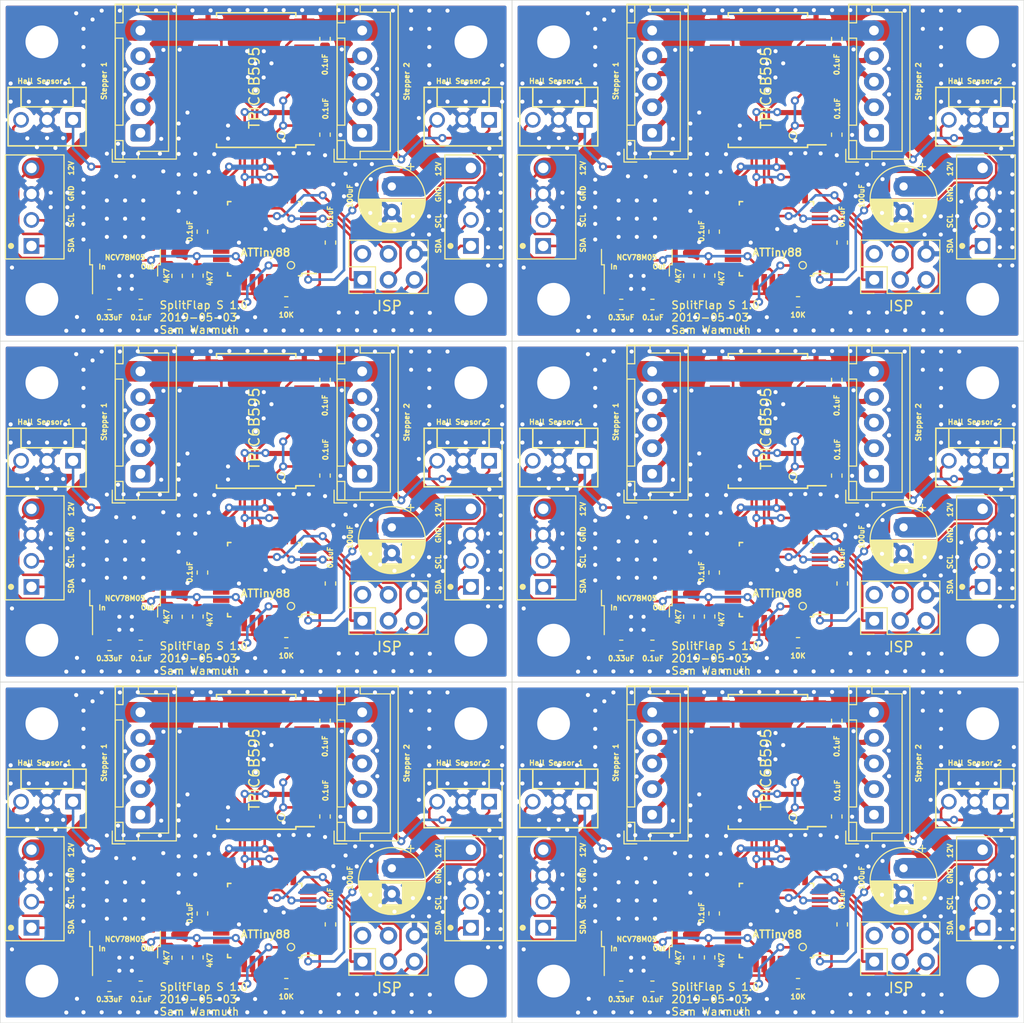
<source format=kicad_pcb>
(kicad_pcb (version 20171130) (host pcbnew "(5.1.0-0)")
  (layers (0 F.Cu signal) (31 B.Cu signal) (34 B.Paste user) (35 F.Paste user) (36 B.SilkS user) (37 F.SilkS user) (38 B.Mask user) (39 F.Mask user) (44 Edge.Cuts user))
  (net 0 "")
  (net 1 GND)
  (net 2 +5V)
  (net 3 +12V)
  (net 4 SCL)
  (net 5 SDA)
  (net 6 "Net-(J4-Pad1)")
  (net 7 "Net-(J4-Pad2)")
  (net 8 "Net-(J4-Pad3)")
  (net 9 "Net-(J4-Pad4)")
  (net 10 "Net-(J5-Pad4)")
  (net 11 "Net-(J5-Pad3)")
  (net 12 "Net-(J5-Pad2)")
  (net 13 "Net-(J5-Pad1)")
  (net 14 MISO)
  (net 15 "Net-(J7-Pad2)")
  (net 16 SCK)
  (net 17 MOSI)
  (net 18 RST)
  (net 19 "Net-(U2-Pad2)")
  (net 20 "Net-(U2-Pad3)")
  (net 21 "Net-(U2-Pad6)")
  (net 22 "Net-(U2-Pad7)")
  (net 23 "Net-(U2-Pad8)")
  (net 24 "Net-(U2-Pad9)")
  (net 25 "Net-(U2-Pad10)")
  (net 26 "Net-(U2-Pad11)")
  (net 27 "Net-(U2-Pad12)")
  (net 28 TPIC-ENABLE)
  (net 29 SS)
  (net 30 "Net-(U2-Pad19)")
  (net 31 "Net-(U2-Pad20)")
  (net 32 "Net-(U2-Pad22)")
  (net 33 "Net-(U2-Pad23)")
  (net 34 "Net-(U2-Pad24)")
  (net 35 "Net-(U2-Pad25)")
  (net 36 "Net-(U2-Pad26)")
  (net 37 "Net-(U2-Pad30)")
  (net 38 "Net-(U2-Pad31)")
  (net 39 "Net-(U3-Pad18)")
  (net 40 HALL1SIG)
  (net 41 HALL2SIG)
  (module Package_SO:SOIC-20W_7.5x12.8mm_P1.27mm (layer F.Cu) (at 174.9872 41.1992 180)
    (fp_text reference U3 hide)
    (fp_text value TPIC6595 hide)
    (pad 20 smd rect (at 4.7 -5.715 180) (size 1.95 0.6) (layers F.Cu F.Paste F.Mask) (net 1 GND))
    (pad 19 smd rect (at 4.7 -4.445 180) (size 1.95 0.6) (layers F.Cu F.Paste F.Mask) (net 1 GND))
    (pad 18 smd rect (at 4.7 -3.175 180) (size 1.95 0.6) (layers F.Cu F.Paste F.Mask) (net 39 "Net-(U3-Pad18)"))
    (pad 17 smd rect (at 4.7 -1.905 180) (size 1.95 0.6) (layers F.Cu F.Paste F.Mask) (net 6 "Net-(J4-Pad1)"))
    (pad 16 smd rect (at 4.7 -0.635 180) (size 1.95 0.6) (layers F.Cu F.Paste F.Mask) (net 7 "Net-(J4-Pad2)"))
    (pad 15 smd rect (at 4.7 0.635 180) (size 1.95 0.6) (layers F.Cu F.Paste F.Mask) (net 8 "Net-(J4-Pad3)"))
    (pad 14 smd rect (at 4.7 1.905 180) (size 1.95 0.6) (layers F.Cu F.Paste F.Mask) (net 9 "Net-(J4-Pad4)"))
    (pad 13 smd rect (at 4.7 3.175 180) (size 1.95 0.6) (layers F.Cu F.Paste F.Mask) (net 16 SCK))
    (pad 12 smd rect (at 4.7 4.445 180) (size 1.95 0.6) (layers F.Cu F.Paste F.Mask) (net 29 SS))
    (pad 11 smd rect (at 4.7 5.715 180) (size 1.95 0.6) (layers F.Cu F.Paste F.Mask) (net 1 GND))
    (pad 10 smd rect (at -4.7 5.715 180) (size 1.95 0.6) (layers F.Cu F.Paste F.Mask) (net 1 GND))
    (pad 9 smd rect (at -4.7 4.445 180) (size 1.95 0.6) (layers F.Cu F.Paste F.Mask) (net 28 TPIC-ENABLE))
    (pad 8 smd rect (at -4.7 3.175 180) (size 1.95 0.6) (layers F.Cu F.Paste F.Mask) (net 2 +5V))
    (pad 7 smd rect (at -4.7 1.905 180) (size 1.95 0.6) (layers F.Cu F.Paste F.Mask) (net 10 "Net-(J5-Pad4)"))
    (pad 6 smd rect (at -4.7 0.635 180) (size 1.95 0.6) (layers F.Cu F.Paste F.Mask) (net 11 "Net-(J5-Pad3)"))
    (pad 5 smd rect (at -4.7 -0.635 180) (size 1.95 0.6) (layers F.Cu F.Paste F.Mask) (net 12 "Net-(J5-Pad2)"))
    (pad 4 smd rect (at -4.7 -1.905 180) (size 1.95 0.6) (layers F.Cu F.Paste F.Mask) (net 13 "Net-(J5-Pad1)"))
    (pad 3 smd rect (at -4.7 -3.175 180) (size 1.95 0.6) (layers F.Cu F.Paste F.Mask) (net 17 MOSI))
    (pad 2 smd rect (at -4.7 -4.445 180) (size 1.95 0.6) (layers F.Cu F.Paste F.Mask) (net 2 +5V))
    (pad 1 smd rect (at -4.7 -5.715 180) (size 1.95 0.6) (layers F.Cu F.Paste F.Mask) (net 1 GND))
  )
  (module splitflap-pcb:TE_640456-3 (layer F.Cu) (at 154.5592 45.0852)
    (fp_text reference J2 hide)
    (fp_text value "HALL 1" hide)
    (pad 3 thru_hole circle (at -2.54 0) (size 1.524 1.524) (drill 1.016) (layers *.Cu *.Mask) (net 40 HALL1SIG))
    (pad 2 thru_hole circle (at 0 0) (size 1.524 1.524) (drill 1.016) (layers *.Cu *.Mask) (net 1 GND))
    (pad 1 thru_hole rect (at 2.54 0) (size 1.524 1.524) (drill 1.016) (layers *.Cu *.Mask) (net 2 +5V))
  )
  (module Capacitor_SMD:C_0603_1608Metric (layer F.Cu) (at 181.7118 46.533 270)
    (fp_text reference C4 hide)
    (fp_text value 0.1uF hide)
    (pad 2 smd roundrect (at 0.7875 0 270) (size 0.875 0.95) (layers F.Cu F.Paste F.Mask) (net 1 GND))
    (pad 1 smd roundrect (at -0.7875 0 270) (size 0.875 0.95) (layers F.Cu F.Paste F.Mask) (net 2 +5V))
  )
  (module Connector_JST:JST_XH_B5B-XH-A_1x05_P2.50mm_Vertical (layer F.Cu) (at 185.344 46.3552 90)
    (fp_text reference J5 hide)
    (fp_text value "STEPPER 2" hide)
    (pad 1 thru_hole roundrect (at 0 0 90) (size 1.7 1.95) (drill 0.95) (layers *.Cu *.Mask) (roundrect_rratio 0.147059) (net 13 "Net-(J5-Pad1)"))
    (pad 2 thru_hole oval (at 2.5 0 90) (size 1.7 1.95) (drill 0.95) (layers *.Cu *.Mask) (net 12 "Net-(J5-Pad2)"))
    (pad 3 thru_hole oval (at 5 0 90) (size 1.7 1.95) (drill 0.95) (layers *.Cu *.Mask) (net 11 "Net-(J5-Pad3)"))
    (pad 4 thru_hole oval (at 7.5 0 90) (size 1.7 1.95) (drill 0.95) (layers *.Cu *.Mask) (net 10 "Net-(J5-Pad4)"))
    (pad 5 thru_hole oval (at 10 0 90) (size 1.7 1.95) (drill 0.95) (layers *.Cu *.Mask) (net 3 +12V))
  )
  (module Connector_JST:JST_XH_B5B-XH-A_1x05_P2.50mm_Vertical (layer F.Cu) (at 163.6778 46.3552 90)
    (fp_text reference J4 hide)
    (fp_text value "STEPPER 1" hide)
    (pad 5 thru_hole oval (at 10 0 90) (size 1.7 1.95) (drill 0.95) (layers *.Cu *.Mask) (net 3 +12V))
    (pad 4 thru_hole oval (at 7.5 0 90) (size 1.7 1.95) (drill 0.95) (layers *.Cu *.Mask) (net 9 "Net-(J4-Pad4)"))
    (pad 3 thru_hole oval (at 5 0 90) (size 1.7 1.95) (drill 0.95) (layers *.Cu *.Mask) (net 8 "Net-(J4-Pad3)"))
    (pad 2 thru_hole oval (at 2.5 0 90) (size 1.7 1.95) (drill 0.95) (layers *.Cu *.Mask) (net 7 "Net-(J4-Pad2)"))
    (pad 1 thru_hole roundrect (at 0 0 90) (size 1.7 1.95) (drill 0.95) (layers *.Cu *.Mask) (roundrect_rratio 0.147059) (net 6 "Net-(J4-Pad1)"))
  )
  (module Resistor_SMD:R_0603_1608Metric (layer F.Cu) (at 169.2912 60.3032 90)
    (fp_text reference R3 hide)
    (fp_text value 4K7 hide)
    (pad 1 smd roundrect (at -0.7875 0 90) (size 0.875 0.95) (layers F.Cu F.Paste F.Mask) (net 2 +5V))
    (pad 2 smd roundrect (at 0.7875 0 90) (size 0.875 0.95) (layers F.Cu F.Paste F.Mask) (net 4 SCL))
  )
  (module Resistor_SMD:R_0603_1608Metric (layer F.Cu) (at 167.2592 60.3252 90)
    (fp_text reference R2 hide)
    (fp_text value 4K7 hide)
    (pad 2 smd roundrect (at 0.7875 0 90) (size 0.875 0.95) (layers F.Cu F.Paste F.Mask) (net 2 +5V))
    (pad 1 smd roundrect (at -0.7875 0 90) (size 0.875 0.95) (layers F.Cu F.Paste F.Mask) (net 5 SDA))
  )
  (module Resistor_SMD:R_0603_1608Metric (layer F.Cu) (at 177.9272 62.8652)
    (fp_text reference R1 hide)
    (fp_text value 10K hide)
    (pad 1 smd roundrect (at -0.7875 0) (size 0.875 0.95) (layers F.Cu F.Paste F.Mask) (net 18 RST))
    (pad 2 smd roundrect (at 0.7875 0) (size 0.875 0.95) (layers F.Cu F.Paste F.Mask) (net 2 +5V))
  )
  (module Capacitor_SMD:C_0603_1608Metric (layer F.Cu) (at 169.7372 56.0072 270)
    (fp_text reference C3 hide)
    (fp_text value 0.1uF hide)
    (pad 1 smd roundrect (at -0.7875 0 270) (size 0.875 0.95) (layers F.Cu F.Paste F.Mask) (net 2 +5V))
    (pad 2 smd roundrect (at 0.7875 0 270) (size 0.875 0.95) (layers F.Cu F.Paste F.Mask) (net 1 GND))
  )
  (module Capacitor_SMD:C_0603_1608Metric (layer F.Cu) (at 160.6552 63.1192)
    (fp_text reference C2 hide)
    (fp_text value 0.33uF hide)
    (pad 2 smd roundrect (at 0.7875 0) (size 0.875 0.95) (layers F.Cu F.Paste F.Mask) (net 1 GND))
    (pad 1 smd roundrect (at -0.7875 0) (size 0.875 0.95) (layers F.Cu F.Paste F.Mask) (net 3 +12V))
  )
  (module Capacitor_SMD:C_0603_1608Metric (layer F.Cu) (at 163.7032 63.1192)
    (fp_text reference C1 hide)
    (fp_text value 0.1uF hide)
    (pad 2 smd roundrect (at 0.7875 0) (size 0.875 0.95) (layers F.Cu F.Paste F.Mask) (net 2 +5V))
    (pad 1 smd roundrect (at -0.7875 0) (size 0.875 0.95) (layers F.Cu F.Paste F.Mask) (net 1 GND))
  )
  (module Package_QFP:TQFP-32_7x7mm_P0.8mm (layer F.Cu) (at 175.8192 56.6932 180)
    (fp_text reference U2 hide)
    (fp_text value ATtiny88-AU hide)
    (pad 32 smd rect (at -2.8 -4.25 270) (size 1.6 0.55) (layers F.Cu F.Paste F.Mask) (net 40 HALL1SIG))
    (pad 31 smd rect (at -2 -4.25 270) (size 1.6 0.55) (layers F.Cu F.Paste F.Mask) (net 38 "Net-(U2-Pad31)"))
    (pad 30 smd rect (at -1.2 -4.25 270) (size 1.6 0.55) (layers F.Cu F.Paste F.Mask) (net 37 "Net-(U2-Pad30)"))
    (pad 29 smd rect (at -0.4 -4.25 270) (size 1.6 0.55) (layers F.Cu F.Paste F.Mask) (net 18 RST))
    (pad 28 smd rect (at 0.4 -4.25 270) (size 1.6 0.55) (layers F.Cu F.Paste F.Mask) (net 4 SCL))
    (pad 27 smd rect (at 1.2 -4.25 270) (size 1.6 0.55) (layers F.Cu F.Paste F.Mask) (net 5 SDA))
    (pad 26 smd rect (at 2 -4.25 270) (size 1.6 0.55) (layers F.Cu F.Paste F.Mask) (net 36 "Net-(U2-Pad26)"))
    (pad 25 smd rect (at 2.8 -4.25 270) (size 1.6 0.55) (layers F.Cu F.Paste F.Mask) (net 35 "Net-(U2-Pad25)"))
    (pad 24 smd rect (at 4.25 -2.8 180) (size 1.6 0.55) (layers F.Cu F.Paste F.Mask) (net 34 "Net-(U2-Pad24)"))
    (pad 23 smd rect (at 4.25 -2 180) (size 1.6 0.55) (layers F.Cu F.Paste F.Mask) (net 33 "Net-(U2-Pad23)"))
    (pad 22 smd rect (at 4.25 -1.2 180) (size 1.6 0.55) (layers F.Cu F.Paste F.Mask) (net 32 "Net-(U2-Pad22)"))
    (pad 21 smd rect (at 4.25 -0.4 180) (size 1.6 0.55) (layers F.Cu F.Paste F.Mask) (net 1 GND))
    (pad 20 smd rect (at 4.25 0.4 180) (size 1.6 0.55) (layers F.Cu F.Paste F.Mask) (net 31 "Net-(U2-Pad20)"))
    (pad 19 smd rect (at 4.25 1.2 180) (size 1.6 0.55) (layers F.Cu F.Paste F.Mask) (net 30 "Net-(U2-Pad19)"))
    (pad 18 smd rect (at 4.25 2 180) (size 1.6 0.55) (layers F.Cu F.Paste F.Mask) (net 2 +5V))
    (pad 17 smd rect (at 4.25 2.8 180) (size 1.6 0.55) (layers F.Cu F.Paste F.Mask) (net 16 SCK))
    (pad 16 smd rect (at 2.8 4.25 270) (size 1.6 0.55) (layers F.Cu F.Paste F.Mask) (net 14 MISO))
    (pad 15 smd rect (at 2 4.25 270) (size 1.6 0.55) (layers F.Cu F.Paste F.Mask) (net 17 MOSI))
    (pad 14 smd rect (at 1.2 4.25 270) (size 1.6 0.55) (layers F.Cu F.Paste F.Mask) (net 29 SS))
    (pad 13 smd rect (at 0.4 4.25 270) (size 1.6 0.55) (layers F.Cu F.Paste F.Mask) (net 28 TPIC-ENABLE))
    (pad 12 smd rect (at -0.4 4.25 270) (size 1.6 0.55) (layers F.Cu F.Paste F.Mask) (net 27 "Net-(U2-Pad12)"))
    (pad 11 smd rect (at -1.2 4.25 270) (size 1.6 0.55) (layers F.Cu F.Paste F.Mask) (net 26 "Net-(U2-Pad11)"))
    (pad 10 smd rect (at -2 4.25 270) (size 1.6 0.55) (layers F.Cu F.Paste F.Mask) (net 25 "Net-(U2-Pad10)"))
    (pad 9 smd rect (at -2.8 4.25 270) (size 1.6 0.55) (layers F.Cu F.Paste F.Mask) (net 24 "Net-(U2-Pad9)"))
    (pad 8 smd rect (at -4.25 2.8 180) (size 1.6 0.55) (layers F.Cu F.Paste F.Mask) (net 23 "Net-(U2-Pad8)"))
    (pad 7 smd rect (at -4.25 2 180) (size 1.6 0.55) (layers F.Cu F.Paste F.Mask) (net 22 "Net-(U2-Pad7)"))
    (pad 6 smd rect (at -4.25 1.2 180) (size 1.6 0.55) (layers F.Cu F.Paste F.Mask) (net 21 "Net-(U2-Pad6)"))
    (pad 5 smd rect (at -4.25 0.4 180) (size 1.6 0.55) (layers F.Cu F.Paste F.Mask) (net 1 GND))
    (pad 4 smd rect (at -4.25 -0.4 180) (size 1.6 0.55) (layers F.Cu F.Paste F.Mask) (net 2 +5V))
    (pad 3 smd rect (at -4.25 -1.2 180) (size 1.6 0.55) (layers F.Cu F.Paste F.Mask) (net 20 "Net-(U2-Pad3)"))
    (pad 2 smd rect (at -4.25 -2 180) (size 1.6 0.55) (layers F.Cu F.Paste F.Mask) (net 19 "Net-(U2-Pad2)"))
    (pad 1 smd rect (at -4.25 -2.8 180) (size 1.6 0.55) (layers F.Cu F.Paste F.Mask) (net 41 HALL2SIG))
  )
  (module Connector_PinHeader_2.54mm:PinHeader_2x03_P2.54mm_Vertical (layer F.Cu) (at 185.3694 60.7062 90)
    (fp_text reference J7 hide)
    (fp_text value AVR-ISP-6 hide)
    (pad 6 thru_hole oval (at 2.54 5.08 90) (size 1.7 1.7) (drill 1) (layers *.Cu *.Mask) (net 1 GND))
    (pad 5 thru_hole oval (at 0 5.08 90) (size 1.7 1.7) (drill 1) (layers *.Cu *.Mask) (net 18 RST))
    (pad 4 thru_hole oval (at 2.54 2.54 90) (size 1.7 1.7) (drill 1) (layers *.Cu *.Mask) (net 17 MOSI))
    (pad 3 thru_hole oval (at 0 2.54 90) (size 1.7 1.7) (drill 1) (layers *.Cu *.Mask) (net 16 SCK))
    (pad 2 thru_hole oval (at 2.54 0 90) (size 1.7 1.7) (drill 1) (layers *.Cu *.Mask) (net 15 "Net-(J7-Pad2)"))
    (pad 1 thru_hole rect (at 0 0 90) (size 1.7 1.7) (drill 1) (layers *.Cu *.Mask) (net 14 MISO))
  )
  (module splitflap-pcb:TE_640456-4 (layer F.Cu) (at 195.9612 57.4012 90)
    (fp_text reference J6 hide)
    (fp_text value "OUTPUT CONN" hide)
    (pad 2 thru_hole circle (at 2.54 0 270) (size 1.53 1.53) (drill 1.02) (layers *.Cu *.Mask) (net 4 SCL))
    (pad 1 thru_hole rect (at 0 0 270) (size 1.53 1.53) (drill 1.02) (layers *.Cu *.Mask) (net 5 SDA))
    (pad 3 thru_hole circle (at 5.08 0 270) (size 1.53 1.53) (drill 1.02) (layers *.Cu *.Mask) (net 1 GND))
    (pad 4 thru_hole circle (at 7.62 0 270) (size 1.53 1.53) (drill 1.02) (layers *.Cu *.Mask) (net 3 +12V))
  )
  (module Capacitor_THT:CP_Radial_D6.3mm_P2.50mm (layer F.Cu) (at 138.2524 51.5876 270)
    (fp_text reference C7 hide)
    (fp_text value 100uF hide)
    (pad 1 thru_hole rect (at 0 0 270) (size 1.6 1.6) (drill 0.8) (layers *.Cu *.Mask) (net 3 +12V))
    (pad 2 thru_hole circle (at 2.5 0 270) (size 1.6 1.6) (drill 0.8) (layers *.Cu *.Mask) (net 1 GND))
  )
  (module Capacitor_SMD:C_0603_1608Metric (layer F.Cu) (at 131.7246 37.1858 90)
    (fp_text reference C6 hide)
    (fp_text value 0.1uF hide)
    (pad 1 smd roundrect (at -0.7875 0 90) (size 0.875 0.95) (layers F.Cu F.Paste F.Mask) (net 2 +5V))
    (pad 2 smd roundrect (at 0.7875 0 90) (size 0.875 0.95) (layers F.Cu F.Paste F.Mask) (net 1 GND))
  )
  (module Capacitor_SMD:C_0603_1608Metric (layer F.Cu) (at 132.258 57.074 270)
    (fp_text reference C5 hide)
    (fp_text value 0.1uF hide)
    (pad 1 smd roundrect (at -0.7875 0 270) (size 0.875 0.95) (layers F.Cu F.Paste F.Mask) (net 1 GND))
    (pad 2 smd roundrect (at 0.7875 0 270) (size 0.875 0.95) (layers F.Cu F.Paste F.Mask) (net 2 +5V))
  )
  (module MountingHole:MountingHole_3.2mm_M3_Pad (layer F.Cu) (at 145.974 62.6112)
    (fp_text reference H4 hide)
    (fp_text value MountingHole_Pad hide)
    (pad 1 thru_hole circle (at 0 0) (size 6.4 6.4) (drill 3.2) (layers *.Cu *.Mask) (net 1 GND))
  )
  (module MountingHole:MountingHole_3.2mm_M3_Pad (layer F.Cu) (at 104.064 37.4652)
    (fp_text reference H3 hide)
    (fp_text value MountingHole_Pad hide)
    (pad 1 thru_hole circle (at 0 0) (size 6.4 6.4) (drill 3.2) (layers *.Cu *.Mask) (net 1 GND))
  )
  (module MountingHole:MountingHole_3.2mm_M3_Pad (layer F.Cu) (at 104.064 62.6112)
    (fp_text reference H2 hide)
    (fp_text value MountingHole_Pad hide)
    (pad 1 thru_hole circle (at 0 0) (size 6.4 6.4) (drill 3.2) (layers *.Cu *.Mask) (net 1 GND))
  )
  (module MountingHole:MountingHole_3.2mm_M3_Pad (layer F.Cu) (at 145.974 37.4652)
    (fp_text reference H1 hide)
    (fp_text value MountingHole_Pad hide)
    (pad 1 thru_hole circle (at 0 0) (size 6.4 6.4) (drill 3.2) (layers *.Cu *.Mask) (net 1 GND))
  )
  (module splitflap-pcb:TE_640456-3 (layer F.Cu) (at 145.212 45.0852)
    (fp_text reference J3 hide)
    (fp_text value "HALL 2" hide)
    (pad 3 thru_hole circle (at -2.54 0) (size 1.524 1.524) (drill 1.016) (layers *.Cu *.Mask) (net 41 HALL2SIG))
    (pad 2 thru_hole circle (at 0 0) (size 1.524 1.524) (drill 1.016) (layers *.Cu *.Mask) (net 1 GND))
    (pad 1 thru_hole rect (at 2.54 0) (size 1.524 1.524) (drill 1.016) (layers *.Cu *.Mask) (net 2 +5V))
  )
  (module splitflap-pcb:TE_640456-3 (layer F.Cu) (at 104.572 45.0852)
    (fp_text reference J2 hide)
    (fp_text value "HALL 1" hide)
    (pad 1 thru_hole rect (at 2.54 0) (size 1.524 1.524) (drill 1.016) (layers *.Cu *.Mask) (net 2 +5V))
    (pad 2 thru_hole circle (at 0 0) (size 1.524 1.524) (drill 1.016) (layers *.Cu *.Mask) (net 1 GND))
    (pad 3 thru_hole circle (at -2.54 0) (size 1.524 1.524) (drill 1.016) (layers *.Cu *.Mask) (net 40 HALL1SIG))
  )
  (module Capacitor_SMD:C_0603_1608Metric (layer F.Cu) (at 131.7246 46.533 270)
    (fp_text reference C4 hide)
    (fp_text value 0.1uF hide)
    (pad 1 smd roundrect (at -0.7875 0 270) (size 0.875 0.95) (layers F.Cu F.Paste F.Mask) (net 2 +5V))
    (pad 2 smd roundrect (at 0.7875 0 270) (size 0.875 0.95) (layers F.Cu F.Paste F.Mask) (net 1 GND))
  )
  (module Connector_JST:JST_XH_B5B-XH-A_1x05_P2.50mm_Vertical (layer F.Cu) (at 135.3568 46.3552 90)
    (fp_text reference J5 hide)
    (fp_text value "STEPPER 2" hide)
    (pad 5 thru_hole oval (at 10 0 90) (size 1.7 1.95) (drill 0.95) (layers *.Cu *.Mask) (net 3 +12V))
    (pad 4 thru_hole oval (at 7.5 0 90) (size 1.7 1.95) (drill 0.95) (layers *.Cu *.Mask) (net 10 "Net-(J5-Pad4)"))
    (pad 3 thru_hole oval (at 5 0 90) (size 1.7 1.95) (drill 0.95) (layers *.Cu *.Mask) (net 11 "Net-(J5-Pad3)"))
    (pad 2 thru_hole oval (at 2.5 0 90) (size 1.7 1.95) (drill 0.95) (layers *.Cu *.Mask) (net 12 "Net-(J5-Pad2)"))
    (pad 1 thru_hole roundrect (at 0 0 90) (size 1.7 1.95) (drill 0.95) (layers *.Cu *.Mask) (roundrect_rratio 0.147059) (net 13 "Net-(J5-Pad1)"))
  )
  (module Connector_JST:JST_XH_B5B-XH-A_1x05_P2.50mm_Vertical (layer F.Cu) (at 113.6906 46.3552 90)
    (fp_text reference J4 hide)
    (fp_text value "STEPPER 1" hide)
    (pad 1 thru_hole roundrect (at 0 0 90) (size 1.7 1.95) (drill 0.95) (layers *.Cu *.Mask) (roundrect_rratio 0.147059) (net 6 "Net-(J4-Pad1)"))
    (pad 2 thru_hole oval (at 2.5 0 90) (size 1.7 1.95) (drill 0.95) (layers *.Cu *.Mask) (net 7 "Net-(J4-Pad2)"))
    (pad 3 thru_hole oval (at 5 0 90) (size 1.7 1.95) (drill 0.95) (layers *.Cu *.Mask) (net 8 "Net-(J4-Pad3)"))
    (pad 4 thru_hole oval (at 7.5 0 90) (size 1.7 1.95) (drill 0.95) (layers *.Cu *.Mask) (net 9 "Net-(J4-Pad4)"))
    (pad 5 thru_hole oval (at 10 0 90) (size 1.7 1.95) (drill 0.95) (layers *.Cu *.Mask) (net 3 +12V))
  )
  (module Resistor_SMD:R_0603_1608Metric (layer F.Cu) (at 119.304 60.3032 90)
    (fp_text reference R3 hide)
    (fp_text value 4K7 hide)
    (pad 2 smd roundrect (at 0.7875 0 90) (size 0.875 0.95) (layers F.Cu F.Paste F.Mask) (net 4 SCL))
    (pad 1 smd roundrect (at -0.7875 0 90) (size 0.875 0.95) (layers F.Cu F.Paste F.Mask) (net 2 +5V))
  )
  (module Resistor_SMD:R_0603_1608Metric (layer F.Cu) (at 117.272 60.3252 90)
    (fp_text reference R2 hide)
    (fp_text value 4K7 hide)
    (pad 1 smd roundrect (at -0.7875 0 90) (size 0.875 0.95) (layers F.Cu F.Paste F.Mask) (net 5 SDA))
    (pad 2 smd roundrect (at 0.7875 0 90) (size 0.875 0.95) (layers F.Cu F.Paste F.Mask) (net 2 +5V))
  )
  (module Resistor_SMD:R_0603_1608Metric (layer F.Cu) (at 127.94 62.8652)
    (fp_text reference R1 hide)
    (fp_text value 10K hide)
    (pad 2 smd roundrect (at 0.7875 0) (size 0.875 0.95) (layers F.Cu F.Paste F.Mask) (net 2 +5V))
    (pad 1 smd roundrect (at -0.7875 0) (size 0.875 0.95) (layers F.Cu F.Paste F.Mask) (net 18 RST))
  )
  (module Capacitor_SMD:C_0603_1608Metric (layer F.Cu) (at 119.75 56.0072 270)
    (fp_text reference C3 hide)
    (fp_text value 0.1uF hide)
    (pad 2 smd roundrect (at 0.7875 0 270) (size 0.875 0.95) (layers F.Cu F.Paste F.Mask) (net 1 GND))
    (pad 1 smd roundrect (at -0.7875 0 270) (size 0.875 0.95) (layers F.Cu F.Paste F.Mask) (net 2 +5V))
  )
  (module Capacitor_SMD:C_0603_1608Metric (layer F.Cu) (at 110.668 63.1192)
    (fp_text reference C2 hide)
    (fp_text value 0.33uF hide)
    (pad 1 smd roundrect (at -0.7875 0) (size 0.875 0.95) (layers F.Cu F.Paste F.Mask) (net 3 +12V))
    (pad 2 smd roundrect (at 0.7875 0) (size 0.875 0.95) (layers F.Cu F.Paste F.Mask) (net 1 GND))
  )
  (module Capacitor_SMD:C_0603_1608Metric (layer F.Cu) (at 113.716 63.1192)
    (fp_text reference C1 hide)
    (fp_text value 0.1uF hide)
    (pad 1 smd roundrect (at -0.7875 0) (size 0.875 0.95) (layers F.Cu F.Paste F.Mask) (net 1 GND))
    (pad 2 smd roundrect (at 0.7875 0) (size 0.875 0.95) (layers F.Cu F.Paste F.Mask) (net 2 +5V))
  )
  (module Package_QFP:TQFP-32_7x7mm_P0.8mm (layer F.Cu) (at 125.832 56.6932 180)
    (fp_text reference U2 hide)
    (fp_text value ATtiny88-AU hide)
    (pad 1 smd rect (at -4.25 -2.8 180) (size 1.6 0.55) (layers F.Cu F.Paste F.Mask) (net 41 HALL2SIG))
    (pad 2 smd rect (at -4.25 -2 180) (size 1.6 0.55) (layers F.Cu F.Paste F.Mask) (net 19 "Net-(U2-Pad2)"))
    (pad 3 smd rect (at -4.25 -1.2 180) (size 1.6 0.55) (layers F.Cu F.Paste F.Mask) (net 20 "Net-(U2-Pad3)"))
    (pad 4 smd rect (at -4.25 -0.4 180) (size 1.6 0.55) (layers F.Cu F.Paste F.Mask) (net 2 +5V))
    (pad 5 smd rect (at -4.25 0.4 180) (size 1.6 0.55) (layers F.Cu F.Paste F.Mask) (net 1 GND))
    (pad 6 smd rect (at -4.25 1.2 180) (size 1.6 0.55) (layers F.Cu F.Paste F.Mask) (net 21 "Net-(U2-Pad6)"))
    (pad 7 smd rect (at -4.25 2 180) (size 1.6 0.55) (layers F.Cu F.Paste F.Mask) (net 22 "Net-(U2-Pad7)"))
    (pad 8 smd rect (at -4.25 2.8 180) (size 1.6 0.55) (layers F.Cu F.Paste F.Mask) (net 23 "Net-(U2-Pad8)"))
    (pad 9 smd rect (at -2.8 4.25 270) (size 1.6 0.55) (layers F.Cu F.Paste F.Mask) (net 24 "Net-(U2-Pad9)"))
    (pad 10 smd rect (at -2 4.25 270) (size 1.6 0.55) (layers F.Cu F.Paste F.Mask) (net 25 "Net-(U2-Pad10)"))
    (pad 11 smd rect (at -1.2 4.25 270) (size 1.6 0.55) (layers F.Cu F.Paste F.Mask) (net 26 "Net-(U2-Pad11)"))
    (pad 12 smd rect (at -0.4 4.25 270) (size 1.6 0.55) (layers F.Cu F.Paste F.Mask) (net 27 "Net-(U2-Pad12)"))
    (pad 13 smd rect (at 0.4 4.25 270) (size 1.6 0.55) (layers F.Cu F.Paste F.Mask) (net 28 TPIC-ENABLE))
    (pad 14 smd rect (at 1.2 4.25 270) (size 1.6 0.55) (layers F.Cu F.Paste F.Mask) (net 29 SS))
    (pad 15 smd rect (at 2 4.25 270) (size 1.6 0.55) (layers F.Cu F.Paste F.Mask) (net 17 MOSI))
    (pad 16 smd rect (at 2.8 4.25 270) (size 1.6 0.55) (layers F.Cu F.Paste F.Mask) (net 14 MISO))
    (pad 17 smd rect (at 4.25 2.8 180) (size 1.6 0.55) (layers F.Cu F.Paste F.Mask) (net 16 SCK))
    (pad 18 smd rect (at 4.25 2 180) (size 1.6 0.55) (layers F.Cu F.Paste F.Mask) (net 2 +5V))
    (pad 19 smd rect (at 4.25 1.2 180) (size 1.6 0.55) (layers F.Cu F.Paste F.Mask) (net 30 "Net-(U2-Pad19)"))
    (pad 20 smd rect (at 4.25 0.4 180) (size 1.6 0.55) (layers F.Cu F.Paste F.Mask) (net 31 "Net-(U2-Pad20)"))
    (pad 21 smd rect (at 4.25 -0.4 180) (size 1.6 0.55) (layers F.Cu F.Paste F.Mask) (net 1 GND))
    (pad 22 smd rect (at 4.25 -1.2 180) (size 1.6 0.55) (layers F.Cu F.Paste F.Mask) (net 32 "Net-(U2-Pad22)"))
    (pad 23 smd rect (at 4.25 -2 180) (size 1.6 0.55) (layers F.Cu F.Paste F.Mask) (net 33 "Net-(U2-Pad23)"))
    (pad 24 smd rect (at 4.25 -2.8 180) (size 1.6 0.55) (layers F.Cu F.Paste F.Mask) (net 34 "Net-(U2-Pad24)"))
    (pad 25 smd rect (at 2.8 -4.25 270) (size 1.6 0.55) (layers F.Cu F.Paste F.Mask) (net 35 "Net-(U2-Pad25)"))
    (pad 26 smd rect (at 2 -4.25 270) (size 1.6 0.55) (layers F.Cu F.Paste F.Mask) (net 36 "Net-(U2-Pad26)"))
    (pad 27 smd rect (at 1.2 -4.25 270) (size 1.6 0.55) (layers F.Cu F.Paste F.Mask) (net 5 SDA))
    (pad 28 smd rect (at 0.4 -4.25 270) (size 1.6 0.55) (layers F.Cu F.Paste F.Mask) (net 4 SCL))
    (pad 29 smd rect (at -0.4 -4.25 270) (size 1.6 0.55) (layers F.Cu F.Paste F.Mask) (net 18 RST))
    (pad 30 smd rect (at -1.2 -4.25 270) (size 1.6 0.55) (layers F.Cu F.Paste F.Mask) (net 37 "Net-(U2-Pad30)"))
    (pad 31 smd rect (at -2 -4.25 270) (size 1.6 0.55) (layers F.Cu F.Paste F.Mask) (net 38 "Net-(U2-Pad31)"))
    (pad 32 smd rect (at -2.8 -4.25 270) (size 1.6 0.55) (layers F.Cu F.Paste F.Mask) (net 40 HALL1SIG))
  )
  (module Package_SO:SOIC-20W_7.5x12.8mm_P1.27mm (layer F.Cu) (at 125 41.1992 180)
    (fp_text reference U3 hide)
    (fp_text value TPIC6595 hide)
    (pad 1 smd rect (at -4.7 -5.715 180) (size 1.95 0.6) (layers F.Cu F.Paste F.Mask) (net 1 GND))
    (pad 2 smd rect (at -4.7 -4.445 180) (size 1.95 0.6) (layers F.Cu F.Paste F.Mask) (net 2 +5V))
    (pad 3 smd rect (at -4.7 -3.175 180) (size 1.95 0.6) (layers F.Cu F.Paste F.Mask) (net 17 MOSI))
    (pad 4 smd rect (at -4.7 -1.905 180) (size 1.95 0.6) (layers F.Cu F.Paste F.Mask) (net 13 "Net-(J5-Pad1)"))
    (pad 5 smd rect (at -4.7 -0.635 180) (size 1.95 0.6) (layers F.Cu F.Paste F.Mask) (net 12 "Net-(J5-Pad2)"))
    (pad 6 smd rect (at -4.7 0.635 180) (size 1.95 0.6) (layers F.Cu F.Paste F.Mask) (net 11 "Net-(J5-Pad3)"))
    (pad 7 smd rect (at -4.7 1.905 180) (size 1.95 0.6) (layers F.Cu F.Paste F.Mask) (net 10 "Net-(J5-Pad4)"))
    (pad 8 smd rect (at -4.7 3.175 180) (size 1.95 0.6) (layers F.Cu F.Paste F.Mask) (net 2 +5V))
    (pad 9 smd rect (at -4.7 4.445 180) (size 1.95 0.6) (layers F.Cu F.Paste F.Mask) (net 28 TPIC-ENABLE))
    (pad 10 smd rect (at -4.7 5.715 180) (size 1.95 0.6) (layers F.Cu F.Paste F.Mask) (net 1 GND))
    (pad 11 smd rect (at 4.7 5.715 180) (size 1.95 0.6) (layers F.Cu F.Paste F.Mask) (net 1 GND))
    (pad 12 smd rect (at 4.7 4.445 180) (size 1.95 0.6) (layers F.Cu F.Paste F.Mask) (net 29 SS))
    (pad 13 smd rect (at 4.7 3.175 180) (size 1.95 0.6) (layers F.Cu F.Paste F.Mask) (net 16 SCK))
    (pad 14 smd rect (at 4.7 1.905 180) (size 1.95 0.6) (layers F.Cu F.Paste F.Mask) (net 9 "Net-(J4-Pad4)"))
    (pad 15 smd rect (at 4.7 0.635 180) (size 1.95 0.6) (layers F.Cu F.Paste F.Mask) (net 8 "Net-(J4-Pad3)"))
    (pad 16 smd rect (at 4.7 -0.635 180) (size 1.95 0.6) (layers F.Cu F.Paste F.Mask) (net 7 "Net-(J4-Pad2)"))
    (pad 17 smd rect (at 4.7 -1.905 180) (size 1.95 0.6) (layers F.Cu F.Paste F.Mask) (net 6 "Net-(J4-Pad1)"))
    (pad 18 smd rect (at 4.7 -3.175 180) (size 1.95 0.6) (layers F.Cu F.Paste F.Mask) (net 39 "Net-(U3-Pad18)"))
    (pad 19 smd rect (at 4.7 -4.445 180) (size 1.95 0.6) (layers F.Cu F.Paste F.Mask) (net 1 GND))
    (pad 20 smd rect (at 4.7 -5.715 180) (size 1.95 0.6) (layers F.Cu F.Paste F.Mask) (net 1 GND))
  )
  (module Package_TO_SOT_SMD:TO-252-2 (layer F.Cu) (at 112.192 56.7692 90)
    (fp_text reference U1 hide)
    (fp_text value NCV78M05 hide)
    (pad 2 smd rect (at 2.1 0 90) (size 6.4 5.8) (layers F.Cu F.Mask) (net 1 GND))
    (pad 3 smd rect (at -4.2 2.28 90) (size 2.2 1.2) (layers F.Cu F.Paste F.Mask) (net 2 +5V))
    (pad 1 smd rect (at -4.2 -2.28 90) (size 2.2 1.2) (layers F.Cu F.Paste F.Mask) (net 3 +12V))
  )
  (module Connector_PinHeader_2.54mm:PinHeader_2x03_P2.54mm_Vertical (layer F.Cu) (at 135.3822 60.7062 90)
    (fp_text reference J7 hide)
    (fp_text value AVR-ISP-6 hide)
    (pad 1 thru_hole rect (at 0 0 90) (size 1.7 1.7) (drill 1) (layers *.Cu *.Mask) (net 14 MISO))
    (pad 2 thru_hole oval (at 2.54 0 90) (size 1.7 1.7) (drill 1) (layers *.Cu *.Mask) (net 15 "Net-(J7-Pad2)"))
    (pad 3 thru_hole oval (at 0 2.54 90) (size 1.7 1.7) (drill 1) (layers *.Cu *.Mask) (net 16 SCK))
    (pad 4 thru_hole oval (at 2.54 2.54 90) (size 1.7 1.7) (drill 1) (layers *.Cu *.Mask) (net 17 MOSI))
    (pad 5 thru_hole oval (at 0 5.08 90) (size 1.7 1.7) (drill 1) (layers *.Cu *.Mask) (net 18 RST))
    (pad 6 thru_hole oval (at 2.54 5.08 90) (size 1.7 1.7) (drill 1) (layers *.Cu *.Mask) (net 1 GND))
  )
  (module splitflap-pcb:TE_640456-4 (layer F.Cu) (at 145.974 57.4012 90)
    (fp_text reference J6 hide)
    (fp_text value "OUTPUT CONN" hide)
    (pad 4 thru_hole circle (at 7.62 0 270) (size 1.53 1.53) (drill 1.02) (layers *.Cu *.Mask) (net 3 +12V))
    (pad 3 thru_hole circle (at 5.08 0 270) (size 1.53 1.53) (drill 1.02) (layers *.Cu *.Mask) (net 1 GND))
    (pad 1 thru_hole rect (at 0 0 270) (size 1.53 1.53) (drill 1.02) (layers *.Cu *.Mask) (net 5 SDA))
    (pad 2 thru_hole circle (at 2.54 0 270) (size 1.53 1.53) (drill 1.02) (layers *.Cu *.Mask) (net 4 SCL))
  )
  (module splitflap-pcb:TE_640456-4 (layer F.Cu) (at 103.048 57.4012 90)
    (fp_text reference J1 hide)
    (fp_text value "INPUT CONN" hide)
    (pad 4 thru_hole circle (at 7.62 0 270) (size 1.53 1.53) (drill 1.02) (layers *.Cu *.Mask) (net 3 +12V))
    (pad 3 thru_hole circle (at 5.08 0 270) (size 1.53 1.53) (drill 1.02) (layers *.Cu *.Mask) (net 1 GND))
    (pad 1 thru_hole rect (at 0 0 270) (size 1.53 1.53) (drill 1.02) (layers *.Cu *.Mask) (net 5 SDA))
    (pad 2 thru_hole circle (at 2.54 0 270) (size 1.53 1.53) (drill 1.02) (layers *.Cu *.Mask) (net 4 SCL))
  )
  (module splitflap-pcb:TE_640456-4 (layer F.Cu) (at 153.0352 57.4012 90)
    (fp_text reference J1 hide)
    (fp_text value "INPUT CONN" hide)
    (pad 2 thru_hole circle (at 2.54 0 270) (size 1.53 1.53) (drill 1.02) (layers *.Cu *.Mask) (net 4 SCL))
    (pad 1 thru_hole rect (at 0 0 270) (size 1.53 1.53) (drill 1.02) (layers *.Cu *.Mask) (net 5 SDA))
    (pad 3 thru_hole circle (at 5.08 0 270) (size 1.53 1.53) (drill 1.02) (layers *.Cu *.Mask) (net 1 GND))
    (pad 4 thru_hole circle (at 7.62 0 270) (size 1.53 1.53) (drill 1.02) (layers *.Cu *.Mask) (net 3 +12V))
  )
  (module Capacitor_THT:CP_Radial_D6.3mm_P2.50mm (layer F.Cu) (at 188.2396 51.5876 270)
    (fp_text reference C7 hide)
    (fp_text value 100uF hide)
    (pad 2 thru_hole circle (at 2.5 0 270) (size 1.6 1.6) (drill 0.8) (layers *.Cu *.Mask) (net 1 GND))
    (pad 1 thru_hole rect (at 0 0 270) (size 1.6 1.6) (drill 0.8) (layers *.Cu *.Mask) (net 3 +12V))
  )
  (module Capacitor_SMD:C_0603_1608Metric (layer F.Cu) (at 181.7118 37.1858 90)
    (fp_text reference C6 hide)
    (fp_text value 0.1uF hide)
    (pad 2 smd roundrect (at 0.7875 0 90) (size 0.875 0.95) (layers F.Cu F.Paste F.Mask) (net 1 GND))
    (pad 1 smd roundrect (at -0.7875 0 90) (size 0.875 0.95) (layers F.Cu F.Paste F.Mask) (net 2 +5V))
  )
  (module Capacitor_SMD:C_0603_1608Metric (layer F.Cu) (at 182.2452 57.074 270)
    (fp_text reference C5 hide)
    (fp_text value 0.1uF hide)
    (pad 2 smd roundrect (at 0.7875 0 270) (size 0.875 0.95) (layers F.Cu F.Paste F.Mask) (net 2 +5V))
    (pad 1 smd roundrect (at -0.7875 0 270) (size 0.875 0.95) (layers F.Cu F.Paste F.Mask) (net 1 GND))
  )
  (module MountingHole:MountingHole_3.2mm_M3_Pad (layer F.Cu) (at 195.9612 62.6112)
    (fp_text reference H4 hide)
    (fp_text value MountingHole_Pad hide)
    (pad 1 thru_hole circle (at 0 0) (size 6.4 6.4) (drill 3.2) (layers *.Cu *.Mask) (net 1 GND))
  )
  (module MountingHole:MountingHole_3.2mm_M3_Pad (layer F.Cu) (at 154.0512 37.4652)
    (fp_text reference H3 hide)
    (fp_text value MountingHole_Pad hide)
    (pad 1 thru_hole circle (at 0 0) (size 6.4 6.4) (drill 3.2) (layers *.Cu *.Mask) (net 1 GND))
  )
  (module MountingHole:MountingHole_3.2mm_M3_Pad (layer F.Cu) (at 154.0512 62.6112)
    (fp_text reference H2 hide)
    (fp_text value MountingHole_Pad hide)
    (pad 1 thru_hole circle (at 0 0) (size 6.4 6.4) (drill 3.2) (layers *.Cu *.Mask) (net 1 GND))
  )
  (module MountingHole:MountingHole_3.2mm_M3_Pad (layer F.Cu) (at 195.9612 37.4652)
    (fp_text reference H1 hide)
    (fp_text value MountingHole_Pad hide)
    (pad 1 thru_hole circle (at 0 0) (size 6.4 6.4) (drill 3.2) (layers *.Cu *.Mask) (net 1 GND))
  )
  (module splitflap-pcb:TE_640456-3 (layer F.Cu) (at 195.1992 45.0852)
    (fp_text reference J3 hide)
    (fp_text value "HALL 2" hide)
    (pad 1 thru_hole rect (at 2.54 0) (size 1.524 1.524) (drill 1.016) (layers *.Cu *.Mask) (net 2 +5V))
    (pad 2 thru_hole circle (at 0 0) (size 1.524 1.524) (drill 1.016) (layers *.Cu *.Mask) (net 1 GND))
    (pad 3 thru_hole circle (at -2.54 0) (size 1.524 1.524) (drill 1.016) (layers *.Cu *.Mask) (net 41 HALL2SIG))
  )
  (module Package_TO_SOT_SMD:TO-252-2 (layer F.Cu) (at 162.1792 56.7692 90)
    (fp_text reference U1 hide)
    (fp_text value NCV78M05 hide)
    (pad 1 smd rect (at -4.2 -2.28 90) (size 2.2 1.2) (layers F.Cu F.Paste F.Mask) (net 3 +12V))
    (pad 3 smd rect (at -4.2 2.28 90) (size 2.2 1.2) (layers F.Cu F.Paste F.Mask) (net 2 +5V))
    (pad 2 smd rect (at 2.1 0 90) (size 6.4 5.8) (layers F.Cu F.Mask) (net 1 GND))
  )
  (module Connector_PinHeader_2.54mm:PinHeader_2x03_P2.54mm_Vertical (layer F.Cu) (at 185.3694 94.0056 90)
    (fp_text reference J7 hide)
    (fp_text value AVR-ISP-6 hide)
    (pad 1 thru_hole rect (at 0 0 90) (size 1.7 1.7) (drill 1) (layers *.Cu *.Mask) (net 14 MISO))
    (pad 2 thru_hole oval (at 2.54 0 90) (size 1.7 1.7) (drill 1) (layers *.Cu *.Mask) (net 15 "Net-(J7-Pad2)"))
    (pad 3 thru_hole oval (at 0 2.54 90) (size 1.7 1.7) (drill 1) (layers *.Cu *.Mask) (net 16 SCK))
    (pad 4 thru_hole oval (at 2.54 2.54 90) (size 1.7 1.7) (drill 1) (layers *.Cu *.Mask) (net 17 MOSI))
    (pad 5 thru_hole oval (at 0 5.08 90) (size 1.7 1.7) (drill 1) (layers *.Cu *.Mask) (net 18 RST))
    (pad 6 thru_hole oval (at 2.54 5.08 90) (size 1.7 1.7) (drill 1) (layers *.Cu *.Mask) (net 1 GND))
  )
  (module splitflap-pcb:TE_640456-4 (layer F.Cu) (at 195.9612 90.7006 90)
    (fp_text reference J6 hide)
    (fp_text value "OUTPUT CONN" hide)
    (pad 4 thru_hole circle (at 7.62 0 270) (size 1.53 1.53) (drill 1.02) (layers *.Cu *.Mask) (net 3 +12V))
    (pad 3 thru_hole circle (at 5.08 0 270) (size 1.53 1.53) (drill 1.02) (layers *.Cu *.Mask) (net 1 GND))
    (pad 1 thru_hole rect (at 0 0 270) (size 1.53 1.53) (drill 1.02) (layers *.Cu *.Mask) (net 5 SDA))
    (pad 2 thru_hole circle (at 2.54 0 270) (size 1.53 1.53) (drill 1.02) (layers *.Cu *.Mask) (net 4 SCL))
  )
  (module Capacitor_THT:CP_Radial_D6.3mm_P2.50mm (layer F.Cu) (at 138.2524 84.887 270)
    (fp_text reference C7 hide)
    (fp_text value 100uF hide)
    (pad 2 thru_hole circle (at 2.5 0 270) (size 1.6 1.6) (drill 0.8) (layers *.Cu *.Mask) (net 1 GND))
    (pad 1 thru_hole rect (at 0 0 270) (size 1.6 1.6) (drill 0.8) (layers *.Cu *.Mask) (net 3 +12V))
  )
  (module Capacitor_SMD:C_0603_1608Metric (layer F.Cu) (at 131.7246 70.4852 90)
    (fp_text reference C6 hide)
    (fp_text value 0.1uF hide)
    (pad 2 smd roundrect (at 0.7875 0 90) (size 0.875 0.95) (layers F.Cu F.Paste F.Mask) (net 1 GND))
    (pad 1 smd roundrect (at -0.7875 0 90) (size 0.875 0.95) (layers F.Cu F.Paste F.Mask) (net 2 +5V))
  )
  (module Capacitor_SMD:C_0603_1608Metric (layer F.Cu) (at 132.258 90.3734 270)
    (fp_text reference C5 hide)
    (fp_text value 0.1uF hide)
    (pad 2 smd roundrect (at 0.7875 0 270) (size 0.875 0.95) (layers F.Cu F.Paste F.Mask) (net 2 +5V))
    (pad 1 smd roundrect (at -0.7875 0 270) (size 0.875 0.95) (layers F.Cu F.Paste F.Mask) (net 1 GND))
  )
  (module MountingHole:MountingHole_3.2mm_M3_Pad (layer F.Cu) (at 145.974 95.9106)
    (fp_text reference H4 hide)
    (fp_text value MountingHole_Pad hide)
    (pad 1 thru_hole circle (at 0 0) (size 6.4 6.4) (drill 3.2) (layers *.Cu *.Mask) (net 1 GND))
  )
  (module MountingHole:MountingHole_3.2mm_M3_Pad (layer F.Cu) (at 104.064 70.7646)
    (fp_text reference H3 hide)
    (fp_text value MountingHole_Pad hide)
    (pad 1 thru_hole circle (at 0 0) (size 6.4 6.4) (drill 3.2) (layers *.Cu *.Mask) (net 1 GND))
  )
  (module MountingHole:MountingHole_3.2mm_M3_Pad (layer F.Cu) (at 104.064 95.9106)
    (fp_text reference H2 hide)
    (fp_text value MountingHole_Pad hide)
    (pad 1 thru_hole circle (at 0 0) (size 6.4 6.4) (drill 3.2) (layers *.Cu *.Mask) (net 1 GND))
  )
  (module MountingHole:MountingHole_3.2mm_M3_Pad (layer F.Cu) (at 145.974 70.7646)
    (fp_text reference H1 hide)
    (fp_text value MountingHole_Pad hide)
    (pad 1 thru_hole circle (at 0 0) (size 6.4 6.4) (drill 3.2) (layers *.Cu *.Mask) (net 1 GND))
  )
  (module splitflap-pcb:TE_640456-3 (layer F.Cu) (at 145.212 78.3846)
    (fp_text reference J3 hide)
    (fp_text value "HALL 2" hide)
    (pad 1 thru_hole rect (at 2.54 0) (size 1.524 1.524) (drill 1.016) (layers *.Cu *.Mask) (net 2 +5V))
    (pad 2 thru_hole circle (at 0 0) (size 1.524 1.524) (drill 1.016) (layers *.Cu *.Mask) (net 1 GND))
    (pad 3 thru_hole circle (at -2.54 0) (size 1.524 1.524) (drill 1.016) (layers *.Cu *.Mask) (net 41 HALL2SIG))
  )
  (module splitflap-pcb:TE_640456-3 (layer F.Cu) (at 104.572 78.3846)
    (fp_text reference J2 hide)
    (fp_text value "HALL 1" hide)
    (pad 3 thru_hole circle (at -2.54 0) (size 1.524 1.524) (drill 1.016) (layers *.Cu *.Mask) (net 40 HALL1SIG))
    (pad 2 thru_hole circle (at 0 0) (size 1.524 1.524) (drill 1.016) (layers *.Cu *.Mask) (net 1 GND))
    (pad 1 thru_hole rect (at 2.54 0) (size 1.524 1.524) (drill 1.016) (layers *.Cu *.Mask) (net 2 +5V))
  )
  (module Capacitor_SMD:C_0603_1608Metric (layer F.Cu) (at 131.7246 79.8324 270)
    (fp_text reference C4 hide)
    (fp_text value 0.1uF hide)
    (pad 2 smd roundrect (at 0.7875 0 270) (size 0.875 0.95) (layers F.Cu F.Paste F.Mask) (net 1 GND))
    (pad 1 smd roundrect (at -0.7875 0 270) (size 0.875 0.95) (layers F.Cu F.Paste F.Mask) (net 2 +5V))
  )
  (module Connector_JST:JST_XH_B5B-XH-A_1x05_P2.50mm_Vertical (layer F.Cu) (at 135.3568 79.6546 90)
    (fp_text reference J5 hide)
    (fp_text value "STEPPER 2" hide)
    (pad 1 thru_hole roundrect (at 0 0 90) (size 1.7 1.95) (drill 0.95) (layers *.Cu *.Mask) (roundrect_rratio 0.147059) (net 13 "Net-(J5-Pad1)"))
    (pad 2 thru_hole oval (at 2.5 0 90) (size 1.7 1.95) (drill 0.95) (layers *.Cu *.Mask) (net 12 "Net-(J5-Pad2)"))
    (pad 3 thru_hole oval (at 5 0 90) (size 1.7 1.95) (drill 0.95) (layers *.Cu *.Mask) (net 11 "Net-(J5-Pad3)"))
    (pad 4 thru_hole oval (at 7.5 0 90) (size 1.7 1.95) (drill 0.95) (layers *.Cu *.Mask) (net 10 "Net-(J5-Pad4)"))
    (pad 5 thru_hole oval (at 10 0 90) (size 1.7 1.95) (drill 0.95) (layers *.Cu *.Mask) (net 3 +12V))
  )
  (module Connector_JST:JST_XH_B5B-XH-A_1x05_P2.50mm_Vertical (layer F.Cu) (at 113.6906 79.6546 90)
    (fp_text reference J4 hide)
    (fp_text value "STEPPER 1" hide)
    (pad 5 thru_hole oval (at 10 0 90) (size 1.7 1.95) (drill 0.95) (layers *.Cu *.Mask) (net 3 +12V))
    (pad 4 thru_hole oval (at 7.5 0 90) (size 1.7 1.95) (drill 0.95) (layers *.Cu *.Mask) (net 9 "Net-(J4-Pad4)"))
    (pad 3 thru_hole oval (at 5 0 90) (size 1.7 1.95) (drill 0.95) (layers *.Cu *.Mask) (net 8 "Net-(J4-Pad3)"))
    (pad 2 thru_hole oval (at 2.5 0 90) (size 1.7 1.95) (drill 0.95) (layers *.Cu *.Mask) (net 7 "Net-(J4-Pad2)"))
    (pad 1 thru_hole roundrect (at 0 0 90) (size 1.7 1.95) (drill 0.95) (layers *.Cu *.Mask) (roundrect_rratio 0.147059) (net 6 "Net-(J4-Pad1)"))
  )
  (module Resistor_SMD:R_0603_1608Metric (layer F.Cu) (at 119.304 93.6026 90)
    (fp_text reference R3 hide)
    (fp_text value 4K7 hide)
    (pad 1 smd roundrect (at -0.7875 0 90) (size 0.875 0.95) (layers F.Cu F.Paste F.Mask) (net 2 +5V))
    (pad 2 smd roundrect (at 0.7875 0 90) (size 0.875 0.95) (layers F.Cu F.Paste F.Mask) (net 4 SCL))
  )
  (module Resistor_SMD:R_0603_1608Metric (layer F.Cu) (at 117.272 93.6246 90)
    (fp_text reference R2 hide)
    (fp_text value 4K7 hide)
    (pad 2 smd roundrect (at 0.7875 0 90) (size 0.875 0.95) (layers F.Cu F.Paste F.Mask) (net 2 +5V))
    (pad 1 smd roundrect (at -0.7875 0 90) (size 0.875 0.95) (layers F.Cu F.Paste F.Mask) (net 5 SDA))
  )
  (module Resistor_SMD:R_0603_1608Metric (layer F.Cu) (at 127.94 96.1646)
    (fp_text reference R1 hide)
    (fp_text value 10K hide)
    (pad 1 smd roundrect (at -0.7875 0) (size 0.875 0.95) (layers F.Cu F.Paste F.Mask) (net 18 RST))
    (pad 2 smd roundrect (at 0.7875 0) (size 0.875 0.95) (layers F.Cu F.Paste F.Mask) (net 2 +5V))
  )
  (module Capacitor_SMD:C_0603_1608Metric (layer F.Cu) (at 119.75 89.3066 270)
    (fp_text reference C3 hide)
    (fp_text value 0.1uF hide)
    (pad 1 smd roundrect (at -0.7875 0 270) (size 0.875 0.95) (layers F.Cu F.Paste F.Mask) (net 2 +5V))
    (pad 2 smd roundrect (at 0.7875 0 270) (size 0.875 0.95) (layers F.Cu F.Paste F.Mask) (net 1 GND))
  )
  (module Capacitor_SMD:C_0603_1608Metric (layer F.Cu) (at 110.668 96.4186)
    (fp_text reference C2 hide)
    (fp_text value 0.33uF hide)
    (pad 2 smd roundrect (at 0.7875 0) (size 0.875 0.95) (layers F.Cu F.Paste F.Mask) (net 1 GND))
    (pad 1 smd roundrect (at -0.7875 0) (size 0.875 0.95) (layers F.Cu F.Paste F.Mask) (net 3 +12V))
  )
  (module Capacitor_SMD:C_0603_1608Metric (layer F.Cu) (at 113.716 96.4186)
    (fp_text reference C1 hide)
    (fp_text value 0.1uF hide)
    (pad 2 smd roundrect (at 0.7875 0) (size 0.875 0.95) (layers F.Cu F.Paste F.Mask) (net 2 +5V))
    (pad 1 smd roundrect (at -0.7875 0) (size 0.875 0.95) (layers F.Cu F.Paste F.Mask) (net 1 GND))
  )
  (module Package_QFP:TQFP-32_7x7mm_P0.8mm (layer F.Cu) (at 125.832 89.9926 180)
    (fp_text reference U2 hide)
    (fp_text value ATtiny88-AU hide)
    (pad 32 smd rect (at -2.8 -4.25 270) (size 1.6 0.55) (layers F.Cu F.Paste F.Mask) (net 40 HALL1SIG))
    (pad 31 smd rect (at -2 -4.25 270) (size 1.6 0.55) (layers F.Cu F.Paste F.Mask) (net 38 "Net-(U2-Pad31)"))
    (pad 30 smd rect (at -1.2 -4.25 270) (size 1.6 0.55) (layers F.Cu F.Paste F.Mask) (net 37 "Net-(U2-Pad30)"))
    (pad 29 smd rect (at -0.4 -4.25 270) (size 1.6 0.55) (layers F.Cu F.Paste F.Mask) (net 18 RST))
    (pad 28 smd rect (at 0.4 -4.25 270) (size 1.6 0.55) (layers F.Cu F.Paste F.Mask) (net 4 SCL))
    (pad 27 smd rect (at 1.2 -4.25 270) (size 1.6 0.55) (layers F.Cu F.Paste F.Mask) (net 5 SDA))
    (pad 26 smd rect (at 2 -4.25 270) (size 1.6 0.55) (layers F.Cu F.Paste F.Mask) (net 36 "Net-(U2-Pad26)"))
    (pad 25 smd rect (at 2.8 -4.25 270) (size 1.6 0.55) (layers F.Cu F.Paste F.Mask) (net 35 "Net-(U2-Pad25)"))
    (pad 24 smd rect (at 4.25 -2.8 180) (size 1.6 0.55) (layers F.Cu F.Paste F.Mask) (net 34 "Net-(U2-Pad24)"))
    (pad 23 smd rect (at 4.25 -2 180) (size 1.6 0.55) (layers F.Cu F.Paste F.Mask) (net 33 "Net-(U2-Pad23)"))
    (pad 22 smd rect (at 4.25 -1.2 180) (size 1.6 0.55) (layers F.Cu F.Paste F.Mask) (net 32 "Net-(U2-Pad22)"))
    (pad 21 smd rect (at 4.25 -0.4 180) (size 1.6 0.55) (layers F.Cu F.Paste F.Mask) (net 1 GND))
    (pad 20 smd rect (at 4.25 0.4 180) (size 1.6 0.55) (layers F.Cu F.Paste F.Mask) (net 31 "Net-(U2-Pad20)"))
    (pad 19 smd rect (at 4.25 1.2 180) (size 1.6 0.55) (layers F.Cu F.Paste F.Mask) (net 30 "Net-(U2-Pad19)"))
    (pad 18 smd rect (at 4.25 2 180) (size 1.6 0.55) (layers F.Cu F.Paste F.Mask) (net 2 +5V))
    (pad 17 smd rect (at 4.25 2.8 180) (size 1.6 0.55) (layers F.Cu F.Paste F.Mask) (net 16 SCK))
    (pad 16 smd rect (at 2.8 4.25 270) (size 1.6 0.55) (layers F.Cu F.Paste F.Mask) (net 14 MISO))
    (pad 15 smd rect (at 2 4.25 270) (size 1.6 0.55) (layers F.Cu F.Paste F.Mask) (net 17 MOSI))
    (pad 14 smd rect (at 1.2 4.25 270) (size 1.6 0.55) (layers F.Cu F.Paste F.Mask) (net 29 SS))
    (pad 13 smd rect (at 0.4 4.25 270) (size 1.6 0.55) (layers F.Cu F.Paste F.Mask) (net 28 TPIC-ENABLE))
    (pad 12 smd rect (at -0.4 4.25 270) (size 1.6 0.55) (layers F.Cu F.Paste F.Mask) (net 27 "Net-(U2-Pad12)"))
    (pad 11 smd rect (at -1.2 4.25 270) (size 1.6 0.55) (layers F.Cu F.Paste F.Mask) (net 26 "Net-(U2-Pad11)"))
    (pad 10 smd rect (at -2 4.25 270) (size 1.6 0.55) (layers F.Cu F.Paste F.Mask) (net 25 "Net-(U2-Pad10)"))
    (pad 9 smd rect (at -2.8 4.25 270) (size 1.6 0.55) (layers F.Cu F.Paste F.Mask) (net 24 "Net-(U2-Pad9)"))
    (pad 8 smd rect (at -4.25 2.8 180) (size 1.6 0.55) (layers F.Cu F.Paste F.Mask) (net 23 "Net-(U2-Pad8)"))
    (pad 7 smd rect (at -4.25 2 180) (size 1.6 0.55) (layers F.Cu F.Paste F.Mask) (net 22 "Net-(U2-Pad7)"))
    (pad 6 smd rect (at -4.25 1.2 180) (size 1.6 0.55) (layers F.Cu F.Paste F.Mask) (net 21 "Net-(U2-Pad6)"))
    (pad 5 smd rect (at -4.25 0.4 180) (size 1.6 0.55) (layers F.Cu F.Paste F.Mask) (net 1 GND))
    (pad 4 smd rect (at -4.25 -0.4 180) (size 1.6 0.55) (layers F.Cu F.Paste F.Mask) (net 2 +5V))
    (pad 3 smd rect (at -4.25 -1.2 180) (size 1.6 0.55) (layers F.Cu F.Paste F.Mask) (net 20 "Net-(U2-Pad3)"))
    (pad 2 smd rect (at -4.25 -2 180) (size 1.6 0.55) (layers F.Cu F.Paste F.Mask) (net 19 "Net-(U2-Pad2)"))
    (pad 1 smd rect (at -4.25 -2.8 180) (size 1.6 0.55) (layers F.Cu F.Paste F.Mask) (net 41 HALL2SIG))
  )
  (module Package_SO:SOIC-20W_7.5x12.8mm_P1.27mm (layer F.Cu) (at 125 74.4986 180)
    (fp_text reference U3 hide)
    (fp_text value TPIC6595 hide)
    (pad 20 smd rect (at 4.7 -5.715 180) (size 1.95 0.6) (layers F.Cu F.Paste F.Mask) (net 1 GND))
    (pad 19 smd rect (at 4.7 -4.445 180) (size 1.95 0.6) (layers F.Cu F.Paste F.Mask) (net 1 GND))
    (pad 18 smd rect (at 4.7 -3.175 180) (size 1.95 0.6) (layers F.Cu F.Paste F.Mask) (net 39 "Net-(U3-Pad18)"))
    (pad 17 smd rect (at 4.7 -1.905 180) (size 1.95 0.6) (layers F.Cu F.Paste F.Mask) (net 6 "Net-(J4-Pad1)"))
    (pad 16 smd rect (at 4.7 -0.635 180) (size 1.95 0.6) (layers F.Cu F.Paste F.Mask) (net 7 "Net-(J4-Pad2)"))
    (pad 15 smd rect (at 4.7 0.635 180) (size 1.95 0.6) (layers F.Cu F.Paste F.Mask) (net 8 "Net-(J4-Pad3)"))
    (pad 14 smd rect (at 4.7 1.905 180) (size 1.95 0.6) (layers F.Cu F.Paste F.Mask) (net 9 "Net-(J4-Pad4)"))
    (pad 13 smd rect (at 4.7 3.175 180) (size 1.95 0.6) (layers F.Cu F.Paste F.Mask) (net 16 SCK))
    (pad 12 smd rect (at 4.7 4.445 180) (size 1.95 0.6) (layers F.Cu F.Paste F.Mask) (net 29 SS))
    (pad 11 smd rect (at 4.7 5.715 180) (size 1.95 0.6) (layers F.Cu F.Paste F.Mask) (net 1 GND))
    (pad 10 smd rect (at -4.7 5.715 180) (size 1.95 0.6) (layers F.Cu F.Paste F.Mask) (net 1 GND))
    (pad 9 smd rect (at -4.7 4.445 180) (size 1.95 0.6) (layers F.Cu F.Paste F.Mask) (net 28 TPIC-ENABLE))
    (pad 8 smd rect (at -4.7 3.175 180) (size 1.95 0.6) (layers F.Cu F.Paste F.Mask) (net 2 +5V))
    (pad 7 smd rect (at -4.7 1.905 180) (size 1.95 0.6) (layers F.Cu F.Paste F.Mask) (net 10 "Net-(J5-Pad4)"))
    (pad 6 smd rect (at -4.7 0.635 180) (size 1.95 0.6) (layers F.Cu F.Paste F.Mask) (net 11 "Net-(J5-Pad3)"))
    (pad 5 smd rect (at -4.7 -0.635 180) (size 1.95 0.6) (layers F.Cu F.Paste F.Mask) (net 12 "Net-(J5-Pad2)"))
    (pad 4 smd rect (at -4.7 -1.905 180) (size 1.95 0.6) (layers F.Cu F.Paste F.Mask) (net 13 "Net-(J5-Pad1)"))
    (pad 3 smd rect (at -4.7 -3.175 180) (size 1.95 0.6) (layers F.Cu F.Paste F.Mask) (net 17 MOSI))
    (pad 2 smd rect (at -4.7 -4.445 180) (size 1.95 0.6) (layers F.Cu F.Paste F.Mask) (net 2 +5V))
    (pad 1 smd rect (at -4.7 -5.715 180) (size 1.95 0.6) (layers F.Cu F.Paste F.Mask) (net 1 GND))
  )
  (module Package_TO_SOT_SMD:TO-252-2 (layer F.Cu) (at 112.192 90.0686 90)
    (fp_text reference U1 hide)
    (fp_text value NCV78M05 hide)
    (pad 1 smd rect (at -4.2 -2.28 90) (size 2.2 1.2) (layers F.Cu F.Paste F.Mask) (net 3 +12V))
    (pad 3 smd rect (at -4.2 2.28 90) (size 2.2 1.2) (layers F.Cu F.Paste F.Mask) (net 2 +5V))
    (pad 2 smd rect (at 2.1 0 90) (size 6.4 5.8) (layers F.Cu F.Mask) (net 1 GND))
  )
  (module Connector_PinHeader_2.54mm:PinHeader_2x03_P2.54mm_Vertical (layer F.Cu) (at 135.3822 94.0056 90)
    (fp_text reference J7 hide)
    (fp_text value AVR-ISP-6 hide)
    (pad 6 thru_hole oval (at 2.54 5.08 90) (size 1.7 1.7) (drill 1) (layers *.Cu *.Mask) (net 1 GND))
    (pad 5 thru_hole oval (at 0 5.08 90) (size 1.7 1.7) (drill 1) (layers *.Cu *.Mask) (net 18 RST))
    (pad 4 thru_hole oval (at 2.54 2.54 90) (size 1.7 1.7) (drill 1) (layers *.Cu *.Mask) (net 17 MOSI))
    (pad 3 thru_hole oval (at 0 2.54 90) (size 1.7 1.7) (drill 1) (layers *.Cu *.Mask) (net 16 SCK))
    (pad 2 thru_hole oval (at 2.54 0 90) (size 1.7 1.7) (drill 1) (layers *.Cu *.Mask) (net 15 "Net-(J7-Pad2)"))
    (pad 1 thru_hole rect (at 0 0 90) (size 1.7 1.7) (drill 1) (layers *.Cu *.Mask) (net 14 MISO))
  )
  (module splitflap-pcb:TE_640456-4 (layer F.Cu) (at 145.974 90.7006 90)
    (fp_text reference J6 hide)
    (fp_text value "OUTPUT CONN" hide)
    (pad 2 thru_hole circle (at 2.54 0 270) (size 1.53 1.53) (drill 1.02) (layers *.Cu *.Mask) (net 4 SCL))
    (pad 1 thru_hole rect (at 0 0 270) (size 1.53 1.53) (drill 1.02) (layers *.Cu *.Mask) (net 5 SDA))
    (pad 3 thru_hole circle (at 5.08 0 270) (size 1.53 1.53) (drill 1.02) (layers *.Cu *.Mask) (net 1 GND))
    (pad 4 thru_hole circle (at 7.62 0 270) (size 1.53 1.53) (drill 1.02) (layers *.Cu *.Mask) (net 3 +12V))
  )
  (module splitflap-pcb:TE_640456-4 (layer F.Cu) (at 103.048 90.7006 90)
    (fp_text reference J1 hide)
    (fp_text value "INPUT CONN" hide)
    (pad 2 thru_hole circle (at 2.54 0 270) (size 1.53 1.53) (drill 1.02) (layers *.Cu *.Mask) (net 4 SCL))
    (pad 1 thru_hole rect (at 0 0 270) (size 1.53 1.53) (drill 1.02) (layers *.Cu *.Mask) (net 5 SDA))
    (pad 3 thru_hole circle (at 5.08 0 270) (size 1.53 1.53) (drill 1.02) (layers *.Cu *.Mask) (net 1 GND))
    (pad 4 thru_hole circle (at 7.62 0 270) (size 1.53 1.53) (drill 1.02) (layers *.Cu *.Mask) (net 3 +12V))
  )
  (module splitflap-pcb:TE_640456-4 (layer F.Cu) (at 153.0352 90.7006 90)
    (fp_text reference J1 hide)
    (fp_text value "INPUT CONN" hide)
    (pad 4 thru_hole circle (at 7.62 0 270) (size 1.53 1.53) (drill 1.02) (layers *.Cu *.Mask) (net 3 +12V))
    (pad 3 thru_hole circle (at 5.08 0 270) (size 1.53 1.53) (drill 1.02) (layers *.Cu *.Mask) (net 1 GND))
    (pad 1 thru_hole rect (at 0 0 270) (size 1.53 1.53) (drill 1.02) (layers *.Cu *.Mask) (net 5 SDA))
    (pad 2 thru_hole circle (at 2.54 0 270) (size 1.53 1.53) (drill 1.02) (layers *.Cu *.Mask) (net 4 SCL))
  )
  (module Capacitor_THT:CP_Radial_D6.3mm_P2.50mm (layer F.Cu) (at 188.2396 84.887 270)
    (fp_text reference C7 hide)
    (fp_text value 100uF hide)
    (pad 1 thru_hole rect (at 0 0 270) (size 1.6 1.6) (drill 0.8) (layers *.Cu *.Mask) (net 3 +12V))
    (pad 2 thru_hole circle (at 2.5 0 270) (size 1.6 1.6) (drill 0.8) (layers *.Cu *.Mask) (net 1 GND))
  )
  (module Capacitor_SMD:C_0603_1608Metric (layer F.Cu) (at 181.7118 70.4852 90)
    (fp_text reference C6 hide)
    (fp_text value 0.1uF hide)
    (pad 1 smd roundrect (at -0.7875 0 90) (size 0.875 0.95) (layers F.Cu F.Paste F.Mask) (net 2 +5V))
    (pad 2 smd roundrect (at 0.7875 0 90) (size 0.875 0.95) (layers F.Cu F.Paste F.Mask) (net 1 GND))
  )
  (module Capacitor_SMD:C_0603_1608Metric (layer F.Cu) (at 182.2452 90.3734 270)
    (fp_text reference C5 hide)
    (fp_text value 0.1uF hide)
    (pad 1 smd roundrect (at -0.7875 0 270) (size 0.875 0.95) (layers F.Cu F.Paste F.Mask) (net 1 GND))
    (pad 2 smd roundrect (at 0.7875 0 270) (size 0.875 0.95) (layers F.Cu F.Paste F.Mask) (net 2 +5V))
  )
  (module MountingHole:MountingHole_3.2mm_M3_Pad (layer F.Cu) (at 195.9612 95.9106)
    (fp_text reference H4 hide)
    (fp_text value MountingHole_Pad hide)
    (pad 1 thru_hole circle (at 0 0) (size 6.4 6.4) (drill 3.2) (layers *.Cu *.Mask) (net 1 GND))
  )
  (module MountingHole:MountingHole_3.2mm_M3_Pad (layer F.Cu) (at 154.0512 70.7646)
    (fp_text reference H3 hide)
    (fp_text value MountingHole_Pad hide)
    (pad 1 thru_hole circle (at 0 0) (size 6.4 6.4) (drill 3.2) (layers *.Cu *.Mask) (net 1 GND))
  )
  (module MountingHole:MountingHole_3.2mm_M3_Pad (layer F.Cu) (at 154.0512 95.9106)
    (fp_text reference H2 hide)
    (fp_text value MountingHole_Pad hide)
    (pad 1 thru_hole circle (at 0 0) (size 6.4 6.4) (drill 3.2) (layers *.Cu *.Mask) (net 1 GND))
  )
  (module MountingHole:MountingHole_3.2mm_M3_Pad (layer F.Cu) (at 195.9612 70.7646)
    (fp_text reference H1 hide)
    (fp_text value MountingHole_Pad hide)
    (pad 1 thru_hole circle (at 0 0) (size 6.4 6.4) (drill 3.2) (layers *.Cu *.Mask) (net 1 GND))
  )
  (module splitflap-pcb:TE_640456-3 (layer F.Cu) (at 195.1992 78.3846)
    (fp_text reference J3 hide)
    (fp_text value "HALL 2" hide)
    (pad 3 thru_hole circle (at -2.54 0) (size 1.524 1.524) (drill 1.016) (layers *.Cu *.Mask) (net 41 HALL2SIG))
    (pad 2 thru_hole circle (at 0 0) (size 1.524 1.524) (drill 1.016) (layers *.Cu *.Mask) (net 1 GND))
    (pad 1 thru_hole rect (at 2.54 0) (size 1.524 1.524) (drill 1.016) (layers *.Cu *.Mask) (net 2 +5V))
  )
  (module splitflap-pcb:TE_640456-3 (layer F.Cu) (at 154.5592 78.3846)
    (fp_text reference J2 hide)
    (fp_text value "HALL 1" hide)
    (pad 1 thru_hole rect (at 2.54 0) (size 1.524 1.524) (drill 1.016) (layers *.Cu *.Mask) (net 2 +5V))
    (pad 2 thru_hole circle (at 0 0) (size 1.524 1.524) (drill 1.016) (layers *.Cu *.Mask) (net 1 GND))
    (pad 3 thru_hole circle (at -2.54 0) (size 1.524 1.524) (drill 1.016) (layers *.Cu *.Mask) (net 40 HALL1SIG))
  )
  (module Capacitor_SMD:C_0603_1608Metric (layer F.Cu) (at 181.7118 79.8324 270)
    (fp_text reference C4 hide)
    (fp_text value 0.1uF hide)
    (pad 1 smd roundrect (at -0.7875 0 270) (size 0.875 0.95) (layers F.Cu F.Paste F.Mask) (net 2 +5V))
    (pad 2 smd roundrect (at 0.7875 0 270) (size 0.875 0.95) (layers F.Cu F.Paste F.Mask) (net 1 GND))
  )
  (module Connector_JST:JST_XH_B5B-XH-A_1x05_P2.50mm_Vertical (layer F.Cu) (at 185.344 79.6546 90)
    (fp_text reference J5 hide)
    (fp_text value "STEPPER 2" hide)
    (pad 5 thru_hole oval (at 10 0 90) (size 1.7 1.95) (drill 0.95) (layers *.Cu *.Mask) (net 3 +12V))
    (pad 4 thru_hole oval (at 7.5 0 90) (size 1.7 1.95) (drill 0.95) (layers *.Cu *.Mask) (net 10 "Net-(J5-Pad4)"))
    (pad 3 thru_hole oval (at 5 0 90) (size 1.7 1.95) (drill 0.95) (layers *.Cu *.Mask) (net 11 "Net-(J5-Pad3)"))
    (pad 2 thru_hole oval (at 2.5 0 90) (size 1.7 1.95) (drill 0.95) (layers *.Cu *.Mask) (net 12 "Net-(J5-Pad2)"))
    (pad 1 thru_hole roundrect (at 0 0 90) (size 1.7 1.95) (drill 0.95) (layers *.Cu *.Mask) (roundrect_rratio 0.147059) (net 13 "Net-(J5-Pad1)"))
  )
  (module Connector_JST:JST_XH_B5B-XH-A_1x05_P2.50mm_Vertical (layer F.Cu) (at 163.6778 79.6546 90)
    (fp_text reference J4 hide)
    (fp_text value "STEPPER 1" hide)
    (pad 1 thru_hole roundrect (at 0 0 90) (size 1.7 1.95) (drill 0.95) (layers *.Cu *.Mask) (roundrect_rratio 0.147059) (net 6 "Net-(J4-Pad1)"))
    (pad 2 thru_hole oval (at 2.5 0 90) (size 1.7 1.95) (drill 0.95) (layers *.Cu *.Mask) (net 7 "Net-(J4-Pad2)"))
    (pad 3 thru_hole oval (at 5 0 90) (size 1.7 1.95) (drill 0.95) (layers *.Cu *.Mask) (net 8 "Net-(J4-Pad3)"))
    (pad 4 thru_hole oval (at 7.5 0 90) (size 1.7 1.95) (drill 0.95) (layers *.Cu *.Mask) (net 9 "Net-(J4-Pad4)"))
    (pad 5 thru_hole oval (at 10 0 90) (size 1.7 1.95) (drill 0.95) (layers *.Cu *.Mask) (net 3 +12V))
  )
  (module Resistor_SMD:R_0603_1608Metric (layer F.Cu) (at 169.2912 93.6026 90)
    (fp_text reference R3 hide)
    (fp_text value 4K7 hide)
    (pad 2 smd roundrect (at 0.7875 0 90) (size 0.875 0.95) (layers F.Cu F.Paste F.Mask) (net 4 SCL))
    (pad 1 smd roundrect (at -0.7875 0 90) (size 0.875 0.95) (layers F.Cu F.Paste F.Mask) (net 2 +5V))
  )
  (module Resistor_SMD:R_0603_1608Metric (layer F.Cu) (at 167.2592 93.6246 90)
    (fp_text reference R2 hide)
    (fp_text value 4K7 hide)
    (pad 1 smd roundrect (at -0.7875 0 90) (size 0.875 0.95) (layers F.Cu F.Paste F.Mask) (net 5 SDA))
    (pad 2 smd roundrect (at 0.7875 0 90) (size 0.875 0.95) (layers F.Cu F.Paste F.Mask) (net 2 +5V))
  )
  (module Resistor_SMD:R_0603_1608Metric (layer F.Cu) (at 177.9272 96.1646)
    (fp_text reference R1 hide)
    (fp_text value 10K hide)
    (pad 2 smd roundrect (at 0.7875 0) (size 0.875 0.95) (layers F.Cu F.Paste F.Mask) (net 2 +5V))
    (pad 1 smd roundrect (at -0.7875 0) (size 0.875 0.95) (layers F.Cu F.Paste F.Mask) (net 18 RST))
  )
  (module Capacitor_SMD:C_0603_1608Metric (layer F.Cu) (at 169.7372 89.3066 270)
    (fp_text reference C3 hide)
    (fp_text value 0.1uF hide)
    (pad 2 smd roundrect (at 0.7875 0 270) (size 0.875 0.95) (layers F.Cu F.Paste F.Mask) (net 1 GND))
    (pad 1 smd roundrect (at -0.7875 0 270) (size 0.875 0.95) (layers F.Cu F.Paste F.Mask) (net 2 +5V))
  )
  (module Capacitor_SMD:C_0603_1608Metric (layer F.Cu) (at 160.6552 96.4186)
    (fp_text reference C2 hide)
    (fp_text value 0.33uF hide)
    (pad 1 smd roundrect (at -0.7875 0) (size 0.875 0.95) (layers F.Cu F.Paste F.Mask) (net 3 +12V))
    (pad 2 smd roundrect (at 0.7875 0) (size 0.875 0.95) (layers F.Cu F.Paste F.Mask) (net 1 GND))
  )
  (module Capacitor_SMD:C_0603_1608Metric (layer F.Cu) (at 163.7032 96.4186)
    (fp_text reference C1 hide)
    (fp_text value 0.1uF hide)
    (pad 1 smd roundrect (at -0.7875 0) (size 0.875 0.95) (layers F.Cu F.Paste F.Mask) (net 1 GND))
    (pad 2 smd roundrect (at 0.7875 0) (size 0.875 0.95) (layers F.Cu F.Paste F.Mask) (net 2 +5V))
  )
  (module Package_QFP:TQFP-32_7x7mm_P0.8mm (layer F.Cu) (at 175.8192 89.9926 180)
    (fp_text reference U2 hide)
    (fp_text value ATtiny88-AU hide)
    (pad 1 smd rect (at -4.25 -2.8 180) (size 1.6 0.55) (layers F.Cu F.Paste F.Mask) (net 41 HALL2SIG))
    (pad 2 smd rect (at -4.25 -2 180) (size 1.6 0.55) (layers F.Cu F.Paste F.Mask) (net 19 "Net-(U2-Pad2)"))
    (pad 3 smd rect (at -4.25 -1.2 180) (size 1.6 0.55) (layers F.Cu F.Paste F.Mask) (net 20 "Net-(U2-Pad3)"))
    (pad 4 smd rect (at -4.25 -0.4 180) (size 1.6 0.55) (layers F.Cu F.Paste F.Mask) (net 2 +5V))
    (pad 5 smd rect (at -4.25 0.4 180) (size 1.6 0.55) (layers F.Cu F.Paste F.Mask) (net 1 GND))
    (pad 6 smd rect (at -4.25 1.2 180) (size 1.6 0.55) (layers F.Cu F.Paste F.Mask) (net 21 "Net-(U2-Pad6)"))
    (pad 7 smd rect (at -4.25 2 180) (size 1.6 0.55) (layers F.Cu F.Paste F.Mask) (net 22 "Net-(U2-Pad7)"))
    (pad 8 smd rect (at -4.25 2.8 180) (size 1.6 0.55) (layers F.Cu F.Paste F.Mask) (net 23 "Net-(U2-Pad8)"))
    (pad 9 smd rect (at -2.8 4.25 270) (size 1.6 0.55) (layers F.Cu F.Paste F.Mask) (net 24 "Net-(U2-Pad9)"))
    (pad 10 smd rect (at -2 4.25 270) (size 1.6 0.55) (layers F.Cu F.Paste F.Mask) (net 25 "Net-(U2-Pad10)"))
    (pad 11 smd rect (at -1.2 4.25 270) (size 1.6 0.55) (layers F.Cu F.Paste F.Mask) (net 26 "Net-(U2-Pad11)"))
    (pad 12 smd rect (at -0.4 4.25 270) (size 1.6 0.55) (layers F.Cu F.Paste F.Mask) (net 27 "Net-(U2-Pad12)"))
    (pad 13 smd rect (at 0.4 4.25 270) (size 1.6 0.55) (layers F.Cu F.Paste F.Mask) (net 28 TPIC-ENABLE))
    (pad 14 smd rect (at 1.2 4.25 270) (size 1.6 0.55) (layers F.Cu F.Paste F.Mask) (net 29 SS))
    (pad 15 smd rect (at 2 4.25 270) (size 1.6 0.55) (layers F.Cu F.Paste F.Mask) (net 17 MOSI))
    (pad 16 smd rect (at 2.8 4.25 270) (size 1.6 0.55) (layers F.Cu F.Paste F.Mask) (net 14 MISO))
    (pad 17 smd rect (at 4.25 2.8 180) (size 1.6 0.55) (layers F.Cu F.Paste F.Mask) (net 16 SCK))
    (pad 18 smd rect (at 4.25 2 180) (size 1.6 0.55) (layers F.Cu F.Paste F.Mask) (net 2 +5V))
    (pad 19 smd rect (at 4.25 1.2 180) (size 1.6 0.55) (layers F.Cu F.Paste F.Mask) (net 30 "Net-(U2-Pad19)"))
    (pad 20 smd rect (at 4.25 0.4 180) (size 1.6 0.55) (layers F.Cu F.Paste F.Mask) (net 31 "Net-(U2-Pad20)"))
    (pad 21 smd rect (at 4.25 -0.4 180) (size 1.6 0.55) (layers F.Cu F.Paste F.Mask) (net 1 GND))
    (pad 22 smd rect (at 4.25 -1.2 180) (size 1.6 0.55) (layers F.Cu F.Paste F.Mask) (net 32 "Net-(U2-Pad22)"))
    (pad 23 smd rect (at 4.25 -2 180) (size 1.6 0.55) (layers F.Cu F.Paste F.Mask) (net 33 "Net-(U2-Pad23)"))
    (pad 24 smd rect (at 4.25 -2.8 180) (size 1.6 0.55) (layers F.Cu F.Paste F.Mask) (net 34 "Net-(U2-Pad24)"))
    (pad 25 smd rect (at 2.8 -4.25 270) (size 1.6 0.55) (layers F.Cu F.Paste F.Mask) (net 35 "Net-(U2-Pad25)"))
    (pad 26 smd rect (at 2 -4.25 270) (size 1.6 0.55) (layers F.Cu F.Paste F.Mask) (net 36 "Net-(U2-Pad26)"))
    (pad 27 smd rect (at 1.2 -4.25 270) (size 1.6 0.55) (layers F.Cu F.Paste F.Mask) (net 5 SDA))
    (pad 28 smd rect (at 0.4 -4.25 270) (size 1.6 0.55) (layers F.Cu F.Paste F.Mask) (net 4 SCL))
    (pad 29 smd rect (at -0.4 -4.25 270) (size 1.6 0.55) (layers F.Cu F.Paste F.Mask) (net 18 RST))
    (pad 30 smd rect (at -1.2 -4.25 270) (size 1.6 0.55) (layers F.Cu F.Paste F.Mask) (net 37 "Net-(U2-Pad30)"))
    (pad 31 smd rect (at -2 -4.25 270) (size 1.6 0.55) (layers F.Cu F.Paste F.Mask) (net 38 "Net-(U2-Pad31)"))
    (pad 32 smd rect (at -2.8 -4.25 270) (size 1.6 0.55) (layers F.Cu F.Paste F.Mask) (net 40 HALL1SIG))
  )
  (module Package_SO:SOIC-20W_7.5x12.8mm_P1.27mm (layer F.Cu) (at 174.9872 74.4986 180)
    (fp_text reference U3 hide)
    (fp_text value TPIC6595 hide)
    (pad 1 smd rect (at -4.7 -5.715 180) (size 1.95 0.6) (layers F.Cu F.Paste F.Mask) (net 1 GND))
    (pad 2 smd rect (at -4.7 -4.445 180) (size 1.95 0.6) (layers F.Cu F.Paste F.Mask) (net 2 +5V))
    (pad 3 smd rect (at -4.7 -3.175 180) (size 1.95 0.6) (layers F.Cu F.Paste F.Mask) (net 17 MOSI))
    (pad 4 smd rect (at -4.7 -1.905 180) (size 1.95 0.6) (layers F.Cu F.Paste F.Mask) (net 13 "Net-(J5-Pad1)"))
    (pad 5 smd rect (at -4.7 -0.635 180) (size 1.95 0.6) (layers F.Cu F.Paste F.Mask) (net 12 "Net-(J5-Pad2)"))
    (pad 6 smd rect (at -4.7 0.635 180) (size 1.95 0.6) (layers F.Cu F.Paste F.Mask) (net 11 "Net-(J5-Pad3)"))
    (pad 7 smd rect (at -4.7 1.905 180) (size 1.95 0.6) (layers F.Cu F.Paste F.Mask) (net 10 "Net-(J5-Pad4)"))
    (pad 8 smd rect (at -4.7 3.175 180) (size 1.95 0.6) (layers F.Cu F.Paste F.Mask) (net 2 +5V))
    (pad 9 smd rect (at -4.7 4.445 180) (size 1.95 0.6) (layers F.Cu F.Paste F.Mask) (net 28 TPIC-ENABLE))
    (pad 10 smd rect (at -4.7 5.715 180) (size 1.95 0.6) (layers F.Cu F.Paste F.Mask) (net 1 GND))
    (pad 11 smd rect (at 4.7 5.715 180) (size 1.95 0.6) (layers F.Cu F.Paste F.Mask) (net 1 GND))
    (pad 12 smd rect (at 4.7 4.445 180) (size 1.95 0.6) (layers F.Cu F.Paste F.Mask) (net 29 SS))
    (pad 13 smd rect (at 4.7 3.175 180) (size 1.95 0.6) (layers F.Cu F.Paste F.Mask) (net 16 SCK))
    (pad 14 smd rect (at 4.7 1.905 180) (size 1.95 0.6) (layers F.Cu F.Paste F.Mask) (net 9 "Net-(J4-Pad4)"))
    (pad 15 smd rect (at 4.7 0.635 180) (size 1.95 0.6) (layers F.Cu F.Paste F.Mask) (net 8 "Net-(J4-Pad3)"))
    (pad 16 smd rect (at 4.7 -0.635 180) (size 1.95 0.6) (layers F.Cu F.Paste F.Mask) (net 7 "Net-(J4-Pad2)"))
    (pad 17 smd rect (at 4.7 -1.905 180) (size 1.95 0.6) (layers F.Cu F.Paste F.Mask) (net 6 "Net-(J4-Pad1)"))
    (pad 18 smd rect (at 4.7 -3.175 180) (size 1.95 0.6) (layers F.Cu F.Paste F.Mask) (net 39 "Net-(U3-Pad18)"))
    (pad 19 smd rect (at 4.7 -4.445 180) (size 1.95 0.6) (layers F.Cu F.Paste F.Mask) (net 1 GND))
    (pad 20 smd rect (at 4.7 -5.715 180) (size 1.95 0.6) (layers F.Cu F.Paste F.Mask) (net 1 GND))
  )
  (module Package_TO_SOT_SMD:TO-252-2 (layer F.Cu) (at 162.1792 90.0686 90)
    (fp_text reference U1 hide)
    (fp_text value NCV78M05 hide)
    (pad 2 smd rect (at 2.1 0 90) (size 6.4 5.8) (layers F.Cu F.Mask) (net 1 GND))
    (pad 3 smd rect (at -4.2 2.28 90) (size 2.2 1.2) (layers F.Cu F.Paste F.Mask) (net 2 +5V))
    (pad 1 smd rect (at -4.2 -2.28 90) (size 2.2 1.2) (layers F.Cu F.Paste F.Mask) (net 3 +12V))
  )
  (module Capacitor_THT:CP_Radial_D6.3mm_P2.50mm (layer F.Cu) (at 188.2396 118.1864 270)
    (fp_text reference C7 hide)
    (fp_text value 100uF hide)
    (pad 2 thru_hole circle (at 2.5 0 270) (size 1.6 1.6) (drill 0.8) (layers *.Cu *.Mask) (net 1 GND))
    (pad 1 thru_hole rect (at 0 0 270) (size 1.6 1.6) (drill 0.8) (layers *.Cu *.Mask) (net 3 +12V))
  )
  (module Capacitor_SMD:C_0603_1608Metric (layer F.Cu) (at 181.7118 103.7846 90)
    (fp_text reference C6 hide)
    (fp_text value 0.1uF hide)
    (pad 2 smd roundrect (at 0.7875 0 90) (size 0.875 0.95) (layers F.Cu F.Paste F.Mask) (net 1 GND))
    (pad 1 smd roundrect (at -0.7875 0 90) (size 0.875 0.95) (layers F.Cu F.Paste F.Mask) (net 2 +5V))
  )
  (module Capacitor_SMD:C_0603_1608Metric (layer F.Cu) (at 182.2452 123.6728 270)
    (fp_text reference C5 hide)
    (fp_text value 0.1uF hide)
    (pad 2 smd roundrect (at 0.7875 0 270) (size 0.875 0.95) (layers F.Cu F.Paste F.Mask) (net 2 +5V))
    (pad 1 smd roundrect (at -0.7875 0 270) (size 0.875 0.95) (layers F.Cu F.Paste F.Mask) (net 1 GND))
  )
  (module MountingHole:MountingHole_3.2mm_M3_Pad (layer F.Cu) (at 195.9612 129.21)
    (fp_text reference H4 hide)
    (fp_text value MountingHole_Pad hide)
    (pad 1 thru_hole circle (at 0 0) (size 6.4 6.4) (drill 3.2) (layers *.Cu *.Mask) (net 1 GND))
  )
  (module MountingHole:MountingHole_3.2mm_M3_Pad (layer F.Cu) (at 154.0512 104.064)
    (fp_text reference H3 hide)
    (fp_text value MountingHole_Pad hide)
    (pad 1 thru_hole circle (at 0 0) (size 6.4 6.4) (drill 3.2) (layers *.Cu *.Mask) (net 1 GND))
  )
  (module MountingHole:MountingHole_3.2mm_M3_Pad (layer F.Cu) (at 154.0512 129.21)
    (fp_text reference H2 hide)
    (fp_text value MountingHole_Pad hide)
    (pad 1 thru_hole circle (at 0 0) (size 6.4 6.4) (drill 3.2) (layers *.Cu *.Mask) (net 1 GND))
  )
  (module MountingHole:MountingHole_3.2mm_M3_Pad (layer F.Cu) (at 195.9612 104.064)
    (fp_text reference H1 hide)
    (fp_text value MountingHole_Pad hide)
    (pad 1 thru_hole circle (at 0 0) (size 6.4 6.4) (drill 3.2) (layers *.Cu *.Mask) (net 1 GND))
  )
  (module splitflap-pcb:TE_640456-3 (layer F.Cu) (at 195.1992 111.684)
    (fp_text reference J3 hide)
    (fp_text value "HALL 2" hide)
    (pad 1 thru_hole rect (at 2.54 0) (size 1.524 1.524) (drill 1.016) (layers *.Cu *.Mask) (net 2 +5V))
    (pad 2 thru_hole circle (at 0 0) (size 1.524 1.524) (drill 1.016) (layers *.Cu *.Mask) (net 1 GND))
    (pad 3 thru_hole circle (at -2.54 0) (size 1.524 1.524) (drill 1.016) (layers *.Cu *.Mask) (net 41 HALL2SIG))
  )
  (module splitflap-pcb:TE_640456-3 (layer F.Cu) (at 154.5592 111.684)
    (fp_text reference J2 hide)
    (fp_text value "HALL 1" hide)
    (pad 3 thru_hole circle (at -2.54 0) (size 1.524 1.524) (drill 1.016) (layers *.Cu *.Mask) (net 40 HALL1SIG))
    (pad 2 thru_hole circle (at 0 0) (size 1.524 1.524) (drill 1.016) (layers *.Cu *.Mask) (net 1 GND))
    (pad 1 thru_hole rect (at 2.54 0) (size 1.524 1.524) (drill 1.016) (layers *.Cu *.Mask) (net 2 +5V))
  )
  (module Capacitor_SMD:C_0603_1608Metric (layer F.Cu) (at 181.7118 113.1318 270)
    (fp_text reference C4 hide)
    (fp_text value 0.1uF hide)
    (pad 2 smd roundrect (at 0.7875 0 270) (size 0.875 0.95) (layers F.Cu F.Paste F.Mask) (net 1 GND))
    (pad 1 smd roundrect (at -0.7875 0 270) (size 0.875 0.95) (layers F.Cu F.Paste F.Mask) (net 2 +5V))
  )
  (module Connector_JST:JST_XH_B5B-XH-A_1x05_P2.50mm_Vertical (layer F.Cu) (at 185.344 112.954 90)
    (fp_text reference J5 hide)
    (fp_text value "STEPPER 2" hide)
    (pad 1 thru_hole roundrect (at 0 0 90) (size 1.7 1.95) (drill 0.95) (layers *.Cu *.Mask) (roundrect_rratio 0.147059) (net 13 "Net-(J5-Pad1)"))
    (pad 2 thru_hole oval (at 2.5 0 90) (size 1.7 1.95) (drill 0.95) (layers *.Cu *.Mask) (net 12 "Net-(J5-Pad2)"))
    (pad 3 thru_hole oval (at 5 0 90) (size 1.7 1.95) (drill 0.95) (layers *.Cu *.Mask) (net 11 "Net-(J5-Pad3)"))
    (pad 4 thru_hole oval (at 7.5 0 90) (size 1.7 1.95) (drill 0.95) (layers *.Cu *.Mask) (net 10 "Net-(J5-Pad4)"))
    (pad 5 thru_hole oval (at 10 0 90) (size 1.7 1.95) (drill 0.95) (layers *.Cu *.Mask) (net 3 +12V))
  )
  (module Connector_JST:JST_XH_B5B-XH-A_1x05_P2.50mm_Vertical (layer F.Cu) (at 163.6778 112.954 90)
    (fp_text reference J4 hide)
    (fp_text value "STEPPER 1" hide)
    (pad 5 thru_hole oval (at 10 0 90) (size 1.7 1.95) (drill 0.95) (layers *.Cu *.Mask) (net 3 +12V))
    (pad 4 thru_hole oval (at 7.5 0 90) (size 1.7 1.95) (drill 0.95) (layers *.Cu *.Mask) (net 9 "Net-(J4-Pad4)"))
    (pad 3 thru_hole oval (at 5 0 90) (size 1.7 1.95) (drill 0.95) (layers *.Cu *.Mask) (net 8 "Net-(J4-Pad3)"))
    (pad 2 thru_hole oval (at 2.5 0 90) (size 1.7 1.95) (drill 0.95) (layers *.Cu *.Mask) (net 7 "Net-(J4-Pad2)"))
    (pad 1 thru_hole roundrect (at 0 0 90) (size 1.7 1.95) (drill 0.95) (layers *.Cu *.Mask) (roundrect_rratio 0.147059) (net 6 "Net-(J4-Pad1)"))
  )
  (module Resistor_SMD:R_0603_1608Metric (layer F.Cu) (at 169.2912 126.902 90)
    (fp_text reference R3 hide)
    (fp_text value 4K7 hide)
    (pad 1 smd roundrect (at -0.7875 0 90) (size 0.875 0.95) (layers F.Cu F.Paste F.Mask) (net 2 +5V))
    (pad 2 smd roundrect (at 0.7875 0 90) (size 0.875 0.95) (layers F.Cu F.Paste F.Mask) (net 4 SCL))
  )
  (module Resistor_SMD:R_0603_1608Metric (layer F.Cu) (at 167.2592 126.924 90)
    (fp_text reference R2 hide)
    (fp_text value 4K7 hide)
    (pad 2 smd roundrect (at 0.7875 0 90) (size 0.875 0.95) (layers F.Cu F.Paste F.Mask) (net 2 +5V))
    (pad 1 smd roundrect (at -0.7875 0 90) (size 0.875 0.95) (layers F.Cu F.Paste F.Mask) (net 5 SDA))
  )
  (module Resistor_SMD:R_0603_1608Metric (layer F.Cu) (at 177.9272 129.464)
    (fp_text reference R1 hide)
    (fp_text value 10K hide)
    (pad 1 smd roundrect (at -0.7875 0) (size 0.875 0.95) (layers F.Cu F.Paste F.Mask) (net 18 RST))
    (pad 2 smd roundrect (at 0.7875 0) (size 0.875 0.95) (layers F.Cu F.Paste F.Mask) (net 2 +5V))
  )
  (module Capacitor_SMD:C_0603_1608Metric (layer F.Cu) (at 169.7372 122.606 270)
    (fp_text reference C3 hide)
    (fp_text value 0.1uF hide)
    (pad 1 smd roundrect (at -0.7875 0 270) (size 0.875 0.95) (layers F.Cu F.Paste F.Mask) (net 2 +5V))
    (pad 2 smd roundrect (at 0.7875 0 270) (size 0.875 0.95) (layers F.Cu F.Paste F.Mask) (net 1 GND))
  )
  (module Capacitor_SMD:C_0603_1608Metric (layer F.Cu) (at 160.6552 129.718)
    (fp_text reference C2 hide)
    (fp_text value 0.33uF hide)
    (pad 2 smd roundrect (at 0.7875 0) (size 0.875 0.95) (layers F.Cu F.Paste F.Mask) (net 1 GND))
    (pad 1 smd roundrect (at -0.7875 0) (size 0.875 0.95) (layers F.Cu F.Paste F.Mask) (net 3 +12V))
  )
  (module Capacitor_SMD:C_0603_1608Metric (layer F.Cu) (at 163.7032 129.718)
    (fp_text reference C1 hide)
    (fp_text value 0.1uF hide)
    (pad 2 smd roundrect (at 0.7875 0) (size 0.875 0.95) (layers F.Cu F.Paste F.Mask) (net 2 +5V))
    (pad 1 smd roundrect (at -0.7875 0) (size 0.875 0.95) (layers F.Cu F.Paste F.Mask) (net 1 GND))
  )
  (module Package_QFP:TQFP-32_7x7mm_P0.8mm (layer F.Cu) (at 175.8192 123.292 180)
    (fp_text reference U2 hide)
    (fp_text value ATtiny88-AU hide)
    (pad 32 smd rect (at -2.8 -4.25 270) (size 1.6 0.55) (layers F.Cu F.Paste F.Mask) (net 40 HALL1SIG))
    (pad 31 smd rect (at -2 -4.25 270) (size 1.6 0.55) (layers F.Cu F.Paste F.Mask) (net 38 "Net-(U2-Pad31)"))
    (pad 30 smd rect (at -1.2 -4.25 270) (size 1.6 0.55) (layers F.Cu F.Paste F.Mask) (net 37 "Net-(U2-Pad30)"))
    (pad 29 smd rect (at -0.4 -4.25 270) (size 1.6 0.55) (layers F.Cu F.Paste F.Mask) (net 18 RST))
    (pad 28 smd rect (at 0.4 -4.25 270) (size 1.6 0.55) (layers F.Cu F.Paste F.Mask) (net 4 SCL))
    (pad 27 smd rect (at 1.2 -4.25 270) (size 1.6 0.55) (layers F.Cu F.Paste F.Mask) (net 5 SDA))
    (pad 26 smd rect (at 2 -4.25 270) (size 1.6 0.55) (layers F.Cu F.Paste F.Mask) (net 36 "Net-(U2-Pad26)"))
    (pad 25 smd rect (at 2.8 -4.25 270) (size 1.6 0.55) (layers F.Cu F.Paste F.Mask) (net 35 "Net-(U2-Pad25)"))
    (pad 24 smd rect (at 4.25 -2.8 180) (size 1.6 0.55) (layers F.Cu F.Paste F.Mask) (net 34 "Net-(U2-Pad24)"))
    (pad 23 smd rect (at 4.25 -2 180) (size 1.6 0.55) (layers F.Cu F.Paste F.Mask) (net 33 "Net-(U2-Pad23)"))
    (pad 22 smd rect (at 4.25 -1.2 180) (size 1.6 0.55) (layers F.Cu F.Paste F.Mask) (net 32 "Net-(U2-Pad22)"))
    (pad 21 smd rect (at 4.25 -0.4 180) (size 1.6 0.55) (layers F.Cu F.Paste F.Mask) (net 1 GND))
    (pad 20 smd rect (at 4.25 0.4 180) (size 1.6 0.55) (layers F.Cu F.Paste F.Mask) (net 31 "Net-(U2-Pad20)"))
    (pad 19 smd rect (at 4.25 1.2 180) (size 1.6 0.55) (layers F.Cu F.Paste F.Mask) (net 30 "Net-(U2-Pad19)"))
    (pad 18 smd rect (at 4.25 2 180) (size 1.6 0.55) (layers F.Cu F.Paste F.Mask) (net 2 +5V))
    (pad 17 smd rect (at 4.25 2.8 180) (size 1.6 0.55) (layers F.Cu F.Paste F.Mask) (net 16 SCK))
    (pad 16 smd rect (at 2.8 4.25 270) (size 1.6 0.55) (layers F.Cu F.Paste F.Mask) (net 14 MISO))
    (pad 15 smd rect (at 2 4.25 270) (size 1.6 0.55) (layers F.Cu F.Paste F.Mask) (net 17 MOSI))
    (pad 14 smd rect (at 1.2 4.25 270) (size 1.6 0.55) (layers F.Cu F.Paste F.Mask) (net 29 SS))
    (pad 13 smd rect (at 0.4 4.25 270) (size 1.6 0.55) (layers F.Cu F.Paste F.Mask) (net 28 TPIC-ENABLE))
    (pad 12 smd rect (at -0.4 4.25 270) (size 1.6 0.55) (layers F.Cu F.Paste F.Mask) (net 27 "Net-(U2-Pad12)"))
    (pad 11 smd rect (at -1.2 4.25 270) (size 1.6 0.55) (layers F.Cu F.Paste F.Mask) (net 26 "Net-(U2-Pad11)"))
    (pad 10 smd rect (at -2 4.25 270) (size 1.6 0.55) (layers F.Cu F.Paste F.Mask) (net 25 "Net-(U2-Pad10)"))
    (pad 9 smd rect (at -2.8 4.25 270) (size 1.6 0.55) (layers F.Cu F.Paste F.Mask) (net 24 "Net-(U2-Pad9)"))
    (pad 8 smd rect (at -4.25 2.8 180) (size 1.6 0.55) (layers F.Cu F.Paste F.Mask) (net 23 "Net-(U2-Pad8)"))
    (pad 7 smd rect (at -4.25 2 180) (size 1.6 0.55) (layers F.Cu F.Paste F.Mask) (net 22 "Net-(U2-Pad7)"))
    (pad 6 smd rect (at -4.25 1.2 180) (size 1.6 0.55) (layers F.Cu F.Paste F.Mask) (net 21 "Net-(U2-Pad6)"))
    (pad 5 smd rect (at -4.25 0.4 180) (size 1.6 0.55) (layers F.Cu F.Paste F.Mask) (net 1 GND))
    (pad 4 smd rect (at -4.25 -0.4 180) (size 1.6 0.55) (layers F.Cu F.Paste F.Mask) (net 2 +5V))
    (pad 3 smd rect (at -4.25 -1.2 180) (size 1.6 0.55) (layers F.Cu F.Paste F.Mask) (net 20 "Net-(U2-Pad3)"))
    (pad 2 smd rect (at -4.25 -2 180) (size 1.6 0.55) (layers F.Cu F.Paste F.Mask) (net 19 "Net-(U2-Pad2)"))
    (pad 1 smd rect (at -4.25 -2.8 180) (size 1.6 0.55) (layers F.Cu F.Paste F.Mask) (net 41 HALL2SIG))
  )
  (module Package_SO:SOIC-20W_7.5x12.8mm_P1.27mm (layer F.Cu) (at 174.9872 107.798 180)
    (fp_text reference U3 hide)
    (fp_text value TPIC6595 hide)
    (pad 20 smd rect (at 4.7 -5.715 180) (size 1.95 0.6) (layers F.Cu F.Paste F.Mask) (net 1 GND))
    (pad 19 smd rect (at 4.7 -4.445 180) (size 1.95 0.6) (layers F.Cu F.Paste F.Mask) (net 1 GND))
    (pad 18 smd rect (at 4.7 -3.175 180) (size 1.95 0.6) (layers F.Cu F.Paste F.Mask) (net 39 "Net-(U3-Pad18)"))
    (pad 17 smd rect (at 4.7 -1.905 180) (size 1.95 0.6) (layers F.Cu F.Paste F.Mask) (net 6 "Net-(J4-Pad1)"))
    (pad 16 smd rect (at 4.7 -0.635 180) (size 1.95 0.6) (layers F.Cu F.Paste F.Mask) (net 7 "Net-(J4-Pad2)"))
    (pad 15 smd rect (at 4.7 0.635 180) (size 1.95 0.6) (layers F.Cu F.Paste F.Mask) (net 8 "Net-(J4-Pad3)"))
    (pad 14 smd rect (at 4.7 1.905 180) (size 1.95 0.6) (layers F.Cu F.Paste F.Mask) (net 9 "Net-(J4-Pad4)"))
    (pad 13 smd rect (at 4.7 3.175 180) (size 1.95 0.6) (layers F.Cu F.Paste F.Mask) (net 16 SCK))
    (pad 12 smd rect (at 4.7 4.445 180) (size 1.95 0.6) (layers F.Cu F.Paste F.Mask) (net 29 SS))
    (pad 11 smd rect (at 4.7 5.715 180) (size 1.95 0.6) (layers F.Cu F.Paste F.Mask) (net 1 GND))
    (pad 10 smd rect (at -4.7 5.715 180) (size 1.95 0.6) (layers F.Cu F.Paste F.Mask) (net 1 GND))
    (pad 9 smd rect (at -4.7 4.445 180) (size 1.95 0.6) (layers F.Cu F.Paste F.Mask) (net 28 TPIC-ENABLE))
    (pad 8 smd rect (at -4.7 3.175 180) (size 1.95 0.6) (layers F.Cu F.Paste F.Mask) (net 2 +5V))
    (pad 7 smd rect (at -4.7 1.905 180) (size 1.95 0.6) (layers F.Cu F.Paste F.Mask) (net 10 "Net-(J5-Pad4)"))
    (pad 6 smd rect (at -4.7 0.635 180) (size 1.95 0.6) (layers F.Cu F.Paste F.Mask) (net 11 "Net-(J5-Pad3)"))
    (pad 5 smd rect (at -4.7 -0.635 180) (size 1.95 0.6) (layers F.Cu F.Paste F.Mask) (net 12 "Net-(J5-Pad2)"))
    (pad 4 smd rect (at -4.7 -1.905 180) (size 1.95 0.6) (layers F.Cu F.Paste F.Mask) (net 13 "Net-(J5-Pad1)"))
    (pad 3 smd rect (at -4.7 -3.175 180) (size 1.95 0.6) (layers F.Cu F.Paste F.Mask) (net 17 MOSI))
    (pad 2 smd rect (at -4.7 -4.445 180) (size 1.95 0.6) (layers F.Cu F.Paste F.Mask) (net 2 +5V))
    (pad 1 smd rect (at -4.7 -5.715 180) (size 1.95 0.6) (layers F.Cu F.Paste F.Mask) (net 1 GND))
  )
  (module Package_TO_SOT_SMD:TO-252-2 (layer F.Cu) (at 162.1792 123.368 90)
    (fp_text reference U1 hide)
    (fp_text value NCV78M05 hide)
    (pad 1 smd rect (at -4.2 -2.28 90) (size 2.2 1.2) (layers F.Cu F.Paste F.Mask) (net 3 +12V))
    (pad 3 smd rect (at -4.2 2.28 90) (size 2.2 1.2) (layers F.Cu F.Paste F.Mask) (net 2 +5V))
    (pad 2 smd rect (at 2.1 0 90) (size 6.4 5.8) (layers F.Cu F.Mask) (net 1 GND))
  )
  (module Connector_PinHeader_2.54mm:PinHeader_2x03_P2.54mm_Vertical (layer F.Cu) (at 185.3694 127.305 90)
    (fp_text reference J7 hide)
    (fp_text value AVR-ISP-6 hide)
    (pad 6 thru_hole oval (at 2.54 5.08 90) (size 1.7 1.7) (drill 1) (layers *.Cu *.Mask) (net 1 GND))
    (pad 5 thru_hole oval (at 0 5.08 90) (size 1.7 1.7) (drill 1) (layers *.Cu *.Mask) (net 18 RST))
    (pad 4 thru_hole oval (at 2.54 2.54 90) (size 1.7 1.7) (drill 1) (layers *.Cu *.Mask) (net 17 MOSI))
    (pad 3 thru_hole oval (at 0 2.54 90) (size 1.7 1.7) (drill 1) (layers *.Cu *.Mask) (net 16 SCK))
    (pad 2 thru_hole oval (at 2.54 0 90) (size 1.7 1.7) (drill 1) (layers *.Cu *.Mask) (net 15 "Net-(J7-Pad2)"))
    (pad 1 thru_hole rect (at 0 0 90) (size 1.7 1.7) (drill 1) (layers *.Cu *.Mask) (net 14 MISO))
  )
  (module splitflap-pcb:TE_640456-4 (layer F.Cu) (at 195.9612 124 90)
    (fp_text reference J6 hide)
    (fp_text value "OUTPUT CONN" hide)
    (pad 2 thru_hole circle (at 2.54 0 270) (size 1.53 1.53) (drill 1.02) (layers *.Cu *.Mask) (net 4 SCL))
    (pad 1 thru_hole rect (at 0 0 270) (size 1.53 1.53) (drill 1.02) (layers *.Cu *.Mask) (net 5 SDA))
    (pad 3 thru_hole circle (at 5.08 0 270) (size 1.53 1.53) (drill 1.02) (layers *.Cu *.Mask) (net 1 GND))
    (pad 4 thru_hole circle (at 7.62 0 270) (size 1.53 1.53) (drill 1.02) (layers *.Cu *.Mask) (net 3 +12V))
  )
  (module splitflap-pcb:TE_640456-4 (layer F.Cu) (at 153.0352 124 90)
    (fp_text reference J1 hide)
    (fp_text value "INPUT CONN" hide)
    (pad 2 thru_hole circle (at 2.54 0 270) (size 1.53 1.53) (drill 1.02) (layers *.Cu *.Mask) (net 4 SCL))
    (pad 1 thru_hole rect (at 0 0 270) (size 1.53 1.53) (drill 1.02) (layers *.Cu *.Mask) (net 5 SDA))
    (pad 3 thru_hole circle (at 5.08 0 270) (size 1.53 1.53) (drill 1.02) (layers *.Cu *.Mask) (net 1 GND))
    (pad 4 thru_hole circle (at 7.62 0 270) (size 1.53 1.53) (drill 1.02) (layers *.Cu *.Mask) (net 3 +12V))
  )
  (module splitflap-pcb:TE_640456-4 (layer F.Cu) (at 103.048 124 90)
    (fp_text reference J1 hide)
    (fp_text value "INPUT CONN" hide)
    (pad 4 thru_hole circle (at 7.62 0 270) (size 1.53 1.53) (drill 1.02) (layers *.Cu *.Mask) (net 3 +12V))
    (pad 3 thru_hole circle (at 5.08 0 270) (size 1.53 1.53) (drill 1.02) (layers *.Cu *.Mask) (net 1 GND))
    (pad 1 thru_hole rect (at 0 0 270) (size 1.53 1.53) (drill 1.02) (layers *.Cu *.Mask) (net 5 SDA))
    (pad 2 thru_hole circle (at 2.54 0 270) (size 1.53 1.53) (drill 1.02) (layers *.Cu *.Mask) (net 4 SCL))
  )
  (module splitflap-pcb:TE_640456-4 (layer F.Cu) (at 145.974 124 90)
    (fp_text reference J6 hide)
    (fp_text value "OUTPUT CONN" hide)
    (pad 4 thru_hole circle (at 7.62 0 270) (size 1.53 1.53) (drill 1.02) (layers *.Cu *.Mask) (net 3 +12V))
    (pad 3 thru_hole circle (at 5.08 0 270) (size 1.53 1.53) (drill 1.02) (layers *.Cu *.Mask) (net 1 GND))
    (pad 1 thru_hole rect (at 0 0 270) (size 1.53 1.53) (drill 1.02) (layers *.Cu *.Mask) (net 5 SDA))
    (pad 2 thru_hole circle (at 2.54 0 270) (size 1.53 1.53) (drill 1.02) (layers *.Cu *.Mask) (net 4 SCL))
  )
  (module Connector_PinHeader_2.54mm:PinHeader_2x03_P2.54mm_Vertical (layer F.Cu) (at 135.3822 127.305 90)
    (fp_text reference J7 hide)
    (fp_text value AVR-ISP-6 hide)
    (pad 1 thru_hole rect (at 0 0 90) (size 1.7 1.7) (drill 1) (layers *.Cu *.Mask) (net 14 MISO))
    (pad 2 thru_hole oval (at 2.54 0 90) (size 1.7 1.7) (drill 1) (layers *.Cu *.Mask) (net 15 "Net-(J7-Pad2)"))
    (pad 3 thru_hole oval (at 0 2.54 90) (size 1.7 1.7) (drill 1) (layers *.Cu *.Mask) (net 16 SCK))
    (pad 4 thru_hole oval (at 2.54 2.54 90) (size 1.7 1.7) (drill 1) (layers *.Cu *.Mask) (net 17 MOSI))
    (pad 5 thru_hole oval (at 0 5.08 90) (size 1.7 1.7) (drill 1) (layers *.Cu *.Mask) (net 18 RST))
    (pad 6 thru_hole oval (at 2.54 5.08 90) (size 1.7 1.7) (drill 1) (layers *.Cu *.Mask) (net 1 GND))
  )
  (module Package_TO_SOT_SMD:TO-252-2 (layer F.Cu) (at 112.192 123.368 90)
    (fp_text reference U1 hide)
    (fp_text value NCV78M05 hide)
    (pad 2 smd rect (at 2.1 0 90) (size 6.4 5.8) (layers F.Cu F.Mask) (net 1 GND))
    (pad 3 smd rect (at -4.2 2.28 90) (size 2.2 1.2) (layers F.Cu F.Paste F.Mask) (net 2 +5V))
    (pad 1 smd rect (at -4.2 -2.28 90) (size 2.2 1.2) (layers F.Cu F.Paste F.Mask) (net 3 +12V))
  )
  (module Package_SO:SOIC-20W_7.5x12.8mm_P1.27mm (layer F.Cu) (at 125 107.798 180)
    (fp_text reference U3 hide)
    (fp_text value TPIC6595 hide)
    (pad 1 smd rect (at -4.7 -5.715 180) (size 1.95 0.6) (layers F.Cu F.Paste F.Mask) (net 1 GND))
    (pad 2 smd rect (at -4.7 -4.445 180) (size 1.95 0.6) (layers F.Cu F.Paste F.Mask) (net 2 +5V))
    (pad 3 smd rect (at -4.7 -3.175 180) (size 1.95 0.6) (layers F.Cu F.Paste F.Mask) (net 17 MOSI))
    (pad 4 smd rect (at -4.7 -1.905 180) (size 1.95 0.6) (layers F.Cu F.Paste F.Mask) (net 13 "Net-(J5-Pad1)"))
    (pad 5 smd rect (at -4.7 -0.635 180) (size 1.95 0.6) (layers F.Cu F.Paste F.Mask) (net 12 "Net-(J5-Pad2)"))
    (pad 6 smd rect (at -4.7 0.635 180) (size 1.95 0.6) (layers F.Cu F.Paste F.Mask) (net 11 "Net-(J5-Pad3)"))
    (pad 7 smd rect (at -4.7 1.905 180) (size 1.95 0.6) (layers F.Cu F.Paste F.Mask) (net 10 "Net-(J5-Pad4)"))
    (pad 8 smd rect (at -4.7 3.175 180) (size 1.95 0.6) (layers F.Cu F.Paste F.Mask) (net 2 +5V))
    (pad 9 smd rect (at -4.7 4.445 180) (size 1.95 0.6) (layers F.Cu F.Paste F.Mask) (net 28 TPIC-ENABLE))
    (pad 10 smd rect (at -4.7 5.715 180) (size 1.95 0.6) (layers F.Cu F.Paste F.Mask) (net 1 GND))
    (pad 11 smd rect (at 4.7 5.715 180) (size 1.95 0.6) (layers F.Cu F.Paste F.Mask) (net 1 GND))
    (pad 12 smd rect (at 4.7 4.445 180) (size 1.95 0.6) (layers F.Cu F.Paste F.Mask) (net 29 SS))
    (pad 13 smd rect (at 4.7 3.175 180) (size 1.95 0.6) (layers F.Cu F.Paste F.Mask) (net 16 SCK))
    (pad 14 smd rect (at 4.7 1.905 180) (size 1.95 0.6) (layers F.Cu F.Paste F.Mask) (net 9 "Net-(J4-Pad4)"))
    (pad 15 smd rect (at 4.7 0.635 180) (size 1.95 0.6) (layers F.Cu F.Paste F.Mask) (net 8 "Net-(J4-Pad3)"))
    (pad 16 smd rect (at 4.7 -0.635 180) (size 1.95 0.6) (layers F.Cu F.Paste F.Mask) (net 7 "Net-(J4-Pad2)"))
    (pad 17 smd rect (at 4.7 -1.905 180) (size 1.95 0.6) (layers F.Cu F.Paste F.Mask) (net 6 "Net-(J4-Pad1)"))
    (pad 18 smd rect (at 4.7 -3.175 180) (size 1.95 0.6) (layers F.Cu F.Paste F.Mask) (net 39 "Net-(U3-Pad18)"))
    (pad 19 smd rect (at 4.7 -4.445 180) (size 1.95 0.6) (layers F.Cu F.Paste F.Mask) (net 1 GND))
    (pad 20 smd rect (at 4.7 -5.715 180) (size 1.95 0.6) (layers F.Cu F.Paste F.Mask) (net 1 GND))
  )
  (module Package_QFP:TQFP-32_7x7mm_P0.8mm (layer F.Cu) (at 125.832 123.292 180)
    (fp_text reference U2 hide)
    (fp_text value ATtiny88-AU hide)
    (pad 1 smd rect (at -4.25 -2.8 180) (size 1.6 0.55) (layers F.Cu F.Paste F.Mask) (net 41 HALL2SIG))
    (pad 2 smd rect (at -4.25 -2 180) (size 1.6 0.55) (layers F.Cu F.Paste F.Mask) (net 19 "Net-(U2-Pad2)"))
    (pad 3 smd rect (at -4.25 -1.2 180) (size 1.6 0.55) (layers F.Cu F.Paste F.Mask) (net 20 "Net-(U2-Pad3)"))
    (pad 4 smd rect (at -4.25 -0.4 180) (size 1.6 0.55) (layers F.Cu F.Paste F.Mask) (net 2 +5V))
    (pad 5 smd rect (at -4.25 0.4 180) (size 1.6 0.55) (layers F.Cu F.Paste F.Mask) (net 1 GND))
    (pad 6 smd rect (at -4.25 1.2 180) (size 1.6 0.55) (layers F.Cu F.Paste F.Mask) (net 21 "Net-(U2-Pad6)"))
    (pad 7 smd rect (at -4.25 2 180) (size 1.6 0.55) (layers F.Cu F.Paste F.Mask) (net 22 "Net-(U2-Pad7)"))
    (pad 8 smd rect (at -4.25 2.8 180) (size 1.6 0.55) (layers F.Cu F.Paste F.Mask) (net 23 "Net-(U2-Pad8)"))
    (pad 9 smd rect (at -2.8 4.25 270) (size 1.6 0.55) (layers F.Cu F.Paste F.Mask) (net 24 "Net-(U2-Pad9)"))
    (pad 10 smd rect (at -2 4.25 270) (size 1.6 0.55) (layers F.Cu F.Paste F.Mask) (net 25 "Net-(U2-Pad10)"))
    (pad 11 smd rect (at -1.2 4.25 270) (size 1.6 0.55) (layers F.Cu F.Paste F.Mask) (net 26 "Net-(U2-Pad11)"))
    (pad 12 smd rect (at -0.4 4.25 270) (size 1.6 0.55) (layers F.Cu F.Paste F.Mask) (net 27 "Net-(U2-Pad12)"))
    (pad 13 smd rect (at 0.4 4.25 270) (size 1.6 0.55) (layers F.Cu F.Paste F.Mask) (net 28 TPIC-ENABLE))
    (pad 14 smd rect (at 1.2 4.25 270) (size 1.6 0.55) (layers F.Cu F.Paste F.Mask) (net 29 SS))
    (pad 15 smd rect (at 2 4.25 270) (size 1.6 0.55) (layers F.Cu F.Paste F.Mask) (net 17 MOSI))
    (pad 16 smd rect (at 2.8 4.25 270) (size 1.6 0.55) (layers F.Cu F.Paste F.Mask) (net 14 MISO))
    (pad 17 smd rect (at 4.25 2.8 180) (size 1.6 0.55) (layers F.Cu F.Paste F.Mask) (net 16 SCK))
    (pad 18 smd rect (at 4.25 2 180) (size 1.6 0.55) (layers F.Cu F.Paste F.Mask) (net 2 +5V))
    (pad 19 smd rect (at 4.25 1.2 180) (size 1.6 0.55) (layers F.Cu F.Paste F.Mask) (net 30 "Net-(U2-Pad19)"))
    (pad 20 smd rect (at 4.25 0.4 180) (size 1.6 0.55) (layers F.Cu F.Paste F.Mask) (net 31 "Net-(U2-Pad20)"))
    (pad 21 smd rect (at 4.25 -0.4 180) (size 1.6 0.55) (layers F.Cu F.Paste F.Mask) (net 1 GND))
    (pad 22 smd rect (at 4.25 -1.2 180) (size 1.6 0.55) (layers F.Cu F.Paste F.Mask) (net 32 "Net-(U2-Pad22)"))
    (pad 23 smd rect (at 4.25 -2 180) (size 1.6 0.55) (layers F.Cu F.Paste F.Mask) (net 33 "Net-(U2-Pad23)"))
    (pad 24 smd rect (at 4.25 -2.8 180) (size 1.6 0.55) (layers F.Cu F.Paste F.Mask) (net 34 "Net-(U2-Pad24)"))
    (pad 25 smd rect (at 2.8 -4.25 270) (size 1.6 0.55) (layers F.Cu F.Paste F.Mask) (net 35 "Net-(U2-Pad25)"))
    (pad 26 smd rect (at 2 -4.25 270) (size 1.6 0.55) (layers F.Cu F.Paste F.Mask) (net 36 "Net-(U2-Pad26)"))
    (pad 27 smd rect (at 1.2 -4.25 270) (size 1.6 0.55) (layers F.Cu F.Paste F.Mask) (net 5 SDA))
    (pad 28 smd rect (at 0.4 -4.25 270) (size 1.6 0.55) (layers F.Cu F.Paste F.Mask) (net 4 SCL))
    (pad 29 smd rect (at -0.4 -4.25 270) (size 1.6 0.55) (layers F.Cu F.Paste F.Mask) (net 18 RST))
    (pad 30 smd rect (at -1.2 -4.25 270) (size 1.6 0.55) (layers F.Cu F.Paste F.Mask) (net 37 "Net-(U2-Pad30)"))
    (pad 31 smd rect (at -2 -4.25 270) (size 1.6 0.55) (layers F.Cu F.Paste F.Mask) (net 38 "Net-(U2-Pad31)"))
    (pad 32 smd rect (at -2.8 -4.25 270) (size 1.6 0.55) (layers F.Cu F.Paste F.Mask) (net 40 HALL1SIG))
  )
  (module Capacitor_SMD:C_0603_1608Metric (layer F.Cu) (at 113.716 129.718)
    (fp_text reference C1 hide)
    (fp_text value 0.1uF hide)
    (pad 1 smd roundrect (at -0.7875 0) (size 0.875 0.95) (layers F.Cu F.Paste F.Mask) (net 1 GND))
    (pad 2 smd roundrect (at 0.7875 0) (size 0.875 0.95) (layers F.Cu F.Paste F.Mask) (net 2 +5V))
  )
  (module Capacitor_SMD:C_0603_1608Metric (layer F.Cu) (at 110.668 129.718)
    (fp_text reference C2 hide)
    (fp_text value 0.33uF hide)
    (pad 1 smd roundrect (at -0.7875 0) (size 0.875 0.95) (layers F.Cu F.Paste F.Mask) (net 3 +12V))
    (pad 2 smd roundrect (at 0.7875 0) (size 0.875 0.95) (layers F.Cu F.Paste F.Mask) (net 1 GND))
  )
  (module Capacitor_SMD:C_0603_1608Metric (layer F.Cu) (at 119.75 122.606 270)
    (fp_text reference C3 hide)
    (fp_text value 0.1uF hide)
    (pad 2 smd roundrect (at 0.7875 0 270) (size 0.875 0.95) (layers F.Cu F.Paste F.Mask) (net 1 GND))
    (pad 1 smd roundrect (at -0.7875 0 270) (size 0.875 0.95) (layers F.Cu F.Paste F.Mask) (net 2 +5V))
  )
  (module Resistor_SMD:R_0603_1608Metric (layer F.Cu) (at 127.94 129.464)
    (fp_text reference R1 hide)
    (fp_text value 10K hide)
    (pad 2 smd roundrect (at 0.7875 0) (size 0.875 0.95) (layers F.Cu F.Paste F.Mask) (net 2 +5V))
    (pad 1 smd roundrect (at -0.7875 0) (size 0.875 0.95) (layers F.Cu F.Paste F.Mask) (net 18 RST))
  )
  (module Resistor_SMD:R_0603_1608Metric (layer F.Cu) (at 117.272 126.924 90)
    (fp_text reference R2 hide)
    (fp_text value 4K7 hide)
    (pad 1 smd roundrect (at -0.7875 0 90) (size 0.875 0.95) (layers F.Cu F.Paste F.Mask) (net 5 SDA))
    (pad 2 smd roundrect (at 0.7875 0 90) (size 0.875 0.95) (layers F.Cu F.Paste F.Mask) (net 2 +5V))
  )
  (module Resistor_SMD:R_0603_1608Metric (layer F.Cu) (at 119.304 126.902 90)
    (fp_text reference R3 hide)
    (fp_text value 4K7 hide)
    (pad 2 smd roundrect (at 0.7875 0 90) (size 0.875 0.95) (layers F.Cu F.Paste F.Mask) (net 4 SCL))
    (pad 1 smd roundrect (at -0.7875 0 90) (size 0.875 0.95) (layers F.Cu F.Paste F.Mask) (net 2 +5V))
  )
  (module Connector_JST:JST_XH_B5B-XH-A_1x05_P2.50mm_Vertical (layer F.Cu) (at 113.6906 112.954 90)
    (fp_text reference J4 hide)
    (fp_text value "STEPPER 1" hide)
    (pad 1 thru_hole roundrect (at 0 0 90) (size 1.7 1.95) (drill 0.95) (layers *.Cu *.Mask) (roundrect_rratio 0.147059) (net 6 "Net-(J4-Pad1)"))
    (pad 2 thru_hole oval (at 2.5 0 90) (size 1.7 1.95) (drill 0.95) (layers *.Cu *.Mask) (net 7 "Net-(J4-Pad2)"))
    (pad 3 thru_hole oval (at 5 0 90) (size 1.7 1.95) (drill 0.95) (layers *.Cu *.Mask) (net 8 "Net-(J4-Pad3)"))
    (pad 4 thru_hole oval (at 7.5 0 90) (size 1.7 1.95) (drill 0.95) (layers *.Cu *.Mask) (net 9 "Net-(J4-Pad4)"))
    (pad 5 thru_hole oval (at 10 0 90) (size 1.7 1.95) (drill 0.95) (layers *.Cu *.Mask) (net 3 +12V))
  )
  (module Connector_JST:JST_XH_B5B-XH-A_1x05_P2.50mm_Vertical (layer F.Cu) (at 135.3568 112.954 90)
    (fp_text reference J5 hide)
    (fp_text value "STEPPER 2" hide)
    (pad 5 thru_hole oval (at 10 0 90) (size 1.7 1.95) (drill 0.95) (layers *.Cu *.Mask) (net 3 +12V))
    (pad 4 thru_hole oval (at 7.5 0 90) (size 1.7 1.95) (drill 0.95) (layers *.Cu *.Mask) (net 10 "Net-(J5-Pad4)"))
    (pad 3 thru_hole oval (at 5 0 90) (size 1.7 1.95) (drill 0.95) (layers *.Cu *.Mask) (net 11 "Net-(J5-Pad3)"))
    (pad 2 thru_hole oval (at 2.5 0 90) (size 1.7 1.95) (drill 0.95) (layers *.Cu *.Mask) (net 12 "Net-(J5-Pad2)"))
    (pad 1 thru_hole roundrect (at 0 0 90) (size 1.7 1.95) (drill 0.95) (layers *.Cu *.Mask) (roundrect_rratio 0.147059) (net 13 "Net-(J5-Pad1)"))
  )
  (module Capacitor_SMD:C_0603_1608Metric (layer F.Cu) (at 131.7246 113.1318 270)
    (fp_text reference C4 hide)
    (fp_text value 0.1uF hide)
    (pad 1 smd roundrect (at -0.7875 0 270) (size 0.875 0.95) (layers F.Cu F.Paste F.Mask) (net 2 +5V))
    (pad 2 smd roundrect (at 0.7875 0 270) (size 0.875 0.95) (layers F.Cu F.Paste F.Mask) (net 1 GND))
  )
  (module splitflap-pcb:TE_640456-3 (layer F.Cu) (at 104.572 111.684)
    (fp_text reference J2 hide)
    (fp_text value "HALL 1" hide)
    (pad 1 thru_hole rect (at 2.54 0) (size 1.524 1.524) (drill 1.016) (layers *.Cu *.Mask) (net 2 +5V))
    (pad 2 thru_hole circle (at 0 0) (size 1.524 1.524) (drill 1.016) (layers *.Cu *.Mask) (net 1 GND))
    (pad 3 thru_hole circle (at -2.54 0) (size 1.524 1.524) (drill 1.016) (layers *.Cu *.Mask) (net 40 HALL1SIG))
  )
  (module splitflap-pcb:TE_640456-3 (layer F.Cu) (at 145.212 111.684)
    (fp_text reference J3 hide)
    (fp_text value "HALL 2" hide)
    (pad 3 thru_hole circle (at -2.54 0) (size 1.524 1.524) (drill 1.016) (layers *.Cu *.Mask) (net 41 HALL2SIG))
    (pad 2 thru_hole circle (at 0 0) (size 1.524 1.524) (drill 1.016) (layers *.Cu *.Mask) (net 1 GND))
    (pad 1 thru_hole rect (at 2.54 0) (size 1.524 1.524) (drill 1.016) (layers *.Cu *.Mask) (net 2 +5V))
  )
  (module MountingHole:MountingHole_3.2mm_M3_Pad (layer F.Cu) (at 145.974 104.064)
    (fp_text reference H1 hide)
    (fp_text value MountingHole_Pad hide)
    (pad 1 thru_hole circle (at 0 0) (size 6.4 6.4) (drill 3.2) (layers *.Cu *.Mask) (net 1 GND))
  )
  (module MountingHole:MountingHole_3.2mm_M3_Pad (layer F.Cu) (at 104.064 129.21)
    (fp_text reference H2 hide)
    (fp_text value MountingHole_Pad hide)
    (pad 1 thru_hole circle (at 0 0) (size 6.4 6.4) (drill 3.2) (layers *.Cu *.Mask) (net 1 GND))
  )
  (module MountingHole:MountingHole_3.2mm_M3_Pad (layer F.Cu) (at 104.064 104.064)
    (fp_text reference H3 hide)
    (fp_text value MountingHole_Pad hide)
    (pad 1 thru_hole circle (at 0 0) (size 6.4 6.4) (drill 3.2) (layers *.Cu *.Mask) (net 1 GND))
  )
  (module MountingHole:MountingHole_3.2mm_M3_Pad (layer F.Cu) (at 145.974 129.21)
    (fp_text reference H4 hide)
    (fp_text value MountingHole_Pad hide)
    (pad 1 thru_hole circle (at 0 0) (size 6.4 6.4) (drill 3.2) (layers *.Cu *.Mask) (net 1 GND))
  )
  (module Capacitor_SMD:C_0603_1608Metric (layer F.Cu) (at 132.258 123.6728 270)
    (fp_text reference C5 hide)
    (fp_text value 0.1uF hide)
    (pad 1 smd roundrect (at -0.7875 0 270) (size 0.875 0.95) (layers F.Cu F.Paste F.Mask) (net 1 GND))
    (pad 2 smd roundrect (at 0.7875 0 270) (size 0.875 0.95) (layers F.Cu F.Paste F.Mask) (net 2 +5V))
  )
  (module Capacitor_SMD:C_0603_1608Metric (layer F.Cu) (at 131.7246 103.7846 90)
    (fp_text reference C6 hide)
    (fp_text value 0.1uF hide)
    (pad 1 smd roundrect (at -0.7875 0 90) (size 0.875 0.95) (layers F.Cu F.Paste F.Mask) (net 2 +5V))
    (pad 2 smd roundrect (at 0.7875 0 90) (size 0.875 0.95) (layers F.Cu F.Paste F.Mask) (net 1 GND))
  )
  (module Capacitor_THT:CP_Radial_D6.3mm_P2.50mm (layer F.Cu) (at 138.2524 118.1864 270)
    (fp_text reference C7 hide)
    (fp_text value 100uF hide)
    (pad 1 thru_hole rect (at 0 0 270) (size 1.6 1.6) (drill 0.8) (layers *.Cu *.Mask) (net 3 +12V))
    (pad 2 thru_hole circle (at 2.5 0 270) (size 1.6 1.6) (drill 0.8) (layers *.Cu *.Mask) (net 1 GND))
  )
  (gr_line (start 100 33.4012) (end 100 66.7012) (layer Edge.Cuts) (width 0.05))
  (gr_line (start 100 33.4012) (end 150 33.4012) (layer Edge.Cuts) (width 0.05))
  (gr_circle (center 127.432 46.6092) (end 127.178 46.3552) (layer F.SilkS) (width 0.12))
  (gr_circle (center 128.3972 59.2838) (end 128.1432 59.0298) (layer F.SilkS) (width 0.12))
  (gr_line (start 100 66.7012) (end 150 66.7012) (layer Edge.Cuts) (width 0.05))
  (gr_line (start 150 66.7012) (end 150 33.4012) (layer Edge.Cuts) (width 0.05))
  (gr_line (start 149.9872 33.4012) (end 149.9872 66.7012) (layer Edge.Cuts) (width 0.05))
  (gr_line (start 149.9872 33.4012) (end 199.9872 33.4012) (layer Edge.Cuts) (width 0.05))
  (gr_circle (center 177.4192 46.6092) (end 177.1652 46.3552) (layer F.SilkS) (width 0.12))
  (gr_circle (center 178.3844 59.2838) (end 178.1304 59.0298) (layer F.SilkS) (width 0.12))
  (gr_line (start 149.9872 66.7012) (end 199.9872 66.7012) (layer Edge.Cuts) (width 0.05))
  (gr_line (start 199.9872 66.7012) (end 199.9872 33.4012) (layer Edge.Cuts) (width 0.05))
  (gr_text SDA (at 142.799 57.4042 90) (layer F.SilkS) (effects (font (size 0.5 0.5) (thickness 0.125))))
  (gr_text GND (at 142.799 52.3496 90) (layer F.SilkS) (effects (font (size 0.5 0.5) (thickness 0.125))))
  (gr_text SCL (at 142.799 54.9658 90) (layer F.SilkS) (effects (font (size 0.5 0.5) (thickness 0.125))))
  (gr_text 12V (at 106.9342 49.8096 90) (layer F.SilkS) (effects (font (size 0.5 0.5) (thickness 0.125))))
  (gr_text ATTiny88 (at 125.908 58.0392) (layer F.SilkS) (effects (font (size 0.75 0.75))))
  (gr_text 0.1uF (at 132.2326 54.534 90) (layer F.SilkS) (effects (font (size 0.5 0.5) (thickness 0.125))))
  (gr_text 100uF (at 134.163 52.5274 90) (layer F.SilkS) (effects (font (size 0.5 0.5) (thickness 0.125))))
  (gr_text Out (at 114.3764 59.4108) (layer F.SilkS) (effects (font (size 0.5 0.5) (thickness 0.125))))
  (gr_text GND (at 106.9342 52.2734 90) (layer F.SilkS) (effects (font (size 0.5 0.5) (thickness 0.125))))
  (gr_text 12V (at 142.799 49.8858 90) (layer F.SilkS) (effects (font (size 0.5 0.5) (thickness 0.125))))
  (gr_text SCL (at 106.9342 54.8896 90) (layer F.SilkS) (effects (font (size 0.5 0.5) (thickness 0.125))))
  (gr_text ISP (at 138.0238 63.2716) (layer F.SilkS) (effects (font (size 1 1))))
  (gr_text In (at 109.9568 59.4362) (layer F.SilkS) (effects (font (size 0.5 0.5) (thickness 0.125))))
  (gr_text ATTiny88 (at 175.8952 58.0392) (layer F.SilkS) (effects (font (size 0.75 0.75))))
  (gr_text TPIC6B595 (at 124.816 41.9612 90) (layer F.SilkS) (effects (font (size 1 1))))
  (gr_text "Hall Sensor 2" (at 145.212 41.3006) (layer F.SilkS) (effects (font (size 0.5 0.5) (thickness 0.125))))
  (gr_text 0.1uF (at 131.7754 43.993 90) (layer F.SilkS) (effects (font (size 0.5 0.5) (thickness 0.125))))
  (gr_text GND (at 156.9214 52.2734 90) (layer F.SilkS) (effects (font (size 0.5 0.5) (thickness 0.125))))
  (gr_text ISP (at 188.011 63.2716) (layer F.SilkS) (effects (font (size 1 1))))
  (gr_text SDA (at 106.9342 57.328 90) (layer F.SilkS) (effects (font (size 0.5 0.5) (thickness 0.125))))
  (gr_text TPIC6B595 (at 174.8032 41.9612 90) (layer F.SilkS) (effects (font (size 1 1))))
  (gr_text 0.1uF (at 168.5038 55.9564 90) (layer F.SilkS) (effects (font (size 0.5 0.5) (thickness 0.125))))
  (gr_text 0.33uF (at 110.668 64.3892) (layer F.SilkS) (effects (font (size 0.5 0.5) (thickness 0.125))))
  (gr_text "Hall Sensor 2" (at 195.1992 41.3006) (layer F.SilkS) (effects (font (size 0.5 0.5) (thickness 0.125))))
  (gr_text 0.1uF (at 163.754 64.3892) (layer F.SilkS) (effects (font (size 0.5 0.5) (thickness 0.125))))
  (gr_text NCV78M05 (at 112.192 58.5218) (layer F.SilkS) (effects (font (size 0.5 0.5) (thickness 0.125))))
  (gr_text "Stepper 2" (at 189.6874 41.326 90) (layer F.SilkS) (effects (font (size 0.5 0.5) (thickness 0.125))))
  (gr_text 0.1uF (at 118.5166 55.9564 90) (layer F.SilkS) (effects (font (size 0.5 0.5) (thickness 0.125))))
  (gr_text "Stepper 2" (at 139.7002 41.326 90) (layer F.SilkS) (effects (font (size 0.5 0.5) (thickness 0.125))))
  (gr_text 0.1uF (at 131.7246 39.675 90) (layer F.SilkS) (effects (font (size 0.5 0.5) (thickness 0.125))))
  (gr_text "SplitFlap S 1.0\n2019-05-03\nSam Warmuth" (at 115.494 64.3892) (layer F.SilkS) (effects (font (size 0.75 0.75) (thickness 0.125)) (justify left)))
  (gr_text SDA (at 156.9214 57.328 90) (layer F.SilkS) (effects (font (size 0.5 0.5) (thickness 0.125))))
  (gr_text "Hall Sensor 1" (at 104.318 41.3006) (layer F.SilkS) (effects (font (size 0.5 0.5) (thickness 0.125))))
  (gr_text 10K (at 127.94 64.1352) (layer F.SilkS) (effects (font (size 0.5 0.5) (thickness 0.125))))
  (gr_text "Stepper 1" (at 110.1346 41.2752 90) (layer F.SilkS) (effects (font (size 0.5 0.5) (thickness 0.125))))
  (gr_text 0.1uF (at 113.7668 64.3892) (layer F.SilkS) (effects (font (size 0.5 0.5) (thickness 0.125))))
  (gr_text 4K7 (at 116.256 60.3252 90) (layer F.SilkS) (effects (font (size 0.5 0.5) (thickness 0.125))))
  (gr_text 4K7 (at 120.4724 60.5792 90) (layer F.SilkS) (effects (font (size 0.5 0.5) (thickness 0.125))))
  (gr_text 0.1uF (at 181.7626 43.993 90) (layer F.SilkS) (effects (font (size 0.5 0.5) (thickness 0.125))))
  (gr_text GND (at 192.7862 52.3496 90) (layer F.SilkS) (effects (font (size 0.5 0.5) (thickness 0.125))))
  (gr_text 4K7 (at 170.4596 60.5792 90) (layer F.SilkS) (effects (font (size 0.5 0.5) (thickness 0.125))))
  (gr_text In (at 159.944 59.4362) (layer F.SilkS) (effects (font (size 0.5 0.5) (thickness 0.125))))
  (gr_text SCL (at 192.7862 54.9658 90) (layer F.SilkS) (effects (font (size 0.5 0.5) (thickness 0.125))))
  (gr_text 10K (at 177.9272 64.1352) (layer F.SilkS) (effects (font (size 0.5 0.5) (thickness 0.125))))
  (gr_text 0.1uF (at 181.7118 39.675 90) (layer F.SilkS) (effects (font (size 0.5 0.5) (thickness 0.125))))
  (gr_text SCL (at 156.9214 54.8896 90) (layer F.SilkS) (effects (font (size 0.5 0.5) (thickness 0.125))))
  (gr_text 4K7 (at 166.2432 60.3252 90) (layer F.SilkS) (effects (font (size 0.5 0.5) (thickness 0.125))))
  (gr_text 100uF (at 184.1502 52.5274 90) (layer F.SilkS) (effects (font (size 0.5 0.5) (thickness 0.125))))
  (gr_text 12V (at 156.9214 49.8096 90) (layer F.SilkS) (effects (font (size 0.5 0.5) (thickness 0.125))))
  (gr_text NCV78M05 (at 162.1792 58.5218) (layer F.SilkS) (effects (font (size 0.5 0.5) (thickness 0.125))))
  (gr_text Out (at 164.3636 59.4108) (layer F.SilkS) (effects (font (size 0.5 0.5) (thickness 0.125))))
  (gr_text "Hall Sensor 1" (at 154.3052 41.3006) (layer F.SilkS) (effects (font (size 0.5 0.5) (thickness 0.125))))
  (gr_text "Stepper 1" (at 160.1218 41.2752 90) (layer F.SilkS) (effects (font (size 0.5 0.5) (thickness 0.125))))
  (gr_text SDA (at 192.7862 57.4042 90) (layer F.SilkS) (effects (font (size 0.5 0.5) (thickness 0.125))))
  (gr_text 0.33uF (at 160.6552 64.3892) (layer F.SilkS) (effects (font (size 0.5 0.5) (thickness 0.125))))
  (gr_text "SplitFlap S 1.0\n2019-05-03\nSam Warmuth" (at 165.4812 64.3892) (layer F.SilkS) (effects (font (size 0.75 0.75) (thickness 0.125)) (justify left)))
  (gr_text 12V (at 192.7862 49.8858 90) (layer F.SilkS) (effects (font (size 0.5 0.5) (thickness 0.125))))
  (gr_text 0.1uF (at 182.2198 54.534 90) (layer F.SilkS) (effects (font (size 0.5 0.5) (thickness 0.125))))
  (gr_line (start 100 66.7006) (end 100 100.0006) (layer Edge.Cuts) (width 0.05))
  (gr_line (start 100 66.7006) (end 150 66.7006) (layer Edge.Cuts) (width 0.05))
  (gr_circle (center 127.432 79.9086) (end 127.178 79.6546) (layer F.SilkS) (width 0.12))
  (gr_circle (center 128.3972 92.5832) (end 128.1432 92.3292) (layer F.SilkS) (width 0.12))
  (gr_line (start 100 100.0006) (end 150 100.0006) (layer Edge.Cuts) (width 0.05))
  (gr_line (start 150 100.0006) (end 150 66.7006) (layer Edge.Cuts) (width 0.05))
  (gr_line (start 149.9872 66.7006) (end 149.9872 100.0006) (layer Edge.Cuts) (width 0.05))
  (gr_line (start 149.9872 66.7006) (end 199.9872 66.7006) (layer Edge.Cuts) (width 0.05))
  (gr_circle (center 177.4192 79.9086) (end 177.1652 79.6546) (layer F.SilkS) (width 0.12))
  (gr_circle (center 178.3844 92.5832) (end 178.1304 92.3292) (layer F.SilkS) (width 0.12))
  (gr_line (start 149.9872 100.0006) (end 199.9872 100.0006) (layer Edge.Cuts) (width 0.05))
  (gr_line (start 199.9872 100.0006) (end 199.9872 66.7006) (layer Edge.Cuts) (width 0.05))
  (gr_text SCL (at 156.9214 88.189 90) (layer F.SilkS) (effects (font (size 0.5 0.5) (thickness 0.125))))
  (gr_text NCV78M05 (at 162.1792 91.8212) (layer F.SilkS) (effects (font (size 0.5 0.5) (thickness 0.125))))
  (gr_text 0.1uF (at 181.7118 72.9744 90) (layer F.SilkS) (effects (font (size 0.5 0.5) (thickness 0.125))))
  (gr_text GND (at 192.7862 85.649 90) (layer F.SilkS) (effects (font (size 0.5 0.5) (thickness 0.125))))
  (gr_text In (at 159.944 92.7356) (layer F.SilkS) (effects (font (size 0.5 0.5) (thickness 0.125))))
  (gr_text SDA (at 192.7862 90.7036 90) (layer F.SilkS) (effects (font (size 0.5 0.5) (thickness 0.125))))
  (gr_text 0.1uF (at 181.7626 77.2924 90) (layer F.SilkS) (effects (font (size 0.5 0.5) (thickness 0.125))))
  (gr_text 4K7 (at 166.2432 93.6246 90) (layer F.SilkS) (effects (font (size 0.5 0.5) (thickness 0.125))))
  (gr_text "SplitFlap S 1.0\n2019-05-03\nSam Warmuth" (at 165.4812 97.6886) (layer F.SilkS) (effects (font (size 0.75 0.75) (thickness 0.125)) (justify left)))
  (gr_text 4K7 (at 170.4596 93.8786 90) (layer F.SilkS) (effects (font (size 0.5 0.5) (thickness 0.125))))
  (gr_text SCL (at 192.7862 88.2652 90) (layer F.SilkS) (effects (font (size 0.5 0.5) (thickness 0.125))))
  (gr_text 100uF (at 184.1502 85.8268 90) (layer F.SilkS) (effects (font (size 0.5 0.5) (thickness 0.125))))
  (gr_text 12V (at 192.7862 83.1852 90) (layer F.SilkS) (effects (font (size 0.5 0.5) (thickness 0.125))))
  (gr_text Out (at 164.3636 92.7102) (layer F.SilkS) (effects (font (size 0.5 0.5) (thickness 0.125))))
  (gr_text 0.1uF (at 182.2198 87.8334 90) (layer F.SilkS) (effects (font (size 0.5 0.5) (thickness 0.125))))
  (gr_text 12V (at 156.9214 83.109 90) (layer F.SilkS) (effects (font (size 0.5 0.5) (thickness 0.125))))
  (gr_text 10K (at 177.9272 97.4346) (layer F.SilkS) (effects (font (size 0.5 0.5) (thickness 0.125))))
  (gr_text "Stepper 1" (at 160.1218 74.5746 90) (layer F.SilkS) (effects (font (size 0.5 0.5) (thickness 0.125))))
  (gr_text "Hall Sensor 1" (at 154.3052 74.6) (layer F.SilkS) (effects (font (size 0.5 0.5) (thickness 0.125))))
  (gr_text 0.33uF (at 160.6552 97.6886) (layer F.SilkS) (effects (font (size 0.5 0.5) (thickness 0.125))))
  (gr_text ATTiny88 (at 175.8952 91.3386) (layer F.SilkS) (effects (font (size 0.75 0.75))))
  (gr_text "Hall Sensor 2" (at 195.1992 74.6) (layer F.SilkS) (effects (font (size 0.5 0.5) (thickness 0.125))))
  (gr_text ISP (at 188.011 96.571) (layer F.SilkS) (effects (font (size 1 1))))
  (gr_text 0.1uF (at 163.754 97.6886) (layer F.SilkS) (effects (font (size 0.5 0.5) (thickness 0.125))))
  (gr_text GND (at 156.9214 85.5728 90) (layer F.SilkS) (effects (font (size 0.5 0.5) (thickness 0.125))))
  (gr_text TPIC6B595 (at 174.8032 75.2606 90) (layer F.SilkS) (effects (font (size 1 1))))
  (gr_text 0.1uF (at 168.5038 89.2558 90) (layer F.SilkS) (effects (font (size 0.5 0.5) (thickness 0.125))))
  (gr_text SDA (at 156.9214 90.6274 90) (layer F.SilkS) (effects (font (size 0.5 0.5) (thickness 0.125))))
  (gr_text "Stepper 2" (at 189.6874 74.6254 90) (layer F.SilkS) (effects (font (size 0.5 0.5) (thickness 0.125))))
  (gr_text 0.1uF (at 113.7668 97.6886) (layer F.SilkS) (effects (font (size 0.5 0.5) (thickness 0.125))))
  (gr_text TPIC6B595 (at 124.816 75.2606 90) (layer F.SilkS) (effects (font (size 1 1))))
  (gr_text 0.33uF (at 110.668 97.6886) (layer F.SilkS) (effects (font (size 0.5 0.5) (thickness 0.125))))
  (gr_text 10K (at 127.94 97.4346) (layer F.SilkS) (effects (font (size 0.5 0.5) (thickness 0.125))))
  (gr_text 4K7 (at 120.4724 93.8786 90) (layer F.SilkS) (effects (font (size 0.5 0.5) (thickness 0.125))))
  (gr_text 4K7 (at 116.256 93.6246 90) (layer F.SilkS) (effects (font (size 0.5 0.5) (thickness 0.125))))
  (gr_text 0.1uF (at 131.7754 77.2924 90) (layer F.SilkS) (effects (font (size 0.5 0.5) (thickness 0.125))))
  (gr_text "Hall Sensor 1" (at 104.318 74.6) (layer F.SilkS) (effects (font (size 0.5 0.5) (thickness 0.125))))
  (gr_text 0.1uF (at 118.5166 89.2558 90) (layer F.SilkS) (effects (font (size 0.5 0.5) (thickness 0.125))))
  (gr_text SDA (at 106.9342 90.6274 90) (layer F.SilkS) (effects (font (size 0.5 0.5) (thickness 0.125))))
  (gr_text "Hall Sensor 2" (at 145.212 74.6) (layer F.SilkS) (effects (font (size 0.5 0.5) (thickness 0.125))))
  (gr_text "Stepper 2" (at 139.7002 74.6254 90) (layer F.SilkS) (effects (font (size 0.5 0.5) (thickness 0.125))))
  (gr_text "Stepper 1" (at 110.1346 74.5746 90) (layer F.SilkS) (effects (font (size 0.5 0.5) (thickness 0.125))))
  (gr_text NCV78M05 (at 112.192 91.8212) (layer F.SilkS) (effects (font (size 0.5 0.5) (thickness 0.125))))
  (gr_text "SplitFlap S 1.0\n2019-05-03\nSam Warmuth" (at 115.494 97.6886) (layer F.SilkS) (effects (font (size 0.75 0.75) (thickness 0.125)) (justify left)))
  (gr_text 0.1uF (at 131.7246 72.9744 90) (layer F.SilkS) (effects (font (size 0.5 0.5) (thickness 0.125))))
  (gr_text 0.1uF (at 132.2326 87.8334 90) (layer F.SilkS) (effects (font (size 0.5 0.5) (thickness 0.125))))
  (gr_text In (at 109.9568 92.7356) (layer F.SilkS) (effects (font (size 0.5 0.5) (thickness 0.125))))
  (gr_text Out (at 114.3764 92.7102) (layer F.SilkS) (effects (font (size 0.5 0.5) (thickness 0.125))))
  (gr_text 12V (at 106.9342 83.109 90) (layer F.SilkS) (effects (font (size 0.5 0.5) (thickness 0.125))))
  (gr_text GND (at 106.9342 85.5728 90) (layer F.SilkS) (effects (font (size 0.5 0.5) (thickness 0.125))))
  (gr_text SCL (at 106.9342 88.189 90) (layer F.SilkS) (effects (font (size 0.5 0.5) (thickness 0.125))))
  (gr_text 100uF (at 134.163 85.8268 90) (layer F.SilkS) (effects (font (size 0.5 0.5) (thickness 0.125))))
  (gr_text 12V (at 142.799 83.1852 90) (layer F.SilkS) (effects (font (size 0.5 0.5) (thickness 0.125))))
  (gr_text GND (at 142.799 85.649 90) (layer F.SilkS) (effects (font (size 0.5 0.5) (thickness 0.125))))
  (gr_text SCL (at 142.799 88.2652 90) (layer F.SilkS) (effects (font (size 0.5 0.5) (thickness 0.125))))
  (gr_text SDA (at 142.799 90.7036 90) (layer F.SilkS) (effects (font (size 0.5 0.5) (thickness 0.125))))
  (gr_text ATTiny88 (at 125.908 91.3386) (layer F.SilkS) (effects (font (size 0.75 0.75))))
  (gr_text ISP (at 138.0238 96.571) (layer F.SilkS) (effects (font (size 1 1))))
  (gr_line (start 149.9872 100) (end 149.9872 133.3) (layer Edge.Cuts) (width 0.05))
  (gr_line (start 149.9872 100) (end 199.9872 100) (layer Edge.Cuts) (width 0.05))
  (gr_circle (center 177.4192 113.208) (end 177.1652 112.954) (layer F.SilkS) (width 0.12))
  (gr_circle (center 178.3844 125.8826) (end 178.1304 125.6286) (layer F.SilkS) (width 0.12))
  (gr_line (start 149.9872 133.3) (end 199.9872 133.3) (layer Edge.Cuts) (width 0.05))
  (gr_line (start 199.9872 133.3) (end 199.9872 100) (layer Edge.Cuts) (width 0.05))
  (gr_text 0.1uF (at 163.754 130.988) (layer F.SilkS) (effects (font (size 0.5 0.5) (thickness 0.125))))
  (gr_text TPIC6B595 (at 174.8032 108.56 90) (layer F.SilkS) (effects (font (size 1 1))))
  (gr_text 0.33uF (at 160.6552 130.988) (layer F.SilkS) (effects (font (size 0.5 0.5) (thickness 0.125))))
  (gr_text 10K (at 177.9272 130.734) (layer F.SilkS) (effects (font (size 0.5 0.5) (thickness 0.125))))
  (gr_text 4K7 (at 170.4596 127.178 90) (layer F.SilkS) (effects (font (size 0.5 0.5) (thickness 0.125))))
  (gr_text 4K7 (at 166.2432 126.924 90) (layer F.SilkS) (effects (font (size 0.5 0.5) (thickness 0.125))))
  (gr_text 0.1uF (at 181.7626 110.5918 90) (layer F.SilkS) (effects (font (size 0.5 0.5) (thickness 0.125))))
  (gr_text "Hall Sensor 1" (at 154.3052 107.8994) (layer F.SilkS) (effects (font (size 0.5 0.5) (thickness 0.125))))
  (gr_text 0.1uF (at 168.5038 122.5552 90) (layer F.SilkS) (effects (font (size 0.5 0.5) (thickness 0.125))))
  (gr_text SDA (at 156.9214 123.9268 90) (layer F.SilkS) (effects (font (size 0.5 0.5) (thickness 0.125))))
  (gr_text "Hall Sensor 2" (at 195.1992 107.8994) (layer F.SilkS) (effects (font (size 0.5 0.5) (thickness 0.125))))
  (gr_text "Stepper 2" (at 189.6874 107.9248 90) (layer F.SilkS) (effects (font (size 0.5 0.5) (thickness 0.125))))
  (gr_text "Stepper 1" (at 160.1218 107.874 90) (layer F.SilkS) (effects (font (size 0.5 0.5) (thickness 0.125))))
  (gr_text NCV78M05 (at 162.1792 125.1206) (layer F.SilkS) (effects (font (size 0.5 0.5) (thickness 0.125))))
  (gr_text "SplitFlap S 1.0\n2019-05-03\nSam Warmuth" (at 165.4812 130.988) (layer F.SilkS) (effects (font (size 0.75 0.75) (thickness 0.125)) (justify left)))
  (gr_text 0.1uF (at 181.7118 106.2738 90) (layer F.SilkS) (effects (font (size 0.5 0.5) (thickness 0.125))))
  (gr_text 0.1uF (at 182.2198 121.1328 90) (layer F.SilkS) (effects (font (size 0.5 0.5) (thickness 0.125))))
  (gr_text In (at 159.944 126.035) (layer F.SilkS) (effects (font (size 0.5 0.5) (thickness 0.125))))
  (gr_text Out (at 164.3636 126.0096) (layer F.SilkS) (effects (font (size 0.5 0.5) (thickness 0.125))))
  (gr_text 12V (at 156.9214 116.4084 90) (layer F.SilkS) (effects (font (size 0.5 0.5) (thickness 0.125))))
  (gr_text GND (at 156.9214 118.8722 90) (layer F.SilkS) (effects (font (size 0.5 0.5) (thickness 0.125))))
  (gr_text SCL (at 156.9214 121.4884 90) (layer F.SilkS) (effects (font (size 0.5 0.5) (thickness 0.125))))
  (gr_text 100uF (at 184.1502 119.1262 90) (layer F.SilkS) (effects (font (size 0.5 0.5) (thickness 0.125))))
  (gr_text 12V (at 192.7862 116.4846 90) (layer F.SilkS) (effects (font (size 0.5 0.5) (thickness 0.125))))
  (gr_text GND (at 192.7862 118.9484 90) (layer F.SilkS) (effects (font (size 0.5 0.5) (thickness 0.125))))
  (gr_text SCL (at 192.7862 121.5646 90) (layer F.SilkS) (effects (font (size 0.5 0.5) (thickness 0.125))))
  (gr_text SDA (at 192.7862 124.003 90) (layer F.SilkS) (effects (font (size 0.5 0.5) (thickness 0.125))))
  (gr_text ATTiny88 (at 175.8952 124.638) (layer F.SilkS) (effects (font (size 0.75 0.75))))
  (gr_text ISP (at 188.011 129.8704) (layer F.SilkS) (effects (font (size 1 1))))
  (gr_text SDA (at 142.799 124.003 90) (layer F.SilkS) (effects (font (size 0.5 0.5) (thickness 0.125))))
  (gr_text SCL (at 142.799 121.5646 90) (layer F.SilkS) (effects (font (size 0.5 0.5) (thickness 0.125))))
  (gr_text GND (at 142.799 118.9484 90) (layer F.SilkS) (effects (font (size 0.5 0.5) (thickness 0.125))))
  (gr_text 12V (at 142.799 116.4846 90) (layer F.SilkS) (effects (font (size 0.5 0.5) (thickness 0.125))))
  (gr_text 100uF (at 134.163 119.1262 90) (layer F.SilkS) (effects (font (size 0.5 0.5) (thickness 0.125))))
  (gr_text SDA (at 106.9342 123.9268 90) (layer F.SilkS) (effects (font (size 0.5 0.5) (thickness 0.125))))
  (gr_text SCL (at 106.9342 121.4884 90) (layer F.SilkS) (effects (font (size 0.5 0.5) (thickness 0.125))))
  (gr_text GND (at 106.9342 118.8722 90) (layer F.SilkS) (effects (font (size 0.5 0.5) (thickness 0.125))))
  (gr_text 12V (at 106.9342 116.4084 90) (layer F.SilkS) (effects (font (size 0.5 0.5) (thickness 0.125))))
  (gr_text Out (at 114.3764 126.0096) (layer F.SilkS) (effects (font (size 0.5 0.5) (thickness 0.125))))
  (gr_text In (at 109.9568 126.035) (layer F.SilkS) (effects (font (size 0.5 0.5) (thickness 0.125))))
  (gr_text 0.1uF (at 132.2326 121.1328 90) (layer F.SilkS) (effects (font (size 0.5 0.5) (thickness 0.125))))
  (gr_text 0.1uF (at 131.7246 106.2738 90) (layer F.SilkS) (effects (font (size 0.5 0.5) (thickness 0.125))))
  (gr_text "SplitFlap S 1.0\n2019-05-03\nSam Warmuth" (at 115.494 130.988) (layer F.SilkS) (effects (font (size 0.75 0.75) (thickness 0.125)) (justify left)))
  (gr_text NCV78M05 (at 112.192 125.1206) (layer F.SilkS) (effects (font (size 0.5 0.5) (thickness 0.125))))
  (gr_text "Stepper 1" (at 110.1346 107.874 90) (layer F.SilkS) (effects (font (size 0.5 0.5) (thickness 0.125))))
  (gr_text "Stepper 2" (at 139.7002 107.9248 90) (layer F.SilkS) (effects (font (size 0.5 0.5) (thickness 0.125))))
  (gr_text "Hall Sensor 2" (at 145.212 107.8994) (layer F.SilkS) (effects (font (size 0.5 0.5) (thickness 0.125))))
  (gr_text "Hall Sensor 1" (at 104.318 107.8994) (layer F.SilkS) (effects (font (size 0.5 0.5) (thickness 0.125))))
  (gr_text 0.1uF (at 131.7754 110.5918 90) (layer F.SilkS) (effects (font (size 0.5 0.5) (thickness 0.125))))
  (gr_text 4K7 (at 116.256 126.924 90) (layer F.SilkS) (effects (font (size 0.5 0.5) (thickness 0.125))))
  (gr_text 4K7 (at 120.4724 127.178 90) (layer F.SilkS) (effects (font (size 0.5 0.5) (thickness 0.125))))
  (gr_line (start 150 133.3) (end 150 100) (layer Edge.Cuts) (width 0.05))
  (gr_line (start 100 133.3) (end 150 133.3) (layer Edge.Cuts) (width 0.05))
  (gr_circle (center 128.3972 125.8826) (end 128.1432 125.6286) (layer F.SilkS) (width 0.12))
  (gr_circle (center 127.432 113.208) (end 127.178 112.954) (layer F.SilkS) (width 0.12))
  (gr_text 10K (at 127.94 130.734) (layer F.SilkS) (effects (font (size 0.5 0.5) (thickness 0.125))))
  (gr_text 0.1uF (at 118.5166 122.5552 90) (layer F.SilkS) (effects (font (size 0.5 0.5) (thickness 0.125))))
  (gr_text ISP (at 138.0238 129.8704) (layer F.SilkS) (effects (font (size 1 1))))
  (gr_text ATTiny88 (at 125.908 124.638) (layer F.SilkS) (effects (font (size 0.75 0.75))))
  (gr_text TPIC6B595 (at 124.816 108.56 90) (layer F.SilkS) (effects (font (size 1 1))))
  (gr_text 0.33uF (at 110.668 130.988) (layer F.SilkS) (effects (font (size 0.5 0.5) (thickness 0.125))))
  (gr_text 0.1uF (at 113.7668 130.988) (layer F.SilkS) (effects (font (size 0.5 0.5) (thickness 0.125))))
  (gr_line (start 100 100) (end 150 100) (layer Edge.Cuts) (width 0.05))
  (gr_line (start 100 100) (end 100 133.3) (layer Edge.Cuts) (width 0.05))
  (segment (start 120.1105 123.692) (end 121.582 123.692) (width 0.25) (layer F.Cu) (net 1))
  (segment (start 119.812 123.3935) (end 120.1105 123.692) (width 0.25) (layer F.Cu) (net 1))
  (segment (start 112.192 128.9815) (end 111.4555 129.718) (width 0.25) (layer F.Cu) (net 1))
  (segment (start 112.192 128.9815) (end 112.9285 129.718) (width 0.25) (layer F.Cu) (net 1))
  (segment (start 119.812 123.3935) (end 118.5675 123.3935) (width 0.25) (layer F.Cu) (net 1))
  (segment (start 118.5675 123.3935) (end 118.5675 123.3935) (width 0.25) (layer F.Cu) (net 1))
  (segment (start 129.025 102.083) (end 129.7 102.083) (width 0.25) (layer F.Cu) (net 1))
  (segment (start 120.3 102.083) (end 120.975 102.083) (width 0.25) (layer F.Cu) (net 1))
  (segment (start 120.3 112.243) (end 120.879 112.243) (width 0.25) (layer F.Cu) (net 1))
  (segment (start 121.539 113.513) (end 120.3 113.513) (width 0.25) (layer F.Cu) (net 1))
  (segment (start 120.3 112.243) (end 121.525 112.243) (width 0.25) (layer F.Cu) (net 1))
  (segment (start 127.432 114.986) (end 127.432 114.986) (width 0.25) (layer F.Cu) (net 1))
  (segment (start 112.192 128.448) (end 112.192 128.448) (width 0.25) (layer F.Cu) (net 1))
  (segment (start 121.582 123.692) (end 122.79 123.692) (width 0.25) (layer F.Cu) (net 1))
  (segment (start 112.192 128.448) (end 112.192 128.9815) (width 0.25) (layer F.Cu) (net 1))
  (via (at 107.4168 101.27) (size 0.8) (drill 0.4) (layers F.Cu B.Cu) (net 1))
  (via (at 109.906 101.016) (size 0.8) (drill 0.4) (layers F.Cu B.Cu) (net 1))
  (via (at 111.684 101.016) (size 0.8) (drill 0.4) (layers F.Cu B.Cu) (net 1))
  (via (at 138.354 101.016) (size 0.8) (drill 0.4) (layers F.Cu B.Cu) (net 1))
  (via (at 140.132 101.016) (size 0.8) (drill 0.4) (layers F.Cu B.Cu) (net 1))
  (via (at 141.91 101.016) (size 0.8) (drill 0.4) (layers F.Cu B.Cu) (net 1))
  (via (at 143.688 101.016) (size 0.8) (drill 0.4) (layers F.Cu B.Cu) (net 1))
  (via (at 108.128 102.794) (size 0.8) (drill 0.4) (layers F.Cu B.Cu) (net 1))
  (via (at 109.017 101.8796) (size 0.8) (drill 0.4) (layers F.Cu B.Cu) (net 1))
  (via (at 140.132 102.794) (size 0.8) (drill 0.4) (layers F.Cu B.Cu) (net 1))
  (via (at 141.91 102.794) (size 0.8) (drill 0.4) (layers F.Cu B.Cu) (net 1))
  (via (at 108.128 104.572) (size 0.8) (drill 0.4) (layers F.Cu B.Cu) (net 1))
  (via (at 141.91 104.572) (size 0.8) (drill 0.4) (layers F.Cu B.Cu) (net 1))
  (via (at 108.128 106.35) (size 0.8) (drill 0.4) (layers F.Cu B.Cu) (net 1))
  (via (at 141.91 106.35) (size 0.8) (drill 0.4) (layers F.Cu B.Cu) (net 1))
  (via (at 149.022 106.35) (size 0.8) (drill 0.4) (layers F.Cu B.Cu) (net 1))
  (via (at 101.016 108.128) (size 0.8) (drill 0.4) (layers F.Cu B.Cu) (net 1))
  (via (at 102.794 108.128) (size 0.8) (drill 0.4) (layers F.Cu B.Cu) (net 1))
  (via (at 104.572 108.128) (size 0.8) (drill 0.4) (layers F.Cu B.Cu) (net 1))
  (via (at 106.35 108.128) (size 0.8) (drill 0.4) (layers F.Cu B.Cu) (net 1))
  (via (at 108.128 108.128) (size 0.8) (drill 0.4) (layers F.Cu B.Cu) (net 1))
  (via (at 141.91 108.128) (size 0.8) (drill 0.4) (layers F.Cu B.Cu) (net 1))
  (via (at 143.688 108.128) (size 0.8) (drill 0.4) (layers F.Cu B.Cu) (net 1))
  (via (at 145.466 108.128) (size 0.8) (drill 0.4) (layers F.Cu B.Cu) (net 1))
  (via (at 147.244 108.128) (size 0.8) (drill 0.4) (layers F.Cu B.Cu) (net 1))
  (via (at 149.022 108.128) (size 0.8) (drill 0.4) (layers F.Cu B.Cu) (net 1))
  (via (at 101.016 109.906) (size 0.8) (drill 0.4) (layers F.Cu B.Cu) (net 1))
  (via (at 102.794 109.906) (size 0.8) (drill 0.4) (layers F.Cu B.Cu) (net 1))
  (via (at 104.572 109.906) (size 0.8) (drill 0.4) (layers F.Cu B.Cu) (net 1))
  (via (at 106.35 109.906) (size 0.8) (drill 0.4) (layers F.Cu B.Cu) (net 1))
  (via (at 108.128 109.906) (size 0.8) (drill 0.4) (layers F.Cu B.Cu) (net 1))
  (via (at 141.91 109.906) (size 0.8) (drill 0.4) (layers F.Cu B.Cu) (net 1))
  (via (at 143.688 109.906) (size 0.8) (drill 0.4) (layers F.Cu B.Cu) (net 1))
  (via (at 145.466 109.906) (size 0.8) (drill 0.4) (layers F.Cu B.Cu) (net 1))
  (via (at 147.244 109.906) (size 0.8) (drill 0.4) (layers F.Cu B.Cu) (net 1))
  (via (at 149.022 109.906) (size 0.8) (drill 0.4) (layers F.Cu B.Cu) (net 1))
  (via (at 102.6416 113.4874) (size 0.8) (drill 0.4) (layers F.Cu B.Cu) (net 1))
  (via (at 104.572 113.462) (size 0.8) (drill 0.4) (layers F.Cu B.Cu) (net 1))
  (via (at 106.1468 113.462) (size 0.8) (drill 0.4) (layers F.Cu B.Cu) (net 1))
  (via (at 117.4244 113.5128) (size 0.8) (drill 0.4) (layers F.Cu B.Cu) (net 1))
  (via (at 122.2504 113.5128) (size 0.8) (drill 0.4) (layers F.Cu B.Cu) (net 1))
  (via (at 127.686 113.716) (size 0.8) (drill 0.4) (layers F.Cu B.Cu) (net 1))
  (via (at 110.414 114.986) (size 0.8) (drill 0.4) (layers F.Cu B.Cu) (net 1))
  (via (at 112.0396 114.9606) (size 0.8) (drill 0.4) (layers F.Cu B.Cu) (net 1))
  (via (at 113.462 114.986) (size 0.8) (drill 0.4) (layers F.Cu B.Cu) (net 1))
  (via (at 115.5956 114.986) (size 0.8) (drill 0.4) (layers F.Cu B.Cu) (net 1))
  (via (at 117.4244 115.0114) (size 0.8) (drill 0.4) (layers F.Cu B.Cu) (net 1))
  (via (at 119.05 115.0114) (size 0.8) (drill 0.4) (layers F.Cu B.Cu) (net 1))
  (via (at 120.9042 115.0368) (size 0.8) (drill 0.4) (layers F.Cu B.Cu) (net 1))
  (via (at 127.2288 114.9606) (size 0.8) (drill 0.4) (layers F.Cu B.Cu) (net 1))
  (via (at 148.8696 115.24) (size 0.8) (drill 0.4) (layers F.Cu B.Cu) (net 1))
  (via (at 108.128 117.526) (size 0.8) (drill 0.4) (layers F.Cu B.Cu) (net 1))
  (via (at 113.0556 117.2212) (size 0.8) (drill 0.4) (layers F.Cu B.Cu) (net 1))
  (via (at 117.4244 117.018) (size 0.8) (drill 0.4) (layers F.Cu B.Cu) (net 1))
  (via (at 119.05 117.018) (size 0.8) (drill 0.4) (layers F.Cu B.Cu) (net 1))
  (via (at 132.5374 117.9832) (size 0.8) (drill 0.4) (layers F.Cu B.Cu) (net 1))
  (via (at 134.8234 118.0086) (size 0.8) (drill 0.4) (layers F.Cu B.Cu) (net 1))
  (via (at 136.195 117.4752) (size 0.8) (drill 0.4) (layers F.Cu B.Cu) (net 1))
  (via (at 148.8696 117.018) (size 0.8) (drill 0.4) (layers F.Cu B.Cu) (net 1))
  (via (at 108.128 118.796) (size 0.8) (drill 0.4) (layers F.Cu B.Cu) (net 1))
  (via (at 112.192 119.558) (size 0.8) (drill 0.4) (layers F.Cu B.Cu) (net 1))
  (via (at 113.97 119.558) (size 0.8) (drill 0.4) (layers F.Cu B.Cu) (net 1))
  (via (at 148.8696 118.796) (size 0.8) (drill 0.4) (layers F.Cu B.Cu) (net 1))
  (via (at 108.128 120.2184) (size 0.8) (drill 0.4) (layers F.Cu B.Cu) (net 1))
  (via (at 112.192 121.336) (size 0.8) (drill 0.4) (layers F.Cu B.Cu) (net 1))
  (via (at 113.97 121.336) (size 0.8) (drill 0.4) (layers F.Cu B.Cu) (net 1))
  (via (at 148.8696 120.574) (size 0.8) (drill 0.4) (layers F.Cu B.Cu) (net 1))
  (via (at 112.192 123.114) (size 0.8) (drill 0.4) (layers F.Cu B.Cu) (net 1))
  (via (at 113.97 123.114) (size 0.8) (drill 0.4) (layers F.Cu B.Cu) (net 1))
  (via (at 125.908 122.352) (size 0.8) (drill 0.4) (layers F.Cu B.Cu) (net 1))
  (via (at 127.686 122.5044) (size 0.8) (drill 0.4) (layers F.Cu B.Cu) (net 1))
  (via (at 148.8696 122.352) (size 0.8) (drill 0.4) (layers F.Cu B.Cu) (net 1))
  (via (at 148.8696 124.13) (size 0.8) (drill 0.4) (layers F.Cu B.Cu) (net 1))
  (via (at 101.143 126.1112) (size 0.8) (drill 0.4) (layers F.Cu B.Cu) (net 1))
  (via (at 148.8696 125.908) (size 0.8) (drill 0.4) (layers F.Cu B.Cu) (net 1))
  (via (at 111.6332 128.194) (size 0.8) (drill 0.4) (layers F.Cu B.Cu) (net 1))
  (via (at 111.6332 126.924) (size 0.8) (drill 0.4) (layers F.Cu B.Cu) (net 1))
  (via (at 124.892 130.9626) (size 0.8) (drill 0.4) (layers F.Cu B.Cu) (net 1))
  (via (at 108.128 132.258) (size 0.8) (drill 0.4) (layers F.Cu B.Cu) (net 1))
  (via (at 109.906 132.258) (size 0.8) (drill 0.4) (layers F.Cu B.Cu) (net 1))
  (via (at 111.684 132.258) (size 0.8) (drill 0.4) (layers F.Cu B.Cu) (net 1))
  (via (at 113.462 132.258) (size 0.8) (drill 0.4) (layers F.Cu B.Cu) (net 1))
  (via (at 115.24 132.258) (size 0.8) (drill 0.4) (layers F.Cu B.Cu) (net 1))
  (via (at 117.018 132.258) (size 0.8) (drill 0.4) (layers F.Cu B.Cu) (net 1))
  (via (at 118.796 132.258) (size 0.8) (drill 0.4) (layers F.Cu B.Cu) (net 1))
  (via (at 120.574 132.258) (size 0.8) (drill 0.4) (layers F.Cu B.Cu) (net 1))
  (via (at 122.352 132.258) (size 0.8) (drill 0.4) (layers F.Cu B.Cu) (net 1))
  (via (at 124.13 132.258) (size 0.8) (drill 0.4) (layers F.Cu B.Cu) (net 1))
  (via (at 125.908 132.258) (size 0.8) (drill 0.4) (layers F.Cu B.Cu) (net 1))
  (via (at 127.686 132.258) (size 0.8) (drill 0.4) (layers F.Cu B.Cu) (net 1))
  (via (at 129.464 132.258) (size 0.8) (drill 0.4) (layers F.Cu B.Cu) (net 1))
  (via (at 136.2966 116.002) (size 0.8) (drill 0.4) (layers F.Cu B.Cu) (net 1))
  (via (at 134.671 116.0528) (size 0.8) (drill 0.4) (layers F.Cu B.Cu) (net 1))
  (via (at 148.8696 113.462) (size 0.8) (drill 0.4) (layers F.Cu B.Cu) (net 1))
  (via (at 147.7774 114.478) (size 0.8) (drill 0.4) (layers F.Cu B.Cu) (net 1))
  (via (at 133.7312 116.9418) (size 0.8) (drill 0.4) (layers F.Cu B.Cu) (net 1))
  (via (at 133.5788 119.1516) (size 0.8) (drill 0.4) (layers F.Cu B.Cu) (net 1))
  (via (at 123.3172 123.6728) (size 0.8) (drill 0.4) (layers F.Cu B.Cu) (net 1))
  (via (at 115.9385 104.8514) (size 0.8) (drill 0.4) (layers F.Cu B.Cu) (net 1))
  (segment (start 128.226 122.892) (end 127.686 122.352) (width 0.25) (layer F.Cu) (net 1))
  (segment (start 130.082 122.892) (end 128.226 122.892) (width 0.25) (layer F.Cu) (net 1))
  (via (at 115.7226 113.5382) (size 0.8) (drill 0.4) (layers F.Cu B.Cu) (net 1))
  (via (at 117.4244 112.0396) (size 0.8) (drill 0.4) (layers F.Cu B.Cu) (net 1))
  (segment (start 103.812999 118.155001) (end 103.812999 118.132601) (width 0.5) (layer F.Cu) (net 1))
  (segment (start 103.048 118.92) (end 103.812999 118.155001) (width 0.5) (layer F.Cu) (net 1))
  (segment (start 103.812999 118.132601) (end 103.9624 117.9832) (width 0.5) (layer F.Cu) (net 1))
  (segment (start 104.2672 117.9832) (end 104.826 118.542) (width 0.5) (layer F.Cu) (net 1))
  (segment (start 103.9624 117.9832) (end 104.2672 117.9832) (width 0.5) (layer F.Cu) (net 1))
  (via (at 103.5814 114.351) (size 0.8) (drill 0.4) (layers F.Cu B.Cu) (net 1))
  (via (at 105.3848 114.4272) (size 0.8) (drill 0.4) (layers F.Cu B.Cu) (net 1))
  (segment (start 130.0887 122.8853) (end 130.082 122.892) (width 0.25) (layer F.Cu) (net 1))
  (segment (start 132.258 122.8853) (end 130.0887 122.8853) (width 0.25) (layer F.Cu) (net 1))
  (via (at 140.894 111.5062) (size 0.8) (drill 0.4) (layers F.Cu B.Cu) (net 1))
  (via (at 112.8524 126.924) (size 0.8) (drill 0.4) (layers F.Cu B.Cu) (net 1))
  (via (at 112.8524 128.194) (size 0.8) (drill 0.4) (layers F.Cu B.Cu) (net 1))
  (segment (start 131.175 102.083) (end 131.1752 102.0828) (width 0.5) (layer F.Cu) (net 1))
  (segment (start 129.7 102.083) (end 131.175 102.083) (width 0.5) (layer F.Cu) (net 1))
  (segment (start 131.1752 102.0828) (end 131.6992 102.0828) (width 0.5) (layer F.Cu) (net 1))
  (segment (start 131.7246 102.1082) (end 131.7246 103.0478) (width 0.5) (layer F.Cu) (net 1))
  (segment (start 131.6992 102.0828) (end 131.7246 102.1082) (width 0.5) (layer F.Cu) (net 1))
  (via (at 112.192 106.7564) (size 0.8) (drill 0.4) (layers F.Cu B.Cu) (net 1))
  (via (at 112.1666 109.2202) (size 0.8) (drill 0.4) (layers F.Cu B.Cu) (net 1))
  (via (at 117.526 104.826) (size 0.8) (drill 0.4) (layers F.Cu B.Cu) (net 1))
  (via (at 130.1498 114.9606) (size 0.8) (drill 0.4) (layers F.Cu B.Cu) (net 1))
  (via (at 128.6512 114.9352) (size 0.8) (drill 0.4) (layers F.Cu B.Cu) (net 1))
  (via (at 131.7246 115.1384) (size 0.8) (drill 0.4) (layers F.Cu B.Cu) (net 1))
  (via (at 122.2504 112.2428) (size 0.8) (drill 0.4) (layers F.Cu B.Cu) (net 1))
  (via (at 136.8046 106.7056) (size 0.8) (drill 0.4) (layers F.Cu B.Cu) (net 1))
  (via (at 136.83 109.1948) (size 0.8) (drill 0.4) (layers F.Cu B.Cu) (net 1))
  (via (at 107.493 130.9372) (size 0.8) (drill 0.4) (layers F.Cu B.Cu) (net 1))
  (via (at 106.4516 132.2834) (size 0.8) (drill 0.4) (layers F.Cu B.Cu) (net 1))
  (via (at 111.3284 117.1958) (size 0.8) (drill 0.4) (layers F.Cu B.Cu) (net 1))
  (via (at 115.9258 116.7132) (size 0.8) (drill 0.4) (layers F.Cu B.Cu) (net 1))
  (via (at 120.3708 116.764) (size 0.8) (drill 0.4) (layers F.Cu B.Cu) (net 1))
  (via (at 118.288 110.9728) (size 0.8) (drill 0.4) (layers F.Cu B.Cu) (net 1))
  (via (at 133.3629 104.8006) (size 0.8) (drill 0.4) (layers F.Cu B.Cu) (net 1))
  (via (at 104.9276 118.796) (size 0.8) (drill 0.4) (layers F.Cu B.Cu) (net 1))
  (via (at 104.9276 120.2184) (size 0.8) (drill 0.4) (layers F.Cu B.Cu) (net 1))
  (via (at 106.5532 118.796) (size 0.8) (drill 0.4) (layers F.Cu B.Cu) (net 1))
  (via (at 106.5532 120.2184) (size 0.8) (drill 0.4) (layers F.Cu B.Cu) (net 1))
  (via (at 106.5532 121.844) (size 0.8) (drill 0.4) (layers F.Cu B.Cu) (net 1))
  (via (at 108.128 121.844) (size 0.8) (drill 0.4) (layers F.Cu B.Cu) (net 1))
  (via (at 108.128 123.368) (size 0.8) (drill 0.4) (layers F.Cu B.Cu) (net 1))
  (via (at 110.414 123.114) (size 0.8) (drill 0.4) (layers F.Cu B.Cu) (net 1))
  (via (at 110.414 121.336) (size 0.8) (drill 0.4) (layers F.Cu B.Cu) (net 1))
  (via (at 110.414 119.558) (size 0.8) (drill 0.4) (layers F.Cu B.Cu) (net 1))
  (via (at 119.05 118.796) (size 0.8) (drill 0.4) (layers F.Cu B.Cu) (net 1))
  (via (at 117.4244 118.796) (size 0.8) (drill 0.4) (layers F.Cu B.Cu) (net 1))
  (via (at 117.4244 120.574) (size 0.8) (drill 0.4) (layers F.Cu B.Cu) (net 1))
  (via (at 118.288 123.622) (size 0.8) (drill 0.4) (layers F.Cu B.Cu) (net 1))
  (via (at 141.8846 122.8854) (size 0.8) (drill 0.4) (layers F.Cu B.Cu) (net 1))
  (via (at 141.8846 121.1074) (size 0.8) (drill 0.4) (layers F.Cu B.Cu) (net 1))
  (via (at 143.4848 121.082) (size 0.8) (drill 0.4) (layers F.Cu B.Cu) (net 1))
  (via (at 143.8912 119.6596) (size 0.8) (drill 0.4) (layers F.Cu B.Cu) (net 1))
  (via (at 137.1094 121.8186) (size 0.8) (drill 0.4) (layers F.Cu B.Cu) (net 1))
  (via (at 136.1442 120.7772) (size 0.8) (drill 0.4) (layers F.Cu B.Cu) (net 1))
  (via (at 141.9608 132.2326) (size 0.8) (drill 0.4) (layers F.Cu B.Cu) (net 1))
  (via (at 136.6268 132.3088) (size 0.8) (drill 0.4) (layers F.Cu B.Cu) (net 1))
  (via (at 140.1828 132.2326) (size 0.8) (drill 0.4) (layers F.Cu B.Cu) (net 1))
  (via (at 140.1828 130.5308) (size 0.8) (drill 0.4) (layers F.Cu B.Cu) (net 1))
  (via (at 141.9608 130.5308) (size 0.8) (drill 0.4) (layers F.Cu B.Cu) (net 1))
  (via (at 138.4048 130.5054) (size 0.8) (drill 0.4) (layers F.Cu B.Cu) (net 1))
  (via (at 138.4048 132.2326) (size 0.8) (drill 0.4) (layers F.Cu B.Cu) (net 1))
  (via (at 134.8488 132.2326) (size 0.8) (drill 0.4) (layers F.Cu B.Cu) (net 1))
  (via (at 133.0708 132.2326) (size 0.8) (drill 0.4) (layers F.Cu B.Cu) (net 1))
  (via (at 131.2928 132.2326) (size 0.8) (drill 0.4) (layers F.Cu B.Cu) (net 1))
  (via (at 134.8488 130.5054) (size 0.8) (drill 0.4) (layers F.Cu B.Cu) (net 1))
  (via (at 133.0708 130.5054) (size 0.8) (drill 0.4) (layers F.Cu B.Cu) (net 1))
  (via (at 136.6268 130.5054) (size 0.8) (drill 0.4) (layers F.Cu B.Cu) (net 1))
  (via (at 119.6596 130.9626) (size 0.8) (drill 0.4) (layers F.Cu B.Cu) (net 1))
  (via (at 123.2156 130.9626) (size 0.8) (drill 0.4) (layers F.Cu B.Cu) (net 1))
  (via (at 121.4376 130.9626) (size 0.8) (drill 0.4) (layers F.Cu B.Cu) (net 1))
  (via (at 117.8816 130.9626) (size 0.8) (drill 0.4) (layers F.Cu B.Cu) (net 1))
  (via (at 140.3098 122.8854) (size 0.8) (drill 0.4) (layers F.Cu B.Cu) (net 1))
  (via (at 140.3098 121.1074) (size 0.8) (drill 0.4) (layers F.Cu B.Cu) (net 1))
  (via (at 143.2308 122.4536) (size 0.8) (drill 0.4) (layers F.Cu B.Cu) (net 1))
  (via (at 138.5064 122.4282) (size 0.8) (drill 0.4) (layers F.Cu B.Cu) (net 1))
  (via (at 147.6504 124.13) (size 0.8) (drill 0.4) (layers F.Cu B.Cu) (net 1))
  (via (at 147.6504 125.908) (size 0.8) (drill 0.4) (layers F.Cu B.Cu) (net 1))
  (via (at 147.6504 122.352) (size 0.8) (drill 0.4) (layers F.Cu B.Cu) (net 1))
  (via (at 147.6504 120.574) (size 0.8) (drill 0.4) (layers F.Cu B.Cu) (net 1))
  (via (at 147.6504 118.796) (size 0.8) (drill 0.4) (layers F.Cu B.Cu) (net 1))
  (via (at 133.2232 113.1572) (size 0.8) (drill 0.4) (layers F.Cu B.Cu) (net 1))
  (via (at 111.5062 114.0208) (size 0.8) (drill 0.4) (layers F.Cu B.Cu) (net 1))
  (via (at 125.7302 107.5438) (size 0.8) (drill 0.4) (layers F.Cu B.Cu) (net 1))
  (via (at 124.1935 107.5057) (size 0.8) (drill 0.4) (layers F.Cu B.Cu) (net 1))
  (via (at 124.9555 108.8265) (size 0.8) (drill 0.4) (layers F.Cu B.Cu) (net 1))
  (via (at 124.9174 106.1849) (size 0.8) (drill 0.4) (layers F.Cu B.Cu) (net 1))
  (via (at 126.4922 106.1595) (size 0.8) (drill 0.4) (layers F.Cu B.Cu) (net 1))
  (via (at 124.1173 104.9784) (size 0.8) (drill 0.4) (layers F.Cu B.Cu) (net 1))
  (via (at 125.7429 104.9784) (size 0.8) (drill 0.4) (layers F.Cu B.Cu) (net 1))
  (via (at 113.4366 100.9906) (size 0.8) (drill 0.4) (layers F.Cu B.Cu) (net 1))
  (via (at 115.2146 100.9906) (size 0.8) (drill 0.4) (layers F.Cu B.Cu) (net 1))
  (via (at 116.9926 100.9906) (size 0.8) (drill 0.4) (layers F.Cu B.Cu) (net 1))
  (via (at 118.7706 100.9906) (size 0.8) (drill 0.4) (layers F.Cu B.Cu) (net 1))
  (via (at 120.5486 100.9906) (size 0.8) (drill 0.4) (layers F.Cu B.Cu) (net 1))
  (via (at 127.686 100.9652) (size 0.8) (drill 0.4) (layers F.Cu B.Cu) (net 1))
  (via (at 125.9334 100.9652) (size 0.8) (drill 0.4) (layers F.Cu B.Cu) (net 1))
  (via (at 124.1554 100.9652) (size 0.8) (drill 0.4) (layers F.Cu B.Cu) (net 1))
  (via (at 122.3774 100.9652) (size 0.8) (drill 0.4) (layers F.Cu B.Cu) (net 1))
  (via (at 131.2674 100.9652) (size 0.8) (drill 0.4) (layers F.Cu B.Cu) (net 1))
  (via (at 136.6014 101.016) (size 0.8) (drill 0.4) (layers F.Cu B.Cu) (net 1))
  (via (at 129.4894 100.9652) (size 0.8) (drill 0.4) (layers F.Cu B.Cu) (net 1))
  (via (at 134.798 100.9652) (size 0.8) (drill 0.4) (layers F.Cu B.Cu) (net 1))
  (via (at 133.0454 100.9652) (size 0.8) (drill 0.4) (layers F.Cu B.Cu) (net 1))
  (segment (start 170.0977 123.692) (end 171.5692 123.692) (width 0.25) (layer F.Cu) (net 1))
  (segment (start 169.7992 123.3935) (end 170.0977 123.692) (width 0.25) (layer F.Cu) (net 1))
  (segment (start 162.1792 128.9815) (end 161.4427 129.718) (width 0.25) (layer F.Cu) (net 1))
  (segment (start 162.1792 128.9815) (end 162.9157 129.718) (width 0.25) (layer F.Cu) (net 1))
  (segment (start 169.7992 123.3935) (end 168.5547 123.3935) (width 0.25) (layer F.Cu) (net 1))
  (segment (start 168.5547 123.3935) (end 168.5547 123.3935) (width 0.25) (layer F.Cu) (net 1))
  (segment (start 179.0122 102.083) (end 179.6872 102.083) (width 0.25) (layer F.Cu) (net 1))
  (segment (start 170.2872 102.083) (end 170.9622 102.083) (width 0.25) (layer F.Cu) (net 1))
  (segment (start 170.2872 112.243) (end 170.8662 112.243) (width 0.25) (layer F.Cu) (net 1))
  (segment (start 171.5262 113.513) (end 170.2872 113.513) (width 0.25) (layer F.Cu) (net 1))
  (segment (start 170.2872 112.243) (end 171.5122 112.243) (width 0.25) (layer F.Cu) (net 1))
  (segment (start 177.4192 114.986) (end 177.4192 114.986) (width 0.25) (layer F.Cu) (net 1))
  (segment (start 162.1792 128.448) (end 162.1792 128.448) (width 0.25) (layer F.Cu) (net 1))
  (segment (start 171.5692 123.692) (end 172.7772 123.692) (width 0.25) (layer F.Cu) (net 1))
  (segment (start 162.1792 128.448) (end 162.1792 128.9815) (width 0.25) (layer F.Cu) (net 1))
  (segment (start 178.2132 122.892) (end 177.6732 122.352) (width 0.25) (layer F.Cu) (net 1))
  (segment (start 180.0692 122.892) (end 178.2132 122.892) (width 0.25) (layer F.Cu) (net 1))
  (segment (start 153.800199 118.155001) (end 153.800199 118.132601) (width 0.5) (layer F.Cu) (net 1))
  (segment (start 153.0352 118.92) (end 153.800199 118.155001) (width 0.5) (layer F.Cu) (net 1))
  (segment (start 153.800199 118.132601) (end 153.9496 117.9832) (width 0.5) (layer F.Cu) (net 1))
  (segment (start 154.2544 117.9832) (end 154.8132 118.542) (width 0.5) (layer F.Cu) (net 1))
  (segment (start 153.9496 117.9832) (end 154.2544 117.9832) (width 0.5) (layer F.Cu) (net 1))
  (segment (start 180.0759 122.8853) (end 180.0692 122.892) (width 0.25) (layer F.Cu) (net 1))
  (segment (start 182.2452 122.8853) (end 180.0759 122.8853) (width 0.25) (layer F.Cu) (net 1))
  (segment (start 181.1622 102.083) (end 181.1624 102.0828) (width 0.5) (layer F.Cu) (net 1))
  (segment (start 179.6872 102.083) (end 181.1622 102.083) (width 0.5) (layer F.Cu) (net 1))
  (segment (start 181.1624 102.0828) (end 181.6864 102.0828) (width 0.5) (layer F.Cu) (net 1))
  (segment (start 181.7118 102.1082) (end 181.7118 103.0478) (width 0.5) (layer F.Cu) (net 1))
  (segment (start 181.6864 102.0828) (end 181.7118 102.1082) (width 0.5) (layer F.Cu) (net 1))
  (via (at 179.4512 132.258) (size 0.8) (drill 0.4) (layers F.Cu B.Cu) (net 1))
  (via (at 186.2838 116.002) (size 0.8) (drill 0.4) (layers F.Cu B.Cu) (net 1))
  (via (at 184.6582 116.0528) (size 0.8) (drill 0.4) (layers F.Cu B.Cu) (net 1))
  (via (at 198.8568 113.462) (size 0.8) (drill 0.4) (layers F.Cu B.Cu) (net 1))
  (via (at 197.7646 114.478) (size 0.8) (drill 0.4) (layers F.Cu B.Cu) (net 1))
  (via (at 183.7184 116.9418) (size 0.8) (drill 0.4) (layers F.Cu B.Cu) (net 1))
  (via (at 183.566 119.1516) (size 0.8) (drill 0.4) (layers F.Cu B.Cu) (net 1))
  (via (at 173.3044 123.6728) (size 0.8) (drill 0.4) (layers F.Cu B.Cu) (net 1))
  (via (at 165.9257 104.8514) (size 0.8) (drill 0.4) (layers F.Cu B.Cu) (net 1))
  (via (at 165.7098 113.5382) (size 0.8) (drill 0.4) (layers F.Cu B.Cu) (net 1))
  (via (at 167.4116 112.0396) (size 0.8) (drill 0.4) (layers F.Cu B.Cu) (net 1))
  (via (at 153.5686 114.351) (size 0.8) (drill 0.4) (layers F.Cu B.Cu) (net 1))
  (via (at 177.6732 132.258) (size 0.8) (drill 0.4) (layers F.Cu B.Cu) (net 1))
  (via (at 167.4116 115.0114) (size 0.8) (drill 0.4) (layers F.Cu B.Cu) (net 1))
  (via (at 163.9572 119.558) (size 0.8) (drill 0.4) (layers F.Cu B.Cu) (net 1))
  (via (at 198.8568 118.796) (size 0.8) (drill 0.4) (layers F.Cu B.Cu) (net 1))
  (via (at 158.1152 120.2184) (size 0.8) (drill 0.4) (layers F.Cu B.Cu) (net 1))
  (via (at 169.0372 115.0114) (size 0.8) (drill 0.4) (layers F.Cu B.Cu) (net 1))
  (via (at 154.5592 109.906) (size 0.8) (drill 0.4) (layers F.Cu B.Cu) (net 1))
  (via (at 156.3372 109.906) (size 0.8) (drill 0.4) (layers F.Cu B.Cu) (net 1))
  (via (at 158.1152 109.906) (size 0.8) (drill 0.4) (layers F.Cu B.Cu) (net 1))
  (via (at 170.8914 115.0368) (size 0.8) (drill 0.4) (layers F.Cu B.Cu) (net 1))
  (via (at 193.6752 109.906) (size 0.8) (drill 0.4) (layers F.Cu B.Cu) (net 1))
  (via (at 195.4532 109.906) (size 0.8) (drill 0.4) (layers F.Cu B.Cu) (net 1))
  (via (at 162.1792 119.558) (size 0.8) (drill 0.4) (layers F.Cu B.Cu) (net 1))
  (via (at 177.216 114.9606) (size 0.8) (drill 0.4) (layers F.Cu B.Cu) (net 1))
  (via (at 152.6288 113.4874) (size 0.8) (drill 0.4) (layers F.Cu B.Cu) (net 1))
  (via (at 158.1152 118.796) (size 0.8) (drill 0.4) (layers F.Cu B.Cu) (net 1))
  (via (at 191.8972 109.906) (size 0.8) (drill 0.4) (layers F.Cu B.Cu) (net 1))
  (via (at 198.8568 115.24) (size 0.8) (drill 0.4) (layers F.Cu B.Cu) (net 1))
  (via (at 198.8568 117.018) (size 0.8) (drill 0.4) (layers F.Cu B.Cu) (net 1))
  (via (at 197.2312 109.906) (size 0.8) (drill 0.4) (layers F.Cu B.Cu) (net 1))
  (via (at 199.0092 109.906) (size 0.8) (drill 0.4) (layers F.Cu B.Cu) (net 1))
  (via (at 158.1152 117.526) (size 0.8) (drill 0.4) (layers F.Cu B.Cu) (net 1))
  (via (at 154.5592 113.462) (size 0.8) (drill 0.4) (layers F.Cu B.Cu) (net 1))
  (via (at 156.134 113.462) (size 0.8) (drill 0.4) (layers F.Cu B.Cu) (net 1))
  (via (at 167.4116 113.5128) (size 0.8) (drill 0.4) (layers F.Cu B.Cu) (net 1))
  (via (at 163.0428 117.2212) (size 0.8) (drill 0.4) (layers F.Cu B.Cu) (net 1))
  (via (at 177.6732 113.716) (size 0.8) (drill 0.4) (layers F.Cu B.Cu) (net 1))
  (via (at 160.4012 114.986) (size 0.8) (drill 0.4) (layers F.Cu B.Cu) (net 1))
  (via (at 186.1822 117.4752) (size 0.8) (drill 0.4) (layers F.Cu B.Cu) (net 1))
  (via (at 167.4116 117.018) (size 0.8) (drill 0.4) (layers F.Cu B.Cu) (net 1))
  (via (at 165.5828 114.986) (size 0.8) (drill 0.4) (layers F.Cu B.Cu) (net 1))
  (via (at 184.8106 118.0086) (size 0.8) (drill 0.4) (layers F.Cu B.Cu) (net 1))
  (via (at 172.2376 113.5128) (size 0.8) (drill 0.4) (layers F.Cu B.Cu) (net 1))
  (via (at 169.0372 117.018) (size 0.8) (drill 0.4) (layers F.Cu B.Cu) (net 1))
  (via (at 182.5246 117.9832) (size 0.8) (drill 0.4) (layers F.Cu B.Cu) (net 1))
  (via (at 162.0268 114.9606) (size 0.8) (drill 0.4) (layers F.Cu B.Cu) (net 1))
  (via (at 163.4492 114.986) (size 0.8) (drill 0.4) (layers F.Cu B.Cu) (net 1))
  (via (at 155.372 114.4272) (size 0.8) (drill 0.4) (layers F.Cu B.Cu) (net 1))
  (via (at 190.8812 111.5062) (size 0.8) (drill 0.4) (layers F.Cu B.Cu) (net 1))
  (via (at 162.8396 126.924) (size 0.8) (drill 0.4) (layers F.Cu B.Cu) (net 1))
  (via (at 162.8396 128.194) (size 0.8) (drill 0.4) (layers F.Cu B.Cu) (net 1))
  (via (at 162.1792 106.7564) (size 0.8) (drill 0.4) (layers F.Cu B.Cu) (net 1))
  (via (at 162.1538 109.2202) (size 0.8) (drill 0.4) (layers F.Cu B.Cu) (net 1))
  (via (at 167.5132 104.826) (size 0.8) (drill 0.4) (layers F.Cu B.Cu) (net 1))
  (via (at 180.137 114.9606) (size 0.8) (drill 0.4) (layers F.Cu B.Cu) (net 1))
  (via (at 178.6384 114.9352) (size 0.8) (drill 0.4) (layers F.Cu B.Cu) (net 1))
  (via (at 181.7118 115.1384) (size 0.8) (drill 0.4) (layers F.Cu B.Cu) (net 1))
  (via (at 172.2376 112.2428) (size 0.8) (drill 0.4) (layers F.Cu B.Cu) (net 1))
  (via (at 186.7918 106.7056) (size 0.8) (drill 0.4) (layers F.Cu B.Cu) (net 1))
  (via (at 186.8172 109.1948) (size 0.8) (drill 0.4) (layers F.Cu B.Cu) (net 1))
  (via (at 157.4802 130.9372) (size 0.8) (drill 0.4) (layers F.Cu B.Cu) (net 1))
  (via (at 156.4388 132.2834) (size 0.8) (drill 0.4) (layers F.Cu B.Cu) (net 1))
  (via (at 161.3156 117.1958) (size 0.8) (drill 0.4) (layers F.Cu B.Cu) (net 1))
  (via (at 165.913 116.7132) (size 0.8) (drill 0.4) (layers F.Cu B.Cu) (net 1))
  (via (at 170.358 116.764) (size 0.8) (drill 0.4) (layers F.Cu B.Cu) (net 1))
  (via (at 168.2752 110.9728) (size 0.8) (drill 0.4) (layers F.Cu B.Cu) (net 1))
  (via (at 183.3501 104.8006) (size 0.8) (drill 0.4) (layers F.Cu B.Cu) (net 1))
  (via (at 154.9148 118.796) (size 0.8) (drill 0.4) (layers F.Cu B.Cu) (net 1))
  (via (at 154.9148 120.2184) (size 0.8) (drill 0.4) (layers F.Cu B.Cu) (net 1))
  (via (at 156.5404 118.796) (size 0.8) (drill 0.4) (layers F.Cu B.Cu) (net 1))
  (via (at 156.5404 120.2184) (size 0.8) (drill 0.4) (layers F.Cu B.Cu) (net 1))
  (via (at 156.5404 121.844) (size 0.8) (drill 0.4) (layers F.Cu B.Cu) (net 1))
  (via (at 158.1152 121.844) (size 0.8) (drill 0.4) (layers F.Cu B.Cu) (net 1))
  (via (at 158.1152 123.368) (size 0.8) (drill 0.4) (layers F.Cu B.Cu) (net 1))
  (via (at 160.4012 123.114) (size 0.8) (drill 0.4) (layers F.Cu B.Cu) (net 1))
  (via (at 160.4012 121.336) (size 0.8) (drill 0.4) (layers F.Cu B.Cu) (net 1))
  (via (at 160.4012 119.558) (size 0.8) (drill 0.4) (layers F.Cu B.Cu) (net 1))
  (via (at 169.0372 118.796) (size 0.8) (drill 0.4) (layers F.Cu B.Cu) (net 1))
  (via (at 167.4116 118.796) (size 0.8) (drill 0.4) (layers F.Cu B.Cu) (net 1))
  (via (at 167.4116 120.574) (size 0.8) (drill 0.4) (layers F.Cu B.Cu) (net 1))
  (via (at 168.2752 123.622) (size 0.8) (drill 0.4) (layers F.Cu B.Cu) (net 1))
  (via (at 191.8718 122.8854) (size 0.8) (drill 0.4) (layers F.Cu B.Cu) (net 1))
  (via (at 191.8718 121.1074) (size 0.8) (drill 0.4) (layers F.Cu B.Cu) (net 1))
  (via (at 193.472 121.082) (size 0.8) (drill 0.4) (layers F.Cu B.Cu) (net 1))
  (via (at 193.8784 119.6596) (size 0.8) (drill 0.4) (layers F.Cu B.Cu) (net 1))
  (via (at 187.0966 121.8186) (size 0.8) (drill 0.4) (layers F.Cu B.Cu) (net 1))
  (via (at 186.1314 120.7772) (size 0.8) (drill 0.4) (layers F.Cu B.Cu) (net 1))
  (via (at 191.948 132.2326) (size 0.8) (drill 0.4) (layers F.Cu B.Cu) (net 1))
  (via (at 186.614 132.3088) (size 0.8) (drill 0.4) (layers F.Cu B.Cu) (net 1))
  (via (at 190.17 132.2326) (size 0.8) (drill 0.4) (layers F.Cu B.Cu) (net 1))
  (via (at 190.17 130.5308) (size 0.8) (drill 0.4) (layers F.Cu B.Cu) (net 1))
  (via (at 191.948 130.5308) (size 0.8) (drill 0.4) (layers F.Cu B.Cu) (net 1))
  (via (at 188.392 130.5054) (size 0.8) (drill 0.4) (layers F.Cu B.Cu) (net 1))
  (via (at 188.392 132.2326) (size 0.8) (drill 0.4) (layers F.Cu B.Cu) (net 1))
  (via (at 184.836 132.2326) (size 0.8) (drill 0.4) (layers F.Cu B.Cu) (net 1))
  (via (at 183.058 132.2326) (size 0.8) (drill 0.4) (layers F.Cu B.Cu) (net 1))
  (via (at 181.28 132.2326) (size 0.8) (drill 0.4) (layers F.Cu B.Cu) (net 1))
  (via (at 184.836 130.5054) (size 0.8) (drill 0.4) (layers F.Cu B.Cu) (net 1))
  (via (at 183.058 130.5054) (size 0.8) (drill 0.4) (layers F.Cu B.Cu) (net 1))
  (via (at 186.614 130.5054) (size 0.8) (drill 0.4) (layers F.Cu B.Cu) (net 1))
  (via (at 169.6468 130.9626) (size 0.8) (drill 0.4) (layers F.Cu B.Cu) (net 1))
  (via (at 173.2028 130.9626) (size 0.8) (drill 0.4) (layers F.Cu B.Cu) (net 1))
  (via (at 171.4248 130.9626) (size 0.8) (drill 0.4) (layers F.Cu B.Cu) (net 1))
  (via (at 167.8688 130.9626) (size 0.8) (drill 0.4) (layers F.Cu B.Cu) (net 1))
  (via (at 190.297 122.8854) (size 0.8) (drill 0.4) (layers F.Cu B.Cu) (net 1))
  (via (at 190.297 121.1074) (size 0.8) (drill 0.4) (layers F.Cu B.Cu) (net 1))
  (via (at 193.218 122.4536) (size 0.8) (drill 0.4) (layers F.Cu B.Cu) (net 1))
  (via (at 188.4936 122.4282) (size 0.8) (drill 0.4) (layers F.Cu B.Cu) (net 1))
  (via (at 197.6376 124.13) (size 0.8) (drill 0.4) (layers F.Cu B.Cu) (net 1))
  (via (at 197.6376 125.908) (size 0.8) (drill 0.4) (layers F.Cu B.Cu) (net 1))
  (via (at 197.6376 122.352) (size 0.8) (drill 0.4) (layers F.Cu B.Cu) (net 1))
  (via (at 197.6376 120.574) (size 0.8) (drill 0.4) (layers F.Cu B.Cu) (net 1))
  (via (at 197.6376 118.796) (size 0.8) (drill 0.4) (layers F.Cu B.Cu) (net 1))
  (via (at 183.2104 113.1572) (size 0.8) (drill 0.4) (layers F.Cu B.Cu) (net 1))
  (via (at 161.4934 114.0208) (size 0.8) (drill 0.4) (layers F.Cu B.Cu) (net 1))
  (via (at 175.7174 107.5438) (size 0.8) (drill 0.4) (layers F.Cu B.Cu) (net 1))
  (via (at 174.1807 107.5057) (size 0.8) (drill 0.4) (layers F.Cu B.Cu) (net 1))
  (via (at 174.9427 108.8265) (size 0.8) (drill 0.4) (layers F.Cu B.Cu) (net 1))
  (via (at 174.9046 106.1849) (size 0.8) (drill 0.4) (layers F.Cu B.Cu) (net 1))
  (via (at 176.4794 106.1595) (size 0.8) (drill 0.4) (layers F.Cu B.Cu) (net 1))
  (via (at 174.1045 104.9784) (size 0.8) (drill 0.4) (layers F.Cu B.Cu) (net 1))
  (via (at 175.7301 104.9784) (size 0.8) (drill 0.4) (layers F.Cu B.Cu) (net 1))
  (via (at 163.4238 100.9906) (size 0.8) (drill 0.4) (layers F.Cu B.Cu) (net 1))
  (via (at 165.2018 100.9906) (size 0.8) (drill 0.4) (layers F.Cu B.Cu) (net 1))
  (via (at 166.9798 100.9906) (size 0.8) (drill 0.4) (layers F.Cu B.Cu) (net 1))
  (via (at 168.7578 100.9906) (size 0.8) (drill 0.4) (layers F.Cu B.Cu) (net 1))
  (via (at 170.5358 100.9906) (size 0.8) (drill 0.4) (layers F.Cu B.Cu) (net 1))
  (via (at 177.6732 100.9652) (size 0.8) (drill 0.4) (layers F.Cu B.Cu) (net 1))
  (via (at 175.9206 100.9652) (size 0.8) (drill 0.4) (layers F.Cu B.Cu) (net 1))
  (via (at 174.1426 100.9652) (size 0.8) (drill 0.4) (layers F.Cu B.Cu) (net 1))
  (via (at 172.3646 100.9652) (size 0.8) (drill 0.4) (layers F.Cu B.Cu) (net 1))
  (via (at 181.2546 100.9652) (size 0.8) (drill 0.4) (layers F.Cu B.Cu) (net 1))
  (via (at 186.5886 101.016) (size 0.8) (drill 0.4) (layers F.Cu B.Cu) (net 1))
  (via (at 179.4766 100.9652) (size 0.8) (drill 0.4) (layers F.Cu B.Cu) (net 1))
  (via (at 184.7852 100.9652) (size 0.8) (drill 0.4) (layers F.Cu B.Cu) (net 1))
  (via (at 183.0326 100.9652) (size 0.8) (drill 0.4) (layers F.Cu B.Cu) (net 1))
  (via (at 199.0092 106.35) (size 0.8) (drill 0.4) (layers F.Cu B.Cu) (net 1))
  (via (at 158.1152 104.572) (size 0.8) (drill 0.4) (layers F.Cu B.Cu) (net 1))
  (via (at 158.1152 106.35) (size 0.8) (drill 0.4) (layers F.Cu B.Cu) (net 1))
  (via (at 191.8972 104.572) (size 0.8) (drill 0.4) (layers F.Cu B.Cu) (net 1))
  (via (at 191.8972 106.35) (size 0.8) (drill 0.4) (layers F.Cu B.Cu) (net 1))
  (via (at 190.1192 101.016) (size 0.8) (drill 0.4) (layers F.Cu B.Cu) (net 1))
  (via (at 191.8972 101.016) (size 0.8) (drill 0.4) (layers F.Cu B.Cu) (net 1))
  (via (at 193.6752 101.016) (size 0.8) (drill 0.4) (layers F.Cu B.Cu) (net 1))
  (via (at 157.404 101.27) (size 0.8) (drill 0.4) (layers F.Cu B.Cu) (net 1))
  (via (at 188.3412 101.016) (size 0.8) (drill 0.4) (layers F.Cu B.Cu) (net 1))
  (via (at 161.6712 101.016) (size 0.8) (drill 0.4) (layers F.Cu B.Cu) (net 1))
  (via (at 159.8932 101.016) (size 0.8) (drill 0.4) (layers F.Cu B.Cu) (net 1))
  (via (at 158.1152 102.794) (size 0.8) (drill 0.4) (layers F.Cu B.Cu) (net 1))
  (via (at 190.1192 102.794) (size 0.8) (drill 0.4) (layers F.Cu B.Cu) (net 1))
  (via (at 191.8972 102.794) (size 0.8) (drill 0.4) (layers F.Cu B.Cu) (net 1))
  (via (at 159.0042 101.8796) (size 0.8) (drill 0.4) (layers F.Cu B.Cu) (net 1))
  (via (at 162.1792 121.336) (size 0.8) (drill 0.4) (layers F.Cu B.Cu) (net 1))
  (via (at 199.0092 108.128) (size 0.8) (drill 0.4) (layers F.Cu B.Cu) (net 1))
  (via (at 197.2312 108.128) (size 0.8) (drill 0.4) (layers F.Cu B.Cu) (net 1))
  (via (at 195.4532 108.128) (size 0.8) (drill 0.4) (layers F.Cu B.Cu) (net 1))
  (via (at 193.6752 108.128) (size 0.8) (drill 0.4) (layers F.Cu B.Cu) (net 1))
  (via (at 191.8972 108.128) (size 0.8) (drill 0.4) (layers F.Cu B.Cu) (net 1))
  (via (at 158.1152 108.128) (size 0.8) (drill 0.4) (layers F.Cu B.Cu) (net 1))
  (via (at 152.7812 108.128) (size 0.8) (drill 0.4) (layers F.Cu B.Cu) (net 1))
  (via (at 154.5592 108.128) (size 0.8) (drill 0.4) (layers F.Cu B.Cu) (net 1))
  (via (at 156.3372 108.128) (size 0.8) (drill 0.4) (layers F.Cu B.Cu) (net 1))
  (via (at 151.0032 108.128) (size 0.8) (drill 0.4) (layers F.Cu B.Cu) (net 1))
  (via (at 152.7812 109.906) (size 0.8) (drill 0.4) (layers F.Cu B.Cu) (net 1))
  (via (at 151.0032 109.906) (size 0.8) (drill 0.4) (layers F.Cu B.Cu) (net 1))
  (via (at 177.6732 122.5044) (size 0.8) (drill 0.4) (layers F.Cu B.Cu) (net 1))
  (via (at 175.8952 122.352) (size 0.8) (drill 0.4) (layers F.Cu B.Cu) (net 1))
  (via (at 163.9572 123.114) (size 0.8) (drill 0.4) (layers F.Cu B.Cu) (net 1))
  (via (at 162.1792 123.114) (size 0.8) (drill 0.4) (layers F.Cu B.Cu) (net 1))
  (via (at 198.8568 120.574) (size 0.8) (drill 0.4) (layers F.Cu B.Cu) (net 1))
  (via (at 163.9572 121.336) (size 0.8) (drill 0.4) (layers F.Cu B.Cu) (net 1))
  (via (at 198.8568 122.352) (size 0.8) (drill 0.4) (layers F.Cu B.Cu) (net 1))
  (via (at 198.8568 124.13) (size 0.8) (drill 0.4) (layers F.Cu B.Cu) (net 1))
  (via (at 168.7832 132.258) (size 0.8) (drill 0.4) (layers F.Cu B.Cu) (net 1))
  (via (at 167.0052 132.258) (size 0.8) (drill 0.4) (layers F.Cu B.Cu) (net 1))
  (via (at 165.2272 132.258) (size 0.8) (drill 0.4) (layers F.Cu B.Cu) (net 1))
  (via (at 159.8932 132.258) (size 0.8) (drill 0.4) (layers F.Cu B.Cu) (net 1))
  (via (at 161.6712 132.258) (size 0.8) (drill 0.4) (layers F.Cu B.Cu) (net 1))
  (via (at 163.4492 132.258) (size 0.8) (drill 0.4) (layers F.Cu B.Cu) (net 1))
  (via (at 172.3392 132.258) (size 0.8) (drill 0.4) (layers F.Cu B.Cu) (net 1))
  (via (at 175.8952 132.258) (size 0.8) (drill 0.4) (layers F.Cu B.Cu) (net 1))
  (via (at 174.1172 132.258) (size 0.8) (drill 0.4) (layers F.Cu B.Cu) (net 1))
  (via (at 170.5612 132.258) (size 0.8) (drill 0.4) (layers F.Cu B.Cu) (net 1))
  (via (at 151.1302 126.1112) (size 0.8) (drill 0.4) (layers F.Cu B.Cu) (net 1))
  (via (at 198.8568 125.908) (size 0.8) (drill 0.4) (layers F.Cu B.Cu) (net 1))
  (via (at 158.1152 132.258) (size 0.8) (drill 0.4) (layers F.Cu B.Cu) (net 1))
  (via (at 174.8792 130.9626) (size 0.8) (drill 0.4) (layers F.Cu B.Cu) (net 1))
  (via (at 161.6204 126.924) (size 0.8) (drill 0.4) (layers F.Cu B.Cu) (net 1))
  (via (at 161.6204 128.194) (size 0.8) (drill 0.4) (layers F.Cu B.Cu) (net 1))
  (segment (start 177.4192 81.6866) (end 177.4192 81.6866) (width 0.25) (layer F.Cu) (net 1))
  (segment (start 162.1792 95.1486) (end 162.1792 95.1486) (width 0.25) (layer F.Cu) (net 1))
  (segment (start 168.5547 90.0941) (end 168.5547 90.0941) (width 0.25) (layer F.Cu) (net 1))
  (segment (start 170.2872 68.7836) (end 170.9622 68.7836) (width 0.25) (layer F.Cu) (net 1))
  (segment (start 179.0122 68.7836) (end 179.6872 68.7836) (width 0.25) (layer F.Cu) (net 1))
  (segment (start 169.7992 90.0941) (end 170.0977 90.3926) (width 0.25) (layer F.Cu) (net 1))
  (segment (start 171.5262 80.2136) (end 170.2872 80.2136) (width 0.25) (layer F.Cu) (net 1))
  (segment (start 170.2872 78.9436) (end 171.5122 78.9436) (width 0.25) (layer F.Cu) (net 1))
  (segment (start 170.2872 78.9436) (end 170.8662 78.9436) (width 0.25) (layer F.Cu) (net 1))
  (segment (start 169.7992 90.0941) (end 168.5547 90.0941) (width 0.25) (layer F.Cu) (net 1))
  (segment (start 170.0977 90.3926) (end 171.5692 90.3926) (width 0.25) (layer F.Cu) (net 1))
  (segment (start 162.1792 95.6821) (end 161.4427 96.4186) (width 0.25) (layer F.Cu) (net 1))
  (segment (start 162.1792 95.6821) (end 162.9157 96.4186) (width 0.25) (layer F.Cu) (net 1))
  (segment (start 171.5692 90.3926) (end 172.7772 90.3926) (width 0.25) (layer F.Cu) (net 1))
  (segment (start 162.1792 95.1486) (end 162.1792 95.6821) (width 0.25) (layer F.Cu) (net 1))
  (segment (start 178.2132 89.5926) (end 177.6732 89.0526) (width 0.25) (layer F.Cu) (net 1))
  (segment (start 180.0692 89.5926) (end 178.2132 89.5926) (width 0.25) (layer F.Cu) (net 1))
  (segment (start 153.800199 84.855601) (end 153.800199 84.833201) (width 0.5) (layer F.Cu) (net 1))
  (segment (start 153.0352 85.6206) (end 153.800199 84.855601) (width 0.5) (layer F.Cu) (net 1))
  (segment (start 153.800199 84.833201) (end 153.9496 84.6838) (width 0.5) (layer F.Cu) (net 1))
  (segment (start 154.2544 84.6838) (end 154.8132 85.2426) (width 0.5) (layer F.Cu) (net 1))
  (segment (start 153.9496 84.6838) (end 154.2544 84.6838) (width 0.5) (layer F.Cu) (net 1))
  (segment (start 180.0759 89.5859) (end 180.0692 89.5926) (width 0.25) (layer F.Cu) (net 1))
  (segment (start 182.2452 89.5859) (end 180.0759 89.5859) (width 0.25) (layer F.Cu) (net 1))
  (segment (start 181.1622 68.7836) (end 181.1624 68.7834) (width 0.5) (layer F.Cu) (net 1))
  (segment (start 179.6872 68.7836) (end 181.1622 68.7836) (width 0.5) (layer F.Cu) (net 1))
  (segment (start 181.1624 68.7834) (end 181.6864 68.7834) (width 0.5) (layer F.Cu) (net 1))
  (segment (start 181.7118 68.8088) (end 181.7118 69.7484) (width 0.5) (layer F.Cu) (net 1))
  (segment (start 181.6864 68.7834) (end 181.7118 68.8088) (width 0.5) (layer F.Cu) (net 1))
  (segment (start 120.1105 90.3926) (end 121.582 90.3926) (width 0.25) (layer F.Cu) (net 1))
  (segment (start 119.812 90.0941) (end 120.1105 90.3926) (width 0.25) (layer F.Cu) (net 1))
  (segment (start 112.192 95.6821) (end 111.4555 96.4186) (width 0.25) (layer F.Cu) (net 1))
  (segment (start 112.192 95.6821) (end 112.9285 96.4186) (width 0.25) (layer F.Cu) (net 1))
  (segment (start 119.812 90.0941) (end 118.5675 90.0941) (width 0.25) (layer F.Cu) (net 1))
  (segment (start 118.5675 90.0941) (end 118.5675 90.0941) (width 0.25) (layer F.Cu) (net 1))
  (segment (start 129.025 68.7836) (end 129.7 68.7836) (width 0.25) (layer F.Cu) (net 1))
  (segment (start 120.3 68.7836) (end 120.975 68.7836) (width 0.25) (layer F.Cu) (net 1))
  (segment (start 120.3 78.9436) (end 120.879 78.9436) (width 0.25) (layer F.Cu) (net 1))
  (segment (start 121.539 80.2136) (end 120.3 80.2136) (width 0.25) (layer F.Cu) (net 1))
  (segment (start 120.3 78.9436) (end 121.525 78.9436) (width 0.25) (layer F.Cu) (net 1))
  (segment (start 127.432 81.6866) (end 127.432 81.6866) (width 0.25) (layer F.Cu) (net 1))
  (segment (start 112.192 95.1486) (end 112.192 95.1486) (width 0.25) (layer F.Cu) (net 1))
  (segment (start 121.582 90.3926) (end 122.79 90.3926) (width 0.25) (layer F.Cu) (net 1))
  (segment (start 112.192 95.1486) (end 112.192 95.6821) (width 0.25) (layer F.Cu) (net 1))
  (segment (start 128.226 89.5926) (end 127.686 89.0526) (width 0.25) (layer F.Cu) (net 1))
  (segment (start 130.082 89.5926) (end 128.226 89.5926) (width 0.25) (layer F.Cu) (net 1))
  (segment (start 103.812999 84.855601) (end 103.812999 84.833201) (width 0.5) (layer F.Cu) (net 1))
  (segment (start 103.048 85.6206) (end 103.812999 84.855601) (width 0.5) (layer F.Cu) (net 1))
  (segment (start 103.812999 84.833201) (end 103.9624 84.6838) (width 0.5) (layer F.Cu) (net 1))
  (segment (start 104.2672 84.6838) (end 104.826 85.2426) (width 0.5) (layer F.Cu) (net 1))
  (segment (start 103.9624 84.6838) (end 104.2672 84.6838) (width 0.5) (layer F.Cu) (net 1))
  (segment (start 130.0887 89.5859) (end 130.082 89.5926) (width 0.25) (layer F.Cu) (net 1))
  (segment (start 132.258 89.5859) (end 130.0887 89.5859) (width 0.25) (layer F.Cu) (net 1))
  (segment (start 131.175 68.7836) (end 131.1752 68.7834) (width 0.5) (layer F.Cu) (net 1))
  (segment (start 129.7 68.7836) (end 131.175 68.7836) (width 0.5) (layer F.Cu) (net 1))
  (segment (start 131.1752 68.7834) (end 131.6992 68.7834) (width 0.5) (layer F.Cu) (net 1))
  (segment (start 131.7246 68.8088) (end 131.7246 69.7484) (width 0.5) (layer F.Cu) (net 1))
  (segment (start 131.6992 68.7834) (end 131.7246 68.8088) (width 0.5) (layer F.Cu) (net 1))
  (via (at 179.4512 98.9586) (size 0.8) (drill 0.4) (layers F.Cu B.Cu) (net 1))
  (via (at 184.6582 82.7534) (size 0.8) (drill 0.4) (layers F.Cu B.Cu) (net 1))
  (via (at 197.7646 81.1786) (size 0.8) (drill 0.4) (layers F.Cu B.Cu) (net 1))
  (via (at 198.8568 80.1626) (size 0.8) (drill 0.4) (layers F.Cu B.Cu) (net 1))
  (via (at 186.2838 82.7026) (size 0.8) (drill 0.4) (layers F.Cu B.Cu) (net 1))
  (via (at 183.7184 83.6424) (size 0.8) (drill 0.4) (layers F.Cu B.Cu) (net 1))
  (via (at 183.566 85.8522) (size 0.8) (drill 0.4) (layers F.Cu B.Cu) (net 1))
  (via (at 173.3044 90.3734) (size 0.8) (drill 0.4) (layers F.Cu B.Cu) (net 1))
  (via (at 165.9257 71.552) (size 0.8) (drill 0.4) (layers F.Cu B.Cu) (net 1))
  (via (at 165.7098 80.2388) (size 0.8) (drill 0.4) (layers F.Cu B.Cu) (net 1))
  (via (at 167.4116 78.7402) (size 0.8) (drill 0.4) (layers F.Cu B.Cu) (net 1))
  (via (at 153.5686 81.0516) (size 0.8) (drill 0.4) (layers F.Cu B.Cu) (net 1))
  (via (at 177.6732 98.9586) (size 0.8) (drill 0.4) (layers F.Cu B.Cu) (net 1))
  (via (at 167.4116 81.712) (size 0.8) (drill 0.4) (layers F.Cu B.Cu) (net 1))
  (via (at 163.9572 86.2586) (size 0.8) (drill 0.4) (layers F.Cu B.Cu) (net 1))
  (via (at 198.8568 85.4966) (size 0.8) (drill 0.4) (layers F.Cu B.Cu) (net 1))
  (via (at 158.1152 86.919) (size 0.8) (drill 0.4) (layers F.Cu B.Cu) (net 1))
  (via (at 169.0372 81.712) (size 0.8) (drill 0.4) (layers F.Cu B.Cu) (net 1))
  (via (at 154.5592 76.6066) (size 0.8) (drill 0.4) (layers F.Cu B.Cu) (net 1))
  (via (at 156.3372 76.6066) (size 0.8) (drill 0.4) (layers F.Cu B.Cu) (net 1))
  (via (at 158.1152 76.6066) (size 0.8) (drill 0.4) (layers F.Cu B.Cu) (net 1))
  (via (at 170.8914 81.7374) (size 0.8) (drill 0.4) (layers F.Cu B.Cu) (net 1))
  (via (at 193.6752 76.6066) (size 0.8) (drill 0.4) (layers F.Cu B.Cu) (net 1))
  (via (at 195.4532 76.6066) (size 0.8) (drill 0.4) (layers F.Cu B.Cu) (net 1))
  (via (at 162.1792 86.2586) (size 0.8) (drill 0.4) (layers F.Cu B.Cu) (net 1))
  (via (at 177.216 81.6612) (size 0.8) (drill 0.4) (layers F.Cu B.Cu) (net 1))
  (via (at 152.6288 80.188) (size 0.8) (drill 0.4) (layers F.Cu B.Cu) (net 1))
  (via (at 158.1152 85.4966) (size 0.8) (drill 0.4) (layers F.Cu B.Cu) (net 1))
  (via (at 191.8972 76.6066) (size 0.8) (drill 0.4) (layers F.Cu B.Cu) (net 1))
  (via (at 198.8568 81.9406) (size 0.8) (drill 0.4) (layers F.Cu B.Cu) (net 1))
  (via (at 198.8568 83.7186) (size 0.8) (drill 0.4) (layers F.Cu B.Cu) (net 1))
  (via (at 197.2312 76.6066) (size 0.8) (drill 0.4) (layers F.Cu B.Cu) (net 1))
  (via (at 199.0092 76.6066) (size 0.8) (drill 0.4) (layers F.Cu B.Cu) (net 1))
  (via (at 158.1152 84.2266) (size 0.8) (drill 0.4) (layers F.Cu B.Cu) (net 1))
  (via (at 154.5592 80.1626) (size 0.8) (drill 0.4) (layers F.Cu B.Cu) (net 1))
  (via (at 156.134 80.1626) (size 0.8) (drill 0.4) (layers F.Cu B.Cu) (net 1))
  (via (at 167.4116 80.2134) (size 0.8) (drill 0.4) (layers F.Cu B.Cu) (net 1))
  (via (at 163.0428 83.9218) (size 0.8) (drill 0.4) (layers F.Cu B.Cu) (net 1))
  (via (at 177.6732 80.4166) (size 0.8) (drill 0.4) (layers F.Cu B.Cu) (net 1))
  (via (at 160.4012 81.6866) (size 0.8) (drill 0.4) (layers F.Cu B.Cu) (net 1))
  (via (at 186.1822 84.1758) (size 0.8) (drill 0.4) (layers F.Cu B.Cu) (net 1))
  (via (at 167.4116 83.7186) (size 0.8) (drill 0.4) (layers F.Cu B.Cu) (net 1))
  (via (at 165.5828 81.6866) (size 0.8) (drill 0.4) (layers F.Cu B.Cu) (net 1))
  (via (at 184.8106 84.7092) (size 0.8) (drill 0.4) (layers F.Cu B.Cu) (net 1))
  (via (at 172.2376 80.2134) (size 0.8) (drill 0.4) (layers F.Cu B.Cu) (net 1))
  (via (at 169.0372 83.7186) (size 0.8) (drill 0.4) (layers F.Cu B.Cu) (net 1))
  (via (at 182.5246 84.6838) (size 0.8) (drill 0.4) (layers F.Cu B.Cu) (net 1))
  (via (at 162.0268 81.6612) (size 0.8) (drill 0.4) (layers F.Cu B.Cu) (net 1))
  (via (at 163.4492 81.6866) (size 0.8) (drill 0.4) (layers F.Cu B.Cu) (net 1))
  (via (at 191.8972 71.2726) (size 0.8) (drill 0.4) (layers F.Cu B.Cu) (net 1))
  (via (at 191.8972 73.0506) (size 0.8) (drill 0.4) (layers F.Cu B.Cu) (net 1))
  (via (at 190.1192 67.7166) (size 0.8) (drill 0.4) (layers F.Cu B.Cu) (net 1))
  (via (at 191.8972 67.7166) (size 0.8) (drill 0.4) (layers F.Cu B.Cu) (net 1))
  (via (at 193.6752 67.7166) (size 0.8) (drill 0.4) (layers F.Cu B.Cu) (net 1))
  (via (at 157.404 67.9706) (size 0.8) (drill 0.4) (layers F.Cu B.Cu) (net 1))
  (via (at 188.3412 67.7166) (size 0.8) (drill 0.4) (layers F.Cu B.Cu) (net 1))
  (via (at 161.6712 67.7166) (size 0.8) (drill 0.4) (layers F.Cu B.Cu) (net 1))
  (via (at 159.8932 67.7166) (size 0.8) (drill 0.4) (layers F.Cu B.Cu) (net 1))
  (via (at 158.1152 69.4946) (size 0.8) (drill 0.4) (layers F.Cu B.Cu) (net 1))
  (via (at 190.1192 69.4946) (size 0.8) (drill 0.4) (layers F.Cu B.Cu) (net 1))
  (via (at 191.8972 69.4946) (size 0.8) (drill 0.4) (layers F.Cu B.Cu) (net 1))
  (via (at 159.0042 68.5802) (size 0.8) (drill 0.4) (layers F.Cu B.Cu) (net 1))
  (via (at 162.1792 88.0366) (size 0.8) (drill 0.4) (layers F.Cu B.Cu) (net 1))
  (via (at 199.0092 74.8286) (size 0.8) (drill 0.4) (layers F.Cu B.Cu) (net 1))
  (via (at 197.2312 74.8286) (size 0.8) (drill 0.4) (layers F.Cu B.Cu) (net 1))
  (via (at 195.4532 74.8286) (size 0.8) (drill 0.4) (layers F.Cu B.Cu) (net 1))
  (via (at 193.6752 74.8286) (size 0.8) (drill 0.4) (layers F.Cu B.Cu) (net 1))
  (via (at 191.8972 74.8286) (size 0.8) (drill 0.4) (layers F.Cu B.Cu) (net 1))
  (via (at 158.1152 74.8286) (size 0.8) (drill 0.4) (layers F.Cu B.Cu) (net 1))
  (via (at 152.7812 74.8286) (size 0.8) (drill 0.4) (layers F.Cu B.Cu) (net 1))
  (via (at 154.5592 74.8286) (size 0.8) (drill 0.4) (layers F.Cu B.Cu) (net 1))
  (via (at 156.3372 74.8286) (size 0.8) (drill 0.4) (layers F.Cu B.Cu) (net 1))
  (via (at 151.0032 74.8286) (size 0.8) (drill 0.4) (layers F.Cu B.Cu) (net 1))
  (via (at 152.7812 76.6066) (size 0.8) (drill 0.4) (layers F.Cu B.Cu) (net 1))
  (via (at 151.0032 76.6066) (size 0.8) (drill 0.4) (layers F.Cu B.Cu) (net 1))
  (via (at 177.6732 89.205) (size 0.8) (drill 0.4) (layers F.Cu B.Cu) (net 1))
  (via (at 175.8952 89.0526) (size 0.8) (drill 0.4) (layers F.Cu B.Cu) (net 1))
  (via (at 163.9572 89.8146) (size 0.8) (drill 0.4) (layers F.Cu B.Cu) (net 1))
  (via (at 162.1792 89.8146) (size 0.8) (drill 0.4) (layers F.Cu B.Cu) (net 1))
  (via (at 198.8568 87.2746) (size 0.8) (drill 0.4) (layers F.Cu B.Cu) (net 1))
  (via (at 163.9572 88.0366) (size 0.8) (drill 0.4) (layers F.Cu B.Cu) (net 1))
  (via (at 198.8568 89.0526) (size 0.8) (drill 0.4) (layers F.Cu B.Cu) (net 1))
  (via (at 198.8568 90.8306) (size 0.8) (drill 0.4) (layers F.Cu B.Cu) (net 1))
  (via (at 168.7832 98.9586) (size 0.8) (drill 0.4) (layers F.Cu B.Cu) (net 1))
  (via (at 167.0052 98.9586) (size 0.8) (drill 0.4) (layers F.Cu B.Cu) (net 1))
  (via (at 165.2272 98.9586) (size 0.8) (drill 0.4) (layers F.Cu B.Cu) (net 1))
  (via (at 159.8932 98.9586) (size 0.8) (drill 0.4) (layers F.Cu B.Cu) (net 1))
  (via (at 161.6712 98.9586) (size 0.8) (drill 0.4) (layers F.Cu B.Cu) (net 1))
  (via (at 163.4492 98.9586) (size 0.8) (drill 0.4) (layers F.Cu B.Cu) (net 1))
  (via (at 172.3392 98.9586) (size 0.8) (drill 0.4) (layers F.Cu B.Cu) (net 1))
  (via (at 175.8952 98.9586) (size 0.8) (drill 0.4) (layers F.Cu B.Cu) (net 1))
  (via (at 174.1172 98.9586) (size 0.8) (drill 0.4) (layers F.Cu B.Cu) (net 1))
  (via (at 170.5612 98.9586) (size 0.8) (drill 0.4) (layers F.Cu B.Cu) (net 1))
  (via (at 151.1302 92.8118) (size 0.8) (drill 0.4) (layers F.Cu B.Cu) (net 1))
  (via (at 198.8568 92.6086) (size 0.8) (drill 0.4) (layers F.Cu B.Cu) (net 1))
  (via (at 158.1152 98.9586) (size 0.8) (drill 0.4) (layers F.Cu B.Cu) (net 1))
  (via (at 174.8792 97.6632) (size 0.8) (drill 0.4) (layers F.Cu B.Cu) (net 1))
  (via (at 161.6204 93.6246) (size 0.8) (drill 0.4) (layers F.Cu B.Cu) (net 1))
  (via (at 161.6204 94.8946) (size 0.8) (drill 0.4) (layers F.Cu B.Cu) (net 1))
  (via (at 167.5132 71.5266) (size 0.8) (drill 0.4) (layers F.Cu B.Cu) (net 1))
  (via (at 190.8812 78.2068) (size 0.8) (drill 0.4) (layers F.Cu B.Cu) (net 1))
  (via (at 162.8396 94.8946) (size 0.8) (drill 0.4) (layers F.Cu B.Cu) (net 1))
  (via (at 162.8396 93.6246) (size 0.8) (drill 0.4) (layers F.Cu B.Cu) (net 1))
  (via (at 162.1792 73.457) (size 0.8) (drill 0.4) (layers F.Cu B.Cu) (net 1))
  (via (at 162.1538 75.9208) (size 0.8) (drill 0.4) (layers F.Cu B.Cu) (net 1))
  (via (at 180.137 81.6612) (size 0.8) (drill 0.4) (layers F.Cu B.Cu) (net 1))
  (via (at 181.7118 81.839) (size 0.8) (drill 0.4) (layers F.Cu B.Cu) (net 1))
  (via (at 178.6384 81.6358) (size 0.8) (drill 0.4) (layers F.Cu B.Cu) (net 1))
  (via (at 155.372 81.1278) (size 0.8) (drill 0.4) (layers F.Cu B.Cu) (net 1))
  (via (at 172.2376 78.9434) (size 0.8) (drill 0.4) (layers F.Cu B.Cu) (net 1))
  (via (at 186.7918 73.4062) (size 0.8) (drill 0.4) (layers F.Cu B.Cu) (net 1))
  (via (at 129.464 98.9586) (size 0.8) (drill 0.4) (layers F.Cu B.Cu) (net 1))
  (via (at 136.2966 82.7026) (size 0.8) (drill 0.4) (layers F.Cu B.Cu) (net 1))
  (via (at 134.671 82.7534) (size 0.8) (drill 0.4) (layers F.Cu B.Cu) (net 1))
  (via (at 148.8696 80.1626) (size 0.8) (drill 0.4) (layers F.Cu B.Cu) (net 1))
  (via (at 147.7774 81.1786) (size 0.8) (drill 0.4) (layers F.Cu B.Cu) (net 1))
  (via (at 133.7312 83.6424) (size 0.8) (drill 0.4) (layers F.Cu B.Cu) (net 1))
  (via (at 133.5788 85.8522) (size 0.8) (drill 0.4) (layers F.Cu B.Cu) (net 1))
  (via (at 123.3172 90.3734) (size 0.8) (drill 0.4) (layers F.Cu B.Cu) (net 1))
  (via (at 115.9385 71.552) (size 0.8) (drill 0.4) (layers F.Cu B.Cu) (net 1))
  (via (at 115.7226 80.2388) (size 0.8) (drill 0.4) (layers F.Cu B.Cu) (net 1))
  (via (at 117.4244 78.7402) (size 0.8) (drill 0.4) (layers F.Cu B.Cu) (net 1))
  (via (at 103.5814 81.0516) (size 0.8) (drill 0.4) (layers F.Cu B.Cu) (net 1))
  (via (at 127.686 98.9586) (size 0.8) (drill 0.4) (layers F.Cu B.Cu) (net 1))
  (via (at 117.4244 81.712) (size 0.8) (drill 0.4) (layers F.Cu B.Cu) (net 1))
  (via (at 113.97 86.2586) (size 0.8) (drill 0.4) (layers F.Cu B.Cu) (net 1))
  (via (at 148.8696 85.4966) (size 0.8) (drill 0.4) (layers F.Cu B.Cu) (net 1))
  (via (at 108.128 86.919) (size 0.8) (drill 0.4) (layers F.Cu B.Cu) (net 1))
  (via (at 119.05 81.712) (size 0.8) (drill 0.4) (layers F.Cu B.Cu) (net 1))
  (via (at 104.572 76.6066) (size 0.8) (drill 0.4) (layers F.Cu B.Cu) (net 1))
  (via (at 106.35 76.6066) (size 0.8) (drill 0.4) (layers F.Cu B.Cu) (net 1))
  (via (at 108.128 76.6066) (size 0.8) (drill 0.4) (layers F.Cu B.Cu) (net 1))
  (via (at 120.9042 81.7374) (size 0.8) (drill 0.4) (layers F.Cu B.Cu) (net 1))
  (via (at 143.688 76.6066) (size 0.8) (drill 0.4) (layers F.Cu B.Cu) (net 1))
  (via (at 145.466 76.6066) (size 0.8) (drill 0.4) (layers F.Cu B.Cu) (net 1))
  (via (at 112.192 86.2586) (size 0.8) (drill 0.4) (layers F.Cu B.Cu) (net 1))
  (via (at 127.2288 81.6612) (size 0.8) (drill 0.4) (layers F.Cu B.Cu) (net 1))
  (via (at 102.6416 80.188) (size 0.8) (drill 0.4) (layers F.Cu B.Cu) (net 1))
  (via (at 108.128 85.4966) (size 0.8) (drill 0.4) (layers F.Cu B.Cu) (net 1))
  (via (at 141.91 76.6066) (size 0.8) (drill 0.4) (layers F.Cu B.Cu) (net 1))
  (via (at 148.8696 81.9406) (size 0.8) (drill 0.4) (layers F.Cu B.Cu) (net 1))
  (via (at 148.8696 83.7186) (size 0.8) (drill 0.4) (layers F.Cu B.Cu) (net 1))
  (via (at 147.244 76.6066) (size 0.8) (drill 0.4) (layers F.Cu B.Cu) (net 1))
  (via (at 149.022 76.6066) (size 0.8) (drill 0.4) (layers F.Cu B.Cu) (net 1))
  (via (at 108.128 84.2266) (size 0.8) (drill 0.4) (layers F.Cu B.Cu) (net 1))
  (via (at 104.572 80.1626) (size 0.8) (drill 0.4) (layers F.Cu B.Cu) (net 1))
  (via (at 106.1468 80.1626) (size 0.8) (drill 0.4) (layers F.Cu B.Cu) (net 1))
  (via (at 117.4244 80.2134) (size 0.8) (drill 0.4) (layers F.Cu B.Cu) (net 1))
  (via (at 113.0556 83.9218) (size 0.8) (drill 0.4) (layers F.Cu B.Cu) (net 1))
  (via (at 127.686 80.4166) (size 0.8) (drill 0.4) (layers F.Cu B.Cu) (net 1))
  (via (at 110.414 81.6866) (size 0.8) (drill 0.4) (layers F.Cu B.Cu) (net 1))
  (via (at 136.195 84.1758) (size 0.8) (drill 0.4) (layers F.Cu B.Cu) (net 1))
  (via (at 117.4244 83.7186) (size 0.8) (drill 0.4) (layers F.Cu B.Cu) (net 1))
  (via (at 115.5956 81.6866) (size 0.8) (drill 0.4) (layers F.Cu B.Cu) (net 1))
  (via (at 134.8234 84.7092) (size 0.8) (drill 0.4) (layers F.Cu B.Cu) (net 1))
  (via (at 122.2504 80.2134) (size 0.8) (drill 0.4) (layers F.Cu B.Cu) (net 1))
  (via (at 119.05 83.7186) (size 0.8) (drill 0.4) (layers F.Cu B.Cu) (net 1))
  (via (at 132.5374 84.6838) (size 0.8) (drill 0.4) (layers F.Cu B.Cu) (net 1))
  (via (at 112.0396 81.6612) (size 0.8) (drill 0.4) (layers F.Cu B.Cu) (net 1))
  (via (at 113.462 81.6866) (size 0.8) (drill 0.4) (layers F.Cu B.Cu) (net 1))
  (via (at 105.3848 81.1278) (size 0.8) (drill 0.4) (layers F.Cu B.Cu) (net 1))
  (via (at 140.894 78.2068) (size 0.8) (drill 0.4) (layers F.Cu B.Cu) (net 1))
  (via (at 112.8524 93.6246) (size 0.8) (drill 0.4) (layers F.Cu B.Cu) (net 1))
  (via (at 112.8524 94.8946) (size 0.8) (drill 0.4) (layers F.Cu B.Cu) (net 1))
  (via (at 112.192 73.457) (size 0.8) (drill 0.4) (layers F.Cu B.Cu) (net 1))
  (via (at 112.1666 75.9208) (size 0.8) (drill 0.4) (layers F.Cu B.Cu) (net 1))
  (via (at 117.526 71.5266) (size 0.8) (drill 0.4) (layers F.Cu B.Cu) (net 1))
  (via (at 130.1498 81.6612) (size 0.8) (drill 0.4) (layers F.Cu B.Cu) (net 1))
  (via (at 128.6512 81.6358) (size 0.8) (drill 0.4) (layers F.Cu B.Cu) (net 1))
  (via (at 131.7246 81.839) (size 0.8) (drill 0.4) (layers F.Cu B.Cu) (net 1))
  (via (at 122.2504 78.9434) (size 0.8) (drill 0.4) (layers F.Cu B.Cu) (net 1))
  (via (at 136.8046 73.4062) (size 0.8) (drill 0.4) (layers F.Cu B.Cu) (net 1))
  (via (at 136.83 75.8954) (size 0.8) (drill 0.4) (layers F.Cu B.Cu) (net 1))
  (via (at 107.493 97.6378) (size 0.8) (drill 0.4) (layers F.Cu B.Cu) (net 1))
  (via (at 106.4516 98.984) (size 0.8) (drill 0.4) (layers F.Cu B.Cu) (net 1))
  (via (at 111.3284 83.8964) (size 0.8) (drill 0.4) (layers F.Cu B.Cu) (net 1))
  (via (at 115.9258 83.4138) (size 0.8) (drill 0.4) (layers F.Cu B.Cu) (net 1))
  (via (at 120.3708 83.4646) (size 0.8) (drill 0.4) (layers F.Cu B.Cu) (net 1))
  (via (at 118.288 77.6734) (size 0.8) (drill 0.4) (layers F.Cu B.Cu) (net 1))
  (via (at 133.3629 71.5012) (size 0.8) (drill 0.4) (layers F.Cu B.Cu) (net 1))
  (via (at 104.9276 85.4966) (size 0.8) (drill 0.4) (layers F.Cu B.Cu) (net 1))
  (via (at 104.9276 86.919) (size 0.8) (drill 0.4) (layers F.Cu B.Cu) (net 1))
  (via (at 106.5532 85.4966) (size 0.8) (drill 0.4) (layers F.Cu B.Cu) (net 1))
  (via (at 106.5532 86.919) (size 0.8) (drill 0.4) (layers F.Cu B.Cu) (net 1))
  (via (at 106.5532 88.5446) (size 0.8) (drill 0.4) (layers F.Cu B.Cu) (net 1))
  (via (at 108.128 88.5446) (size 0.8) (drill 0.4) (layers F.Cu B.Cu) (net 1))
  (via (at 108.128 90.0686) (size 0.8) (drill 0.4) (layers F.Cu B.Cu) (net 1))
  (via (at 110.414 89.8146) (size 0.8) (drill 0.4) (layers F.Cu B.Cu) (net 1))
  (via (at 110.414 88.0366) (size 0.8) (drill 0.4) (layers F.Cu B.Cu) (net 1))
  (via (at 110.414 86.2586) (size 0.8) (drill 0.4) (layers F.Cu B.Cu) (net 1))
  (via (at 119.05 85.4966) (size 0.8) (drill 0.4) (layers F.Cu B.Cu) (net 1))
  (via (at 117.4244 85.4966) (size 0.8) (drill 0.4) (layers F.Cu B.Cu) (net 1))
  (via (at 117.4244 87.2746) (size 0.8) (drill 0.4) (layers F.Cu B.Cu) (net 1))
  (via (at 118.288 90.3226) (size 0.8) (drill 0.4) (layers F.Cu B.Cu) (net 1))
  (via (at 141.8846 89.586) (size 0.8) (drill 0.4) (layers F.Cu B.Cu) (net 1))
  (via (at 141.8846 87.808) (size 0.8) (drill 0.4) (layers F.Cu B.Cu) (net 1))
  (via (at 143.4848 87.7826) (size 0.8) (drill 0.4) (layers F.Cu B.Cu) (net 1))
  (via (at 143.8912 86.3602) (size 0.8) (drill 0.4) (layers F.Cu B.Cu) (net 1))
  (via (at 137.1094 88.5192) (size 0.8) (drill 0.4) (layers F.Cu B.Cu) (net 1))
  (via (at 136.1442 87.4778) (size 0.8) (drill 0.4) (layers F.Cu B.Cu) (net 1))
  (via (at 141.9608 98.9332) (size 0.8) (drill 0.4) (layers F.Cu B.Cu) (net 1))
  (via (at 136.6268 99.0094) (size 0.8) (drill 0.4) (layers F.Cu B.Cu) (net 1))
  (via (at 140.1828 98.9332) (size 0.8) (drill 0.4) (layers F.Cu B.Cu) (net 1))
  (via (at 140.1828 97.2314) (size 0.8) (drill 0.4) (layers F.Cu B.Cu) (net 1))
  (via (at 141.9608 97.2314) (size 0.8) (drill 0.4) (layers F.Cu B.Cu) (net 1))
  (via (at 138.4048 97.206) (size 0.8) (drill 0.4) (layers F.Cu B.Cu) (net 1))
  (via (at 138.4048 98.9332) (size 0.8) (drill 0.4) (layers F.Cu B.Cu) (net 1))
  (via (at 134.8488 98.9332) (size 0.8) (drill 0.4) (layers F.Cu B.Cu) (net 1))
  (via (at 133.0708 98.9332) (size 0.8) (drill 0.4) (layers F.Cu B.Cu) (net 1))
  (via (at 131.2928 98.9332) (size 0.8) (drill 0.4) (layers F.Cu B.Cu) (net 1))
  (via (at 134.8488 97.206) (size 0.8) (drill 0.4) (layers F.Cu B.Cu) (net 1))
  (via (at 133.0708 97.206) (size 0.8) (drill 0.4) (layers F.Cu B.Cu) (net 1))
  (via (at 136.6268 97.206) (size 0.8) (drill 0.4) (layers F.Cu B.Cu) (net 1))
  (via (at 119.6596 97.6632) (size 0.8) (drill 0.4) (layers F.Cu B.Cu) (net 1))
  (via (at 123.2156 97.6632) (size 0.8) (drill 0.4) (layers F.Cu B.Cu) (net 1))
  (via (at 121.4376 97.6632) (size 0.8) (drill 0.4) (layers F.Cu B.Cu) (net 1))
  (via (at 117.8816 97.6632) (size 0.8) (drill 0.4) (layers F.Cu B.Cu) (net 1))
  (via (at 140.3098 89.586) (size 0.8) (drill 0.4) (layers F.Cu B.Cu) (net 1))
  (via (at 140.3098 87.808) (size 0.8) (drill 0.4) (layers F.Cu B.Cu) (net 1))
  (via (at 143.2308 89.1542) (size 0.8) (drill 0.4) (layers F.Cu B.Cu) (net 1))
  (via (at 138.5064 89.1288) (size 0.8) (drill 0.4) (layers F.Cu B.Cu) (net 1))
  (via (at 147.6504 90.8306) (size 0.8) (drill 0.4) (layers F.Cu B.Cu) (net 1))
  (via (at 147.6504 92.6086) (size 0.8) (drill 0.4) (layers F.Cu B.Cu) (net 1))
  (via (at 147.6504 89.0526) (size 0.8) (drill 0.4) (layers F.Cu B.Cu) (net 1))
  (via (at 147.6504 87.2746) (size 0.8) (drill 0.4) (layers F.Cu B.Cu) (net 1))
  (via (at 147.6504 85.4966) (size 0.8) (drill 0.4) (layers F.Cu B.Cu) (net 1))
  (via (at 133.2232 79.8578) (size 0.8) (drill 0.4) (layers F.Cu B.Cu) (net 1))
  (via (at 111.5062 80.7214) (size 0.8) (drill 0.4) (layers F.Cu B.Cu) (net 1))
  (via (at 125.7302 74.2444) (size 0.8) (drill 0.4) (layers F.Cu B.Cu) (net 1))
  (via (at 124.1935 74.2063) (size 0.8) (drill 0.4) (layers F.Cu B.Cu) (net 1))
  (via (at 124.9555 75.5271) (size 0.8) (drill 0.4) (layers F.Cu B.Cu) (net 1))
  (via (at 124.9174 72.8855) (size 0.8) (drill 0.4) (layers F.Cu B.Cu) (net 1))
  (via (at 126.4922 72.8601) (size 0.8) (drill 0.4) (layers F.Cu B.Cu) (net 1))
  (via (at 124.1173 71.679) (size 0.8) (drill 0.4) (layers F.Cu B.Cu) (net 1))
  (via (at 125.7429 71.679) (size 0.8) (drill 0.4) (layers F.Cu B.Cu) (net 1))
  (via (at 113.4366 67.6912) (size 0.8) (drill 0.4) (layers F.Cu B.Cu) (net 1))
  (via (at 115.2146 67.6912) (size 0.8) (drill 0.4) (layers F.Cu B.Cu) (net 1))
  (via (at 116.9926 67.6912) (size 0.8) (drill 0.4) (layers F.Cu B.Cu) (net 1))
  (via (at 118.7706 67.6912) (size 0.8) (drill 0.4) (layers F.Cu B.Cu) (net 1))
  (via (at 120.5486 67.6912) (size 0.8) (drill 0.4) (layers F.Cu B.Cu) (net 1))
  (via (at 127.686 67.6658) (size 0.8) (drill 0.4) (layers F.Cu B.Cu) (net 1))
  (via (at 125.9334 67.6658) (size 0.8) (drill 0.4) (layers F.Cu B.Cu) (net 1))
  (via (at 124.1554 67.6658) (size 0.8) (drill 0.4) (layers F.Cu B.Cu) (net 1))
  (via (at 122.3774 67.6658) (size 0.8) (drill 0.4) (layers F.Cu B.Cu) (net 1))
  (via (at 131.2674 67.6658) (size 0.8) (drill 0.4) (layers F.Cu B.Cu) (net 1))
  (via (at 136.6014 67.7166) (size 0.8) (drill 0.4) (layers F.Cu B.Cu) (net 1))
  (via (at 129.4894 67.6658) (size 0.8) (drill 0.4) (layers F.Cu B.Cu) (net 1))
  (via (at 134.798 67.6658) (size 0.8) (drill 0.4) (layers F.Cu B.Cu) (net 1))
  (via (at 133.0454 67.6658) (size 0.8) (drill 0.4) (layers F.Cu B.Cu) (net 1))
  (via (at 149.022 73.0506) (size 0.8) (drill 0.4) (layers F.Cu B.Cu) (net 1))
  (via (at 108.128 71.2726) (size 0.8) (drill 0.4) (layers F.Cu B.Cu) (net 1))
  (via (at 174.1045 71.679) (size 0.8) (drill 0.4) (layers F.Cu B.Cu) (net 1))
  (via (at 108.128 73.0506) (size 0.8) (drill 0.4) (layers F.Cu B.Cu) (net 1))
  (via (at 141.91 71.2726) (size 0.8) (drill 0.4) (layers F.Cu B.Cu) (net 1))
  (via (at 141.91 73.0506) (size 0.8) (drill 0.4) (layers F.Cu B.Cu) (net 1))
  (via (at 176.4794 72.8601) (size 0.8) (drill 0.4) (layers F.Cu B.Cu) (net 1))
  (via (at 174.9046 72.8855) (size 0.8) (drill 0.4) (layers F.Cu B.Cu) (net 1))
  (via (at 175.7301 71.679) (size 0.8) (drill 0.4) (layers F.Cu B.Cu) (net 1))
  (via (at 166.9798 67.6912) (size 0.8) (drill 0.4) (layers F.Cu B.Cu) (net 1))
  (via (at 163.4238 67.6912) (size 0.8) (drill 0.4) (layers F.Cu B.Cu) (net 1))
  (via (at 165.2018 67.6912) (size 0.8) (drill 0.4) (layers F.Cu B.Cu) (net 1))
  (via (at 168.7578 67.6912) (size 0.8) (drill 0.4) (layers F.Cu B.Cu) (net 1))
  (via (at 140.132 67.7166) (size 0.8) (drill 0.4) (layers F.Cu B.Cu) (net 1))
  (via (at 141.91 67.7166) (size 0.8) (drill 0.4) (layers F.Cu B.Cu) (net 1))
  (via (at 143.688 67.7166) (size 0.8) (drill 0.4) (layers F.Cu B.Cu) (net 1))
  (via (at 107.4168 67.9706) (size 0.8) (drill 0.4) (layers F.Cu B.Cu) (net 1))
  (via (at 138.354 67.7166) (size 0.8) (drill 0.4) (layers F.Cu B.Cu) (net 1))
  (via (at 111.684 67.7166) (size 0.8) (drill 0.4) (layers F.Cu B.Cu) (net 1))
  (via (at 109.906 67.7166) (size 0.8) (drill 0.4) (layers F.Cu B.Cu) (net 1))
  (via (at 108.128 69.4946) (size 0.8) (drill 0.4) (layers F.Cu B.Cu) (net 1))
  (via (at 140.132 69.4946) (size 0.8) (drill 0.4) (layers F.Cu B.Cu) (net 1))
  (via (at 141.91 69.4946) (size 0.8) (drill 0.4) (layers F.Cu B.Cu) (net 1))
  (via (at 109.017 68.5802) (size 0.8) (drill 0.4) (layers F.Cu B.Cu) (net 1))
  (via (at 199.0092 73.0506) (size 0.8) (drill 0.4) (layers F.Cu B.Cu) (net 1))
  (via (at 158.1152 73.0506) (size 0.8) (drill 0.4) (layers F.Cu B.Cu) (net 1))
  (via (at 158.1152 71.2726) (size 0.8) (drill 0.4) (layers F.Cu B.Cu) (net 1))
  (via (at 170.5358 67.6912) (size 0.8) (drill 0.4) (layers F.Cu B.Cu) (net 1))
  (via (at 175.9206 67.6658) (size 0.8) (drill 0.4) (layers F.Cu B.Cu) (net 1))
  (via (at 184.7852 67.6658) (size 0.8) (drill 0.4) (layers F.Cu B.Cu) (net 1))
  (via (at 183.0326 67.6658) (size 0.8) (drill 0.4) (layers F.Cu B.Cu) (net 1))
  (via (at 174.1426 67.6658) (size 0.8) (drill 0.4) (layers F.Cu B.Cu) (net 1))
  (via (at 172.3646 67.6658) (size 0.8) (drill 0.4) (layers F.Cu B.Cu) (net 1))
  (via (at 181.2546 67.6658) (size 0.8) (drill 0.4) (layers F.Cu B.Cu) (net 1))
  (via (at 186.5886 67.7166) (size 0.8) (drill 0.4) (layers F.Cu B.Cu) (net 1))
  (via (at 177.6732 67.6658) (size 0.8) (drill 0.4) (layers F.Cu B.Cu) (net 1))
  (via (at 179.4766 67.6658) (size 0.8) (drill 0.4) (layers F.Cu B.Cu) (net 1))
  (via (at 175.7174 74.2444) (size 0.8) (drill 0.4) (layers F.Cu B.Cu) (net 1))
  (via (at 174.1807 74.2063) (size 0.8) (drill 0.4) (layers F.Cu B.Cu) (net 1))
  (via (at 174.9427 75.5271) (size 0.8) (drill 0.4) (layers F.Cu B.Cu) (net 1))
  (via (at 112.192 88.0366) (size 0.8) (drill 0.4) (layers F.Cu B.Cu) (net 1))
  (via (at 149.022 74.8286) (size 0.8) (drill 0.4) (layers F.Cu B.Cu) (net 1))
  (via (at 147.244 74.8286) (size 0.8) (drill 0.4) (layers F.Cu B.Cu) (net 1))
  (via (at 145.466 74.8286) (size 0.8) (drill 0.4) (layers F.Cu B.Cu) (net 1))
  (via (at 186.1314 87.4778) (size 0.8) (drill 0.4) (layers F.Cu B.Cu) (net 1))
  (via (at 186.8172 75.8954) (size 0.8) (drill 0.4) (layers F.Cu B.Cu) (net 1))
  (via (at 191.948 98.9332) (size 0.8) (drill 0.4) (layers F.Cu B.Cu) (net 1))
  (via (at 190.17 98.9332) (size 0.8) (drill 0.4) (layers F.Cu B.Cu) (net 1))
  (via (at 143.688 74.8286) (size 0.8) (drill 0.4) (layers F.Cu B.Cu) (net 1))
  (via (at 141.91 74.8286) (size 0.8) (drill 0.4) (layers F.Cu B.Cu) (net 1))
  (via (at 108.128 74.8286) (size 0.8) (drill 0.4) (layers F.Cu B.Cu) (net 1))
  (via (at 102.794 74.8286) (size 0.8) (drill 0.4) (layers F.Cu B.Cu) (net 1))
  (via (at 104.572 74.8286) (size 0.8) (drill 0.4) (layers F.Cu B.Cu) (net 1))
  (via (at 106.35 74.8286) (size 0.8) (drill 0.4) (layers F.Cu B.Cu) (net 1))
  (via (at 188.392 97.206) (size 0.8) (drill 0.4) (layers F.Cu B.Cu) (net 1))
  (via (at 101.016 74.8286) (size 0.8) (drill 0.4) (layers F.Cu B.Cu) (net 1))
  (via (at 161.3156 83.8964) (size 0.8) (drill 0.4) (layers F.Cu B.Cu) (net 1))
  (via (at 157.4802 97.6378) (size 0.8) (drill 0.4) (layers F.Cu B.Cu) (net 1))
  (via (at 168.2752 77.6734) (size 0.8) (drill 0.4) (layers F.Cu B.Cu) (net 1))
  (via (at 190.17 97.2314) (size 0.8) (drill 0.4) (layers F.Cu B.Cu) (net 1))
  (via (at 191.948 97.2314) (size 0.8) (drill 0.4) (layers F.Cu B.Cu) (net 1))
  (via (at 186.614 99.0094) (size 0.8) (drill 0.4) (layers F.Cu B.Cu) (net 1))
  (via (at 156.4388 98.984) (size 0.8) (drill 0.4) (layers F.Cu B.Cu) (net 1))
  (via (at 183.3501 71.5012) (size 0.8) (drill 0.4) (layers F.Cu B.Cu) (net 1))
  (via (at 154.9148 85.4966) (size 0.8) (drill 0.4) (layers F.Cu B.Cu) (net 1))
  (via (at 154.9148 86.919) (size 0.8) (drill 0.4) (layers F.Cu B.Cu) (net 1))
  (via (at 165.913 83.4138) (size 0.8) (drill 0.4) (layers F.Cu B.Cu) (net 1))
  (via (at 170.358 83.4646) (size 0.8) (drill 0.4) (layers F.Cu B.Cu) (net 1))
  (via (at 156.5404 88.5446) (size 0.8) (drill 0.4) (layers F.Cu B.Cu) (net 1))
  (via (at 156.5404 86.919) (size 0.8) (drill 0.4) (layers F.Cu B.Cu) (net 1))
  (via (at 156.5404 85.4966) (size 0.8) (drill 0.4) (layers F.Cu B.Cu) (net 1))
  (via (at 160.4012 89.8146) (size 0.8) (drill 0.4) (layers F.Cu B.Cu) (net 1))
  (via (at 158.1152 90.0686) (size 0.8) (drill 0.4) (layers F.Cu B.Cu) (net 1))
  (via (at 158.1152 88.5446) (size 0.8) (drill 0.4) (layers F.Cu B.Cu) (net 1))
  (via (at 169.0372 85.4966) (size 0.8) (drill 0.4) (layers F.Cu B.Cu) (net 1))
  (via (at 160.4012 86.2586) (size 0.8) (drill 0.4) (layers F.Cu B.Cu) (net 1))
  (via (at 160.4012 88.0366) (size 0.8) (drill 0.4) (layers F.Cu B.Cu) (net 1))
  (via (at 191.8718 89.586) (size 0.8) (drill 0.4) (layers F.Cu B.Cu) (net 1))
  (via (at 167.4116 87.2746) (size 0.8) (drill 0.4) (layers F.Cu B.Cu) (net 1))
  (via (at 167.4116 85.4966) (size 0.8) (drill 0.4) (layers F.Cu B.Cu) (net 1))
  (via (at 191.8718 87.808) (size 0.8) (drill 0.4) (layers F.Cu B.Cu) (net 1))
  (via (at 168.2752 90.3226) (size 0.8) (drill 0.4) (layers F.Cu B.Cu) (net 1))
  (via (at 187.0966 88.5192) (size 0.8) (drill 0.4) (layers F.Cu B.Cu) (net 1))
  (via (at 193.8784 86.3602) (size 0.8) (drill 0.4) (layers F.Cu B.Cu) (net 1))
  (via (at 193.472 87.7826) (size 0.8) (drill 0.4) (layers F.Cu B.Cu) (net 1))
  (via (at 102.794 76.6066) (size 0.8) (drill 0.4) (layers F.Cu B.Cu) (net 1))
  (via (at 101.016 76.6066) (size 0.8) (drill 0.4) (layers F.Cu B.Cu) (net 1))
  (via (at 127.686 89.205) (size 0.8) (drill 0.4) (layers F.Cu B.Cu) (net 1))
  (via (at 125.908 89.0526) (size 0.8) (drill 0.4) (layers F.Cu B.Cu) (net 1))
  (via (at 113.97 89.8146) (size 0.8) (drill 0.4) (layers F.Cu B.Cu) (net 1))
  (via (at 112.192 89.8146) (size 0.8) (drill 0.4) (layers F.Cu B.Cu) (net 1))
  (via (at 148.8696 87.2746) (size 0.8) (drill 0.4) (layers F.Cu B.Cu) (net 1))
  (via (at 113.97 88.0366) (size 0.8) (drill 0.4) (layers F.Cu B.Cu) (net 1))
  (via (at 148.8696 89.0526) (size 0.8) (drill 0.4) (layers F.Cu B.Cu) (net 1))
  (via (at 148.8696 90.8306) (size 0.8) (drill 0.4) (layers F.Cu B.Cu) (net 1))
  (via (at 118.796 98.9586) (size 0.8) (drill 0.4) (layers F.Cu B.Cu) (net 1))
  (via (at 117.018 98.9586) (size 0.8) (drill 0.4) (layers F.Cu B.Cu) (net 1))
  (via (at 115.24 98.9586) (size 0.8) (drill 0.4) (layers F.Cu B.Cu) (net 1))
  (via (at 109.906 98.9586) (size 0.8) (drill 0.4) (layers F.Cu B.Cu) (net 1))
  (via (at 111.684 98.9586) (size 0.8) (drill 0.4) (layers F.Cu B.Cu) (net 1))
  (via (at 113.462 98.9586) (size 0.8) (drill 0.4) (layers F.Cu B.Cu) (net 1))
  (via (at 122.352 98.9586) (size 0.8) (drill 0.4) (layers F.Cu B.Cu) (net 1))
  (via (at 125.908 98.9586) (size 0.8) (drill 0.4) (layers F.Cu B.Cu) (net 1))
  (via (at 124.13 98.9586) (size 0.8) (drill 0.4) (layers F.Cu B.Cu) (net 1))
  (via (at 120.574 98.9586) (size 0.8) (drill 0.4) (layers F.Cu B.Cu) (net 1))
  (via (at 101.143 92.8118) (size 0.8) (drill 0.4) (layers F.Cu B.Cu) (net 1))
  (via (at 148.8696 92.6086) (size 0.8) (drill 0.4) (layers F.Cu B.Cu) (net 1))
  (via (at 108.128 98.9586) (size 0.8) (drill 0.4) (layers F.Cu B.Cu) (net 1))
  (via (at 124.892 97.6632) (size 0.8) (drill 0.4) (layers F.Cu B.Cu) (net 1))
  (via (at 111.6332 93.6246) (size 0.8) (drill 0.4) (layers F.Cu B.Cu) (net 1))
  (via (at 111.6332 94.8946) (size 0.8) (drill 0.4) (layers F.Cu B.Cu) (net 1))
  (via (at 181.28 98.9332) (size 0.8) (drill 0.4) (layers F.Cu B.Cu) (net 1))
  (via (at 188.392 98.9332) (size 0.8) (drill 0.4) (layers F.Cu B.Cu) (net 1))
  (via (at 184.836 97.206) (size 0.8) (drill 0.4) (layers F.Cu B.Cu) (net 1))
  (via (at 197.6376 87.2746) (size 0.8) (drill 0.4) (layers F.Cu B.Cu) (net 1))
  (via (at 193.218 89.1542) (size 0.8) (drill 0.4) (layers F.Cu B.Cu) (net 1))
  (via (at 171.4248 97.6632) (size 0.8) (drill 0.4) (layers F.Cu B.Cu) (net 1))
  (via (at 186.614 97.206) (size 0.8) (drill 0.4) (layers F.Cu B.Cu) (net 1))
  (via (at 183.058 98.9332) (size 0.8) (drill 0.4) (layers F.Cu B.Cu) (net 1))
  (via (at 183.2104 79.8578) (size 0.8) (drill 0.4) (layers F.Cu B.Cu) (net 1))
  (via (at 161.4934 80.7214) (size 0.8) (drill 0.4) (layers F.Cu B.Cu) (net 1))
  (via (at 197.6376 85.4966) (size 0.8) (drill 0.4) (layers F.Cu B.Cu) (net 1))
  (via (at 197.6376 92.6086) (size 0.8) (drill 0.4) (layers F.Cu B.Cu) (net 1))
  (via (at 173.2028 97.6632) (size 0.8) (drill 0.4) (layers F.Cu B.Cu) (net 1))
  (via (at 169.6468 97.6632) (size 0.8) (drill 0.4) (layers F.Cu B.Cu) (net 1))
  (via (at 197.6376 89.0526) (size 0.8) (drill 0.4) (layers F.Cu B.Cu) (net 1))
  (via (at 183.058 97.206) (size 0.8) (drill 0.4) (layers F.Cu B.Cu) (net 1))
  (via (at 190.297 87.808) (size 0.8) (drill 0.4) (layers F.Cu B.Cu) (net 1))
  (via (at 184.836 98.9332) (size 0.8) (drill 0.4) (layers F.Cu B.Cu) (net 1))
  (via (at 190.297 89.586) (size 0.8) (drill 0.4) (layers F.Cu B.Cu) (net 1))
  (via (at 188.4936 89.1288) (size 0.8) (drill 0.4) (layers F.Cu B.Cu) (net 1))
  (via (at 197.6376 90.8306) (size 0.8) (drill 0.4) (layers F.Cu B.Cu) (net 1))
  (via (at 167.8688 97.6632) (size 0.8) (drill 0.4) (layers F.Cu B.Cu) (net 1))
  (segment (start 118.5675 56.7947) (end 118.5675 56.7947) (width 0.25) (layer F.Cu) (net 1))
  (segment (start 129.025 35.4842) (end 129.7 35.4842) (width 0.25) (layer F.Cu) (net 1))
  (segment (start 120.3 35.4842) (end 120.975 35.4842) (width 0.25) (layer F.Cu) (net 1))
  (segment (start 120.3 45.6442) (end 120.879 45.6442) (width 0.25) (layer F.Cu) (net 1))
  (segment (start 121.539 46.9142) (end 120.3 46.9142) (width 0.25) (layer F.Cu) (net 1))
  (segment (start 120.3 45.6442) (end 121.525 45.6442) (width 0.25) (layer F.Cu) (net 1))
  (segment (start 127.432 48.3872) (end 127.432 48.3872) (width 0.25) (layer F.Cu) (net 1))
  (segment (start 112.192 61.8492) (end 112.192 61.8492) (width 0.25) (layer F.Cu) (net 1))
  (segment (start 121.582 57.0932) (end 122.79 57.0932) (width 0.25) (layer F.Cu) (net 1))
  (segment (start 112.192 61.8492) (end 112.192 62.3827) (width 0.25) (layer F.Cu) (net 1))
  (segment (start 128.226 56.2932) (end 127.686 55.7532) (width 0.25) (layer F.Cu) (net 1))
  (segment (start 130.082 56.2932) (end 128.226 56.2932) (width 0.25) (layer F.Cu) (net 1))
  (segment (start 103.812999 51.556201) (end 103.812999 51.533801) (width 0.5) (layer F.Cu) (net 1))
  (segment (start 103.048 52.3212) (end 103.812999 51.556201) (width 0.5) (layer F.Cu) (net 1))
  (segment (start 103.812999 51.533801) (end 103.9624 51.3844) (width 0.5) (layer F.Cu) (net 1))
  (segment (start 104.2672 51.3844) (end 104.826 51.9432) (width 0.5) (layer F.Cu) (net 1))
  (segment (start 103.9624 51.3844) (end 104.2672 51.3844) (width 0.5) (layer F.Cu) (net 1))
  (segment (start 130.0887 56.2865) (end 130.082 56.2932) (width 0.25) (layer F.Cu) (net 1))
  (segment (start 132.258 56.2865) (end 130.0887 56.2865) (width 0.25) (layer F.Cu) (net 1))
  (segment (start 131.175 35.4842) (end 131.1752 35.484) (width 0.5) (layer F.Cu) (net 1))
  (segment (start 129.7 35.4842) (end 131.175 35.4842) (width 0.5) (layer F.Cu) (net 1))
  (segment (start 131.1752 35.484) (end 131.6992 35.484) (width 0.5) (layer F.Cu) (net 1))
  (segment (start 131.7246 35.5094) (end 131.7246 36.449) (width 0.5) (layer F.Cu) (net 1))
  (segment (start 131.6992 35.484) (end 131.7246 35.5094) (width 0.5) (layer F.Cu) (net 1))
  (segment (start 120.1105 57.0932) (end 121.582 57.0932) (width 0.25) (layer F.Cu) (net 1))
  (segment (start 119.812 56.7947) (end 120.1105 57.0932) (width 0.25) (layer F.Cu) (net 1))
  (segment (start 112.192 62.3827) (end 111.4555 63.1192) (width 0.25) (layer F.Cu) (net 1))
  (segment (start 112.192 62.3827) (end 112.9285 63.1192) (width 0.25) (layer F.Cu) (net 1))
  (segment (start 119.812 56.7947) (end 118.5675 56.7947) (width 0.25) (layer F.Cu) (net 1))
  (segment (start 168.5547 56.7947) (end 168.5547 56.7947) (width 0.25) (layer F.Cu) (net 1))
  (segment (start 162.1792 62.3827) (end 161.4427 63.1192) (width 0.25) (layer F.Cu) (net 1))
  (segment (start 170.2872 45.6442) (end 171.5122 45.6442) (width 0.25) (layer F.Cu) (net 1))
  (segment (start 170.2872 45.6442) (end 170.8662 45.6442) (width 0.25) (layer F.Cu) (net 1))
  (segment (start 177.4192 48.3872) (end 177.4192 48.3872) (width 0.25) (layer F.Cu) (net 1))
  (segment (start 162.1792 62.3827) (end 162.9157 63.1192) (width 0.25) (layer F.Cu) (net 1))
  (segment (start 162.1792 61.8492) (end 162.1792 61.8492) (width 0.25) (layer F.Cu) (net 1))
  (segment (start 169.7992 56.7947) (end 170.0977 57.0932) (width 0.25) (layer F.Cu) (net 1))
  (segment (start 169.7992 56.7947) (end 168.5547 56.7947) (width 0.25) (layer F.Cu) (net 1))
  (segment (start 170.2872 35.4842) (end 170.9622 35.4842) (width 0.25) (layer F.Cu) (net 1))
  (segment (start 171.5262 46.9142) (end 170.2872 46.9142) (width 0.25) (layer F.Cu) (net 1))
  (segment (start 170.0977 57.0932) (end 171.5692 57.0932) (width 0.25) (layer F.Cu) (net 1))
  (segment (start 179.0122 35.4842) (end 179.6872 35.4842) (width 0.25) (layer F.Cu) (net 1))
  (segment (start 179.6872 35.4842) (end 181.1622 35.4842) (width 0.5) (layer F.Cu) (net 1))
  (segment (start 153.9496 51.3844) (end 154.2544 51.3844) (width 0.5) (layer F.Cu) (net 1))
  (segment (start 153.800199 51.556201) (end 153.800199 51.533801) (width 0.5) (layer F.Cu) (net 1))
  (segment (start 180.0692 56.2932) (end 178.2132 56.2932) (width 0.25) (layer F.Cu) (net 1))
  (segment (start 182.2452 56.2865) (end 180.0759 56.2865) (width 0.25) (layer F.Cu) (net 1))
  (segment (start 180.0759 56.2865) (end 180.0692 56.2932) (width 0.25) (layer F.Cu) (net 1))
  (segment (start 154.2544 51.3844) (end 154.8132 51.9432) (width 0.5) (layer F.Cu) (net 1))
  (segment (start 153.800199 51.533801) (end 153.9496 51.3844) (width 0.5) (layer F.Cu) (net 1))
  (segment (start 181.1622 35.4842) (end 181.1624 35.484) (width 0.5) (layer F.Cu) (net 1))
  (segment (start 181.6864 35.484) (end 181.7118 35.5094) (width 0.5) (layer F.Cu) (net 1))
  (segment (start 162.1792 61.8492) (end 162.1792 62.3827) (width 0.25) (layer F.Cu) (net 1))
  (segment (start 153.0352 52.3212) (end 153.800199 51.556201) (width 0.5) (layer F.Cu) (net 1))
  (segment (start 181.1624 35.484) (end 181.6864 35.484) (width 0.5) (layer F.Cu) (net 1))
  (segment (start 178.2132 56.2932) (end 177.6732 55.7532) (width 0.25) (layer F.Cu) (net 1))
  (segment (start 171.5692 57.0932) (end 172.7772 57.0932) (width 0.25) (layer F.Cu) (net 1))
  (segment (start 181.7118 35.5094) (end 181.7118 36.449) (width 0.5) (layer F.Cu) (net 1))
  (via (at 156.5404 55.2452) (size 0.8) (drill 0.4) (layers F.Cu B.Cu) (net 1))
  (via (at 170.358 50.1652) (size 0.8) (drill 0.4) (layers F.Cu B.Cu) (net 1))
  (via (at 156.5404 53.6196) (size 0.8) (drill 0.4) (layers F.Cu B.Cu) (net 1))
  (via (at 156.5404 52.1972) (size 0.8) (drill 0.4) (layers F.Cu B.Cu) (net 1))
  (via (at 160.4012 56.5152) (size 0.8) (drill 0.4) (layers F.Cu B.Cu) (net 1))
  (via (at 158.1152 56.7692) (size 0.8) (drill 0.4) (layers F.Cu B.Cu) (net 1))
  (via (at 158.1152 55.2452) (size 0.8) (drill 0.4) (layers F.Cu B.Cu) (net 1))
  (via (at 169.0372 52.1972) (size 0.8) (drill 0.4) (layers F.Cu B.Cu) (net 1))
  (via (at 160.4012 52.9592) (size 0.8) (drill 0.4) (layers F.Cu B.Cu) (net 1))
  (via (at 160.4012 54.7372) (size 0.8) (drill 0.4) (layers F.Cu B.Cu) (net 1))
  (via (at 191.8718 56.2866) (size 0.8) (drill 0.4) (layers F.Cu B.Cu) (net 1))
  (via (at 167.4116 53.9752) (size 0.8) (drill 0.4) (layers F.Cu B.Cu) (net 1))
  (via (at 167.4116 52.1972) (size 0.8) (drill 0.4) (layers F.Cu B.Cu) (net 1))
  (via (at 191.8718 54.5086) (size 0.8) (drill 0.4) (layers F.Cu B.Cu) (net 1))
  (via (at 168.2752 57.0232) (size 0.8) (drill 0.4) (layers F.Cu B.Cu) (net 1))
  (via (at 187.0966 55.2198) (size 0.8) (drill 0.4) (layers F.Cu B.Cu) (net 1))
  (via (at 193.8784 53.0608) (size 0.8) (drill 0.4) (layers F.Cu B.Cu) (net 1))
  (via (at 193.472 54.4832) (size 0.8) (drill 0.4) (layers F.Cu B.Cu) (net 1))
  (via (at 102.794 43.3072) (size 0.8) (drill 0.4) (layers F.Cu B.Cu) (net 1))
  (via (at 101.016 43.3072) (size 0.8) (drill 0.4) (layers F.Cu B.Cu) (net 1))
  (via (at 127.686 55.9056) (size 0.8) (drill 0.4) (layers F.Cu B.Cu) (net 1))
  (via (at 125.908 55.7532) (size 0.8) (drill 0.4) (layers F.Cu B.Cu) (net 1))
  (via (at 113.97 56.5152) (size 0.8) (drill 0.4) (layers F.Cu B.Cu) (net 1))
  (via (at 112.192 56.5152) (size 0.8) (drill 0.4) (layers F.Cu B.Cu) (net 1))
  (via (at 148.8696 53.9752) (size 0.8) (drill 0.4) (layers F.Cu B.Cu) (net 1))
  (via (at 113.97 54.7372) (size 0.8) (drill 0.4) (layers F.Cu B.Cu) (net 1))
  (via (at 148.8696 55.7532) (size 0.8) (drill 0.4) (layers F.Cu B.Cu) (net 1))
  (via (at 148.8696 57.5312) (size 0.8) (drill 0.4) (layers F.Cu B.Cu) (net 1))
  (via (at 118.796 65.6592) (size 0.8) (drill 0.4) (layers F.Cu B.Cu) (net 1))
  (via (at 117.018 65.6592) (size 0.8) (drill 0.4) (layers F.Cu B.Cu) (net 1))
  (via (at 115.24 65.6592) (size 0.8) (drill 0.4) (layers F.Cu B.Cu) (net 1))
  (via (at 109.906 65.6592) (size 0.8) (drill 0.4) (layers F.Cu B.Cu) (net 1))
  (via (at 111.684 65.6592) (size 0.8) (drill 0.4) (layers F.Cu B.Cu) (net 1))
  (via (at 113.462 65.6592) (size 0.8) (drill 0.4) (layers F.Cu B.Cu) (net 1))
  (via (at 122.352 65.6592) (size 0.8) (drill 0.4) (layers F.Cu B.Cu) (net 1))
  (via (at 125.908 65.6592) (size 0.8) (drill 0.4) (layers F.Cu B.Cu) (net 1))
  (via (at 124.13 65.6592) (size 0.8) (drill 0.4) (layers F.Cu B.Cu) (net 1))
  (via (at 120.574 65.6592) (size 0.8) (drill 0.4) (layers F.Cu B.Cu) (net 1))
  (via (at 101.143 59.5124) (size 0.8) (drill 0.4) (layers F.Cu B.Cu) (net 1))
  (via (at 148.8696 59.3092) (size 0.8) (drill 0.4) (layers F.Cu B.Cu) (net 1))
  (via (at 108.128 65.6592) (size 0.8) (drill 0.4) (layers F.Cu B.Cu) (net 1))
  (via (at 124.892 64.3638) (size 0.8) (drill 0.4) (layers F.Cu B.Cu) (net 1))
  (via (at 111.6332 60.3252) (size 0.8) (drill 0.4) (layers F.Cu B.Cu) (net 1))
  (via (at 111.6332 61.5952) (size 0.8) (drill 0.4) (layers F.Cu B.Cu) (net 1))
  (via (at 181.28 65.6338) (size 0.8) (drill 0.4) (layers F.Cu B.Cu) (net 1))
  (via (at 188.392 65.6338) (size 0.8) (drill 0.4) (layers F.Cu B.Cu) (net 1))
  (via (at 184.836 63.9066) (size 0.8) (drill 0.4) (layers F.Cu B.Cu) (net 1))
  (via (at 197.6376 53.9752) (size 0.8) (drill 0.4) (layers F.Cu B.Cu) (net 1))
  (via (at 193.218 55.8548) (size 0.8) (drill 0.4) (layers F.Cu B.Cu) (net 1))
  (via (at 171.4248 64.3638) (size 0.8) (drill 0.4) (layers F.Cu B.Cu) (net 1))
  (via (at 186.614 63.9066) (size 0.8) (drill 0.4) (layers F.Cu B.Cu) (net 1))
  (via (at 183.058 65.6338) (size 0.8) (drill 0.4) (layers F.Cu B.Cu) (net 1))
  (via (at 183.2104 46.5584) (size 0.8) (drill 0.4) (layers F.Cu B.Cu) (net 1))
  (via (at 161.4934 47.422) (size 0.8) (drill 0.4) (layers F.Cu B.Cu) (net 1))
  (via (at 197.6376 52.1972) (size 0.8) (drill 0.4) (layers F.Cu B.Cu) (net 1))
  (via (at 197.6376 59.3092) (size 0.8) (drill 0.4) (layers F.Cu B.Cu) (net 1))
  (via (at 173.2028 64.3638) (size 0.8) (drill 0.4) (layers F.Cu B.Cu) (net 1))
  (via (at 169.6468 64.3638) (size 0.8) (drill 0.4) (layers F.Cu B.Cu) (net 1))
  (via (at 197.6376 55.7532) (size 0.8) (drill 0.4) (layers F.Cu B.Cu) (net 1))
  (via (at 183.058 63.9066) (size 0.8) (drill 0.4) (layers F.Cu B.Cu) (net 1))
  (via (at 190.297 54.5086) (size 0.8) (drill 0.4) (layers F.Cu B.Cu) (net 1))
  (via (at 184.836 65.6338) (size 0.8) (drill 0.4) (layers F.Cu B.Cu) (net 1))
  (via (at 190.297 56.2866) (size 0.8) (drill 0.4) (layers F.Cu B.Cu) (net 1))
  (via (at 188.4936 55.8294) (size 0.8) (drill 0.4) (layers F.Cu B.Cu) (net 1))
  (via (at 197.6376 57.5312) (size 0.8) (drill 0.4) (layers F.Cu B.Cu) (net 1))
  (via (at 167.8688 64.3638) (size 0.8) (drill 0.4) (layers F.Cu B.Cu) (net 1))
  (via (at 183.3501 38.2018) (size 0.8) (drill 0.4) (layers F.Cu B.Cu) (net 1))
  (via (at 154.9148 52.1972) (size 0.8) (drill 0.4) (layers F.Cu B.Cu) (net 1))
  (via (at 154.9148 53.6196) (size 0.8) (drill 0.4) (layers F.Cu B.Cu) (net 1))
  (via (at 156.4388 65.6846) (size 0.8) (drill 0.4) (layers F.Cu B.Cu) (net 1))
  (via (at 165.913 50.1144) (size 0.8) (drill 0.4) (layers F.Cu B.Cu) (net 1))
  (via (at 186.614 65.71) (size 0.8) (drill 0.4) (layers F.Cu B.Cu) (net 1))
  (via (at 191.948 63.932) (size 0.8) (drill 0.4) (layers F.Cu B.Cu) (net 1))
  (via (at 190.17 63.932) (size 0.8) (drill 0.4) (layers F.Cu B.Cu) (net 1))
  (via (at 168.2752 44.374) (size 0.8) (drill 0.4) (layers F.Cu B.Cu) (net 1))
  (via (at 157.4802 64.3384) (size 0.8) (drill 0.4) (layers F.Cu B.Cu) (net 1))
  (via (at 161.3156 50.597) (size 0.8) (drill 0.4) (layers F.Cu B.Cu) (net 1))
  (via (at 101.016 41.5292) (size 0.8) (drill 0.4) (layers F.Cu B.Cu) (net 1))
  (via (at 188.392 63.9066) (size 0.8) (drill 0.4) (layers F.Cu B.Cu) (net 1))
  (via (at 106.35 41.5292) (size 0.8) (drill 0.4) (layers F.Cu B.Cu) (net 1))
  (via (at 104.572 41.5292) (size 0.8) (drill 0.4) (layers F.Cu B.Cu) (net 1))
  (via (at 102.794 41.5292) (size 0.8) (drill 0.4) (layers F.Cu B.Cu) (net 1))
  (via (at 108.128 41.5292) (size 0.8) (drill 0.4) (layers F.Cu B.Cu) (net 1))
  (via (at 141.91 41.5292) (size 0.8) (drill 0.4) (layers F.Cu B.Cu) (net 1))
  (via (at 143.688 41.5292) (size 0.8) (drill 0.4) (layers F.Cu B.Cu) (net 1))
  (via (at 190.17 65.6338) (size 0.8) (drill 0.4) (layers F.Cu B.Cu) (net 1))
  (via (at 191.948 65.6338) (size 0.8) (drill 0.4) (layers F.Cu B.Cu) (net 1))
  (via (at 186.8172 42.596) (size 0.8) (drill 0.4) (layers F.Cu B.Cu) (net 1))
  (via (at 186.1314 54.1784) (size 0.8) (drill 0.4) (layers F.Cu B.Cu) (net 1))
  (via (at 145.466 41.5292) (size 0.8) (drill 0.4) (layers F.Cu B.Cu) (net 1))
  (via (at 147.244 41.5292) (size 0.8) (drill 0.4) (layers F.Cu B.Cu) (net 1))
  (via (at 149.022 41.5292) (size 0.8) (drill 0.4) (layers F.Cu B.Cu) (net 1))
  (via (at 112.192 54.7372) (size 0.8) (drill 0.4) (layers F.Cu B.Cu) (net 1))
  (via (at 174.9427 42.2277) (size 0.8) (drill 0.4) (layers F.Cu B.Cu) (net 1))
  (via (at 174.1807 40.9069) (size 0.8) (drill 0.4) (layers F.Cu B.Cu) (net 1))
  (via (at 175.7174 40.945) (size 0.8) (drill 0.4) (layers F.Cu B.Cu) (net 1))
  (via (at 179.4766 34.3664) (size 0.8) (drill 0.4) (layers F.Cu B.Cu) (net 1))
  (via (at 177.6732 34.3664) (size 0.8) (drill 0.4) (layers F.Cu B.Cu) (net 1))
  (via (at 186.5886 34.4172) (size 0.8) (drill 0.4) (layers F.Cu B.Cu) (net 1))
  (via (at 181.2546 34.3664) (size 0.8) (drill 0.4) (layers F.Cu B.Cu) (net 1))
  (via (at 172.3646 34.3664) (size 0.8) (drill 0.4) (layers F.Cu B.Cu) (net 1))
  (via (at 174.1426 34.3664) (size 0.8) (drill 0.4) (layers F.Cu B.Cu) (net 1))
  (via (at 183.0326 34.3664) (size 0.8) (drill 0.4) (layers F.Cu B.Cu) (net 1))
  (via (at 184.7852 34.3664) (size 0.8) (drill 0.4) (layers F.Cu B.Cu) (net 1))
  (via (at 175.9206 34.3664) (size 0.8) (drill 0.4) (layers F.Cu B.Cu) (net 1))
  (via (at 170.5358 34.3918) (size 0.8) (drill 0.4) (layers F.Cu B.Cu) (net 1))
  (via (at 158.1152 37.9732) (size 0.8) (drill 0.4) (layers F.Cu B.Cu) (net 1))
  (via (at 158.1152 39.7512) (size 0.8) (drill 0.4) (layers F.Cu B.Cu) (net 1))
  (via (at 199.0092 39.7512) (size 0.8) (drill 0.4) (layers F.Cu B.Cu) (net 1))
  (via (at 109.017 35.2808) (size 0.8) (drill 0.4) (layers F.Cu B.Cu) (net 1))
  (via (at 141.91 36.1952) (size 0.8) (drill 0.4) (layers F.Cu B.Cu) (net 1))
  (via (at 140.132 36.1952) (size 0.8) (drill 0.4) (layers F.Cu B.Cu) (net 1))
  (via (at 108.128 36.1952) (size 0.8) (drill 0.4) (layers F.Cu B.Cu) (net 1))
  (via (at 109.906 34.4172) (size 0.8) (drill 0.4) (layers F.Cu B.Cu) (net 1))
  (via (at 111.684 34.4172) (size 0.8) (drill 0.4) (layers F.Cu B.Cu) (net 1))
  (via (at 138.354 34.4172) (size 0.8) (drill 0.4) (layers F.Cu B.Cu) (net 1))
  (via (at 107.4168 34.6712) (size 0.8) (drill 0.4) (layers F.Cu B.Cu) (net 1))
  (via (at 143.688 34.4172) (size 0.8) (drill 0.4) (layers F.Cu B.Cu) (net 1))
  (via (at 141.91 34.4172) (size 0.8) (drill 0.4) (layers F.Cu B.Cu) (net 1))
  (via (at 140.132 34.4172) (size 0.8) (drill 0.4) (layers F.Cu B.Cu) (net 1))
  (via (at 168.7578 34.3918) (size 0.8) (drill 0.4) (layers F.Cu B.Cu) (net 1))
  (via (at 165.2018 34.3918) (size 0.8) (drill 0.4) (layers F.Cu B.Cu) (net 1))
  (via (at 163.4238 34.3918) (size 0.8) (drill 0.4) (layers F.Cu B.Cu) (net 1))
  (via (at 166.9798 34.3918) (size 0.8) (drill 0.4) (layers F.Cu B.Cu) (net 1))
  (via (at 175.7301 38.3796) (size 0.8) (drill 0.4) (layers F.Cu B.Cu) (net 1))
  (via (at 174.9046 39.5861) (size 0.8) (drill 0.4) (layers F.Cu B.Cu) (net 1))
  (via (at 176.4794 39.5607) (size 0.8) (drill 0.4) (layers F.Cu B.Cu) (net 1))
  (via (at 141.91 39.7512) (size 0.8) (drill 0.4) (layers F.Cu B.Cu) (net 1))
  (via (at 141.91 37.9732) (size 0.8) (drill 0.4) (layers F.Cu B.Cu) (net 1))
  (via (at 108.128 39.7512) (size 0.8) (drill 0.4) (layers F.Cu B.Cu) (net 1))
  (via (at 174.1045 38.3796) (size 0.8) (drill 0.4) (layers F.Cu B.Cu) (net 1))
  (via (at 108.128 37.9732) (size 0.8) (drill 0.4) (layers F.Cu B.Cu) (net 1))
  (via (at 149.022 39.7512) (size 0.8) (drill 0.4) (layers F.Cu B.Cu) (net 1))
  (via (at 199.0092 41.5292) (size 0.8) (drill 0.4) (layers F.Cu B.Cu) (net 1))
  (via (at 162.1792 54.7372) (size 0.8) (drill 0.4) (layers F.Cu B.Cu) (net 1))
  (via (at 159.0042 35.2808) (size 0.8) (drill 0.4) (layers F.Cu B.Cu) (net 1))
  (via (at 191.8972 36.1952) (size 0.8) (drill 0.4) (layers F.Cu B.Cu) (net 1))
  (via (at 190.1192 36.1952) (size 0.8) (drill 0.4) (layers F.Cu B.Cu) (net 1))
  (via (at 158.1152 36.1952) (size 0.8) (drill 0.4) (layers F.Cu B.Cu) (net 1))
  (via (at 159.8932 34.4172) (size 0.8) (drill 0.4) (layers F.Cu B.Cu) (net 1))
  (via (at 161.6712 34.4172) (size 0.8) (drill 0.4) (layers F.Cu B.Cu) (net 1))
  (via (at 188.3412 34.4172) (size 0.8) (drill 0.4) (layers F.Cu B.Cu) (net 1))
  (via (at 157.404 34.6712) (size 0.8) (drill 0.4) (layers F.Cu B.Cu) (net 1))
  (via (at 193.6752 34.4172) (size 0.8) (drill 0.4) (layers F.Cu B.Cu) (net 1))
  (via (at 191.8972 34.4172) (size 0.8) (drill 0.4) (layers F.Cu B.Cu) (net 1))
  (via (at 190.1192 34.4172) (size 0.8) (drill 0.4) (layers F.Cu B.Cu) (net 1))
  (via (at 191.8972 39.7512) (size 0.8) (drill 0.4) (layers F.Cu B.Cu) (net 1))
  (via (at 197.2312 41.5292) (size 0.8) (drill 0.4) (layers F.Cu B.Cu) (net 1))
  (via (at 191.8972 41.5292) (size 0.8) (drill 0.4) (layers F.Cu B.Cu) (net 1))
  (via (at 193.6752 41.5292) (size 0.8) (drill 0.4) (layers F.Cu B.Cu) (net 1))
  (via (at 195.4532 41.5292) (size 0.8) (drill 0.4) (layers F.Cu B.Cu) (net 1))
  (via (at 158.1152 41.5292) (size 0.8) (drill 0.4) (layers F.Cu B.Cu) (net 1))
  (via (at 152.7812 41.5292) (size 0.8) (drill 0.4) (layers F.Cu B.Cu) (net 1))
  (via (at 154.5592 41.5292) (size 0.8) (drill 0.4) (layers F.Cu B.Cu) (net 1))
  (via (at 156.3372 41.5292) (size 0.8) (drill 0.4) (layers F.Cu B.Cu) (net 1))
  (via (at 151.0032 41.5292) (size 0.8) (drill 0.4) (layers F.Cu B.Cu) (net 1))
  (via (at 152.7812 43.3072) (size 0.8) (drill 0.4) (layers F.Cu B.Cu) (net 1))
  (via (at 151.0032 43.3072) (size 0.8) (drill 0.4) (layers F.Cu B.Cu) (net 1))
  (via (at 177.6732 55.9056) (size 0.8) (drill 0.4) (layers F.Cu B.Cu) (net 1))
  (via (at 175.8952 55.7532) (size 0.8) (drill 0.4) (layers F.Cu B.Cu) (net 1))
  (via (at 163.9572 56.5152) (size 0.8) (drill 0.4) (layers F.Cu B.Cu) (net 1))
  (via (at 162.1792 56.5152) (size 0.8) (drill 0.4) (layers F.Cu B.Cu) (net 1))
  (via (at 198.8568 53.9752) (size 0.8) (drill 0.4) (layers F.Cu B.Cu) (net 1))
  (via (at 163.9572 54.7372) (size 0.8) (drill 0.4) (layers F.Cu B.Cu) (net 1))
  (via (at 198.8568 55.7532) (size 0.8) (drill 0.4) (layers F.Cu B.Cu) (net 1))
  (via (at 198.8568 57.5312) (size 0.8) (drill 0.4) (layers F.Cu B.Cu) (net 1))
  (via (at 168.7832 65.6592) (size 0.8) (drill 0.4) (layers F.Cu B.Cu) (net 1))
  (via (at 167.0052 65.6592) (size 0.8) (drill 0.4) (layers F.Cu B.Cu) (net 1))
  (via (at 165.2272 65.6592) (size 0.8) (drill 0.4) (layers F.Cu B.Cu) (net 1))
  (via (at 159.8932 65.6592) (size 0.8) (drill 0.4) (layers F.Cu B.Cu) (net 1))
  (via (at 161.6712 65.6592) (size 0.8) (drill 0.4) (layers F.Cu B.Cu) (net 1))
  (via (at 163.4492 65.6592) (size 0.8) (drill 0.4) (layers F.Cu B.Cu) (net 1))
  (via (at 172.3392 65.6592) (size 0.8) (drill 0.4) (layers F.Cu B.Cu) (net 1))
  (via (at 175.8952 65.6592) (size 0.8) (drill 0.4) (layers F.Cu B.Cu) (net 1))
  (via (at 174.1172 65.6592) (size 0.8) (drill 0.4) (layers F.Cu B.Cu) (net 1))
  (via (at 170.5612 65.6592) (size 0.8) (drill 0.4) (layers F.Cu B.Cu) (net 1))
  (via (at 151.1302 59.5124) (size 0.8) (drill 0.4) (layers F.Cu B.Cu) (net 1))
  (via (at 198.8568 59.3092) (size 0.8) (drill 0.4) (layers F.Cu B.Cu) (net 1))
  (via (at 158.1152 65.6592) (size 0.8) (drill 0.4) (layers F.Cu B.Cu) (net 1))
  (via (at 174.8792 64.3638) (size 0.8) (drill 0.4) (layers F.Cu B.Cu) (net 1))
  (via (at 161.6204 60.3252) (size 0.8) (drill 0.4) (layers F.Cu B.Cu) (net 1))
  (via (at 161.6204 61.5952) (size 0.8) (drill 0.4) (layers F.Cu B.Cu) (net 1))
  (via (at 167.5132 38.2272) (size 0.8) (drill 0.4) (layers F.Cu B.Cu) (net 1))
  (via (at 190.8812 44.9074) (size 0.8) (drill 0.4) (layers F.Cu B.Cu) (net 1))
  (via (at 162.8396 61.5952) (size 0.8) (drill 0.4) (layers F.Cu B.Cu) (net 1))
  (via (at 162.8396 60.3252) (size 0.8) (drill 0.4) (layers F.Cu B.Cu) (net 1))
  (via (at 162.1792 40.1576) (size 0.8) (drill 0.4) (layers F.Cu B.Cu) (net 1))
  (via (at 162.1538 42.6214) (size 0.8) (drill 0.4) (layers F.Cu B.Cu) (net 1))
  (via (at 180.137 48.3618) (size 0.8) (drill 0.4) (layers F.Cu B.Cu) (net 1))
  (via (at 181.7118 48.5396) (size 0.8) (drill 0.4) (layers F.Cu B.Cu) (net 1))
  (via (at 178.6384 48.3364) (size 0.8) (drill 0.4) (layers F.Cu B.Cu) (net 1))
  (via (at 155.372 47.8284) (size 0.8) (drill 0.4) (layers F.Cu B.Cu) (net 1))
  (via (at 172.2376 45.644) (size 0.8) (drill 0.4) (layers F.Cu B.Cu) (net 1))
  (via (at 186.7918 40.1068) (size 0.8) (drill 0.4) (layers F.Cu B.Cu) (net 1))
  (via (at 129.464 65.6592) (size 0.8) (drill 0.4) (layers F.Cu B.Cu) (net 1))
  (via (at 136.2966 49.4032) (size 0.8) (drill 0.4) (layers F.Cu B.Cu) (net 1))
  (via (at 134.671 49.454) (size 0.8) (drill 0.4) (layers F.Cu B.Cu) (net 1))
  (via (at 148.8696 46.8632) (size 0.8) (drill 0.4) (layers F.Cu B.Cu) (net 1))
  (via (at 147.7774 47.8792) (size 0.8) (drill 0.4) (layers F.Cu B.Cu) (net 1))
  (via (at 133.7312 50.343) (size 0.8) (drill 0.4) (layers F.Cu B.Cu) (net 1))
  (via (at 133.5788 52.5528) (size 0.8) (drill 0.4) (layers F.Cu B.Cu) (net 1))
  (via (at 123.3172 57.074) (size 0.8) (drill 0.4) (layers F.Cu B.Cu) (net 1))
  (via (at 115.9385 38.2526) (size 0.8) (drill 0.4) (layers F.Cu B.Cu) (net 1))
  (via (at 115.7226 46.9394) (size 0.8) (drill 0.4) (layers F.Cu B.Cu) (net 1))
  (via (at 117.4244 45.4408) (size 0.8) (drill 0.4) (layers F.Cu B.Cu) (net 1))
  (via (at 103.5814 47.7522) (size 0.8) (drill 0.4) (layers F.Cu B.Cu) (net 1))
  (via (at 127.686 65.6592) (size 0.8) (drill 0.4) (layers F.Cu B.Cu) (net 1))
  (via (at 117.4244 48.4126) (size 0.8) (drill 0.4) (layers F.Cu B.Cu) (net 1))
  (via (at 113.97 52.9592) (size 0.8) (drill 0.4) (layers F.Cu B.Cu) (net 1))
  (via (at 148.8696 52.1972) (size 0.8) (drill 0.4) (layers F.Cu B.Cu) (net 1))
  (via (at 104.572 43.3072) (size 0.8) (drill 0.4) (layers F.Cu B.Cu) (net 1))
  (via (at 106.35 43.3072) (size 0.8) (drill 0.4) (layers F.Cu B.Cu) (net 1))
  (via (at 119.05 48.4126) (size 0.8) (drill 0.4) (layers F.Cu B.Cu) (net 1))
  (via (at 108.128 53.6196) (size 0.8) (drill 0.4) (layers F.Cu B.Cu) (net 1))
  (via (at 119.6596 64.3638) (size 0.8) (drill 0.4) (layers F.Cu B.Cu) (net 1))
  (via (at 123.2156 64.3638) (size 0.8) (drill 0.4) (layers F.Cu B.Cu) (net 1))
  (via (at 121.4376 64.3638) (size 0.8) (drill 0.4) (layers F.Cu B.Cu) (net 1))
  (via (at 117.8816 64.3638) (size 0.8) (drill 0.4) (layers F.Cu B.Cu) (net 1))
  (via (at 140.3098 56.2866) (size 0.8) (drill 0.4) (layers F.Cu B.Cu) (net 1))
  (via (at 140.3098 54.5086) (size 0.8) (drill 0.4) (layers F.Cu B.Cu) (net 1))
  (via (at 143.2308 55.8548) (size 0.8) (drill 0.4) (layers F.Cu B.Cu) (net 1))
  (via (at 138.5064 55.8294) (size 0.8) (drill 0.4) (layers F.Cu B.Cu) (net 1))
  (via (at 147.6504 57.5312) (size 0.8) (drill 0.4) (layers F.Cu B.Cu) (net 1))
  (via (at 147.6504 59.3092) (size 0.8) (drill 0.4) (layers F.Cu B.Cu) (net 1))
  (via (at 147.6504 55.7532) (size 0.8) (drill 0.4) (layers F.Cu B.Cu) (net 1))
  (via (at 147.6504 53.9752) (size 0.8) (drill 0.4) (layers F.Cu B.Cu) (net 1))
  (via (at 147.6504 52.1972) (size 0.8) (drill 0.4) (layers F.Cu B.Cu) (net 1))
  (via (at 133.2232 46.5584) (size 0.8) (drill 0.4) (layers F.Cu B.Cu) (net 1))
  (via (at 111.5062 47.422) (size 0.8) (drill 0.4) (layers F.Cu B.Cu) (net 1))
  (via (at 125.7302 40.945) (size 0.8) (drill 0.4) (layers F.Cu B.Cu) (net 1))
  (via (at 124.1935 40.9069) (size 0.8) (drill 0.4) (layers F.Cu B.Cu) (net 1))
  (via (at 124.9555 42.2277) (size 0.8) (drill 0.4) (layers F.Cu B.Cu) (net 1))
  (via (at 124.9174 39.5861) (size 0.8) (drill 0.4) (layers F.Cu B.Cu) (net 1))
  (via (at 126.4922 39.5607) (size 0.8) (drill 0.4) (layers F.Cu B.Cu) (net 1))
  (via (at 124.1173 38.3796) (size 0.8) (drill 0.4) (layers F.Cu B.Cu) (net 1))
  (via (at 125.7429 38.3796) (size 0.8) (drill 0.4) (layers F.Cu B.Cu) (net 1))
  (via (at 113.4366 34.3918) (size 0.8) (drill 0.4) (layers F.Cu B.Cu) (net 1))
  (via (at 115.2146 34.3918) (size 0.8) (drill 0.4) (layers F.Cu B.Cu) (net 1))
  (via (at 116.9926 34.3918) (size 0.8) (drill 0.4) (layers F.Cu B.Cu) (net 1))
  (via (at 118.7706 34.3918) (size 0.8) (drill 0.4) (layers F.Cu B.Cu) (net 1))
  (via (at 120.5486 34.3918) (size 0.8) (drill 0.4) (layers F.Cu B.Cu) (net 1))
  (via (at 127.686 34.3664) (size 0.8) (drill 0.4) (layers F.Cu B.Cu) (net 1))
  (via (at 125.9334 34.3664) (size 0.8) (drill 0.4) (layers F.Cu B.Cu) (net 1))
  (via (at 124.1554 34.3664) (size 0.8) (drill 0.4) (layers F.Cu B.Cu) (net 1))
  (via (at 122.3774 34.3664) (size 0.8) (drill 0.4) (layers F.Cu B.Cu) (net 1))
  (via (at 131.2674 34.3664) (size 0.8) (drill 0.4) (layers F.Cu B.Cu) (net 1))
  (via (at 136.6014 34.4172) (size 0.8) (drill 0.4) (layers F.Cu B.Cu) (net 1))
  (via (at 129.4894 34.3664) (size 0.8) (drill 0.4) (layers F.Cu B.Cu) (net 1))
  (via (at 134.798 34.3664) (size 0.8) (drill 0.4) (layers F.Cu B.Cu) (net 1))
  (via (at 133.0454 34.3664) (size 0.8) (drill 0.4) (layers F.Cu B.Cu) (net 1))
  (via (at 131.2928 65.6338) (size 0.8) (drill 0.4) (layers F.Cu B.Cu) (net 1))
  (via (at 134.8488 63.9066) (size 0.8) (drill 0.4) (layers F.Cu B.Cu) (net 1))
  (via (at 134.8488 65.6338) (size 0.8) (drill 0.4) (layers F.Cu B.Cu) (net 1))
  (via (at 133.0708 65.6338) (size 0.8) (drill 0.4) (layers F.Cu B.Cu) (net 1))
  (via (at 138.4048 63.9066) (size 0.8) (drill 0.4) (layers F.Cu B.Cu) (net 1))
  (via (at 141.9608 63.932) (size 0.8) (drill 0.4) (layers F.Cu B.Cu) (net 1))
  (via (at 140.1828 63.932) (size 0.8) (drill 0.4) (layers F.Cu B.Cu) (net 1))
  (via (at 140.1828 65.6338) (size 0.8) (drill 0.4) (layers F.Cu B.Cu) (net 1))
  (via (at 136.6268 65.71) (size 0.8) (drill 0.4) (layers F.Cu B.Cu) (net 1))
  (via (at 141.9608 65.6338) (size 0.8) (drill 0.4) (layers F.Cu B.Cu) (net 1))
  (via (at 136.1442 54.1784) (size 0.8) (drill 0.4) (layers F.Cu B.Cu) (net 1))
  (via (at 137.1094 55.2198) (size 0.8) (drill 0.4) (layers F.Cu B.Cu) (net 1))
  (via (at 143.8912 53.0608) (size 0.8) (drill 0.4) (layers F.Cu B.Cu) (net 1))
  (via (at 143.4848 54.4832) (size 0.8) (drill 0.4) (layers F.Cu B.Cu) (net 1))
  (via (at 141.8846 54.5086) (size 0.8) (drill 0.4) (layers F.Cu B.Cu) (net 1))
  (via (at 141.8846 56.2866) (size 0.8) (drill 0.4) (layers F.Cu B.Cu) (net 1))
  (via (at 118.288 57.0232) (size 0.8) (drill 0.4) (layers F.Cu B.Cu) (net 1))
  (via (at 117.4244 53.9752) (size 0.8) (drill 0.4) (layers F.Cu B.Cu) (net 1))
  (via (at 117.4244 52.1972) (size 0.8) (drill 0.4) (layers F.Cu B.Cu) (net 1))
  (via (at 136.6268 63.9066) (size 0.8) (drill 0.4) (layers F.Cu B.Cu) (net 1))
  (via (at 133.0708 63.9066) (size 0.8) (drill 0.4) (layers F.Cu B.Cu) (net 1))
  (via (at 110.414 54.7372) (size 0.8) (drill 0.4) (layers F.Cu B.Cu) (net 1))
  (via (at 119.05 52.1972) (size 0.8) (drill 0.4) (layers F.Cu B.Cu) (net 1))
  (via (at 110.414 52.9592) (size 0.8) (drill 0.4) (layers F.Cu B.Cu) (net 1))
  (via (at 110.414 56.5152) (size 0.8) (drill 0.4) (layers F.Cu B.Cu) (net 1))
  (via (at 108.128 56.7692) (size 0.8) (drill 0.4) (layers F.Cu B.Cu) (net 1))
  (via (at 108.128 55.2452) (size 0.8) (drill 0.4) (layers F.Cu B.Cu) (net 1))
  (via (at 106.5532 55.2452) (size 0.8) (drill 0.4) (layers F.Cu B.Cu) (net 1))
  (via (at 106.5532 53.6196) (size 0.8) (drill 0.4) (layers F.Cu B.Cu) (net 1))
  (via (at 106.5532 52.1972) (size 0.8) (drill 0.4) (layers F.Cu B.Cu) (net 1))
  (via (at 104.9276 53.6196) (size 0.8) (drill 0.4) (layers F.Cu B.Cu) (net 1))
  (via (at 104.9276 52.1972) (size 0.8) (drill 0.4) (layers F.Cu B.Cu) (net 1))
  (via (at 133.3629 38.2018) (size 0.8) (drill 0.4) (layers F.Cu B.Cu) (net 1))
  (via (at 118.288 44.374) (size 0.8) (drill 0.4) (layers F.Cu B.Cu) (net 1))
  (via (at 120.3708 50.1652) (size 0.8) (drill 0.4) (layers F.Cu B.Cu) (net 1))
  (via (at 115.9258 50.1144) (size 0.8) (drill 0.4) (layers F.Cu B.Cu) (net 1))
  (via (at 111.3284 50.597) (size 0.8) (drill 0.4) (layers F.Cu B.Cu) (net 1))
  (via (at 106.4516 65.6846) (size 0.8) (drill 0.4) (layers F.Cu B.Cu) (net 1))
  (via (at 107.493 64.3384) (size 0.8) (drill 0.4) (layers F.Cu B.Cu) (net 1))
  (via (at 136.83 42.596) (size 0.8) (drill 0.4) (layers F.Cu B.Cu) (net 1))
  (via (at 136.8046 40.1068) (size 0.8) (drill 0.4) (layers F.Cu B.Cu) (net 1))
  (via (at 122.2504 45.644) (size 0.8) (drill 0.4) (layers F.Cu B.Cu) (net 1))
  (via (at 131.7246 48.5396) (size 0.8) (drill 0.4) (layers F.Cu B.Cu) (net 1))
  (via (at 128.6512 48.3364) (size 0.8) (drill 0.4) (layers F.Cu B.Cu) (net 1))
  (via (at 130.1498 48.3618) (size 0.8) (drill 0.4) (layers F.Cu B.Cu) (net 1))
  (via (at 117.526 38.2272) (size 0.8) (drill 0.4) (layers F.Cu B.Cu) (net 1))
  (via (at 112.1666 42.6214) (size 0.8) (drill 0.4) (layers F.Cu B.Cu) (net 1))
  (via (at 112.192 40.1576) (size 0.8) (drill 0.4) (layers F.Cu B.Cu) (net 1))
  (via (at 112.8524 61.5952) (size 0.8) (drill 0.4) (layers F.Cu B.Cu) (net 1))
  (via (at 112.8524 60.3252) (size 0.8) (drill 0.4) (layers F.Cu B.Cu) (net 1))
  (via (at 140.894 44.9074) (size 0.8) (drill 0.4) (layers F.Cu B.Cu) (net 1))
  (via (at 105.3848 47.8284) (size 0.8) (drill 0.4) (layers F.Cu B.Cu) (net 1))
  (via (at 138.4048 65.6338) (size 0.8) (drill 0.4) (layers F.Cu B.Cu) (net 1))
  (via (at 147.244 43.3072) (size 0.8) (drill 0.4) (layers F.Cu B.Cu) (net 1))
  (via (at 148.8696 50.4192) (size 0.8) (drill 0.4) (layers F.Cu B.Cu) (net 1))
  (via (at 108.128 52.1972) (size 0.8) (drill 0.4) (layers F.Cu B.Cu) (net 1))
  (via (at 102.6416 46.8886) (size 0.8) (drill 0.4) (layers F.Cu B.Cu) (net 1))
  (via (at 141.91 43.3072) (size 0.8) (drill 0.4) (layers F.Cu B.Cu) (net 1))
  (via (at 127.2288 48.3618) (size 0.8) (drill 0.4) (layers F.Cu B.Cu) (net 1))
  (via (at 112.192 52.9592) (size 0.8) (drill 0.4) (layers F.Cu B.Cu) (net 1))
  (via (at 149.022 43.3072) (size 0.8) (drill 0.4) (layers F.Cu B.Cu) (net 1))
  (via (at 108.128 50.9272) (size 0.8) (drill 0.4) (layers F.Cu B.Cu) (net 1))
  (via (at 104.572 46.8632) (size 0.8) (drill 0.4) (layers F.Cu B.Cu) (net 1))
  (via (at 106.1468 46.8632) (size 0.8) (drill 0.4) (layers F.Cu B.Cu) (net 1))
  (via (at 117.4244 46.914) (size 0.8) (drill 0.4) (layers F.Cu B.Cu) (net 1))
  (via (at 113.0556 50.6224) (size 0.8) (drill 0.4) (layers F.Cu B.Cu) (net 1))
  (via (at 127.686 47.1172) (size 0.8) (drill 0.4) (layers F.Cu B.Cu) (net 1))
  (via (at 110.414 48.3872) (size 0.8) (drill 0.4) (layers F.Cu B.Cu) (net 1))
  (via (at 145.466 43.3072) (size 0.8) (drill 0.4) (layers F.Cu B.Cu) (net 1))
  (via (at 120.9042 48.438) (size 0.8) (drill 0.4) (layers F.Cu B.Cu) (net 1))
  (via (at 148.8696 48.6412) (size 0.8) (drill 0.4) (layers F.Cu B.Cu) (net 1))
  (via (at 143.688 43.3072) (size 0.8) (drill 0.4) (layers F.Cu B.Cu) (net 1))
  (via (at 108.128 43.3072) (size 0.8) (drill 0.4) (layers F.Cu B.Cu) (net 1))
  (via (at 113.462 48.3872) (size 0.8) (drill 0.4) (layers F.Cu B.Cu) (net 1))
  (via (at 122.2504 46.914) (size 0.8) (drill 0.4) (layers F.Cu B.Cu) (net 1))
  (via (at 119.05 50.4192) (size 0.8) (drill 0.4) (layers F.Cu B.Cu) (net 1))
  (via (at 117.4244 50.4192) (size 0.8) (drill 0.4) (layers F.Cu B.Cu) (net 1))
  (via (at 132.5374 51.3844) (size 0.8) (drill 0.4) (layers F.Cu B.Cu) (net 1))
  (via (at 115.5956 48.3872) (size 0.8) (drill 0.4) (layers F.Cu B.Cu) (net 1))
  (via (at 134.8234 51.4098) (size 0.8) (drill 0.4) (layers F.Cu B.Cu) (net 1))
  (via (at 136.195 50.8764) (size 0.8) (drill 0.4) (layers F.Cu B.Cu) (net 1))
  (via (at 112.0396 48.3618) (size 0.8) (drill 0.4) (layers F.Cu B.Cu) (net 1))
  (via (at 198.8568 52.1972) (size 0.8) (drill 0.4) (layers F.Cu B.Cu) (net 1))
  (via (at 163.9572 52.9592) (size 0.8) (drill 0.4) (layers F.Cu B.Cu) (net 1))
  (via (at 158.1152 53.6196) (size 0.8) (drill 0.4) (layers F.Cu B.Cu) (net 1))
  (via (at 177.6732 65.6592) (size 0.8) (drill 0.4) (layers F.Cu B.Cu) (net 1))
  (via (at 153.5686 47.7522) (size 0.8) (drill 0.4) (layers F.Cu B.Cu) (net 1))
  (via (at 183.7184 50.343) (size 0.8) (drill 0.4) (layers F.Cu B.Cu) (net 1))
  (via (at 154.5592 43.3072) (size 0.8) (drill 0.4) (layers F.Cu B.Cu) (net 1))
  (via (at 156.3372 43.3072) (size 0.8) (drill 0.4) (layers F.Cu B.Cu) (net 1))
  (via (at 167.4116 45.4408) (size 0.8) (drill 0.4) (layers F.Cu B.Cu) (net 1))
  (via (at 195.4532 43.3072) (size 0.8) (drill 0.4) (layers F.Cu B.Cu) (net 1))
  (via (at 165.9257 38.2526) (size 0.8) (drill 0.4) (layers F.Cu B.Cu) (net 1))
  (via (at 183.566 52.5528) (size 0.8) (drill 0.4) (layers F.Cu B.Cu) (net 1))
  (via (at 173.3044 57.074) (size 0.8) (drill 0.4) (layers F.Cu B.Cu) (net 1))
  (via (at 170.8914 48.438) (size 0.8) (drill 0.4) (layers F.Cu B.Cu) (net 1))
  (via (at 197.7646 47.8792) (size 0.8) (drill 0.4) (layers F.Cu B.Cu) (net 1))
  (via (at 169.0372 48.4126) (size 0.8) (drill 0.4) (layers F.Cu B.Cu) (net 1))
  (via (at 193.6752 43.3072) (size 0.8) (drill 0.4) (layers F.Cu B.Cu) (net 1))
  (via (at 165.7098 46.9394) (size 0.8) (drill 0.4) (layers F.Cu B.Cu) (net 1))
  (via (at 158.1152 43.3072) (size 0.8) (drill 0.4) (layers F.Cu B.Cu) (net 1))
  (via (at 198.8568 46.8632) (size 0.8) (drill 0.4) (layers F.Cu B.Cu) (net 1))
  (via (at 186.2838 49.4032) (size 0.8) (drill 0.4) (layers F.Cu B.Cu) (net 1))
  (via (at 184.6582 49.454) (size 0.8) (drill 0.4) (layers F.Cu B.Cu) (net 1))
  (via (at 179.4512 65.6592) (size 0.8) (drill 0.4) (layers F.Cu B.Cu) (net 1))
  (via (at 162.1792 52.9592) (size 0.8) (drill 0.4) (layers F.Cu B.Cu) (net 1))
  (via (at 177.216 48.3618) (size 0.8) (drill 0.4) (layers F.Cu B.Cu) (net 1))
  (via (at 167.4116 48.4126) (size 0.8) (drill 0.4) (layers F.Cu B.Cu) (net 1))
  (via (at 163.4492 48.3872) (size 0.8) (drill 0.4) (layers F.Cu B.Cu) (net 1))
  (via (at 191.8972 37.9732) (size 0.8) (drill 0.4) (layers F.Cu B.Cu) (net 1))
  (via (at 169.0372 50.4192) (size 0.8) (drill 0.4) (layers F.Cu B.Cu) (net 1))
  (via (at 182.5246 51.3844) (size 0.8) (drill 0.4) (layers F.Cu B.Cu) (net 1))
  (via (at 162.0268 48.3618) (size 0.8) (drill 0.4) (layers F.Cu B.Cu) (net 1))
  (via (at 165.5828 48.3872) (size 0.8) (drill 0.4) (layers F.Cu B.Cu) (net 1))
  (via (at 184.8106 51.4098) (size 0.8) (drill 0.4) (layers F.Cu B.Cu) (net 1))
  (via (at 172.2376 46.914) (size 0.8) (drill 0.4) (layers F.Cu B.Cu) (net 1))
  (via (at 160.4012 48.3872) (size 0.8) (drill 0.4) (layers F.Cu B.Cu) (net 1))
  (via (at 158.1152 52.1972) (size 0.8) (drill 0.4) (layers F.Cu B.Cu) (net 1))
  (via (at 167.4116 50.4192) (size 0.8) (drill 0.4) (layers F.Cu B.Cu) (net 1))
  (via (at 197.2312 43.3072) (size 0.8) (drill 0.4) (layers F.Cu B.Cu) (net 1))
  (via (at 199.0092 43.3072) (size 0.8) (drill 0.4) (layers F.Cu B.Cu) (net 1))
  (via (at 163.0428 50.6224) (size 0.8) (drill 0.4) (layers F.Cu B.Cu) (net 1))
  (via (at 158.1152 50.9272) (size 0.8) (drill 0.4) (layers F.Cu B.Cu) (net 1))
  (via (at 198.8568 50.4192) (size 0.8) (drill 0.4) (layers F.Cu B.Cu) (net 1))
  (via (at 154.5592 46.8632) (size 0.8) (drill 0.4) (layers F.Cu B.Cu) (net 1))
  (via (at 156.134 46.8632) (size 0.8) (drill 0.4) (layers F.Cu B.Cu) (net 1))
  (via (at 177.6732 47.1172) (size 0.8) (drill 0.4) (layers F.Cu B.Cu) (net 1))
  (via (at 191.8972 43.3072) (size 0.8) (drill 0.4) (layers F.Cu B.Cu) (net 1))
  (via (at 167.4116 46.914) (size 0.8) (drill 0.4) (layers F.Cu B.Cu) (net 1))
  (via (at 186.1822 50.8764) (size 0.8) (drill 0.4) (layers F.Cu B.Cu) (net 1))
  (via (at 198.8568 48.6412) (size 0.8) (drill 0.4) (layers F.Cu B.Cu) (net 1))
  (via (at 152.6288 46.8886) (size 0.8) (drill 0.4) (layers F.Cu B.Cu) (net 1))
  (segment (start 129.025 104.623) (end 128.399999 105.248001) (width 0.25) (layer F.Cu) (net 2))
  (segment (start 129.7 104.623) (end 129.025 104.623) (width 0.25) (layer F.Cu) (net 2))
  (segment (start 114.472 129.6865) (end 114.5035 129.718) (width 0.25) (layer F.Cu) (net 2))
  (segment (start 114.472 127.568) (end 114.472 129.6865) (width 0.25) (layer F.Cu) (net 2))
  (segment (start 119.7215 121.8185) (end 119.812 121.8185) (width 0.5) (layer F.Cu) (net 2))
  (segment (start 114.472 127.568) (end 114.472 127.068) (width 0.5) (layer F.Cu) (net 2))
  (segment (start 108.89 116.256) (end 108.89 116.256) (width 0.5) (layer F.Cu) (net 2))
  (via (at 108.89 116.256) (size 0.8) (drill 0.4) (layers F.Cu B.Cu) (net 2))
  (segment (start 113.854 116.256) (end 108.89 116.256) (width 0.25) (layer F.Cu) (net 2))
  (via (at 139.1668 115.5448) (size 0.8) (drill 0.4) (layers F.Cu B.Cu) (net 2))
  (segment (start 131.132 123.692) (end 130.082 123.692) (width 0.25) (layer F.Cu) (net 2))
  (segment (start 131.207001 123.767001) (end 131.132 123.692) (width 0.25) (layer F.Cu) (net 2))
  (segment (start 131.207001 127.720999) (end 131.207001 123.767001) (width 0.25) (layer F.Cu) (net 2))
  (segment (start 129.464 129.464) (end 131.207001 127.720999) (width 0.25) (layer F.Cu) (net 2))
  (segment (start 128.7275 129.464) (end 129.464 129.464) (width 0.25) (layer F.Cu) (net 2))
  (segment (start 143.18 113.462) (end 143.18 113.462) (width 0.25) (layer B.Cu) (net 2))
  (via (at 143.18 113.462) (size 0.8) (drill 0.4) (layers F.Cu B.Cu) (net 2))
  (segment (start 147.752 112.696) (end 147.752 111.684) (width 0.25) (layer F.Cu) (net 2))
  (segment (start 146.986 113.462) (end 147.752 112.696) (width 0.25) (layer F.Cu) (net 2))
  (segment (start 143.18 113.462) (end 146.986 113.462) (width 0.25) (layer F.Cu) (net 2))
  (segment (start 108.89 116.256) (end 107.112 114.478) (width 0.25) (layer B.Cu) (net 2))
  (segment (start 107.112 114.478) (end 107.112 111.684) (width 0.25) (layer B.Cu) (net 2))
  (segment (start 120.2765 121.292) (end 121.582 121.292) (width 0.5) (layer F.Cu) (net 2))
  (segment (start 119.75 121.8185) (end 120.2765 121.292) (width 0.5) (layer F.Cu) (net 2))
  (segment (start 121.582 121.292) (end 122.618814 121.292) (width 0.5) (layer F.Cu) (net 2))
  (segment (start 125.018814 123.692) (end 122.618814 121.292) (width 0.5) (layer F.Cu) (net 2))
  (segment (start 130.082 123.692) (end 125.018814 123.692) (width 0.5) (layer F.Cu) (net 2))
  (segment (start 113.865002 116.256) (end 113.854 116.256) (width 0.25) (layer F.Cu) (net 2))
  (segment (start 131.564701 123.767001) (end 132.258 124.4603) (width 0.25) (layer F.Cu) (net 2))
  (segment (start 131.207001 123.767001) (end 131.564701 123.767001) (width 0.25) (layer F.Cu) (net 2))
  (segment (start 130.375 112.243) (end 129.7 112.243) (width 0.25) (layer F.Cu) (net 2))
  (segment (start 121.00699 117.861814) (end 122.352 116.516804) (width 0.5) (layer F.Cu) (net 2))
  (segment (start 121.00699 119.12501) (end 121.00699 117.861814) (width 0.5) (layer F.Cu) (net 2))
  (segment (start 122.352 116.516804) (end 122.352 116.256) (width 0.5) (layer F.Cu) (net 2))
  (segment (start 122.352 116.256) (end 122.352 116.256) (width 0.5) (layer F.Cu) (net 2))
  (via (at 122.352 116.256) (size 0.8) (drill 0.4) (layers F.Cu B.Cu) (net 2))
  (segment (start 125.8318 116.3068) (end 125.8318 116.3068) (width 0.5) (layer F.Cu) (net 2))
  (via (at 125.8318 116.3068) (size 0.8) (drill 0.4) (layers F.Cu B.Cu) (net 2))
  (segment (start 122.4028 116.3068) (end 122.352 116.256) (width 0.5) (layer B.Cu) (net 2))
  (segment (start 125.8318 116.3068) (end 122.4028 116.3068) (width 0.5) (layer B.Cu) (net 2))
  (segment (start 127.635 112.243) (end 125.8318 114.0462) (width 0.25) (layer F.Cu) (net 2))
  (segment (start 125.8318 114.0462) (end 125.8318 116.3068) (width 0.25) (layer F.Cu) (net 2))
  (segment (start 129.7 112.243) (end 127.635 112.243) (width 0.25) (layer F.Cu) (net 2))
  (segment (start 129.7 104.623) (end 131.7244 104.623) (width 0.25) (layer F.Cu) (net 2))
  (segment (start 131.6233 112.243) (end 131.7246 112.3443) (width 0.25) (layer F.Cu) (net 2))
  (segment (start 129.7 112.243) (end 131.6233 112.243) (width 0.25) (layer F.Cu) (net 2))
  (segment (start 128.399999 105.248001) (end 128.399999 109.039601) (width 0.25) (layer F.Cu) (net 2))
  (segment (start 128.399999 109.039601) (end 127.6352 109.8044) (width 0.25) (layer F.Cu) (net 2))
  (segment (start 127.6352 109.8044) (end 127.6352 109.8044) (width 0.25) (layer F.Cu) (net 2))
  (via (at 127.6352 109.8044) (size 0.8) (drill 0.4) (layers F.Cu B.Cu) (net 2))
  (segment (start 127.635 112.243) (end 127.635 112.243) (width 0.25) (layer F.Cu) (net 2))
  (via (at 127.635 112.243) (size 0.8) (drill 0.4) (layers F.Cu B.Cu) (net 2))
  (segment (start 127.6352 112.2428) (end 127.635 112.243) (width 0.25) (layer B.Cu) (net 2))
  (segment (start 127.6352 109.8044) (end 127.6352 112.2428) (width 0.25) (layer B.Cu) (net 2))
  (segment (start 114.472 127.068) (end 115.944 125.596) (width 0.5) (layer F.Cu) (net 2))
  (segment (start 115.944 125.596) (end 115.944 124.188) (width 0.5) (layer F.Cu) (net 2))
  (segment (start 119.75 121.8185) (end 118.5165 121.8185) (width 0.5) (layer F.Cu) (net 2))
  (segment (start 118.415 121.717) (end 121.00699 119.12501) (width 0.5) (layer F.Cu) (net 2))
  (segment (start 118.5165 121.8185) (end 118.415 121.717) (width 0.5) (layer F.Cu) (net 2))
  (segment (start 115.944 124.188) (end 118.415 121.717) (width 0.5) (layer F.Cu) (net 2))
  (segment (start 115.944 118.334998) (end 113.865002 116.256) (width 0.25) (layer F.Cu) (net 2))
  (segment (start 115.944 124.188) (end 115.944 118.334998) (width 0.25) (layer F.Cu) (net 2))
  (segment (start 115.944 125.596) (end 116.7315 125.596) (width 0.25) (layer F.Cu) (net 2))
  (segment (start 117.294 126.1145) (end 117.272 126.1365) (width 0.25) (layer F.Cu) (net 2))
  (segment (start 116.7315 125.596) (end 117.272 126.1365) (width 0.25) (layer F.Cu) (net 2))
  (segment (start 119.282 127.7115) (end 119.304 127.6895) (width 0.25) (layer F.Cu) (net 2))
  (segment (start 118.825 127.6895) (end 119.304 127.6895) (width 0.25) (layer F.Cu) (net 2))
  (segment (start 117.272 126.1365) (end 118.825 127.6895) (width 0.25) (layer F.Cu) (net 2))
  (segment (start 138.227 114.605) (end 138.766801 115.144801) (width 0.5) (layer F.Cu) (net 2))
  (segment (start 134.048978 114.605) (end 138.227 114.605) (width 0.5) (layer F.Cu) (net 2))
  (segment (start 138.766801 115.144801) (end 139.1668 115.5448) (width 0.5) (layer F.Cu) (net 2))
  (segment (start 141.2496 113.462) (end 143.18 113.462) (width 0.25) (layer B.Cu) (net 2))
  (segment (start 139.1668 115.5448) (end 141.2496 113.462) (width 0.25) (layer B.Cu) (net 2))
  (segment (start 132.347178 116.3068) (end 134.048978 114.605) (width 0.5) (layer F.Cu) (net 2))
  (segment (start 125.8318 116.3068) (end 132.347178 116.3068) (width 0.5) (layer F.Cu) (net 2))
  (segment (start 179.0122 104.623) (end 178.387199 105.248001) (width 0.25) (layer F.Cu) (net 2))
  (segment (start 179.6872 104.623) (end 179.0122 104.623) (width 0.25) (layer F.Cu) (net 2))
  (segment (start 164.4592 129.6865) (end 164.4907 129.718) (width 0.25) (layer F.Cu) (net 2))
  (segment (start 164.4592 127.568) (end 164.4592 129.6865) (width 0.25) (layer F.Cu) (net 2))
  (segment (start 169.7087 121.8185) (end 169.7992 121.8185) (width 0.5) (layer F.Cu) (net 2))
  (segment (start 164.4592 127.568) (end 164.4592 127.068) (width 0.5) (layer F.Cu) (net 2))
  (segment (start 158.8772 116.256) (end 158.8772 116.256) (width 0.5) (layer F.Cu) (net 2))
  (segment (start 163.8412 116.256) (end 158.8772 116.256) (width 0.25) (layer F.Cu) (net 2))
  (segment (start 181.1192 123.692) (end 180.0692 123.692) (width 0.25) (layer F.Cu) (net 2))
  (segment (start 181.194201 123.767001) (end 181.1192 123.692) (width 0.25) (layer F.Cu) (net 2))
  (segment (start 181.194201 127.720999) (end 181.194201 123.767001) (width 0.25) (layer F.Cu) (net 2))
  (segment (start 179.4512 129.464) (end 181.194201 127.720999) (width 0.25) (layer F.Cu) (net 2))
  (segment (start 178.7147 129.464) (end 179.4512 129.464) (width 0.25) (layer F.Cu) (net 2))
  (segment (start 193.1672 113.462) (end 193.1672 113.462) (width 0.25) (layer B.Cu) (net 2))
  (segment (start 197.7392 112.696) (end 197.7392 111.684) (width 0.25) (layer F.Cu) (net 2))
  (segment (start 196.9732 113.462) (end 197.7392 112.696) (width 0.25) (layer F.Cu) (net 2))
  (segment (start 193.1672 113.462) (end 196.9732 113.462) (width 0.25) (layer F.Cu) (net 2))
  (segment (start 158.8772 116.256) (end 157.0992 114.478) (width 0.25) (layer B.Cu) (net 2))
  (segment (start 157.0992 114.478) (end 157.0992 111.684) (width 0.25) (layer B.Cu) (net 2))
  (segment (start 170.2637 121.292) (end 171.5692 121.292) (width 0.5) (layer F.Cu) (net 2))
  (segment (start 169.7372 121.8185) (end 170.2637 121.292) (width 0.5) (layer F.Cu) (net 2))
  (segment (start 171.5692 121.292) (end 172.606014 121.292) (width 0.5) (layer F.Cu) (net 2))
  (segment (start 175.006014 123.692) (end 172.606014 121.292) (width 0.5) (layer F.Cu) (net 2))
  (segment (start 180.0692 123.692) (end 175.006014 123.692) (width 0.5) (layer F.Cu) (net 2))
  (segment (start 163.852202 116.256) (end 163.8412 116.256) (width 0.25) (layer F.Cu) (net 2))
  (segment (start 181.551901 123.767001) (end 182.2452 124.4603) (width 0.25) (layer F.Cu) (net 2))
  (segment (start 181.194201 123.767001) (end 181.551901 123.767001) (width 0.25) (layer F.Cu) (net 2))
  (segment (start 180.3622 112.243) (end 179.6872 112.243) (width 0.25) (layer F.Cu) (net 2))
  (segment (start 170.99419 117.861814) (end 172.3392 116.516804) (width 0.5) (layer F.Cu) (net 2))
  (segment (start 170.99419 119.12501) (end 170.99419 117.861814) (width 0.5) (layer F.Cu) (net 2))
  (segment (start 172.3392 116.516804) (end 172.3392 116.256) (width 0.5) (layer F.Cu) (net 2))
  (segment (start 172.3392 116.256) (end 172.3392 116.256) (width 0.5) (layer F.Cu) (net 2))
  (segment (start 175.819 116.3068) (end 175.819 116.3068) (width 0.5) (layer F.Cu) (net 2))
  (segment (start 172.39 116.3068) (end 172.3392 116.256) (width 0.5) (layer B.Cu) (net 2))
  (segment (start 175.819 116.3068) (end 172.39 116.3068) (width 0.5) (layer B.Cu) (net 2))
  (segment (start 177.6222 112.243) (end 175.819 114.0462) (width 0.25) (layer F.Cu) (net 2))
  (segment (start 175.819 114.0462) (end 175.819 116.3068) (width 0.25) (layer F.Cu) (net 2))
  (segment (start 179.6872 112.243) (end 177.6222 112.243) (width 0.25) (layer F.Cu) (net 2))
  (segment (start 179.6872 104.623) (end 181.7116 104.623) (width 0.25) (layer F.Cu) (net 2))
  (segment (start 181.6105 112.243) (end 181.7118 112.3443) (width 0.25) (layer F.Cu) (net 2))
  (segment (start 179.6872 112.243) (end 181.6105 112.243) (width 0.25) (layer F.Cu) (net 2))
  (segment (start 178.387199 105.248001) (end 178.387199 109.039601) (width 0.25) (layer F.Cu) (net 2))
  (segment (start 178.387199 109.039601) (end 177.6224 109.8044) (width 0.25) (layer F.Cu) (net 2))
  (segment (start 177.6224 109.8044) (end 177.6224 109.8044) (width 0.25) (layer F.Cu) (net 2))
  (segment (start 177.6222 112.243) (end 177.6222 112.243) (width 0.25) (layer F.Cu) (net 2))
  (segment (start 177.6224 112.2428) (end 177.6222 112.243) (width 0.25) (layer B.Cu) (net 2))
  (segment (start 177.6224 109.8044) (end 177.6224 112.2428) (width 0.25) (layer B.Cu) (net 2))
  (segment (start 164.4592 127.068) (end 165.9312 125.596) (width 0.5) (layer F.Cu) (net 2))
  (segment (start 165.9312 125.596) (end 165.9312 124.188) (width 0.5) (layer F.Cu) (net 2))
  (segment (start 169.7372 121.8185) (end 168.5037 121.8185) (width 0.5) (layer F.Cu) (net 2))
  (segment (start 168.4022 121.717) (end 170.99419 119.12501) (width 0.5) (layer F.Cu) (net 2))
  (segment (start 168.5037 121.8185) (end 168.4022 121.717) (width 0.5) (layer F.Cu) (net 2))
  (segment (start 165.9312 124.188) (end 168.4022 121.717) (width 0.5) (layer F.Cu) (net 2))
  (segment (start 165.9312 118.334998) (end 163.852202 116.256) (width 0.25) (layer F.Cu) (net 2))
  (segment (start 165.9312 124.188) (end 165.9312 118.334998) (width 0.25) (layer F.Cu) (net 2))
  (segment (start 165.9312 125.596) (end 166.7187 125.596) (width 0.25) (layer F.Cu) (net 2))
  (segment (start 167.2812 126.1145) (end 167.2592 126.1365) (width 0.25) (layer F.Cu) (net 2))
  (segment (start 166.7187 125.596) (end 167.2592 126.1365) (width 0.25) (layer F.Cu) (net 2))
  (segment (start 169.2692 127.7115) (end 169.2912 127.6895) (width 0.25) (layer F.Cu) (net 2))
  (segment (start 168.8122 127.6895) (end 169.2912 127.6895) (width 0.25) (layer F.Cu) (net 2))
  (segment (start 167.2592 126.1365) (end 168.8122 127.6895) (width 0.25) (layer F.Cu) (net 2))
  (segment (start 188.2142 114.605) (end 188.754001 115.144801) (width 0.5) (layer F.Cu) (net 2))
  (segment (start 184.036178 114.605) (end 188.2142 114.605) (width 0.5) (layer F.Cu) (net 2))
  (segment (start 188.754001 115.144801) (end 189.154 115.5448) (width 0.5) (layer F.Cu) (net 2))
  (segment (start 191.2368 113.462) (end 193.1672 113.462) (width 0.25) (layer B.Cu) (net 2))
  (segment (start 189.154 115.5448) (end 191.2368 113.462) (width 0.25) (layer B.Cu) (net 2))
  (segment (start 182.334378 116.3068) (end 184.036178 114.605) (width 0.5) (layer F.Cu) (net 2))
  (segment (start 175.819 116.3068) (end 182.334378 116.3068) (width 0.5) (layer F.Cu) (net 2))
  (via (at 158.8772 116.256) (size 0.8) (drill 0.4) (layers F.Cu B.Cu) (net 2))
  (via (at 189.154 115.5448) (size 0.8) (drill 0.4) (layers F.Cu B.Cu) (net 2))
  (via (at 193.1672 113.462) (size 0.8) (drill 0.4) (layers F.Cu B.Cu) (net 2))
  (via (at 172.3392 116.256) (size 0.8) (drill 0.4) (layers F.Cu B.Cu) (net 2))
  (via (at 175.819 116.3068) (size 0.8) (drill 0.4) (layers F.Cu B.Cu) (net 2))
  (via (at 177.6224 109.8044) (size 0.8) (drill 0.4) (layers F.Cu B.Cu) (net 2))
  (via (at 177.6222 112.243) (size 0.8) (drill 0.4) (layers F.Cu B.Cu) (net 2))
  (segment (start 179.0122 71.3236) (end 178.387199 71.948601) (width 0.25) (layer F.Cu) (net 2))
  (segment (start 179.6872 71.3236) (end 179.0122 71.3236) (width 0.25) (layer F.Cu) (net 2))
  (segment (start 164.4592 96.3871) (end 164.4907 96.4186) (width 0.25) (layer F.Cu) (net 2))
  (segment (start 164.4592 94.2686) (end 164.4592 96.3871) (width 0.25) (layer F.Cu) (net 2))
  (segment (start 169.7087 88.5191) (end 169.7992 88.5191) (width 0.5) (layer F.Cu) (net 2))
  (segment (start 164.4592 94.2686) (end 164.4592 93.7686) (width 0.5) (layer F.Cu) (net 2))
  (segment (start 158.8772 82.9566) (end 158.8772 82.9566) (width 0.5) (layer F.Cu) (net 2))
  (segment (start 163.8412 82.9566) (end 158.8772 82.9566) (width 0.25) (layer F.Cu) (net 2))
  (segment (start 181.1192 90.3926) (end 180.0692 90.3926) (width 0.25) (layer F.Cu) (net 2))
  (segment (start 181.194201 90.467601) (end 181.1192 90.3926) (width 0.25) (layer F.Cu) (net 2))
  (segment (start 181.194201 94.421599) (end 181.194201 90.467601) (width 0.25) (layer F.Cu) (net 2))
  (segment (start 179.4512 96.1646) (end 181.194201 94.421599) (width 0.25) (layer F.Cu) (net 2))
  (segment (start 178.7147 96.1646) (end 179.4512 96.1646) (width 0.25) (layer F.Cu) (net 2))
  (segment (start 193.1672 80.1626) (end 193.1672 80.1626) (width 0.25) (layer B.Cu) (net 2))
  (segment (start 197.7392 79.3966) (end 197.7392 78.3846) (width 0.25) (layer F.Cu) (net 2))
  (segment (start 196.9732 80.1626) (end 197.7392 79.3966) (width 0.25) (layer F.Cu) (net 2))
  (segment (start 193.1672 80.1626) (end 196.9732 80.1626) (width 0.25) (layer F.Cu) (net 2))
  (segment (start 175.819 83.0074) (end 182.334378 83.0074) (width 0.5) (layer F.Cu) (net 2))
  (segment (start 180.3622 78.9436) (end 179.6872 78.9436) (width 0.25) (layer F.Cu) (net 2))
  (segment (start 181.551901 90.467601) (end 182.2452 91.1609) (width 0.25) (layer F.Cu) (net 2))
  (segment (start 181.194201 90.467601) (end 181.551901 90.467601) (width 0.25) (layer F.Cu) (net 2))
  (segment (start 163.852202 82.9566) (end 163.8412 82.9566) (width 0.25) (layer F.Cu) (net 2))
  (segment (start 180.0692 90.3926) (end 175.006014 90.3926) (width 0.5) (layer F.Cu) (net 2))
  (segment (start 175.006014 90.3926) (end 172.606014 87.9926) (width 0.5) (layer F.Cu) (net 2))
  (segment (start 171.5692 87.9926) (end 172.606014 87.9926) (width 0.5) (layer F.Cu) (net 2))
  (segment (start 169.7372 88.5191) (end 170.2637 87.9926) (width 0.5) (layer F.Cu) (net 2))
  (segment (start 170.2637 87.9926) (end 171.5692 87.9926) (width 0.5) (layer F.Cu) (net 2))
  (segment (start 157.0992 81.1786) (end 157.0992 78.3846) (width 0.25) (layer B.Cu) (net 2))
  (segment (start 158.8772 82.9566) (end 157.0992 81.1786) (width 0.25) (layer B.Cu) (net 2))
  (segment (start 168.4022 88.4176) (end 170.99419 85.82561) (width 0.5) (layer F.Cu) (net 2))
  (segment (start 168.5037 88.5191) (end 168.4022 88.4176) (width 0.5) (layer F.Cu) (net 2))
  (segment (start 189.154 82.2454) (end 191.2368 80.1626) (width 0.25) (layer B.Cu) (net 2))
  (segment (start 172.3392 83.217404) (end 172.3392 82.9566) (width 0.5) (layer F.Cu) (net 2))
  (segment (start 177.6222 78.9436) (end 175.819 80.7468) (width 0.25) (layer F.Cu) (net 2))
  (segment (start 165.9312 90.8886) (end 168.4022 88.4176) (width 0.5) (layer F.Cu) (net 2))
  (segment (start 165.9312 85.035598) (end 163.852202 82.9566) (width 0.25) (layer F.Cu) (net 2))
  (segment (start 165.9312 90.8886) (end 165.9312 85.035598) (width 0.25) (layer F.Cu) (net 2))
  (segment (start 165.9312 92.2966) (end 166.7187 92.2966) (width 0.25) (layer F.Cu) (net 2))
  (segment (start 166.7187 92.2966) (end 167.2592 92.8371) (width 0.25) (layer F.Cu) (net 2))
  (segment (start 169.2692 94.4121) (end 169.2912 94.3901) (width 0.25) (layer F.Cu) (net 2))
  (segment (start 169.7372 88.5191) (end 168.5037 88.5191) (width 0.5) (layer F.Cu) (net 2))
  (segment (start 167.2812 92.8151) (end 167.2592 92.8371) (width 0.25) (layer F.Cu) (net 2))
  (segment (start 178.387199 71.948601) (end 178.387199 75.740201) (width 0.25) (layer F.Cu) (net 2))
  (segment (start 179.6872 78.9436) (end 181.6105 78.9436) (width 0.25) (layer F.Cu) (net 2))
  (segment (start 178.387199 75.740201) (end 177.6224 76.505) (width 0.25) (layer F.Cu) (net 2))
  (segment (start 181.6105 78.9436) (end 181.7118 79.0449) (width 0.25) (layer F.Cu) (net 2))
  (segment (start 170.99419 84.562414) (end 172.3392 83.217404) (width 0.5) (layer F.Cu) (net 2))
  (segment (start 170.99419 85.82561) (end 170.99419 84.562414) (width 0.5) (layer F.Cu) (net 2))
  (segment (start 184.036178 81.3056) (end 188.2142 81.3056) (width 0.5) (layer F.Cu) (net 2))
  (segment (start 188.2142 81.3056) (end 188.754001 81.845401) (width 0.5) (layer F.Cu) (net 2))
  (segment (start 167.2592 92.8371) (end 168.8122 94.3901) (width 0.25) (layer F.Cu) (net 2))
  (segment (start 168.8122 94.3901) (end 169.2912 94.3901) (width 0.25) (layer F.Cu) (net 2))
  (segment (start 191.2368 80.1626) (end 193.1672 80.1626) (width 0.25) (layer B.Cu) (net 2))
  (segment (start 188.754001 81.845401) (end 189.154 82.2454) (width 0.5) (layer F.Cu) (net 2))
  (segment (start 179.6872 71.3236) (end 181.7116 71.3236) (width 0.25) (layer F.Cu) (net 2))
  (segment (start 175.819 80.7468) (end 175.819 83.0074) (width 0.25) (layer F.Cu) (net 2))
  (segment (start 179.6872 78.9436) (end 177.6222 78.9436) (width 0.25) (layer F.Cu) (net 2))
  (segment (start 177.6224 76.505) (end 177.6224 78.9434) (width 0.25) (layer B.Cu) (net 2))
  (segment (start 177.6224 76.505) (end 177.6224 76.505) (width 0.25) (layer F.Cu) (net 2))
  (segment (start 172.3392 82.9566) (end 172.3392 82.9566) (width 0.5) (layer F.Cu) (net 2))
  (segment (start 175.819 83.0074) (end 175.819 83.0074) (width 0.5) (layer F.Cu) (net 2))
  (segment (start 172.39 83.0074) (end 172.3392 82.9566) (width 0.5) (layer B.Cu) (net 2))
  (segment (start 175.819 83.0074) (end 172.39 83.0074) (width 0.5) (layer B.Cu) (net 2))
  (segment (start 177.6222 78.9436) (end 177.6222 78.9436) (width 0.25) (layer F.Cu) (net 2))
  (segment (start 177.6224 78.9434) (end 177.6222 78.9436) (width 0.25) (layer B.Cu) (net 2))
  (segment (start 182.334378 83.0074) (end 184.036178 81.3056) (width 0.5) (layer F.Cu) (net 2))
  (segment (start 164.4592 93.7686) (end 165.9312 92.2966) (width 0.5) (layer F.Cu) (net 2))
  (segment (start 165.9312 92.2966) (end 165.9312 90.8886) (width 0.5) (layer F.Cu) (net 2))
  (segment (start 129.025 71.3236) (end 128.399999 71.948601) (width 0.25) (layer F.Cu) (net 2))
  (segment (start 129.7 71.3236) (end 129.025 71.3236) (width 0.25) (layer F.Cu) (net 2))
  (segment (start 114.472 96.3871) (end 114.5035 96.4186) (width 0.25) (layer F.Cu) (net 2))
  (segment (start 114.472 94.2686) (end 114.472 96.3871) (width 0.25) (layer F.Cu) (net 2))
  (segment (start 119.7215 88.5191) (end 119.812 88.5191) (width 0.5) (layer F.Cu) (net 2))
  (segment (start 114.472 94.2686) (end 114.472 93.7686) (width 0.5) (layer F.Cu) (net 2))
  (segment (start 108.89 82.9566) (end 108.89 82.9566) (width 0.5) (layer F.Cu) (net 2))
  (segment (start 113.854 82.9566) (end 108.89 82.9566) (width 0.25) (layer F.Cu) (net 2))
  (segment (start 131.132 90.3926) (end 130.082 90.3926) (width 0.25) (layer F.Cu) (net 2))
  (segment (start 131.207001 90.467601) (end 131.132 90.3926) (width 0.25) (layer F.Cu) (net 2))
  (segment (start 131.207001 94.421599) (end 131.207001 90.467601) (width 0.25) (layer F.Cu) (net 2))
  (segment (start 129.464 96.1646) (end 131.207001 94.421599) (width 0.25) (layer F.Cu) (net 2))
  (segment (start 128.7275 96.1646) (end 129.464 96.1646) (width 0.25) (layer F.Cu) (net 2))
  (segment (start 143.18 80.1626) (end 143.18 80.1626) (width 0.25) (layer B.Cu) (net 2))
  (segment (start 147.752 79.3966) (end 147.752 78.3846) (width 0.25) (layer F.Cu) (net 2))
  (segment (start 146.986 80.1626) (end 147.752 79.3966) (width 0.25) (layer F.Cu) (net 2))
  (segment (start 143.18 80.1626) (end 146.986 80.1626) (width 0.25) (layer F.Cu) (net 2))
  (segment (start 108.89 82.9566) (end 107.112 81.1786) (width 0.25) (layer B.Cu) (net 2))
  (segment (start 107.112 81.1786) (end 107.112 78.3846) (width 0.25) (layer B.Cu) (net 2))
  (segment (start 120.2765 87.9926) (end 121.582 87.9926) (width 0.5) (layer F.Cu) (net 2))
  (segment (start 119.75 88.5191) (end 120.2765 87.9926) (width 0.5) (layer F.Cu) (net 2))
  (segment (start 121.582 87.9926) (end 122.618814 87.9926) (width 0.5) (layer F.Cu) (net 2))
  (segment (start 125.018814 90.3926) (end 122.618814 87.9926) (width 0.5) (layer F.Cu) (net 2))
  (segment (start 130.082 90.3926) (end 125.018814 90.3926) (width 0.5) (layer F.Cu) (net 2))
  (segment (start 113.865002 82.9566) (end 113.854 82.9566) (width 0.25) (layer F.Cu) (net 2))
  (segment (start 131.564701 90.467601) (end 132.258 91.1609) (width 0.25) (layer F.Cu) (net 2))
  (segment (start 131.207001 90.467601) (end 131.564701 90.467601) (width 0.25) (layer F.Cu) (net 2))
  (segment (start 130.375 78.9436) (end 129.7 78.9436) (width 0.25) (layer F.Cu) (net 2))
  (segment (start 121.00699 84.562414) (end 122.352 83.217404) (width 0.5) (layer F.Cu) (net 2))
  (segment (start 121.00699 85.82561) (end 121.00699 84.562414) (width 0.5) (layer F.Cu) (net 2))
  (segment (start 122.352 83.217404) (end 122.352 82.9566) (width 0.5) (layer F.Cu) (net 2))
  (segment (start 122.352 82.9566) (end 122.352 82.9566) (width 0.5) (layer F.Cu) (net 2))
  (segment (start 125.8318 83.0074) (end 125.8318 83.0074) (width 0.5) (layer F.Cu) (net 2))
  (segment (start 122.4028 83.0074) (end 122.352 82.9566) (width 0.5) (layer B.Cu) (net 2))
  (segment (start 125.8318 83.0074) (end 122.4028 83.0074) (width 0.5) (layer B.Cu) (net 2))
  (segment (start 127.635 78.9436) (end 125.8318 80.7468) (width 0.25) (layer F.Cu) (net 2))
  (segment (start 125.8318 80.7468) (end 125.8318 83.0074) (width 0.25) (layer F.Cu) (net 2))
  (segment (start 129.7 78.9436) (end 127.635 78.9436) (width 0.25) (layer F.Cu) (net 2))
  (segment (start 129.7 71.3236) (end 131.7244 71.3236) (width 0.25) (layer F.Cu) (net 2))
  (segment (start 131.6233 78.9436) (end 131.7246 79.0449) (width 0.25) (layer F.Cu) (net 2))
  (segment (start 129.7 78.9436) (end 131.6233 78.9436) (width 0.25) (layer F.Cu) (net 2))
  (segment (start 128.399999 71.948601) (end 128.399999 75.740201) (width 0.25) (layer F.Cu) (net 2))
  (segment (start 128.399999 75.740201) (end 127.6352 76.505) (width 0.25) (layer F.Cu) (net 2))
  (segment (start 127.6352 76.505) (end 127.6352 76.505) (width 0.25) (layer F.Cu) (net 2))
  (segment (start 127.635 78.9436) (end 127.635 78.9436) (width 0.25) (layer F.Cu) (net 2))
  (segment (start 127.6352 78.9434) (end 127.635 78.9436) (width 0.25) (layer B.Cu) (net 2))
  (segment (start 127.6352 76.505) (end 127.6352 78.9434) (width 0.25) (layer B.Cu) (net 2))
  (segment (start 114.472 93.7686) (end 115.944 92.2966) (width 0.5) (layer F.Cu) (net 2))
  (segment (start 115.944 92.2966) (end 115.944 90.8886) (width 0.5) (layer F.Cu) (net 2))
  (segment (start 119.75 88.5191) (end 118.5165 88.5191) (width 0.5) (layer F.Cu) (net 2))
  (segment (start 118.415 88.4176) (end 121.00699 85.82561) (width 0.5) (layer F.Cu) (net 2))
  (segment (start 118.5165 88.5191) (end 118.415 88.4176) (width 0.5) (layer F.Cu) (net 2))
  (segment (start 115.944 90.8886) (end 118.415 88.4176) (width 0.5) (layer F.Cu) (net 2))
  (segment (start 115.944 85.035598) (end 113.865002 82.9566) (width 0.25) (layer F.Cu) (net 2))
  (segment (start 115.944 90.8886) (end 115.944 85.035598) (width 0.25) (layer F.Cu) (net 2))
  (segment (start 115.944 92.2966) (end 116.7315 92.2966) (width 0.25) (layer F.Cu) (net 2))
  (segment (start 117.294 92.8151) (end 117.272 92.8371) (width 0.25) (layer F.Cu) (net 2))
  (segment (start 116.7315 92.2966) (end 117.272 92.8371) (width 0.25) (layer F.Cu) (net 2))
  (segment (start 119.282 94.4121) (end 119.304 94.3901) (width 0.25) (layer F.Cu) (net 2))
  (segment (start 118.825 94.3901) (end 119.304 94.3901) (width 0.25) (layer F.Cu) (net 2))
  (segment (start 117.272 92.8371) (end 118.825 94.3901) (width 0.25) (layer F.Cu) (net 2))
  (segment (start 138.227 81.3056) (end 138.766801 81.845401) (width 0.5) (layer F.Cu) (net 2))
  (segment (start 134.048978 81.3056) (end 138.227 81.3056) (width 0.5) (layer F.Cu) (net 2))
  (segment (start 138.766801 81.845401) (end 139.1668 82.2454) (width 0.5) (layer F.Cu) (net 2))
  (segment (start 141.2496 80.1626) (end 143.18 80.1626) (width 0.25) (layer B.Cu) (net 2))
  (segment (start 139.1668 82.2454) (end 141.2496 80.1626) (width 0.25) (layer B.Cu) (net 2))
  (segment (start 132.347178 83.0074) (end 134.048978 81.3056) (width 0.5) (layer F.Cu) (net 2))
  (segment (start 125.8318 83.0074) (end 132.347178 83.0074) (width 0.5) (layer F.Cu) (net 2))
  (via (at 108.89 82.9566) (size 0.8) (drill 0.4) (layers F.Cu B.Cu) (net 2))
  (via (at 139.1668 82.2454) (size 0.8) (drill 0.4) (layers F.Cu B.Cu) (net 2))
  (via (at 143.18 80.1626) (size 0.8) (drill 0.4) (layers F.Cu B.Cu) (net 2))
  (via (at 122.352 82.9566) (size 0.8) (drill 0.4) (layers F.Cu B.Cu) (net 2))
  (via (at 125.8318 83.0074) (size 0.8) (drill 0.4) (layers F.Cu B.Cu) (net 2))
  (via (at 127.6352 76.505) (size 0.8) (drill 0.4) (layers F.Cu B.Cu) (net 2))
  (via (at 127.635 78.9436) (size 0.8) (drill 0.4) (layers F.Cu B.Cu) (net 2))
  (via (at 177.6222 78.9436) (size 0.8) (drill 0.4) (layers F.Cu B.Cu) (net 2))
  (via (at 177.6224 76.505) (size 0.8) (drill 0.4) (layers F.Cu B.Cu) (net 2))
  (via (at 175.819 83.0074) (size 0.8) (drill 0.4) (layers F.Cu B.Cu) (net 2))
  (via (at 193.1672 80.1626) (size 0.8) (drill 0.4) (layers F.Cu B.Cu) (net 2))
  (via (at 158.8772 82.9566) (size 0.8) (drill 0.4) (layers F.Cu B.Cu) (net 2))
  (via (at 172.3392 82.9566) (size 0.8) (drill 0.4) (layers F.Cu B.Cu) (net 2))
  (via (at 189.154 82.2454) (size 0.8) (drill 0.4) (layers F.Cu B.Cu) (net 2))
  (segment (start 117.294 59.5157) (end 117.272 59.5377) (width 0.25) (layer F.Cu) (net 2))
  (segment (start 116.7315 58.9972) (end 117.272 59.5377) (width 0.25) (layer F.Cu) (net 2))
  (segment (start 119.282 61.1127) (end 119.304 61.0907) (width 0.25) (layer F.Cu) (net 2))
  (segment (start 118.825 61.0907) (end 119.304 61.0907) (width 0.25) (layer F.Cu) (net 2))
  (segment (start 117.272 59.5377) (end 118.825 61.0907) (width 0.25) (layer F.Cu) (net 2))
  (segment (start 138.227 48.0062) (end 138.766801 48.546001) (width 0.5) (layer F.Cu) (net 2))
  (segment (start 134.048978 48.0062) (end 138.227 48.0062) (width 0.5) (layer F.Cu) (net 2))
  (segment (start 138.766801 48.546001) (end 139.1668 48.946) (width 0.5) (layer F.Cu) (net 2))
  (segment (start 141.2496 46.8632) (end 143.18 46.8632) (width 0.25) (layer B.Cu) (net 2))
  (segment (start 139.1668 48.946) (end 141.2496 46.8632) (width 0.25) (layer B.Cu) (net 2))
  (segment (start 132.347178 49.708) (end 134.048978 48.0062) (width 0.5) (layer F.Cu) (net 2))
  (segment (start 125.8318 49.708) (end 132.347178 49.708) (width 0.5) (layer F.Cu) (net 2))
  (segment (start 129.025 38.0242) (end 128.399999 38.649201) (width 0.25) (layer F.Cu) (net 2))
  (segment (start 129.7 38.0242) (end 129.025 38.0242) (width 0.25) (layer F.Cu) (net 2))
  (segment (start 114.472 63.0877) (end 114.5035 63.1192) (width 0.25) (layer F.Cu) (net 2))
  (segment (start 114.472 60.9692) (end 114.472 63.0877) (width 0.25) (layer F.Cu) (net 2))
  (segment (start 119.7215 55.2197) (end 119.812 55.2197) (width 0.5) (layer F.Cu) (net 2))
  (segment (start 114.472 60.9692) (end 114.472 60.4692) (width 0.5) (layer F.Cu) (net 2))
  (segment (start 108.89 49.6572) (end 108.89 49.6572) (width 0.5) (layer F.Cu) (net 2))
  (segment (start 113.854 49.6572) (end 108.89 49.6572) (width 0.25) (layer F.Cu) (net 2))
  (segment (start 131.132 57.0932) (end 130.082 57.0932) (width 0.25) (layer F.Cu) (net 2))
  (segment (start 131.207001 57.168201) (end 131.132 57.0932) (width 0.25) (layer F.Cu) (net 2))
  (segment (start 131.207001 61.122199) (end 131.207001 57.168201) (width 0.25) (layer F.Cu) (net 2))
  (segment (start 129.464 62.8652) (end 131.207001 61.122199) (width 0.25) (layer F.Cu) (net 2))
  (segment (start 128.7275 62.8652) (end 129.464 62.8652) (width 0.25) (layer F.Cu) (net 2))
  (segment (start 143.18 46.8632) (end 143.18 46.8632) (width 0.25) (layer B.Cu) (net 2))
  (segment (start 147.752 46.0972) (end 147.752 45.0852) (width 0.25) (layer F.Cu) (net 2))
  (segment (start 146.986 46.8632) (end 147.752 46.0972) (width 0.25) (layer F.Cu) (net 2))
  (segment (start 143.18 46.8632) (end 146.986 46.8632) (width 0.25) (layer F.Cu) (net 2))
  (segment (start 108.89 49.6572) (end 107.112 47.8792) (width 0.25) (layer B.Cu) (net 2))
  (segment (start 107.112 47.8792) (end 107.112 45.0852) (width 0.25) (layer B.Cu) (net 2))
  (segment (start 120.2765 54.6932) (end 121.582 54.6932) (width 0.5) (layer F.Cu) (net 2))
  (segment (start 119.75 55.2197) (end 120.2765 54.6932) (width 0.5) (layer F.Cu) (net 2))
  (segment (start 121.582 54.6932) (end 122.618814 54.6932) (width 0.5) (layer F.Cu) (net 2))
  (segment (start 125.018814 57.0932) (end 122.618814 54.6932) (width 0.5) (layer F.Cu) (net 2))
  (segment (start 130.082 57.0932) (end 125.018814 57.0932) (width 0.5) (layer F.Cu) (net 2))
  (segment (start 113.865002 49.6572) (end 113.854 49.6572) (width 0.25) (layer F.Cu) (net 2))
  (segment (start 131.564701 57.168201) (end 132.258 57.8615) (width 0.25) (layer F.Cu) (net 2))
  (segment (start 131.207001 57.168201) (end 131.564701 57.168201) (width 0.25) (layer F.Cu) (net 2))
  (segment (start 130.375 45.6442) (end 129.7 45.6442) (width 0.25) (layer F.Cu) (net 2))
  (segment (start 121.00699 51.263014) (end 122.352 49.918004) (width 0.5) (layer F.Cu) (net 2))
  (segment (start 121.00699 52.52621) (end 121.00699 51.263014) (width 0.5) (layer F.Cu) (net 2))
  (segment (start 122.352 49.918004) (end 122.352 49.6572) (width 0.5) (layer F.Cu) (net 2))
  (segment (start 122.352 49.6572) (end 122.352 49.6572) (width 0.5) (layer F.Cu) (net 2))
  (segment (start 125.8318 49.708) (end 125.8318 49.708) (width 0.5) (layer F.Cu) (net 2))
  (segment (start 175.819 47.4474) (end 175.819 49.708) (width 0.25) (layer F.Cu) (net 2))
  (segment (start 179.6872 45.6442) (end 181.6105 45.6442) (width 0.25) (layer F.Cu) (net 2))
  (segment (start 179.6872 45.6442) (end 177.6222 45.6442) (width 0.25) (layer F.Cu) (net 2))
  (segment (start 169.2692 61.1127) (end 169.2912 61.0907) (width 0.25) (layer F.Cu) (net 2))
  (segment (start 177.6224 43.2056) (end 177.6224 45.644) (width 0.25) (layer B.Cu) (net 2))
  (segment (start 169.7372 55.2197) (end 168.5037 55.2197) (width 0.5) (layer F.Cu) (net 2))
  (segment (start 177.6224 43.2056) (end 177.6224 43.2056) (width 0.25) (layer F.Cu) (net 2))
  (segment (start 172.3392 49.6572) (end 172.3392 49.6572) (width 0.5) (layer F.Cu) (net 2))
  (segment (start 167.2812 59.5157) (end 167.2592 59.5377) (width 0.25) (layer F.Cu) (net 2))
  (segment (start 181.6105 45.6442) (end 181.7118 45.7455) (width 0.25) (layer F.Cu) (net 2))
  (segment (start 178.387199 38.649201) (end 178.387199 42.440801) (width 0.25) (layer F.Cu) (net 2))
  (segment (start 178.387199 42.440801) (end 177.6224 43.2056) (width 0.25) (layer F.Cu) (net 2))
  (segment (start 170.99419 52.52621) (end 170.99419 51.263014) (width 0.5) (layer F.Cu) (net 2))
  (segment (start 184.036178 48.0062) (end 188.2142 48.0062) (width 0.5) (layer F.Cu) (net 2))
  (segment (start 170.99419 51.263014) (end 172.3392 49.918004) (width 0.5) (layer F.Cu) (net 2))
  (segment (start 177.6224 45.644) (end 177.6222 45.6442) (width 0.25) (layer B.Cu) (net 2))
  (segment (start 172.39 49.708) (end 172.3392 49.6572) (width 0.5) (layer B.Cu) (net 2))
  (segment (start 164.4592 60.4692) (end 165.9312 58.9972) (width 0.5) (layer F.Cu) (net 2))
  (segment (start 175.819 49.708) (end 172.39 49.708) (width 0.5) (layer B.Cu) (net 2))
  (segment (start 166.7187 58.9972) (end 167.2592 59.5377) (width 0.25) (layer F.Cu) (net 2))
  (segment (start 175.819 49.708) (end 175.819 49.708) (width 0.5) (layer F.Cu) (net 2))
  (segment (start 182.334378 49.708) (end 184.036178 48.0062) (width 0.5) (layer F.Cu) (net 2))
  (segment (start 188.2142 48.0062) (end 188.754001 48.546001) (width 0.5) (layer F.Cu) (net 2))
  (segment (start 165.9312 58.9972) (end 166.7187 58.9972) (width 0.25) (layer F.Cu) (net 2))
  (segment (start 167.2592 59.5377) (end 168.8122 61.0907) (width 0.25) (layer F.Cu) (net 2))
  (segment (start 177.6222 45.6442) (end 177.6222 45.6442) (width 0.25) (layer F.Cu) (net 2))
  (segment (start 188.754001 48.546001) (end 189.154 48.946) (width 0.5) (layer F.Cu) (net 2))
  (segment (start 165.9312 58.9972) (end 165.9312 57.5892) (width 0.5) (layer F.Cu) (net 2))
  (segment (start 191.2368 46.8632) (end 193.1672 46.8632) (width 0.25) (layer B.Cu) (net 2))
  (segment (start 168.8122 61.0907) (end 169.2912 61.0907) (width 0.25) (layer F.Cu) (net 2))
  (segment (start 179.6872 38.0242) (end 181.7116 38.0242) (width 0.25) (layer F.Cu) (net 2))
  (segment (start 175.006014 57.0932) (end 172.606014 54.6932) (width 0.5) (layer F.Cu) (net 2))
  (segment (start 180.3622 45.6442) (end 179.6872 45.6442) (width 0.25) (layer F.Cu) (net 2))
  (segment (start 181.551901 57.168201) (end 182.2452 57.8615) (width 0.25) (layer F.Cu) (net 2))
  (segment (start 163.852202 49.6572) (end 163.8412 49.6572) (width 0.25) (layer F.Cu) (net 2))
  (segment (start 171.5692 54.6932) (end 172.606014 54.6932) (width 0.5) (layer F.Cu) (net 2))
  (segment (start 165.9312 57.5892) (end 165.9312 51.736198) (width 0.25) (layer F.Cu) (net 2))
  (segment (start 181.194201 57.168201) (end 181.551901 57.168201) (width 0.25) (layer F.Cu) (net 2))
  (segment (start 165.9312 51.736198) (end 163.852202 49.6572) (width 0.25) (layer F.Cu) (net 2))
  (segment (start 165.9312 57.5892) (end 168.4022 55.1182) (width 0.5) (layer F.Cu) (net 2))
  (segment (start 177.6222 45.6442) (end 175.819 47.4474) (width 0.25) (layer F.Cu) (net 2))
  (segment (start 189.154 48.946) (end 191.2368 46.8632) (width 0.25) (layer B.Cu) (net 2))
  (segment (start 172.3392 49.918004) (end 172.3392 49.6572) (width 0.5) (layer F.Cu) (net 2))
  (segment (start 169.7372 55.2197) (end 170.2637 54.6932) (width 0.5) (layer F.Cu) (net 2))
  (segment (start 157.0992 47.8792) (end 157.0992 45.0852) (width 0.25) (layer B.Cu) (net 2))
  (segment (start 158.8772 49.6572) (end 157.0992 47.8792) (width 0.25) (layer B.Cu) (net 2))
  (segment (start 168.4022 55.1182) (end 170.99419 52.52621) (width 0.5) (layer F.Cu) (net 2))
  (segment (start 168.5037 55.2197) (end 168.4022 55.1182) (width 0.5) (layer F.Cu) (net 2))
  (segment (start 180.0692 57.0932) (end 175.006014 57.0932) (width 0.5) (layer F.Cu) (net 2))
  (segment (start 170.2637 54.6932) (end 171.5692 54.6932) (width 0.5) (layer F.Cu) (net 2))
  (segment (start 175.819 49.708) (end 182.334378 49.708) (width 0.5) (layer F.Cu) (net 2))
  (segment (start 125.8318 47.4474) (end 125.8318 49.708) (width 0.25) (layer F.Cu) (net 2))
  (segment (start 125.8318 49.708) (end 122.4028 49.708) (width 0.5) (layer B.Cu) (net 2))
  (segment (start 122.4028 49.708) (end 122.352 49.6572) (width 0.5) (layer B.Cu) (net 2))
  (segment (start 127.635 45.6442) (end 125.8318 47.4474) (width 0.25) (layer F.Cu) (net 2))
  (segment (start 114.472 60.4692) (end 115.944 58.9972) (width 0.5) (layer F.Cu) (net 2))
  (segment (start 118.5165 55.2197) (end 118.415 55.1182) (width 0.5) (layer F.Cu) (net 2))
  (segment (start 127.6352 43.2056) (end 127.6352 45.644) (width 0.25) (layer B.Cu) (net 2))
  (segment (start 118.415 55.1182) (end 121.00699 52.52621) (width 0.5) (layer F.Cu) (net 2))
  (segment (start 127.6352 45.644) (end 127.635 45.6442) (width 0.25) (layer B.Cu) (net 2))
  (segment (start 119.75 55.2197) (end 118.5165 55.2197) (width 0.5) (layer F.Cu) (net 2))
  (segment (start 115.944 58.9972) (end 115.944 57.5892) (width 0.5) (layer F.Cu) (net 2))
  (segment (start 128.399999 38.649201) (end 128.399999 42.440801) (width 0.25) (layer F.Cu) (net 2))
  (segment (start 115.944 58.9972) (end 116.7315 58.9972) (width 0.25) (layer F.Cu) (net 2))
  (segment (start 127.635 45.6442) (end 127.635 45.6442) (width 0.25) (layer F.Cu) (net 2))
  (segment (start 115.944 57.5892) (end 115.944 51.736198) (width 0.25) (layer F.Cu) (net 2))
  (segment (start 127.6352 43.2056) (end 127.6352 43.2056) (width 0.25) (layer F.Cu) (net 2))
  (segment (start 115.944 51.736198) (end 113.865002 49.6572) (width 0.25) (layer F.Cu) (net 2))
  (segment (start 128.399999 42.440801) (end 127.6352 43.2056) (width 0.25) (layer F.Cu) (net 2))
  (segment (start 129.7 38.0242) (end 131.7244 38.0242) (width 0.25) (layer F.Cu) (net 2))
  (segment (start 131.6233 45.6442) (end 131.7246 45.7455) (width 0.25) (layer F.Cu) (net 2))
  (segment (start 129.7 45.6442) (end 127.635 45.6442) (width 0.25) (layer F.Cu) (net 2))
  (segment (start 115.944 57.5892) (end 118.415 55.1182) (width 0.5) (layer F.Cu) (net 2))
  (segment (start 129.7 45.6442) (end 131.6233 45.6442) (width 0.25) (layer F.Cu) (net 2))
  (segment (start 196.9732 46.8632) (end 197.7392 46.0972) (width 0.25) (layer F.Cu) (net 2))
  (segment (start 178.7147 62.8652) (end 179.4512 62.8652) (width 0.25) (layer F.Cu) (net 2))
  (segment (start 169.7087 55.2197) (end 169.7992 55.2197) (width 0.5) (layer F.Cu) (net 2))
  (segment (start 164.4592 63.0877) (end 164.4907 63.1192) (width 0.25) (layer F.Cu) (net 2))
  (segment (start 179.6872 38.0242) (end 179.0122 38.0242) (width 0.25) (layer F.Cu) (net 2))
  (segment (start 181.194201 57.168201) (end 181.1192 57.0932) (width 0.25) (layer F.Cu) (net 2))
  (segment (start 193.1672 46.8632) (end 196.9732 46.8632) (width 0.25) (layer F.Cu) (net 2))
  (segment (start 164.4592 60.9692) (end 164.4592 63.0877) (width 0.25) (layer F.Cu) (net 2))
  (segment (start 197.7392 46.0972) (end 197.7392 45.0852) (width 0.25) (layer F.Cu) (net 2))
  (segment (start 193.1672 46.8632) (end 193.1672 46.8632) (width 0.25) (layer B.Cu) (net 2))
  (segment (start 181.194201 61.122199) (end 181.194201 57.168201) (width 0.25) (layer F.Cu) (net 2))
  (segment (start 179.4512 62.8652) (end 181.194201 61.122199) (width 0.25) (layer F.Cu) (net 2))
  (segment (start 158.8772 49.6572) (end 158.8772 49.6572) (width 0.5) (layer F.Cu) (net 2))
  (segment (start 163.8412 49.6572) (end 158.8772 49.6572) (width 0.25) (layer F.Cu) (net 2))
  (segment (start 179.0122 38.0242) (end 178.387199 38.649201) (width 0.25) (layer F.Cu) (net 2))
  (segment (start 181.1192 57.0932) (end 180.0692 57.0932) (width 0.25) (layer F.Cu) (net 2))
  (segment (start 164.4592 60.9692) (end 164.4592 60.4692) (width 0.5) (layer F.Cu) (net 2))
  (via (at 189.154 48.946) (size 0.8) (drill 0.4) (layers F.Cu B.Cu) (net 2))
  (via (at 172.3392 49.6572) (size 0.8) (drill 0.4) (layers F.Cu B.Cu) (net 2))
  (via (at 158.8772 49.6572) (size 0.8) (drill 0.4) (layers F.Cu B.Cu) (net 2))
  (via (at 193.1672 46.8632) (size 0.8) (drill 0.4) (layers F.Cu B.Cu) (net 2))
  (via (at 175.819 49.708) (size 0.8) (drill 0.4) (layers F.Cu B.Cu) (net 2))
  (via (at 177.6224 43.2056) (size 0.8) (drill 0.4) (layers F.Cu B.Cu) (net 2))
  (via (at 177.6222 45.6442) (size 0.8) (drill 0.4) (layers F.Cu B.Cu) (net 2))
  (via (at 127.635 45.6442) (size 0.8) (drill 0.4) (layers F.Cu B.Cu) (net 2))
  (via (at 108.89 49.6572) (size 0.8) (drill 0.4) (layers F.Cu B.Cu) (net 2))
  (via (at 139.1668 48.946) (size 0.8) (drill 0.4) (layers F.Cu B.Cu) (net 2))
  (via (at 143.18 46.8632) (size 0.8) (drill 0.4) (layers F.Cu B.Cu) (net 2))
  (via (at 122.352 49.6572) (size 0.8) (drill 0.4) (layers F.Cu B.Cu) (net 2))
  (via (at 125.8318 49.708) (size 0.8) (drill 0.4) (layers F.Cu B.Cu) (net 2))
  (via (at 127.6352 43.2056) (size 0.8) (drill 0.4) (layers F.Cu B.Cu) (net 2))
  (segment (start 109.912 129.6865) (end 109.8805 129.718) (width 0.25) (layer F.Cu) (net 3))
  (segment (start 109.912 127.568) (end 109.912 129.6865) (width 0.25) (layer F.Cu) (net 3))
  (segment (start 104.96158 122.82499) (end 107.9866 125.85001) (width 0.25) (layer F.Cu) (net 3))
  (segment (start 101.74799 122.32199) (end 102.25099 122.82499) (width 0.25) (layer F.Cu) (net 3))
  (segment (start 108.69401 125.85001) (end 109.912 127.068) (width 0.25) (layer F.Cu) (net 3))
  (segment (start 102.923 116.5) (end 101.74799 117.67501) (width 0.25) (layer F.Cu) (net 3))
  (segment (start 109.912 127.068) (end 109.912 127.568) (width 0.25) (layer F.Cu) (net 3))
  (segment (start 107.9866 125.85001) (end 108.69401 125.85001) (width 0.25) (layer F.Cu) (net 3))
  (segment (start 102.25099 122.82499) (end 104.96158 122.82499) (width 0.25) (layer F.Cu) (net 3))
  (segment (start 101.74799 117.67501) (end 101.74799 122.32199) (width 0.25) (layer F.Cu) (net 3))
  (segment (start 103.048 116.5) (end 102.923 116.5) (width 0.25) (layer F.Cu) (net 3))
  (segment (start 106.226 116.38) (end 103.168 116.38) (width 2) (layer F.Cu) (net 3))
  (segment (start 103.168 116.38) (end 103.108 116.44) (width 2) (layer F.Cu) (net 3))
  (segment (start 113.166449 102.954) (end 113.158849 102.9464) (width 2) (layer F.Cu) (net 3))
  (segment (start 113.6906 102.954) (end 113.166449 102.954) (width 2) (layer F.Cu) (net 3))
  (segment (start 145.974 116.5) (end 142.682 116.5) (width 2) (layer F.Cu) (net 3))
  (segment (start 142.682 116.5) (end 142.672 116.51) (width 2) (layer F.Cu) (net 3))
  (segment (start 135.3568 102.954) (end 137.3456 102.954) (width 2) (layer F.Cu) (net 3))
  (segment (start 138.785999 104.394399) (end 138.785999 112.603999) (width 2) (layer F.Cu) (net 3))
  (segment (start 137.3456 102.954) (end 138.785999 104.394399) (width 2) (layer F.Cu) (net 3))
  (segment (start 110.16 112.446) (end 106.226 116.38) (width 2) (layer F.Cu) (net 3))
  (segment (start 113.158849 102.9464) (end 111.3284 102.9464) (width 2) (layer F.Cu) (net 3))
  (segment (start 111.3284 102.9464) (end 110.16 104.1148) (width 2) (layer F.Cu) (net 3))
  (segment (start 110.16 104.1148) (end 110.16 112.446) (width 2) (layer F.Cu) (net 3))
  (segment (start 141.8057 115.6237) (end 142.682 116.5) (width 2) (layer F.Cu) (net 3))
  (segment (start 138.785999 112.603999) (end 141.8057 115.6237) (width 2) (layer F.Cu) (net 3))
  (segment (start 144.892127 116.38) (end 145.974 116.38) (width 2) (layer B.Cu) (net 3))
  (segment (start 142.8588 116.38) (end 144.892127 116.38) (width 2) (layer B.Cu) (net 3))
  (segment (start 141.0524 118.1864) (end 142.8588 116.38) (width 2) (layer B.Cu) (net 3))
  (segment (start 138.2524 118.1864) (end 141.0524 118.1864) (width 2) (layer B.Cu) (net 3))
  (segment (start 113.6906 102.954) (end 135.3568 102.954) (width 2) (layer B.Cu) (net 3))
  (segment (start 159.8992 129.6865) (end 159.8677 129.718) (width 0.25) (layer F.Cu) (net 3))
  (segment (start 159.8992 127.568) (end 159.8992 129.6865) (width 0.25) (layer F.Cu) (net 3))
  (segment (start 154.94878 122.82499) (end 157.9738 125.85001) (width 0.25) (layer F.Cu) (net 3))
  (segment (start 151.73519 122.32199) (end 152.23819 122.82499) (width 0.25) (layer F.Cu) (net 3))
  (segment (start 158.68121 125.85001) (end 159.8992 127.068) (width 0.25) (layer F.Cu) (net 3))
  (segment (start 152.9102 116.5) (end 151.73519 117.67501) (width 0.25) (layer F.Cu) (net 3))
  (segment (start 159.8992 127.068) (end 159.8992 127.568) (width 0.25) (layer F.Cu) (net 3))
  (segment (start 157.9738 125.85001) (end 158.68121 125.85001) (width 0.25) (layer F.Cu) (net 3))
  (segment (start 152.23819 122.82499) (end 154.94878 122.82499) (width 0.25) (layer F.Cu) (net 3))
  (segment (start 151.73519 117.67501) (end 151.73519 122.32199) (width 0.25) (layer F.Cu) (net 3))
  (segment (start 153.0352 116.5) (end 152.9102 116.5) (width 0.25) (layer F.Cu) (net 3))
  (segment (start 156.2132 116.38) (end 153.1552 116.38) (width 2) (layer F.Cu) (net 3))
  (segment (start 153.1552 116.38) (end 153.0952 116.44) (width 2) (layer F.Cu) (net 3))
  (segment (start 188.773199 104.394399) (end 188.773199 112.603999) (width 2) (layer F.Cu) (net 3))
  (segment (start 161.3156 102.9464) (end 160.1472 104.1148) (width 2) (layer F.Cu) (net 3))
  (segment (start 163.153649 102.954) (end 163.146049 102.9464) (width 2) (layer F.Cu) (net 3))
  (segment (start 187.3328 102.954) (end 188.773199 104.394399) (width 2) (layer F.Cu) (net 3))
  (segment (start 188.773199 112.603999) (end 191.7929 115.6237) (width 2) (layer F.Cu) (net 3))
  (segment (start 188.2396 118.1864) (end 191.0396 118.1864) (width 2) (layer B.Cu) (net 3))
  (segment (start 194.879327 116.38) (end 195.9612 116.38) (width 2) (layer B.Cu) (net 3))
  (segment (start 163.146049 102.9464) (end 161.3156 102.9464) (width 2) (layer F.Cu) (net 3))
  (segment (start 160.1472 112.446) (end 156.2132 116.38) (width 2) (layer F.Cu) (net 3))
  (segment (start 191.7929 115.6237) (end 192.6692 116.5) (width 2) (layer F.Cu) (net 3))
  (segment (start 185.344 102.954) (end 187.3328 102.954) (width 2) (layer F.Cu) (net 3))
  (segment (start 192.6692 116.5) (end 192.6592 116.51) (width 2) (layer F.Cu) (net 3))
  (segment (start 160.1472 104.1148) (end 160.1472 112.446) (width 2) (layer F.Cu) (net 3))
  (segment (start 192.846 116.38) (end 194.879327 116.38) (width 2) (layer B.Cu) (net 3))
  (segment (start 191.0396 118.1864) (end 192.846 116.38) (width 2) (layer B.Cu) (net 3))
  (segment (start 163.6778 102.954) (end 163.153649 102.954) (width 2) (layer F.Cu) (net 3))
  (segment (start 195.9612 116.5) (end 192.6692 116.5) (width 2) (layer F.Cu) (net 3))
  (segment (start 163.6778 102.954) (end 185.344 102.954) (width 2) (layer B.Cu) (net 3))
  (segment (start 194.879327 83.0806) (end 195.9612 83.0806) (width 2) (layer B.Cu) (net 3))
  (segment (start 163.146049 69.647) (end 161.3156 69.647) (width 2) (layer F.Cu) (net 3))
  (segment (start 160.1472 79.1466) (end 156.2132 83.0806) (width 2) (layer F.Cu) (net 3))
  (segment (start 191.7929 82.3243) (end 192.6692 83.2006) (width 2) (layer F.Cu) (net 3))
  (segment (start 185.344 69.6546) (end 187.3328 69.6546) (width 2) (layer F.Cu) (net 3))
  (segment (start 192.6692 83.2006) (end 192.6592 83.2106) (width 2) (layer F.Cu) (net 3))
  (segment (start 160.1472 70.8154) (end 160.1472 79.1466) (width 2) (layer F.Cu) (net 3))
  (segment (start 192.846 83.0806) (end 194.879327 83.0806) (width 2) (layer B.Cu) (net 3))
  (segment (start 191.0396 84.887) (end 192.846 83.0806) (width 2) (layer B.Cu) (net 3))
  (segment (start 163.6778 69.6546) (end 163.153649 69.6546) (width 2) (layer F.Cu) (net 3))
  (segment (start 195.9612 83.2006) (end 192.6692 83.2006) (width 2) (layer F.Cu) (net 3))
  (segment (start 163.6778 69.6546) (end 185.344 69.6546) (width 2) (layer B.Cu) (net 3))
  (segment (start 188.2396 84.887) (end 191.0396 84.887) (width 2) (layer B.Cu) (net 3))
  (segment (start 188.773199 79.304599) (end 191.7929 82.3243) (width 2) (layer F.Cu) (net 3))
  (segment (start 159.8992 96.3871) (end 159.8677 96.4186) (width 0.25) (layer F.Cu) (net 3))
  (segment (start 158.68121 92.55061) (end 159.8992 93.7686) (width 0.25) (layer F.Cu) (net 3))
  (segment (start 151.73519 89.02259) (end 152.23819 89.52559) (width 0.25) (layer F.Cu) (net 3))
  (segment (start 159.8992 93.7686) (end 159.8992 94.2686) (width 0.25) (layer F.Cu) (net 3))
  (segment (start 154.94878 89.52559) (end 157.9738 92.55061) (width 0.25) (layer F.Cu) (net 3))
  (segment (start 157.9738 92.55061) (end 158.68121 92.55061) (width 0.25) (layer F.Cu) (net 3))
  (segment (start 159.8992 94.2686) (end 159.8992 96.3871) (width 0.25) (layer F.Cu) (net 3))
  (segment (start 152.9102 83.2006) (end 151.73519 84.37561) (width 0.25) (layer F.Cu) (net 3))
  (segment (start 152.23819 89.52559) (end 154.94878 89.52559) (width 0.25) (layer F.Cu) (net 3))
  (segment (start 151.73519 84.37561) (end 151.73519 89.02259) (width 0.25) (layer F.Cu) (net 3))
  (segment (start 153.0352 83.2006) (end 152.9102 83.2006) (width 0.25) (layer F.Cu) (net 3))
  (segment (start 156.2132 83.0806) (end 153.1552 83.0806) (width 2) (layer F.Cu) (net 3))
  (segment (start 153.1552 83.0806) (end 153.0952 83.1406) (width 2) (layer F.Cu) (net 3))
  (segment (start 109.912 96.3871) (end 109.8805 96.4186) (width 0.25) (layer F.Cu) (net 3))
  (segment (start 109.912 94.2686) (end 109.912 96.3871) (width 0.25) (layer F.Cu) (net 3))
  (segment (start 104.96158 89.52559) (end 107.9866 92.55061) (width 0.25) (layer F.Cu) (net 3))
  (segment (start 101.74799 89.02259) (end 102.25099 89.52559) (width 0.25) (layer F.Cu) (net 3))
  (segment (start 108.69401 92.55061) (end 109.912 93.7686) (width 0.25) (layer F.Cu) (net 3))
  (segment (start 102.923 83.2006) (end 101.74799 84.37561) (width 0.25) (layer F.Cu) (net 3))
  (segment (start 109.912 93.7686) (end 109.912 94.2686) (width 0.25) (layer F.Cu) (net 3))
  (segment (start 107.9866 92.55061) (end 108.69401 92.55061) (width 0.25) (layer F.Cu) (net 3))
  (segment (start 102.25099 89.52559) (end 104.96158 89.52559) (width 0.25) (layer F.Cu) (net 3))
  (segment (start 101.74799 84.37561) (end 101.74799 89.02259) (width 0.25) (layer F.Cu) (net 3))
  (segment (start 103.048 83.2006) (end 102.923 83.2006) (width 0.25) (layer F.Cu) (net 3))
  (segment (start 106.226 83.0806) (end 103.168 83.0806) (width 2) (layer F.Cu) (net 3))
  (segment (start 103.168 83.0806) (end 103.108 83.1406) (width 2) (layer F.Cu) (net 3))
  (segment (start 187.3328 69.6546) (end 188.773199 71.094999) (width 2) (layer F.Cu) (net 3))
  (segment (start 188.773199 71.094999) (end 188.773199 79.304599) (width 2) (layer F.Cu) (net 3))
  (segment (start 161.3156 69.647) (end 160.1472 70.8154) (width 2) (layer F.Cu) (net 3))
  (segment (start 163.153649 69.6546) (end 163.146049 69.647) (width 2) (layer F.Cu) (net 3))
  (segment (start 138.785999 71.094999) (end 138.785999 79.304599) (width 2) (layer F.Cu) (net 3))
  (segment (start 111.3284 69.647) (end 110.16 70.8154) (width 2) (layer F.Cu) (net 3))
  (segment (start 113.166449 69.6546) (end 113.158849 69.647) (width 2) (layer F.Cu) (net 3))
  (segment (start 137.3456 69.6546) (end 138.785999 71.094999) (width 2) (layer F.Cu) (net 3))
  (segment (start 138.785999 79.304599) (end 141.8057 82.3243) (width 2) (layer F.Cu) (net 3))
  (segment (start 138.2524 84.887) (end 141.0524 84.887) (width 2) (layer B.Cu) (net 3))
  (segment (start 144.892127 83.0806) (end 145.974 83.0806) (width 2) (layer B.Cu) (net 3))
  (segment (start 113.158849 69.647) (end 111.3284 69.647) (width 2) (layer F.Cu) (net 3))
  (segment (start 110.16 79.1466) (end 106.226 83.0806) (width 2) (layer F.Cu) (net 3))
  (segment (start 141.8057 82.3243) (end 142.682 83.2006) (width 2) (layer F.Cu) (net 3))
  (segment (start 135.3568 69.6546) (end 137.3456 69.6546) (width 2) (layer F.Cu) (net 3))
  (segment (start 142.682 83.2006) (end 142.672 83.2106) (width 2) (layer F.Cu) (net 3))
  (segment (start 110.16 70.8154) (end 110.16 79.1466) (width 2) (layer F.Cu) (net 3))
  (segment (start 142.8588 83.0806) (end 144.892127 83.0806) (width 2) (layer B.Cu) (net 3))
  (segment (start 141.0524 84.887) (end 142.8588 83.0806) (width 2) (layer B.Cu) (net 3))
  (segment (start 113.6906 69.6546) (end 113.166449 69.6546) (width 2) (layer F.Cu) (net 3))
  (segment (start 145.974 83.2006) (end 142.682 83.2006) (width 2) (layer F.Cu) (net 3))
  (segment (start 113.6906 69.6546) (end 135.3568 69.6546) (width 2) (layer B.Cu) (net 3))
  (segment (start 113.6906 36.3552) (end 135.3568 36.3552) (width 2) (layer B.Cu) (net 3))
  (segment (start 145.974 49.9012) (end 142.682 49.9012) (width 2) (layer F.Cu) (net 3))
  (segment (start 113.6906 36.3552) (end 113.166449 36.3552) (width 2) (layer F.Cu) (net 3))
  (segment (start 141.0524 51.5876) (end 142.8588 49.7812) (width 2) (layer B.Cu) (net 3))
  (segment (start 142.8588 49.7812) (end 144.892127 49.7812) (width 2) (layer B.Cu) (net 3))
  (segment (start 110.16 37.516) (end 110.16 45.8472) (width 2) (layer F.Cu) (net 3))
  (segment (start 142.682 49.9012) (end 142.672 49.9112) (width 2) (layer F.Cu) (net 3))
  (segment (start 135.3568 36.3552) (end 137.3456 36.3552) (width 2) (layer F.Cu) (net 3))
  (segment (start 141.8057 49.0249) (end 142.682 49.9012) (width 2) (layer F.Cu) (net 3))
  (segment (start 110.16 45.8472) (end 106.226 49.7812) (width 2) (layer F.Cu) (net 3))
  (segment (start 113.158849 36.3476) (end 111.3284 36.3476) (width 2) (layer F.Cu) (net 3))
  (segment (start 144.892127 49.7812) (end 145.974 49.7812) (width 2) (layer B.Cu) (net 3))
  (segment (start 138.2524 51.5876) (end 141.0524 51.5876) (width 2) (layer B.Cu) (net 3))
  (segment (start 138.785999 46.005199) (end 141.8057 49.0249) (width 2) (layer F.Cu) (net 3))
  (segment (start 137.3456 36.3552) (end 138.785999 37.795599) (width 2) (layer F.Cu) (net 3))
  (segment (start 113.166449 36.3552) (end 113.158849 36.3476) (width 2) (layer F.Cu) (net 3))
  (segment (start 111.3284 36.3476) (end 110.16 37.516) (width 2) (layer F.Cu) (net 3))
  (segment (start 138.785999 37.795599) (end 138.785999 46.005199) (width 2) (layer F.Cu) (net 3))
  (segment (start 109.912 63.0877) (end 109.8805 63.1192) (width 0.25) (layer F.Cu) (net 3))
  (segment (start 109.912 60.9692) (end 109.912 63.0877) (width 0.25) (layer F.Cu) (net 3))
  (segment (start 104.96158 56.22619) (end 107.9866 59.25121) (width 0.25) (layer F.Cu) (net 3))
  (segment (start 101.74799 55.72319) (end 102.25099 56.22619) (width 0.25) (layer F.Cu) (net 3))
  (segment (start 187.3328 36.3552) (end 188.773199 37.795599) (width 2) (layer F.Cu) (net 3))
  (segment (start 108.69401 59.25121) (end 109.912 60.4692) (width 0.25) (layer F.Cu) (net 3))
  (segment (start 102.923 49.9012) (end 101.74799 51.07621) (width 0.25) (layer F.Cu) (net 3))
  (segment (start 109.912 60.4692) (end 109.912 60.9692) (width 0.25) (layer F.Cu) (net 3))
  (segment (start 107.9866 59.25121) (end 108.69401 59.25121) (width 0.25) (layer F.Cu) (net 3))
  (segment (start 102.25099 56.22619) (end 104.96158 56.22619) (width 0.25) (layer F.Cu) (net 3))
  (segment (start 101.74799 51.07621) (end 101.74799 55.72319) (width 0.25) (layer F.Cu) (net 3))
  (segment (start 103.048 49.9012) (end 102.923 49.9012) (width 0.25) (layer F.Cu) (net 3))
  (segment (start 106.226 49.7812) (end 103.168 49.7812) (width 2) (layer F.Cu) (net 3))
  (segment (start 103.168 49.7812) (end 103.108 49.8412) (width 2) (layer F.Cu) (net 3))
  (segment (start 188.773199 37.795599) (end 188.773199 46.005199) (width 2) (layer F.Cu) (net 3))
  (segment (start 161.3156 36.3476) (end 160.1472 37.516) (width 2) (layer F.Cu) (net 3))
  (segment (start 163.153649 36.3552) (end 163.146049 36.3476) (width 2) (layer F.Cu) (net 3))
  (segment (start 152.9102 49.9012) (end 151.73519 51.07621) (width 0.25) (layer F.Cu) (net 3))
  (segment (start 151.73519 51.07621) (end 151.73519 55.72319) (width 0.25) (layer F.Cu) (net 3))
  (segment (start 154.94878 56.22619) (end 157.9738 59.25121) (width 0.25) (layer F.Cu) (net 3))
  (segment (start 152.23819 56.22619) (end 154.94878 56.22619) (width 0.25) (layer F.Cu) (net 3))
  (segment (start 156.2132 49.7812) (end 153.1552 49.7812) (width 2) (layer F.Cu) (net 3))
  (segment (start 157.9738 59.25121) (end 158.68121 59.25121) (width 0.25) (layer F.Cu) (net 3))
  (segment (start 158.68121 59.25121) (end 159.8992 60.4692) (width 0.25) (layer F.Cu) (net 3))
  (segment (start 153.0352 49.9012) (end 152.9102 49.9012) (width 0.25) (layer F.Cu) (net 3))
  (segment (start 159.8992 60.9692) (end 159.8992 63.0877) (width 0.25) (layer F.Cu) (net 3))
  (segment (start 151.73519 55.72319) (end 152.23819 56.22619) (width 0.25) (layer F.Cu) (net 3))
  (segment (start 159.8992 63.0877) (end 159.8677 63.1192) (width 0.25) (layer F.Cu) (net 3))
  (segment (start 159.8992 60.4692) (end 159.8992 60.9692) (width 0.25) (layer F.Cu) (net 3))
  (segment (start 153.1552 49.7812) (end 153.0952 49.8412) (width 2) (layer F.Cu) (net 3))
  (segment (start 188.773199 46.005199) (end 191.7929 49.0249) (width 2) (layer F.Cu) (net 3))
  (segment (start 188.2396 51.5876) (end 191.0396 51.5876) (width 2) (layer B.Cu) (net 3))
  (segment (start 160.1472 37.516) (end 160.1472 45.8472) (width 2) (layer F.Cu) (net 3))
  (segment (start 163.6778 36.3552) (end 163.153649 36.3552) (width 2) (layer F.Cu) (net 3))
  (segment (start 192.6692 49.9012) (end 192.6592 49.9112) (width 2) (layer F.Cu) (net 3))
  (segment (start 195.9612 49.9012) (end 192.6692 49.9012) (width 2) (layer F.Cu) (net 3))
  (segment (start 191.0396 51.5876) (end 192.846 49.7812) (width 2) (layer B.Cu) (net 3))
  (segment (start 194.879327 49.7812) (end 195.9612 49.7812) (width 2) (layer B.Cu) (net 3))
  (segment (start 163.146049 36.3476) (end 161.3156 36.3476) (width 2) (layer F.Cu) (net 3))
  (segment (start 160.1472 45.8472) (end 156.2132 49.7812) (width 2) (layer F.Cu) (net 3))
  (segment (start 185.344 36.3552) (end 187.3328 36.3552) (width 2) (layer F.Cu) (net 3))
  (segment (start 191.7929 49.0249) (end 192.6692 49.9012) (width 2) (layer F.Cu) (net 3))
  (segment (start 163.6778 36.3552) (end 185.344 36.3552) (width 2) (layer B.Cu) (net 3))
  (segment (start 192.846 49.7812) (end 194.879327 49.7812) (width 2) (layer B.Cu) (net 3))
  (segment (start 103.048 121.5) (end 103.173 121.5) (width 0.25) (layer F.Cu) (net 4))
  (segment (start 104.273 121.5) (end 108.173 125.4) (width 0.25) (layer F.Cu) (net 4))
  (segment (start 103.048 121.5) (end 104.273 121.5) (width 0.25) (layer F.Cu) (net 4))
  (segment (start 108.173 125.4) (end 114.732 125.4) (width 0.25) (layer F.Cu) (net 4))
  (segment (start 114.732 125.4) (end 114.732 125.4) (width 0.25) (layer F.Cu) (net 4))
  (via (at 114.732 125.4) (size 0.8) (drill 0.4) (layers F.Cu B.Cu) (net 4))
  (segment (start 115.131999 125.000001) (end 119.195999 125.000001) (width 0.25) (layer B.Cu) (net 4))
  (segment (start 114.732 125.4) (end 115.131999 125.000001) (width 0.25) (layer B.Cu) (net 4))
  (segment (start 123.005999 125.000001) (end 123.005999 125.000001) (width 0.25) (layer B.Cu) (net 4))
  (via (at 123.005999 125.000001) (size 0.8) (drill 0.4) (layers F.Cu B.Cu) (net 4))
  (segment (start 119.195999 125.000001) (end 123.005999 125.000001) (width 0.25) (layer B.Cu) (net 4))
  (segment (start 145.849 121.5) (end 145.974 121.5) (width 0.25) (layer F.Cu) (net 4))
  (segment (start 119.195999 126.006499) (end 119.304 126.1145) (width 0.25) (layer F.Cu) (net 4))
  (segment (start 119.195999 125.000001) (end 119.195999 126.006499) (width 0.25) (layer F.Cu) (net 4))
  (via (at 119.195999 125.000001) (size 0.8) (drill 0.4) (layers F.Cu B.Cu) (net 4))
  (segment (start 134.085799 128.930011) (end 140.576191 128.930011) (width 0.25) (layer F.Cu) (net 4))
  (segment (start 140.576191 128.930011) (end 141.7068 127.799402) (width 0.25) (layer F.Cu) (net 4))
  (segment (start 141.7068 125.7272) (end 145.974 121.46) (width 0.25) (layer F.Cu) (net 4))
  (segment (start 141.7068 127.799402) (end 141.7068 125.7272) (width 0.25) (layer F.Cu) (net 4))
  (segment (start 127.158525 130.714019) (end 129.612391 130.714019) (width 0.25) (layer F.Cu) (net 4))
  (segment (start 125.432 128.987494) (end 127.158525 130.714019) (width 0.25) (layer F.Cu) (net 4))
  (segment (start 125.432 127.542) (end 125.432 128.987494) (width 0.25) (layer F.Cu) (net 4))
  (segment (start 131.396399 128.930011) (end 134.085799 128.930011) (width 0.25) (layer F.Cu) (net 4))
  (segment (start 129.612391 130.714019) (end 131.396399 128.930011) (width 0.25) (layer F.Cu) (net 4))
  (segment (start 123.405998 125.4) (end 123.005999 125.000001) (width 0.25) (layer F.Cu) (net 4))
  (segment (start 124.257999 126.252001) (end 123.405998 125.4) (width 0.25) (layer F.Cu) (net 4))
  (segment (start 125.432 126.492) (end 125.192001 126.252001) (width 0.25) (layer F.Cu) (net 4))
  (segment (start 125.192001 126.252001) (end 124.257999 126.252001) (width 0.25) (layer F.Cu) (net 4))
  (segment (start 125.432 127.542) (end 125.432 126.492) (width 0.25) (layer F.Cu) (net 4))
  (segment (start 181.383599 128.930011) (end 184.072999 128.930011) (width 0.25) (layer F.Cu) (net 4))
  (segment (start 175.4192 126.492) (end 175.179201 126.252001) (width 0.25) (layer F.Cu) (net 4))
  (segment (start 174.245199 126.252001) (end 173.393198 125.4) (width 0.25) (layer F.Cu) (net 4))
  (segment (start 169.183199 126.006499) (end 169.2912 126.1145) (width 0.25) (layer F.Cu) (net 4))
  (segment (start 175.4192 128.987494) (end 177.145725 130.714019) (width 0.25) (layer F.Cu) (net 4))
  (segment (start 195.8362 121.5) (end 195.9612 121.5) (width 0.25) (layer F.Cu) (net 4))
  (segment (start 158.1602 125.4) (end 164.7192 125.4) (width 0.25) (layer F.Cu) (net 4))
  (segment (start 175.179201 126.252001) (end 174.245199 126.252001) (width 0.25) (layer F.Cu) (net 4))
  (segment (start 175.4192 127.542) (end 175.4192 126.492) (width 0.25) (layer F.Cu) (net 4))
  (segment (start 179.599591 130.714019) (end 181.383599 128.930011) (width 0.25) (layer F.Cu) (net 4))
  (segment (start 173.393198 125.4) (end 172.993199 125.000001) (width 0.25) (layer F.Cu) (net 4))
  (segment (start 164.7192 125.4) (end 164.7192 125.4) (width 0.25) (layer F.Cu) (net 4))
  (segment (start 175.4192 127.542) (end 175.4192 128.987494) (width 0.25) (layer F.Cu) (net 4))
  (segment (start 164.7192 125.4) (end 165.119199 125.000001) (width 0.25) (layer B.Cu) (net 4))
  (segment (start 165.119199 125.000001) (end 169.183199 125.000001) (width 0.25) (layer B.Cu) (net 4))
  (segment (start 169.183199 125.000001) (end 172.993199 125.000001) (width 0.25) (layer B.Cu) (net 4))
  (segment (start 172.993199 125.000001) (end 172.993199 125.000001) (width 0.25) (layer B.Cu) (net 4))
  (segment (start 177.145725 130.714019) (end 179.599591 130.714019) (width 0.25) (layer F.Cu) (net 4))
  (segment (start 169.183199 125.000001) (end 169.183199 126.006499) (width 0.25) (layer F.Cu) (net 4))
  (segment (start 190.563391 128.930011) (end 191.694 127.799402) (width 0.25) (layer F.Cu) (net 4))
  (segment (start 191.694 127.799402) (end 191.694 125.7272) (width 0.25) (layer F.Cu) (net 4))
  (segment (start 154.2602 121.5) (end 158.1602 125.4) (width 0.25) (layer F.Cu) (net 4))
  (segment (start 153.0352 121.5) (end 154.2602 121.5) (width 0.25) (layer F.Cu) (net 4))
  (segment (start 184.072999 128.930011) (end 190.563391 128.930011) (width 0.25) (layer F.Cu) (net 4))
  (segment (start 191.694 125.7272) (end 195.9612 121.46) (width 0.25) (layer F.Cu) (net 4))
  (segment (start 153.0352 121.5) (end 153.1602 121.5) (width 0.25) (layer F.Cu) (net 4))
  (via (at 164.7192 125.4) (size 0.8) (drill 0.4) (layers F.Cu B.Cu) (net 4))
  (via (at 172.993199 125.000001) (size 0.8) (drill 0.4) (layers F.Cu B.Cu) (net 4))
  (via (at 169.183199 125.000001) (size 0.8) (drill 0.4) (layers F.Cu B.Cu) (net 4))
  (segment (start 169.183199 91.700601) (end 169.183199 92.707099) (width 0.25) (layer F.Cu) (net 4))
  (segment (start 190.563391 95.630611) (end 191.694 94.500002) (width 0.25) (layer F.Cu) (net 4))
  (segment (start 191.694 94.500002) (end 191.694 92.4278) (width 0.25) (layer F.Cu) (net 4))
  (segment (start 154.2602 88.2006) (end 158.1602 92.1006) (width 0.25) (layer F.Cu) (net 4))
  (segment (start 153.0352 88.2006) (end 154.2602 88.2006) (width 0.25) (layer F.Cu) (net 4))
  (segment (start 184.072999 95.630611) (end 190.563391 95.630611) (width 0.25) (layer F.Cu) (net 4))
  (segment (start 191.694 92.4278) (end 195.9612 88.1606) (width 0.25) (layer F.Cu) (net 4))
  (segment (start 153.0352 88.2006) (end 153.1602 88.2006) (width 0.25) (layer F.Cu) (net 4))
  (segment (start 169.183199 92.707099) (end 169.2912 92.8151) (width 0.25) (layer F.Cu) (net 4))
  (segment (start 181.383599 95.630611) (end 184.072999 95.630611) (width 0.25) (layer F.Cu) (net 4))
  (segment (start 174.245199 92.952601) (end 173.393198 92.1006) (width 0.25) (layer F.Cu) (net 4))
  (segment (start 175.4192 93.1926) (end 175.179201 92.952601) (width 0.25) (layer F.Cu) (net 4))
  (segment (start 177.145725 97.414619) (end 179.599591 97.414619) (width 0.25) (layer F.Cu) (net 4))
  (segment (start 172.993199 91.700601) (end 172.993199 91.700601) (width 0.25) (layer B.Cu) (net 4))
  (segment (start 173.393198 92.1006) (end 172.993199 91.700601) (width 0.25) (layer F.Cu) (net 4))
  (segment (start 164.7192 92.1006) (end 164.7192 92.1006) (width 0.25) (layer F.Cu) (net 4))
  (segment (start 175.4192 94.2426) (end 175.4192 95.688094) (width 0.25) (layer F.Cu) (net 4))
  (segment (start 169.183199 91.700601) (end 172.993199 91.700601) (width 0.25) (layer B.Cu) (net 4))
  (segment (start 164.7192 92.1006) (end 165.119199 91.700601) (width 0.25) (layer B.Cu) (net 4))
  (segment (start 165.119199 91.700601) (end 169.183199 91.700601) (width 0.25) (layer B.Cu) (net 4))
  (segment (start 175.4192 95.688094) (end 177.145725 97.414619) (width 0.25) (layer F.Cu) (net 4))
  (segment (start 131.396399 95.630611) (end 134.085799 95.630611) (width 0.25) (layer F.Cu) (net 4))
  (segment (start 125.432 93.1926) (end 125.192001 92.952601) (width 0.25) (layer F.Cu) (net 4))
  (segment (start 124.257999 92.952601) (end 123.405998 92.1006) (width 0.25) (layer F.Cu) (net 4))
  (segment (start 119.195999 92.707099) (end 119.304 92.8151) (width 0.25) (layer F.Cu) (net 4))
  (segment (start 125.432 95.688094) (end 127.158525 97.414619) (width 0.25) (layer F.Cu) (net 4))
  (segment (start 145.849 88.2006) (end 145.974 88.2006) (width 0.25) (layer F.Cu) (net 4))
  (segment (start 108.173 92.1006) (end 114.732 92.1006) (width 0.25) (layer F.Cu) (net 4))
  (segment (start 125.192001 92.952601) (end 124.257999 92.952601) (width 0.25) (layer F.Cu) (net 4))
  (segment (start 125.432 94.2426) (end 125.432 93.1926) (width 0.25) (layer F.Cu) (net 4))
  (segment (start 129.612391 97.414619) (end 131.396399 95.630611) (width 0.25) (layer F.Cu) (net 4))
  (segment (start 123.405998 92.1006) (end 123.005999 91.700601) (width 0.25) (layer F.Cu) (net 4))
  (segment (start 114.732 92.1006) (end 114.732 92.1006) (width 0.25) (layer F.Cu) (net 4))
  (segment (start 125.432 94.2426) (end 125.432 95.688094) (width 0.25) (layer F.Cu) (net 4))
  (segment (start 114.732 92.1006) (end 115.131999 91.700601) (width 0.25) (layer B.Cu) (net 4))
  (segment (start 115.131999 91.700601) (end 119.195999 91.700601) (width 0.25) (layer B.Cu) (net 4))
  (segment (start 119.195999 91.700601) (end 123.005999 91.700601) (width 0.25) (layer B.Cu) (net 4))
  (segment (start 123.005999 91.700601) (end 123.005999 91.700601) (width 0.25) (layer B.Cu) (net 4))
  (segment (start 127.158525 97.414619) (end 129.612391 97.414619) (width 0.25) (layer F.Cu) (net 4))
  (segment (start 119.195999 91.700601) (end 119.195999 92.707099) (width 0.25) (layer F.Cu) (net 4))
  (segment (start 140.576191 95.630611) (end 141.7068 94.500002) (width 0.25) (layer F.Cu) (net 4))
  (segment (start 141.7068 94.500002) (end 141.7068 92.4278) (width 0.25) (layer F.Cu) (net 4))
  (segment (start 104.273 88.2006) (end 108.173 92.1006) (width 0.25) (layer F.Cu) (net 4))
  (segment (start 103.048 88.2006) (end 104.273 88.2006) (width 0.25) (layer F.Cu) (net 4))
  (segment (start 134.085799 95.630611) (end 140.576191 95.630611) (width 0.25) (layer F.Cu) (net 4))
  (segment (start 141.7068 92.4278) (end 145.974 88.1606) (width 0.25) (layer F.Cu) (net 4))
  (segment (start 103.048 88.2006) (end 103.173 88.2006) (width 0.25) (layer F.Cu) (net 4))
  (segment (start 195.8362 88.2006) (end 195.9612 88.2006) (width 0.25) (layer F.Cu) (net 4))
  (segment (start 158.1602 92.1006) (end 164.7192 92.1006) (width 0.25) (layer F.Cu) (net 4))
  (segment (start 175.4192 94.2426) (end 175.4192 93.1926) (width 0.25) (layer F.Cu) (net 4))
  (segment (start 179.599591 97.414619) (end 181.383599 95.630611) (width 0.25) (layer F.Cu) (net 4))
  (segment (start 175.179201 92.952601) (end 174.245199 92.952601) (width 0.25) (layer F.Cu) (net 4))
  (via (at 114.732 92.1006) (size 0.8) (drill 0.4) (layers F.Cu B.Cu) (net 4))
  (via (at 123.005999 91.700601) (size 0.8) (drill 0.4) (layers F.Cu B.Cu) (net 4))
  (via (at 119.195999 91.700601) (size 0.8) (drill 0.4) (layers F.Cu B.Cu) (net 4))
  (via (at 164.7192 92.1006) (size 0.8) (drill 0.4) (layers F.Cu B.Cu) (net 4))
  (via (at 169.183199 91.700601) (size 0.8) (drill 0.4) (layers F.Cu B.Cu) (net 4))
  (via (at 172.993199 91.700601) (size 0.8) (drill 0.4) (layers F.Cu B.Cu) (net 4))
  (segment (start 123.005999 58.401201) (end 123.005999 58.401201) (width 0.25) (layer B.Cu) (net 4))
  (segment (start 119.195999 58.401201) (end 123.005999 58.401201) (width 0.25) (layer B.Cu) (net 4))
  (segment (start 115.131999 58.401201) (end 119.195999 58.401201) (width 0.25) (layer B.Cu) (net 4))
  (segment (start 114.732 58.8012) (end 115.131999 58.401201) (width 0.25) (layer B.Cu) (net 4))
  (segment (start 125.432 60.9432) (end 125.432 62.388694) (width 0.25) (layer F.Cu) (net 4))
  (segment (start 114.732 58.8012) (end 114.732 58.8012) (width 0.25) (layer F.Cu) (net 4))
  (segment (start 123.405998 58.8012) (end 123.005999 58.401201) (width 0.25) (layer F.Cu) (net 4))
  (segment (start 129.612391 64.115219) (end 131.396399 62.331211) (width 0.25) (layer F.Cu) (net 4))
  (segment (start 125.432 60.9432) (end 125.432 59.8932) (width 0.25) (layer F.Cu) (net 4))
  (segment (start 125.192001 59.653201) (end 124.257999 59.653201) (width 0.25) (layer F.Cu) (net 4))
  (segment (start 108.173 58.8012) (end 114.732 58.8012) (width 0.25) (layer F.Cu) (net 4))
  (segment (start 145.849 54.9012) (end 145.974 54.9012) (width 0.25) (layer F.Cu) (net 4))
  (segment (start 125.432 62.388694) (end 127.158525 64.115219) (width 0.25) (layer F.Cu) (net 4))
  (segment (start 119.195999 59.407699) (end 119.304 59.5157) (width 0.25) (layer F.Cu) (net 4))
  (segment (start 124.257999 59.653201) (end 123.405998 58.8012) (width 0.25) (layer F.Cu) (net 4))
  (segment (start 125.432 59.8932) (end 125.192001 59.653201) (width 0.25) (layer F.Cu) (net 4))
  (segment (start 131.396399 62.331211) (end 134.085799 62.331211) (width 0.25) (layer F.Cu) (net 4))
  (segment (start 103.048 54.9012) (end 103.173 54.9012) (width 0.25) (layer F.Cu) (net 4))
  (segment (start 141.7068 59.1284) (end 145.974 54.8612) (width 0.25) (layer F.Cu) (net 4))
  (segment (start 134.085799 62.331211) (end 140.576191 62.331211) (width 0.25) (layer F.Cu) (net 4))
  (segment (start 103.048 54.9012) (end 104.273 54.9012) (width 0.25) (layer F.Cu) (net 4))
  (segment (start 104.273 54.9012) (end 108.173 58.8012) (width 0.25) (layer F.Cu) (net 4))
  (segment (start 141.7068 61.200602) (end 141.7068 59.1284) (width 0.25) (layer F.Cu) (net 4))
  (segment (start 140.576191 62.331211) (end 141.7068 61.200602) (width 0.25) (layer F.Cu) (net 4))
  (segment (start 119.195999 58.401201) (end 119.195999 59.407699) (width 0.25) (layer F.Cu) (net 4))
  (segment (start 127.158525 64.115219) (end 129.612391 64.115219) (width 0.25) (layer F.Cu) (net 4))
  (segment (start 195.8362 54.9012) (end 195.9612 54.9012) (width 0.25) (layer F.Cu) (net 4))
  (segment (start 158.1602 58.8012) (end 164.7192 58.8012) (width 0.25) (layer F.Cu) (net 4))
  (segment (start 175.4192 60.9432) (end 175.4192 59.8932) (width 0.25) (layer F.Cu) (net 4))
  (segment (start 179.599591 64.115219) (end 181.383599 62.331211) (width 0.25) (layer F.Cu) (net 4))
  (segment (start 175.179201 59.653201) (end 174.245199 59.653201) (width 0.25) (layer F.Cu) (net 4))
  (segment (start 172.993199 58.401201) (end 172.993199 58.401201) (width 0.25) (layer B.Cu) (net 4))
  (segment (start 173.393198 58.8012) (end 172.993199 58.401201) (width 0.25) (layer F.Cu) (net 4))
  (segment (start 164.7192 58.8012) (end 164.7192 58.8012) (width 0.25) (layer F.Cu) (net 4))
  (segment (start 175.4192 60.9432) (end 175.4192 62.388694) (width 0.25) (layer F.Cu) (net 4))
  (segment (start 177.145725 64.115219) (end 179.599591 64.115219) (width 0.25) (layer F.Cu) (net 4))
  (segment (start 169.183199 58.401201) (end 172.993199 58.401201) (width 0.25) (layer B.Cu) (net 4))
  (segment (start 164.7192 58.8012) (end 165.119199 58.401201) (width 0.25) (layer B.Cu) (net 4))
  (segment (start 165.119199 58.401201) (end 169.183199 58.401201) (width 0.25) (layer B.Cu) (net 4))
  (segment (start 175.4192 62.388694) (end 177.145725 64.115219) (width 0.25) (layer F.Cu) (net 4))
  (segment (start 169.183199 59.407699) (end 169.2912 59.5157) (width 0.25) (layer F.Cu) (net 4))
  (segment (start 181.383599 62.331211) (end 184.072999 62.331211) (width 0.25) (layer F.Cu) (net 4))
  (segment (start 174.245199 59.653201) (end 173.393198 58.8012) (width 0.25) (layer F.Cu) (net 4))
  (segment (start 175.4192 59.8932) (end 175.179201 59.653201) (width 0.25) (layer F.Cu) (net 4))
  (segment (start 190.563391 62.331211) (end 191.694 61.200602) (width 0.25) (layer F.Cu) (net 4))
  (segment (start 154.2602 54.9012) (end 158.1602 58.8012) (width 0.25) (layer F.Cu) (net 4))
  (segment (start 153.0352 54.9012) (end 153.1602 54.9012) (width 0.25) (layer F.Cu) (net 4))
  (segment (start 184.072999 62.331211) (end 190.563391 62.331211) (width 0.25) (layer F.Cu) (net 4))
  (segment (start 191.694 59.1284) (end 195.9612 54.8612) (width 0.25) (layer F.Cu) (net 4))
  (segment (start 191.694 61.200602) (end 191.694 59.1284) (width 0.25) (layer F.Cu) (net 4))
  (segment (start 169.183199 58.401201) (end 169.183199 59.407699) (width 0.25) (layer F.Cu) (net 4))
  (segment (start 153.0352 54.9012) (end 154.2602 54.9012) (width 0.25) (layer F.Cu) (net 4))
  (via (at 172.993199 58.401201) (size 0.8) (drill 0.4) (layers F.Cu B.Cu) (net 4))
  (via (at 169.183199 58.401201) (size 0.8) (drill 0.4) (layers F.Cu B.Cu) (net 4))
  (via (at 164.7192 58.8012) (size 0.8) (drill 0.4) (layers F.Cu B.Cu) (net 4))
  (via (at 119.195999 58.401201) (size 0.8) (drill 0.4) (layers F.Cu B.Cu) (net 4))
  (via (at 123.005999 58.401201) (size 0.8) (drill 0.4) (layers F.Cu B.Cu) (net 4))
  (via (at 114.732 58.8012) (size 0.8) (drill 0.4) (layers F.Cu B.Cu) (net 4))
  (segment (start 109.69001 130.51801) (end 115.838992 130.51801) (width 0.25) (layer F.Cu) (net 5))
  (segment (start 109.436516 130.51801) (end 109.69001 130.51801) (width 0.25) (layer F.Cu) (net 5))
  (segment (start 109.43601 130.51801) (end 109.69001 130.51801) (width 0.25) (layer F.Cu) (net 5))
  (segment (start 109.398 130.48) (end 109.43601 130.51801) (width 0.25) (layer F.Cu) (net 5))
  (segment (start 103.048 124) (end 105.50018 124) (width 0.25) (layer F.Cu) (net 5))
  (segment (start 108.986999 130.068493) (end 109.398 130.479494) (width 0.25) (layer F.Cu) (net 5))
  (segment (start 108.986999 127.486819) (end 108.986999 130.068493) (width 0.25) (layer F.Cu) (net 5))
  (segment (start 109.398 130.479494) (end 109.398 130.48) (width 0.25) (layer F.Cu) (net 5))
  (segment (start 105.50018 124) (end 108.986999 127.486819) (width 0.25) (layer F.Cu) (net 5))
  (segment (start 124.556999 128.667001) (end 124.632 128.592) (width 0.25) (layer F.Cu) (net 5))
  (segment (start 124.632 128.592) (end 124.632 127.542) (width 0.25) (layer F.Cu) (net 5))
  (segment (start 117.336501 129.020501) (end 117.690001 128.667001) (width 0.25) (layer F.Cu) (net 5))
  (segment (start 117.690001 128.667001) (end 124.556999 128.667001) (width 0.25) (layer F.Cu) (net 5))
  (segment (start 115.838992 130.51801) (end 117.336501 129.020501) (width 0.25) (layer F.Cu) (net 5))
  (segment (start 117.272 128.956) (end 117.336501 129.020501) (width 0.25) (layer F.Cu) (net 5))
  (segment (start 117.272 127.7115) (end 117.272 128.956) (width 0.25) (layer F.Cu) (net 5))
  (segment (start 117.1285 127.568) (end 117.272 127.7115) (width 0.25) (layer F.Cu) (net 5))
  (segment (start 145.74981 124) (end 145.974 124) (width 0.25) (layer F.Cu) (net 5))
  (segment (start 145.966998 124) (end 145.974 124) (width 0.25) (layer F.Cu) (net 5))
  (segment (start 145.974 124.168612) (end 145.974 124) (width 0.25) (layer F.Cu) (net 5))
  (segment (start 142.15681 126.80219) (end 144.959 124) (width 0.25) (layer F.Cu) (net 5))
  (segment (start 142.15681 127.985802) (end 142.15681 126.80219) (width 0.25) (layer F.Cu) (net 5))
  (segment (start 140.762592 129.38002) (end 142.15681 127.985802) (width 0.25) (layer F.Cu) (net 5))
  (segment (start 131.582799 129.380021) (end 140.762592 129.38002) (width 0.25) (layer F.Cu) (net 5))
  (segment (start 144.959 124) (end 145.974 124) (width 0.25) (layer F.Cu) (net 5))
  (segment (start 129.798792 131.164028) (end 131.582799 129.380021) (width 0.25) (layer F.Cu) (net 5))
  (segment (start 126.972125 131.164029) (end 129.798792 131.164028) (width 0.25) (layer F.Cu) (net 5))
  (segment (start 124.855001 129.046905) (end 126.972125 131.164029) (width 0.25) (layer F.Cu) (net 5))
  (segment (start 124.855001 128.815001) (end 124.855001 129.046905) (width 0.25) (layer F.Cu) (net 5))
  (segment (start 124.632 128.592) (end 124.855001 128.815001) (width 0.25) (layer F.Cu) (net 5))
  (segment (start 159.67721 130.51801) (end 165.826192 130.51801) (width 0.25) (layer F.Cu) (net 5))
  (segment (start 159.423716 130.51801) (end 159.67721 130.51801) (width 0.25) (layer F.Cu) (net 5))
  (segment (start 159.42321 130.51801) (end 159.67721 130.51801) (width 0.25) (layer F.Cu) (net 5))
  (segment (start 174.842201 128.815001) (end 174.842201 129.046905) (width 0.25) (layer F.Cu) (net 5))
  (segment (start 192.14401 126.80219) (end 194.9462 124) (width 0.25) (layer F.Cu) (net 5))
  (segment (start 174.6192 128.592) (end 174.842201 128.815001) (width 0.25) (layer F.Cu) (net 5))
  (segment (start 174.6192 128.592) (end 174.6192 127.542) (width 0.25) (layer F.Cu) (net 5))
  (segment (start 195.73701 124) (end 195.9612 124) (width 0.25) (layer F.Cu) (net 5))
  (segment (start 176.959325 131.164029) (end 179.785992 131.164028) (width 0.25) (layer F.Cu) (net 5))
  (segment (start 190.749792 129.38002) (end 192.14401 127.985802) (width 0.25) (layer F.Cu) (net 5))
  (segment (start 174.842201 129.046905) (end 176.959325 131.164029) (width 0.25) (layer F.Cu) (net 5))
  (segment (start 192.14401 127.985802) (end 192.14401 126.80219) (width 0.25) (layer F.Cu) (net 5))
  (segment (start 167.323701 129.020501) (end 167.677201 128.667001) (width 0.25) (layer F.Cu) (net 5))
  (segment (start 165.826192 130.51801) (end 167.323701 129.020501) (width 0.25) (layer F.Cu) (net 5))
  (segment (start 167.2592 128.956) (end 167.323701 129.020501) (width 0.25) (layer F.Cu) (net 5))
  (segment (start 159.3852 130.48) (end 159.42321 130.51801) (width 0.25) (layer F.Cu) (net 5))
  (segment (start 174.544199 128.667001) (end 174.6192 128.592) (width 0.25) (layer F.Cu) (net 5))
  (segment (start 158.974199 127.486819) (end 158.974199 130.068493) (width 0.25) (layer F.Cu) (net 5))
  (segment (start 155.48738 124) (end 158.974199 127.486819) (width 0.25) (layer F.Cu) (net 5))
  (segment (start 194.9462 124) (end 195.9612 124) (width 0.25) (layer F.Cu) (net 5))
  (segment (start 179.785992 131.164028) (end 181.569999 129.380021) (width 0.25) (layer F.Cu) (net 5))
  (segment (start 167.677201 128.667001) (end 174.544199 128.667001) (width 0.25) (layer F.Cu) (net 5))
  (segment (start 181.569999 129.380021) (end 190.749792 129.38002) (width 0.25) (layer F.Cu) (net 5))
  (segment (start 167.1157 127.568) (end 167.2592 127.7115) (width 0.25) (layer F.Cu) (net 5))
  (segment (start 153.0352 124) (end 155.48738 124) (width 0.25) (layer F.Cu) (net 5))
  (segment (start 158.974199 130.068493) (end 159.3852 130.479494) (width 0.25) (layer F.Cu) (net 5))
  (segment (start 167.2592 127.7115) (end 167.2592 128.956) (width 0.25) (layer F.Cu) (net 5))
  (segment (start 159.3852 130.479494) (end 159.3852 130.48) (width 0.25) (layer F.Cu) (net 5))
  (segment (start 195.954198 124) (end 195.9612 124) (width 0.25) (layer F.Cu) (net 5))
  (segment (start 195.9612 124.168612) (end 195.9612 124) (width 0.25) (layer F.Cu) (net 5))
  (segment (start 174.544199 95.367601) (end 174.6192 95.2926) (width 0.25) (layer F.Cu) (net 5))
  (segment (start 158.974199 94.187419) (end 158.974199 96.769093) (width 0.25) (layer F.Cu) (net 5))
  (segment (start 155.48738 90.7006) (end 158.974199 94.187419) (width 0.25) (layer F.Cu) (net 5))
  (segment (start 194.9462 90.7006) (end 195.9612 90.7006) (width 0.25) (layer F.Cu) (net 5))
  (segment (start 179.785992 97.864628) (end 181.569999 96.080621) (width 0.25) (layer F.Cu) (net 5))
  (segment (start 167.677201 95.367601) (end 174.544199 95.367601) (width 0.25) (layer F.Cu) (net 5))
  (segment (start 181.569999 96.080621) (end 190.749792 96.08062) (width 0.25) (layer F.Cu) (net 5))
  (segment (start 167.1157 94.2686) (end 167.2592 94.4121) (width 0.25) (layer F.Cu) (net 5))
  (segment (start 153.0352 90.7006) (end 155.48738 90.7006) (width 0.25) (layer F.Cu) (net 5))
  (segment (start 158.974199 96.769093) (end 159.3852 97.180094) (width 0.25) (layer F.Cu) (net 5))
  (segment (start 167.2592 94.4121) (end 167.2592 95.6566) (width 0.25) (layer F.Cu) (net 5))
  (segment (start 159.3852 97.180094) (end 159.3852 97.1806) (width 0.25) (layer F.Cu) (net 5))
  (segment (start 195.954198 90.7006) (end 195.9612 90.7006) (width 0.25) (layer F.Cu) (net 5))
  (segment (start 195.9612 90.869212) (end 195.9612 90.7006) (width 0.25) (layer F.Cu) (net 5))
  (segment (start 192.14401 94.686402) (end 192.14401 93.50279) (width 0.25) (layer F.Cu) (net 5))
  (segment (start 174.842201 95.747505) (end 176.959325 97.864629) (width 0.25) (layer F.Cu) (net 5))
  (segment (start 165.826192 97.21861) (end 167.323701 95.721101) (width 0.25) (layer F.Cu) (net 5))
  (segment (start 167.2592 95.6566) (end 167.323701 95.721101) (width 0.25) (layer F.Cu) (net 5))
  (segment (start 167.323701 95.721101) (end 167.677201 95.367601) (width 0.25) (layer F.Cu) (net 5))
  (segment (start 190.749792 96.08062) (end 192.14401 94.686402) (width 0.25) (layer F.Cu) (net 5))
  (segment (start 159.3852 97.1806) (end 159.42321 97.21861) (width 0.25) (layer F.Cu) (net 5))
  (segment (start 195.73701 90.7006) (end 195.9612 90.7006) (width 0.25) (layer F.Cu) (net 5))
  (segment (start 176.959325 97.864629) (end 179.785992 97.864628) (width 0.25) (layer F.Cu) (net 5))
  (segment (start 174.6192 95.2926) (end 174.6192 94.2426) (width 0.25) (layer F.Cu) (net 5))
  (segment (start 192.14401 93.50279) (end 194.9462 90.7006) (width 0.25) (layer F.Cu) (net 5))
  (segment (start 159.42321 97.21861) (end 159.67721 97.21861) (width 0.25) (layer F.Cu) (net 5))
  (segment (start 174.842201 95.515601) (end 174.842201 95.747505) (width 0.25) (layer F.Cu) (net 5))
  (segment (start 174.6192 95.2926) (end 174.842201 95.515601) (width 0.25) (layer F.Cu) (net 5))
  (segment (start 159.423716 97.21861) (end 159.67721 97.21861) (width 0.25) (layer F.Cu) (net 5))
  (segment (start 159.67721 97.21861) (end 165.826192 97.21861) (width 0.25) (layer F.Cu) (net 5))
  (segment (start 109.69001 97.21861) (end 115.838992 97.21861) (width 0.25) (layer F.Cu) (net 5))
  (segment (start 109.436516 97.21861) (end 109.69001 97.21861) (width 0.25) (layer F.Cu) (net 5))
  (segment (start 109.43601 97.21861) (end 109.69001 97.21861) (width 0.25) (layer F.Cu) (net 5))
  (segment (start 124.855001 95.515601) (end 124.855001 95.747505) (width 0.25) (layer F.Cu) (net 5))
  (segment (start 142.15681 93.50279) (end 144.959 90.7006) (width 0.25) (layer F.Cu) (net 5))
  (segment (start 124.632 95.2926) (end 124.855001 95.515601) (width 0.25) (layer F.Cu) (net 5))
  (segment (start 124.632 95.2926) (end 124.632 94.2426) (width 0.25) (layer F.Cu) (net 5))
  (segment (start 145.74981 90.7006) (end 145.974 90.7006) (width 0.25) (layer F.Cu) (net 5))
  (segment (start 126.972125 97.864629) (end 129.798792 97.864628) (width 0.25) (layer F.Cu) (net 5))
  (segment (start 140.762592 96.08062) (end 142.15681 94.686402) (width 0.25) (layer F.Cu) (net 5))
  (segment (start 124.855001 95.747505) (end 126.972125 97.864629) (width 0.25) (layer F.Cu) (net 5))
  (segment (start 142.15681 94.686402) (end 142.15681 93.50279) (width 0.25) (layer F.Cu) (net 5))
  (segment (start 117.336501 95.721101) (end 117.690001 95.367601) (width 0.25) (layer F.Cu) (net 5))
  (segment (start 115.838992 97.21861) (end 117.336501 95.721101) (width 0.25) (layer F.Cu) (net 5))
  (segment (start 117.272 95.6566) (end 117.336501 95.721101) (width 0.25) (layer F.Cu) (net 5))
  (segment (start 109.398 97.1806) (end 109.43601 97.21861) (width 0.25) (layer F.Cu) (net 5))
  (segment (start 124.556999 95.367601) (end 124.632 95.2926) (width 0.25) (layer F.Cu) (net 5))
  (segment (start 108.986999 94.187419) (end 108.986999 96.769093) (width 0.25) (layer F.Cu) (net 5))
  (segment (start 105.50018 90.7006) (end 108.986999 94.187419) (width 0.25) (layer F.Cu) (net 5))
  (segment (start 144.959 90.7006) (end 145.974 90.7006) (width 0.25) (layer F.Cu) (net 5))
  (segment (start 129.798792 97.864628) (end 131.582799 96.080621) (width 0.25) (layer F.Cu) (net 5))
  (segment (start 117.690001 95.367601) (end 124.556999 95.367601) (width 0.25) (layer F.Cu) (net 5))
  (segment (start 131.582799 96.080621) (end 140.762592 96.08062) (width 0.25) (layer F.Cu) (net 5))
  (segment (start 117.1285 94.2686) (end 117.272 94.4121) (width 0.25) (layer F.Cu) (net 5))
  (segment (start 103.048 90.7006) (end 105.50018 90.7006) (width 0.25) (layer F.Cu) (net 5))
  (segment (start 108.986999 96.769093) (end 109.398 97.180094) (width 0.25) (layer F.Cu) (net 5))
  (segment (start 117.272 94.4121) (end 117.272 95.6566) (width 0.25) (layer F.Cu) (net 5))
  (segment (start 109.398 97.180094) (end 109.398 97.1806) (width 0.25) (layer F.Cu) (net 5))
  (segment (start 145.966998 90.7006) (end 145.974 90.7006) (width 0.25) (layer F.Cu) (net 5))
  (segment (start 145.974 90.869212) (end 145.974 90.7006) (width 0.25) (layer F.Cu) (net 5))
  (segment (start 142.15681 60.20339) (end 144.959 57.4012) (width 0.25) (layer F.Cu) (net 5))
  (segment (start 124.855001 62.216201) (end 124.855001 62.448105) (width 0.25) (layer F.Cu) (net 5))
  (segment (start 109.43601 63.91921) (end 109.69001 63.91921) (width 0.25) (layer F.Cu) (net 5))
  (segment (start 109.436516 63.91921) (end 109.69001 63.91921) (width 0.25) (layer F.Cu) (net 5))
  (segment (start 109.69001 63.91921) (end 115.838992 63.91921) (width 0.25) (layer F.Cu) (net 5))
  (segment (start 145.974 57.569812) (end 145.974 57.4012) (width 0.25) (layer F.Cu) (net 5))
  (segment (start 145.966998 57.4012) (end 145.974 57.4012) (width 0.25) (layer F.Cu) (net 5))
  (segment (start 109.398 63.880694) (end 109.398 63.8812) (width 0.25) (layer F.Cu) (net 5))
  (segment (start 117.272 61.1127) (end 117.272 62.3572) (width 0.25) (layer F.Cu) (net 5))
  (segment (start 108.986999 63.469693) (end 109.398 63.880694) (width 0.25) (layer F.Cu) (net 5))
  (segment (start 103.048 57.4012) (end 105.50018 57.4012) (width 0.25) (layer F.Cu) (net 5))
  (segment (start 117.1285 60.9692) (end 117.272 61.1127) (width 0.25) (layer F.Cu) (net 5))
  (segment (start 131.582799 62.781221) (end 140.762592 62.78122) (width 0.25) (layer F.Cu) (net 5))
  (segment (start 117.690001 62.068201) (end 124.556999 62.068201) (width 0.25) (layer F.Cu) (net 5))
  (segment (start 129.798792 64.565228) (end 131.582799 62.781221) (width 0.25) (layer F.Cu) (net 5))
  (segment (start 144.959 57.4012) (end 145.974 57.4012) (width 0.25) (layer F.Cu) (net 5))
  (segment (start 105.50018 57.4012) (end 108.986999 60.888019) (width 0.25) (layer F.Cu) (net 5))
  (segment (start 108.986999 60.888019) (end 108.986999 63.469693) (width 0.25) (layer F.Cu) (net 5))
  (segment (start 124.556999 62.068201) (end 124.632 61.9932) (width 0.25) (layer F.Cu) (net 5))
  (segment (start 109.398 63.8812) (end 109.43601 63.91921) (width 0.25) (layer F.Cu) (net 5))
  (segment (start 117.272 62.3572) (end 117.336501 62.421701) (width 0.25) (layer F.Cu) (net 5))
  (segment (start 115.838992 63.91921) (end 117.336501 62.421701) (width 0.25) (layer F.Cu) (net 5))
  (segment (start 117.336501 62.421701) (end 117.690001 62.068201) (width 0.25) (layer F.Cu) (net 5))
  (segment (start 142.15681 61.387002) (end 142.15681 60.20339) (width 0.25) (layer F.Cu) (net 5))
  (segment (start 124.855001 62.448105) (end 126.972125 64.565229) (width 0.25) (layer F.Cu) (net 5))
  (segment (start 140.762592 62.78122) (end 142.15681 61.387002) (width 0.25) (layer F.Cu) (net 5))
  (segment (start 126.972125 64.565229) (end 129.798792 64.565228) (width 0.25) (layer F.Cu) (net 5))
  (segment (start 145.74981 57.4012) (end 145.974 57.4012) (width 0.25) (layer F.Cu) (net 5))
  (segment (start 124.632 61.9932) (end 124.632 60.9432) (width 0.25) (layer F.Cu) (net 5))
  (segment (start 124.632 61.9932) (end 124.855001 62.216201) (width 0.25) (layer F.Cu) (net 5))
  (segment (start 176.959325 64.565229) (end 179.785992 64.565228) (width 0.25) (layer F.Cu) (net 5))
  (segment (start 174.6192 61.9932) (end 174.6192 60.9432) (width 0.25) (layer F.Cu) (net 5))
  (segment (start 192.14401 60.20339) (end 194.9462 57.4012) (width 0.25) (layer F.Cu) (net 5))
  (segment (start 195.73701 57.4012) (end 195.9612 57.4012) (width 0.25) (layer F.Cu) (net 5))
  (segment (start 159.42321 63.91921) (end 159.67721 63.91921) (width 0.25) (layer F.Cu) (net 5))
  (segment (start 174.842201 62.216201) (end 174.842201 62.448105) (width 0.25) (layer F.Cu) (net 5))
  (segment (start 174.6192 61.9932) (end 174.842201 62.216201) (width 0.25) (layer F.Cu) (net 5))
  (segment (start 159.423716 63.91921) (end 159.67721 63.91921) (width 0.25) (layer F.Cu) (net 5))
  (segment (start 159.67721 63.91921) (end 165.826192 63.91921) (width 0.25) (layer F.Cu) (net 5))
  (segment (start 159.3852 63.8812) (end 159.42321 63.91921) (width 0.25) (layer F.Cu) (net 5))
  (segment (start 165.826192 63.91921) (end 167.323701 62.421701) (width 0.25) (layer F.Cu) (net 5))
  (segment (start 174.842201 62.448105) (end 176.959325 64.565229) (width 0.25) (layer F.Cu) (net 5))
  (segment (start 190.749792 62.78122) (end 192.14401 61.387002) (width 0.25) (layer F.Cu) (net 5))
  (segment (start 167.2592 62.3572) (end 167.323701 62.421701) (width 0.25) (layer F.Cu) (net 5))
  (segment (start 192.14401 61.387002) (end 192.14401 60.20339) (width 0.25) (layer F.Cu) (net 5))
  (segment (start 167.323701 62.421701) (end 167.677201 62.068201) (width 0.25) (layer F.Cu) (net 5))
  (segment (start 195.9612 57.569812) (end 195.9612 57.4012) (width 0.25) (layer F.Cu) (net 5))
  (segment (start 195.954198 57.4012) (end 195.9612 57.4012) (width 0.25) (layer F.Cu) (net 5))
  (segment (start 194.9462 57.4012) (end 195.9612 57.4012) (width 0.25) (layer F.Cu) (net 5))
  (segment (start 155.48738 57.4012) (end 158.974199 60.888019) (width 0.25) (layer F.Cu) (net 5))
  (segment (start 158.974199 60.888019) (end 158.974199 63.469693) (width 0.25) (layer F.Cu) (net 5))
  (segment (start 158.974199 63.469693) (end 159.3852 63.880694) (width 0.25) (layer F.Cu) (net 5))
  (segment (start 159.3852 63.880694) (end 159.3852 63.8812) (width 0.25) (layer F.Cu) (net 5))
  (segment (start 153.0352 57.4012) (end 155.48738 57.4012) (width 0.25) (layer F.Cu) (net 5))
  (segment (start 181.569999 62.781221) (end 190.749792 62.78122) (width 0.25) (layer F.Cu) (net 5))
  (segment (start 167.677201 62.068201) (end 174.544199 62.068201) (width 0.25) (layer F.Cu) (net 5))
  (segment (start 179.785992 64.565228) (end 181.569999 62.781221) (width 0.25) (layer F.Cu) (net 5))
  (segment (start 167.1157 60.9692) (end 167.2592 61.1127) (width 0.25) (layer F.Cu) (net 5))
  (segment (start 167.2592 61.1127) (end 167.2592 62.3572) (width 0.25) (layer F.Cu) (net 5))
  (segment (start 174.544199 62.068201) (end 174.6192 61.9932) (width 0.25) (layer F.Cu) (net 5))
  (segment (start 120.3 109.703) (end 119.625 109.703) (width 0.5) (layer F.Cu) (net 6))
  (segment (start 118.825 109.703) (end 118.8248 109.7028) (width 0.5) (layer F.Cu) (net 6))
  (segment (start 120.3 109.703) (end 118.825 109.703) (width 0.5) (layer F.Cu) (net 6))
  (segment (start 116.9416 109.703) (end 113.6906 112.954) (width 0.5) (layer F.Cu) (net 6))
  (segment (start 118.825 109.703) (end 116.9416 109.703) (width 0.5) (layer F.Cu) (net 6))
  (segment (start 168.8122 109.703) (end 166.9288 109.703) (width 0.5) (layer F.Cu) (net 6))
  (segment (start 170.2872 109.703) (end 169.6122 109.703) (width 0.5) (layer F.Cu) (net 6))
  (segment (start 166.9288 109.703) (end 163.6778 112.954) (width 0.5) (layer F.Cu) (net 6))
  (segment (start 170.2872 109.703) (end 168.8122 109.703) (width 0.5) (layer F.Cu) (net 6))
  (segment (start 168.8122 109.703) (end 168.812 109.7028) (width 0.5) (layer F.Cu) (net 6))
  (segment (start 166.9288 76.4036) (end 163.6778 79.6546) (width 0.5) (layer F.Cu) (net 6))
  (segment (start 170.2872 76.4036) (end 168.8122 76.4036) (width 0.5) (layer F.Cu) (net 6))
  (segment (start 168.8122 76.4036) (end 168.812 76.4034) (width 0.5) (layer F.Cu) (net 6))
  (segment (start 168.8122 76.4036) (end 166.9288 76.4036) (width 0.5) (layer F.Cu) (net 6))
  (segment (start 170.2872 76.4036) (end 169.6122 76.4036) (width 0.5) (layer F.Cu) (net 6))
  (segment (start 118.825 76.4036) (end 116.9416 76.4036) (width 0.5) (layer F.Cu) (net 6))
  (segment (start 120.3 76.4036) (end 119.625 76.4036) (width 0.5) (layer F.Cu) (net 6))
  (segment (start 116.9416 76.4036) (end 113.6906 79.6546) (width 0.5) (layer F.Cu) (net 6))
  (segment (start 120.3 76.4036) (end 118.825 76.4036) (width 0.5) (layer F.Cu) (net 6))
  (segment (start 118.825 76.4036) (end 118.8248 76.4034) (width 0.5) (layer F.Cu) (net 6))
  (segment (start 118.825 43.1042) (end 118.8248 43.104) (width 0.5) (layer F.Cu) (net 6))
  (segment (start 120.3 43.1042) (end 118.825 43.1042) (width 0.5) (layer F.Cu) (net 6))
  (segment (start 116.9416 43.1042) (end 113.6906 46.3552) (width 0.5) (layer F.Cu) (net 6))
  (segment (start 120.3 43.1042) (end 119.625 43.1042) (width 0.5) (layer F.Cu) (net 6))
  (segment (start 118.825 43.1042) (end 116.9416 43.1042) (width 0.5) (layer F.Cu) (net 6))
  (segment (start 170.2872 43.1042) (end 169.6122 43.1042) (width 0.5) (layer F.Cu) (net 6))
  (segment (start 168.8122 43.1042) (end 166.9288 43.1042) (width 0.5) (layer F.Cu) (net 6))
  (segment (start 168.8122 43.1042) (end 168.812 43.104) (width 0.5) (layer F.Cu) (net 6))
  (segment (start 170.2872 43.1042) (end 168.8122 43.1042) (width 0.5) (layer F.Cu) (net 6))
  (segment (start 166.9288 43.1042) (end 163.6778 46.3552) (width 0.5) (layer F.Cu) (net 6))
  (segment (start 120.3 108.433) (end 119.625 108.433) (width 0.5) (layer F.Cu) (net 7))
  (segment (start 113.8156 110.454) (end 113.6906 110.454) (width 0.5) (layer F.Cu) (net 7))
  (segment (start 115.8366 108.433) (end 113.8156 110.454) (width 0.5) (layer F.Cu) (net 7))
  (segment (start 120.3 108.433) (end 115.8366 108.433) (width 0.5) (layer F.Cu) (net 7))
  (segment (start 165.8238 108.433) (end 163.8028 110.454) (width 0.5) (layer F.Cu) (net 7))
  (segment (start 170.2872 108.433) (end 165.8238 108.433) (width 0.5) (layer F.Cu) (net 7))
  (segment (start 163.8028 110.454) (end 163.6778 110.454) (width 0.5) (layer F.Cu) (net 7))
  (segment (start 170.2872 108.433) (end 169.6122 108.433) (width 0.5) (layer F.Cu) (net 7))
  (segment (start 170.2872 75.1336) (end 165.8238 75.1336) (width 0.5) (layer F.Cu) (net 7))
  (segment (start 163.8028 77.1546) (end 163.6778 77.1546) (width 0.5) (layer F.Cu) (net 7))
  (segment (start 170.2872 75.1336) (end 169.6122 75.1336) (width 0.5) (layer F.Cu) (net 7))
  (segment (start 165.8238 75.1336) (end 163.8028 77.1546) (width 0.5) (layer F.Cu) (net 7))
  (segment (start 115.8366 75.1336) (end 113.8156 77.1546) (width 0.5) (layer F.Cu) (net 7))
  (segment (start 120.3 75.1336) (end 115.8366 75.1336) (width 0.5) (layer F.Cu) (net 7))
  (segment (start 113.8156 77.1546) (end 113.6906 77.1546) (width 0.5) (layer F.Cu) (net 7))
  (segment (start 120.3 75.1336) (end 119.625 75.1336) (width 0.5) (layer F.Cu) (net 7))
  (segment (start 115.8366 41.8342) (end 113.8156 43.8552) (width 0.5) (layer F.Cu) (net 7))
  (segment (start 120.3 41.8342) (end 119.625 41.8342) (width 0.5) (layer F.Cu) (net 7))
  (segment (start 113.8156 43.8552) (end 113.6906 43.8552) (width 0.5) (layer F.Cu) (net 7))
  (segment (start 120.3 41.8342) (end 115.8366 41.8342) (width 0.5) (layer F.Cu) (net 7))
  (segment (start 165.8238 41.8342) (end 163.8028 43.8552) (width 0.5) (layer F.Cu) (net 7))
  (segment (start 170.2872 41.8342) (end 169.6122 41.8342) (width 0.5) (layer F.Cu) (net 7))
  (segment (start 163.8028 43.8552) (end 163.6778 43.8552) (width 0.5) (layer F.Cu) (net 7))
  (segment (start 170.2872 41.8342) (end 165.8238 41.8342) (width 0.5) (layer F.Cu) (net 7))
  (segment (start 120.3 107.163) (end 119.625 107.163) (width 0.5) (layer F.Cu) (net 8))
  (segment (start 114.4816 107.163) (end 113.6906 107.954) (width 0.5) (layer F.Cu) (net 8))
  (segment (start 120.3 107.163) (end 114.4816 107.163) (width 0.5) (layer F.Cu) (net 8))
  (segment (start 164.4688 107.163) (end 163.6778 107.954) (width 0.5) (layer F.Cu) (net 8))
  (segment (start 170.2872 107.163) (end 164.4688 107.163) (width 0.5) (layer F.Cu) (net 8))
  (segment (start 170.2872 107.163) (end 169.6122 107.163) (width 0.5) (layer F.Cu) (net 8))
  (segment (start 164.4688 73.8636) (end 163.6778 74.6546) (width 0.5) (layer F.Cu) (net 8))
  (segment (start 170.2872 73.8636) (end 164.4688 73.8636) (width 0.5) (layer F.Cu) (net 8))
  (segment (start 170.2872 73.8636) (end 169.6122 73.8636) (width 0.5) (layer F.Cu) (net 8))
  (segment (start 114.4816 73.8636) (end 113.6906 74.6546) (width 0.5) (layer F.Cu) (net 8))
  (segment (start 120.3 73.8636) (end 114.4816 73.8636) (width 0.5) (layer F.Cu) (net 8))
  (segment (start 120.3 73.8636) (end 119.625 73.8636) (width 0.5) (layer F.Cu) (net 8))
  (segment (start 120.3 40.5642) (end 114.4816 40.5642) (width 0.5) (layer F.Cu) (net 8))
  (segment (start 114.4816 40.5642) (end 113.6906 41.3552) (width 0.5) (layer F.Cu) (net 8))
  (segment (start 120.3 40.5642) (end 119.625 40.5642) (width 0.5) (layer F.Cu) (net 8))
  (segment (start 170.2872 40.5642) (end 169.6122 40.5642) (width 0.5) (layer F.Cu) (net 8))
  (segment (start 170.2872 40.5642) (end 164.4688 40.5642) (width 0.5) (layer F.Cu) (net 8))
  (segment (start 164.4688 40.5642) (end 163.6778 41.3552) (width 0.5) (layer F.Cu) (net 8))
  (segment (start 120.3 105.893) (end 119.634 105.893) (width 0.5) (layer F.Cu) (net 9))
  (segment (start 113.836 105.454) (end 113.6906 105.454) (width 0.5) (layer F.Cu) (net 9))
  (segment (start 113.709 105.454) (end 113.6906 105.454) (width 0.5) (layer F.Cu) (net 9))
  (segment (start 120.3 105.893) (end 119.5578 105.893) (width 0.5) (layer F.Cu) (net 9))
  (segment (start 114.1296 105.893) (end 113.6906 105.454) (width 0.5) (layer F.Cu) (net 9))
  (segment (start 120.3 105.893) (end 114.1296 105.893) (width 0.5) (layer F.Cu) (net 9))
  (segment (start 163.8232 105.454) (end 163.6778 105.454) (width 0.5) (layer F.Cu) (net 9))
  (segment (start 170.2872 105.893) (end 169.545 105.893) (width 0.5) (layer F.Cu) (net 9))
  (segment (start 163.6962 105.454) (end 163.6778 105.454) (width 0.5) (layer F.Cu) (net 9))
  (segment (start 164.1168 105.893) (end 163.6778 105.454) (width 0.5) (layer F.Cu) (net 9))
  (segment (start 170.2872 105.893) (end 164.1168 105.893) (width 0.5) (layer F.Cu) (net 9))
  (segment (start 170.2872 105.893) (end 169.6212 105.893) (width 0.5) (layer F.Cu) (net 9))
  (segment (start 163.8232 72.1546) (end 163.6778 72.1546) (width 0.5) (layer F.Cu) (net 9))
  (segment (start 170.2872 72.5936) (end 169.545 72.5936) (width 0.5) (layer F.Cu) (net 9))
  (segment (start 163.6962 72.1546) (end 163.6778 72.1546) (width 0.5) (layer F.Cu) (net 9))
  (segment (start 164.1168 72.5936) (end 163.6778 72.1546) (width 0.5) (layer F.Cu) (net 9))
  (segment (start 170.2872 72.5936) (end 164.1168 72.5936) (width 0.5) (layer F.Cu) (net 9))
  (segment (start 170.2872 72.5936) (end 169.6212 72.5936) (width 0.5) (layer F.Cu) (net 9))
  (segment (start 113.836 72.1546) (end 113.6906 72.1546) (width 0.5) (layer F.Cu) (net 9))
  (segment (start 120.3 72.5936) (end 119.5578 72.5936) (width 0.5) (layer F.Cu) (net 9))
  (segment (start 113.709 72.1546) (end 113.6906 72.1546) (width 0.5) (layer F.Cu) (net 9))
  (segment (start 114.1296 72.5936) (end 113.6906 72.1546) (width 0.5) (layer F.Cu) (net 9))
  (segment (start 120.3 72.5936) (end 114.1296 72.5936) (width 0.5) (layer F.Cu) (net 9))
  (segment (start 120.3 72.5936) (end 119.634 72.5936) (width 0.5) (layer F.Cu) (net 9))
  (segment (start 113.709 38.8552) (end 113.6906 38.8552) (width 0.5) (layer F.Cu) (net 9))
  (segment (start 120.3 39.2942) (end 119.5578 39.2942) (width 0.5) (layer F.Cu) (net 9))
  (segment (start 113.836 38.8552) (end 113.6906 38.8552) (width 0.5) (layer F.Cu) (net 9))
  (segment (start 114.1296 39.2942) (end 113.6906 38.8552) (width 0.5) (layer F.Cu) (net 9))
  (segment (start 120.3 39.2942) (end 114.1296 39.2942) (width 0.5) (layer F.Cu) (net 9))
  (segment (start 120.3 39.2942) (end 119.634 39.2942) (width 0.5) (layer F.Cu) (net 9))
  (segment (start 170.2872 39.2942) (end 169.6212 39.2942) (width 0.5) (layer F.Cu) (net 9))
  (segment (start 170.2872 39.2942) (end 169.545 39.2942) (width 0.5) (layer F.Cu) (net 9))
  (segment (start 163.8232 38.8552) (end 163.6778 38.8552) (width 0.5) (layer F.Cu) (net 9))
  (segment (start 163.6962 38.8552) (end 163.6778 38.8552) (width 0.5) (layer F.Cu) (net 9))
  (segment (start 170.2872 39.2942) (end 164.1168 39.2942) (width 0.5) (layer F.Cu) (net 9))
  (segment (start 164.1168 39.2942) (end 163.6778 38.8552) (width 0.5) (layer F.Cu) (net 9))
  (segment (start 134.9178 105.893) (end 135.3568 105.454) (width 0.25) (layer F.Cu) (net 10))
  (segment (start 135.2318 105.454) (end 135.3568 105.454) (width 0.25) (layer F.Cu) (net 10))
  (segment (start 135.059 105.454) (end 135.3568 105.454) (width 0.5) (layer F.Cu) (net 10))
  (segment (start 134.4172 105.893) (end 134.8562 105.454) (width 0.5) (layer F.Cu) (net 10))
  (segment (start 134.8562 105.454) (end 135.3568 105.454) (width 0.5) (layer F.Cu) (net 10))
  (segment (start 129.7 105.893) (end 134.4172 105.893) (width 0.5) (layer F.Cu) (net 10))
  (segment (start 184.905 105.893) (end 185.344 105.454) (width 0.25) (layer F.Cu) (net 10))
  (segment (start 184.8434 105.454) (end 185.344 105.454) (width 0.5) (layer F.Cu) (net 10))
  (segment (start 185.219 105.454) (end 185.344 105.454) (width 0.25) (layer F.Cu) (net 10))
  (segment (start 184.4044 105.893) (end 184.8434 105.454) (width 0.5) (layer F.Cu) (net 10))
  (segment (start 179.6872 105.893) (end 184.4044 105.893) (width 0.5) (layer F.Cu) (net 10))
  (segment (start 185.0462 105.454) (end 185.344 105.454) (width 0.5) (layer F.Cu) (net 10))
  (segment (start 184.905 72.5936) (end 185.344 72.1546) (width 0.25) (layer F.Cu) (net 10))
  (segment (start 184.8434 72.1546) (end 185.344 72.1546) (width 0.5) (layer F.Cu) (net 10))
  (segment (start 185.219 72.1546) (end 185.344 72.1546) (width 0.25) (layer F.Cu) (net 10))
  (segment (start 184.4044 72.5936) (end 184.8434 72.1546) (width 0.5) (layer F.Cu) (net 10))
  (segment (start 179.6872 72.5936) (end 184.4044 72.5936) (width 0.5) (layer F.Cu) (net 10))
  (segment (start 185.0462 72.1546) (end 185.344 72.1546) (width 0.5) (layer F.Cu) (net 10))
  (segment (start 134.9178 72.5936) (end 135.3568 72.1546) (width 0.25) (layer F.Cu) (net 10))
  (segment (start 134.8562 72.1546) (end 135.3568 72.1546) (width 0.5) (layer F.Cu) (net 10))
  (segment (start 135.2318 72.1546) (end 135.3568 72.1546) (width 0.25) (layer F.Cu) (net 10))
  (segment (start 134.4172 72.5936) (end 134.8562 72.1546) (width 0.5) (layer F.Cu) (net 10))
  (segment (start 129.7 72.5936) (end 134.4172 72.5936) (width 0.5) (layer F.Cu) (net 10))
  (segment (start 135.059 72.1546) (end 135.3568 72.1546) (width 0.5) (layer F.Cu) (net 10))
  (segment (start 134.8562 38.8552) (end 135.3568 38.8552) (width 0.5) (layer F.Cu) (net 10))
  (segment (start 134.9178 39.2942) (end 135.3568 38.8552) (width 0.25) (layer F.Cu) (net 10))
  (segment (start 135.2318 38.8552) (end 135.3568 38.8552) (width 0.25) (layer F.Cu) (net 10))
  (segment (start 134.4172 39.2942) (end 134.8562 38.8552) (width 0.5) (layer F.Cu) (net 10))
  (segment (start 129.7 39.2942) (end 134.4172 39.2942) (width 0.5) (layer F.Cu) (net 10))
  (segment (start 135.059 38.8552) (end 135.3568 38.8552) (width 0.5) (layer F.Cu) (net 10))
  (segment (start 185.219 38.8552) (end 185.344 38.8552) (width 0.25) (layer F.Cu) (net 10))
  (segment (start 185.0462 38.8552) (end 185.344 38.8552) (width 0.5) (layer F.Cu) (net 10))
  (segment (start 179.6872 39.2942) (end 184.4044 39.2942) (width 0.5) (layer F.Cu) (net 10))
  (segment (start 184.4044 39.2942) (end 184.8434 38.8552) (width 0.5) (layer F.Cu) (net 10))
  (segment (start 184.8434 38.8552) (end 185.344 38.8552) (width 0.5) (layer F.Cu) (net 10))
  (segment (start 184.905 39.2942) (end 185.344 38.8552) (width 0.25) (layer F.Cu) (net 10))
  (segment (start 135.130963 107.954) (end 135.3568 107.954) (width 0.5) (layer F.Cu) (net 11))
  (segment (start 134.339963 107.163) (end 135.130963 107.954) (width 0.5) (layer F.Cu) (net 11))
  (segment (start 129.7 107.163) (end 134.339963 107.163) (width 0.5) (layer F.Cu) (net 11))
  (segment (start 185.118163 107.954) (end 185.344 107.954) (width 0.5) (layer F.Cu) (net 11))
  (segment (start 184.327163 107.163) (end 185.118163 107.954) (width 0.5) (layer F.Cu) (net 11))
  (segment (start 179.6872 107.163) (end 184.327163 107.163) (width 0.5) (layer F.Cu) (net 11))
  (segment (start 185.118163 74.6546) (end 185.344 74.6546) (width 0.5) (layer F.Cu) (net 11))
  (segment (start 184.327163 73.8636) (end 185.118163 74.6546) (width 0.5) (layer F.Cu) (net 11))
  (segment (start 179.6872 73.8636) (end 184.327163 73.8636) (width 0.5) (layer F.Cu) (net 11))
  (segment (start 135.130963 74.6546) (end 135.3568 74.6546) (width 0.5) (layer F.Cu) (net 11))
  (segment (start 134.339963 73.8636) (end 135.130963 74.6546) (width 0.5) (layer F.Cu) (net 11))
  (segment (start 129.7 73.8636) (end 134.339963 73.8636) (width 0.5) (layer F.Cu) (net 11))
  (segment (start 134.339963 40.5642) (end 135.130963 41.3552) (width 0.5) (layer F.Cu) (net 11))
  (segment (start 135.130963 41.3552) (end 135.3568 41.3552) (width 0.5) (layer F.Cu) (net 11))
  (segment (start 129.7 40.5642) (end 134.339963 40.5642) (width 0.5) (layer F.Cu) (net 11))
  (segment (start 185.118163 41.3552) (end 185.344 41.3552) (width 0.5) (layer F.Cu) (net 11))
  (segment (start 184.327163 40.5642) (end 185.118163 41.3552) (width 0.5) (layer F.Cu) (net 11))
  (segment (start 179.6872 40.5642) (end 184.327163 40.5642) (width 0.5) (layer F.Cu) (net 11))
  (segment (start 135.2318 110.454) (end 135.3568 110.454) (width 0.5) (layer F.Cu) (net 12))
  (segment (start 133.2108 108.433) (end 135.2318 110.454) (width 0.5) (layer F.Cu) (net 12))
  (segment (start 129.7 108.433) (end 133.2108 108.433) (width 0.5) (layer F.Cu) (net 12))
  (segment (start 183.198 108.433) (end 185.219 110.454) (width 0.5) (layer F.Cu) (net 12))
  (segment (start 179.6872 108.433) (end 183.198 108.433) (width 0.5) (layer F.Cu) (net 12))
  (segment (start 185.219 110.454) (end 185.344 110.454) (width 0.5) (layer F.Cu) (net 12))
  (segment (start 183.198 75.1336) (end 185.219 77.1546) (width 0.5) (layer F.Cu) (net 12))
  (segment (start 179.6872 75.1336) (end 183.198 75.1336) (width 0.5) (layer F.Cu) (net 12))
  (segment (start 185.219 77.1546) (end 185.344 77.1546) (width 0.5) (layer F.Cu) (net 12))
  (segment (start 133.2108 75.1336) (end 135.2318 77.1546) (width 0.5) (layer F.Cu) (net 12))
  (segment (start 129.7 75.1336) (end 133.2108 75.1336) (width 0.5) (layer F.Cu) (net 12))
  (segment (start 135.2318 77.1546) (end 135.3568 77.1546) (width 0.5) (layer F.Cu) (net 12))
  (segment (start 133.2108 41.8342) (end 135.2318 43.8552) (width 0.5) (layer F.Cu) (net 12))
  (segment (start 129.7 41.8342) (end 133.2108 41.8342) (width 0.5) (layer F.Cu) (net 12))
  (segment (start 135.2318 43.8552) (end 135.3568 43.8552) (width 0.5) (layer F.Cu) (net 12))
  (segment (start 179.6872 41.8342) (end 183.198 41.8342) (width 0.5) (layer F.Cu) (net 12))
  (segment (start 185.219 43.8552) (end 185.344 43.8552) (width 0.5) (layer F.Cu) (net 12))
  (segment (start 183.198 41.8342) (end 185.219 43.8552) (width 0.5) (layer F.Cu) (net 12))
  (segment (start 132.1058 109.703) (end 135.3568 112.954) (width 0.5) (layer F.Cu) (net 13))
  (segment (start 129.7 109.703) (end 132.1058 109.703) (width 0.5) (layer F.Cu) (net 13))
  (segment (start 182.093 109.703) (end 185.344 112.954) (width 0.5) (layer F.Cu) (net 13))
  (segment (start 179.6872 109.703) (end 182.093 109.703) (width 0.5) (layer F.Cu) (net 13))
  (segment (start 182.093 76.4036) (end 185.344 79.6546) (width 0.5) (layer F.Cu) (net 13))
  (segment (start 179.6872 76.4036) (end 182.093 76.4036) (width 0.5) (layer F.Cu) (net 13))
  (segment (start 132.1058 76.4036) (end 135.3568 79.6546) (width 0.5) (layer F.Cu) (net 13))
  (segment (start 129.7 76.4036) (end 132.1058 76.4036) (width 0.5) (layer F.Cu) (net 13))
  (segment (start 129.7 43.1042) (end 132.1058 43.1042) (width 0.5) (layer F.Cu) (net 13))
  (segment (start 132.1058 43.1042) (end 135.3568 46.3552) (width 0.5) (layer F.Cu) (net 13))
  (segment (start 179.6872 43.1042) (end 182.093 43.1042) (width 0.5) (layer F.Cu) (net 13))
  (segment (start 182.093 43.1042) (end 185.344 46.3552) (width 0.5) (layer F.Cu) (net 13))
  (segment (start 123.032 119.042) (end 123.032 120.092) (width 0.25) (layer F.Cu) (net 14))
  (segment (start 123.032 120.092) (end 123.26 120.32) (width 0.25) (layer F.Cu) (net 14))
  (segment (start 131.496 121.336) (end 131.496 121.336) (width 0.25) (layer B.Cu) (net 14))
  (via (at 131.496 121.336) (size 0.8) (drill 0.4) (layers F.Cu B.Cu) (net 14))
  (segment (start 131.496 121.336) (end 132.5374 121.336) (width 0.25) (layer F.Cu) (net 14))
  (segment (start 134.207199 123.005799) (end 134.207199 123.818599) (width 0.25) (layer F.Cu) (net 14))
  (segment (start 132.5374 121.336) (end 134.207199 123.005799) (width 0.25) (layer F.Cu) (net 14))
  (segment (start 134.207199 123.590505) (end 134.207199 123.818599) (width 0.25) (layer F.Cu) (net 14))
  (segment (start 134.2822 127.305) (end 135.3822 127.305) (width 0.25) (layer F.Cu) (net 14))
  (segment (start 134.207199 127.229999) (end 134.2822 127.305) (width 0.25) (layer F.Cu) (net 14))
  (segment (start 134.207199 123.818599) (end 134.207199 127.229999) (width 0.25) (layer F.Cu) (net 14))
  (segment (start 123.26 120.32) (end 127.432 120.32) (width 0.25) (layer F.Cu) (net 14))
  (segment (start 128.448 121.336) (end 128.448 121.336) (width 0.25) (layer F.Cu) (net 14))
  (segment (start 127.432 120.32) (end 128.448 121.336) (width 0.25) (layer F.Cu) (net 14))
  (segment (start 128.448 121.336) (end 131.496 121.336) (width 0.25) (layer B.Cu) (net 14))
  (via (at 128.448 121.336) (size 0.8) (drill 0.4) (layers F.Cu B.Cu) (net 14))
  (segment (start 173.0192 120.092) (end 173.2472 120.32) (width 0.25) (layer F.Cu) (net 14))
  (segment (start 181.4832 121.336) (end 181.4832 121.336) (width 0.25) (layer B.Cu) (net 14))
  (segment (start 173.0192 119.042) (end 173.0192 120.092) (width 0.25) (layer F.Cu) (net 14))
  (segment (start 173.2472 120.32) (end 177.4192 120.32) (width 0.25) (layer F.Cu) (net 14))
  (segment (start 178.4352 121.336) (end 178.4352 121.336) (width 0.25) (layer F.Cu) (net 14))
  (segment (start 184.2694 127.305) (end 185.3694 127.305) (width 0.25) (layer F.Cu) (net 14))
  (segment (start 184.194399 123.590505) (end 184.194399 123.818599) (width 0.25) (layer F.Cu) (net 14))
  (segment (start 181.4832 121.336) (end 182.5246 121.336) (width 0.25) (layer F.Cu) (net 14))
  (segment (start 178.4352 121.336) (end 181.4832 121.336) (width 0.25) (layer B.Cu) (net 14))
  (segment (start 184.194399 127.229999) (end 184.2694 127.305) (width 0.25) (layer F.Cu) (net 14))
  (segment (start 177.4192 120.32) (end 178.4352 121.336) (width 0.25) (layer F.Cu) (net 14))
  (segment (start 184.194399 123.005799) (end 184.194399 123.818599) (width 0.25) (layer F.Cu) (net 14))
  (segment (start 182.5246 121.336) (end 184.194399 123.005799) (width 0.25) (layer F.Cu) (net 14))
  (segment (start 184.194399 123.818599) (end 184.194399 127.229999) (width 0.25) (layer F.Cu) (net 14))
  (via (at 181.4832 121.336) (size 0.8) (drill 0.4) (layers F.Cu B.Cu) (net 14))
  (via (at 178.4352 121.336) (size 0.8) (drill 0.4) (layers F.Cu B.Cu) (net 14))
  (segment (start 173.0192 86.7926) (end 173.2472 87.0206) (width 0.25) (layer F.Cu) (net 14))
  (segment (start 181.4832 88.0366) (end 181.4832 88.0366) (width 0.25) (layer B.Cu) (net 14))
  (segment (start 173.0192 85.7426) (end 173.0192 86.7926) (width 0.25) (layer F.Cu) (net 14))
  (segment (start 173.2472 87.0206) (end 177.4192 87.0206) (width 0.25) (layer F.Cu) (net 14))
  (segment (start 178.4352 88.0366) (end 178.4352 88.0366) (width 0.25) (layer F.Cu) (net 14))
  (segment (start 184.2694 94.0056) (end 185.3694 94.0056) (width 0.25) (layer F.Cu) (net 14))
  (segment (start 184.194399 90.291105) (end 184.194399 90.519199) (width 0.25) (layer F.Cu) (net 14))
  (segment (start 181.4832 88.0366) (end 182.5246 88.0366) (width 0.25) (layer F.Cu) (net 14))
  (segment (start 178.4352 88.0366) (end 181.4832 88.0366) (width 0.25) (layer B.Cu) (net 14))
  (segment (start 184.194399 93.930599) (end 184.2694 94.0056) (width 0.25) (layer F.Cu) (net 14))
  (segment (start 177.4192 87.0206) (end 178.4352 88.0366) (width 0.25) (layer F.Cu) (net 14))
  (segment (start 184.194399 89.706399) (end 184.194399 90.519199) (width 0.25) (layer F.Cu) (net 14))
  (segment (start 182.5246 88.0366) (end 184.194399 89.706399) (width 0.25) (layer F.Cu) (net 14))
  (segment (start 184.194399 90.519199) (end 184.194399 93.930599) (width 0.25) (layer F.Cu) (net 14))
  (segment (start 123.032 86.7926) (end 123.26 87.0206) (width 0.25) (layer F.Cu) (net 14))
  (segment (start 131.496 88.0366) (end 131.496 88.0366) (width 0.25) (layer B.Cu) (net 14))
  (segment (start 123.032 85.7426) (end 123.032 86.7926) (width 0.25) (layer F.Cu) (net 14))
  (segment (start 123.26 87.0206) (end 127.432 87.0206) (width 0.25) (layer F.Cu) (net 14))
  (segment (start 128.448 88.0366) (end 128.448 88.0366) (width 0.25) (layer F.Cu) (net 14))
  (segment (start 134.2822 94.0056) (end 135.3822 94.0056) (width 0.25) (layer F.Cu) (net 14))
  (segment (start 134.207199 90.291105) (end 134.207199 90.519199) (width 0.25) (layer F.Cu) (net 14))
  (segment (start 131.496 88.0366) (end 132.5374 88.0366) (width 0.25) (layer F.Cu) (net 14))
  (segment (start 128.448 88.0366) (end 131.496 88.0366) (width 0.25) (layer B.Cu) (net 14))
  (segment (start 134.207199 93.930599) (end 134.2822 94.0056) (width 0.25) (layer F.Cu) (net 14))
  (segment (start 127.432 87.0206) (end 128.448 88.0366) (width 0.25) (layer F.Cu) (net 14))
  (segment (start 134.207199 89.706399) (end 134.207199 90.519199) (width 0.25) (layer F.Cu) (net 14))
  (segment (start 132.5374 88.0366) (end 134.207199 89.706399) (width 0.25) (layer F.Cu) (net 14))
  (segment (start 134.207199 90.519199) (end 134.207199 93.930599) (width 0.25) (layer F.Cu) (net 14))
  (via (at 131.496 88.0366) (size 0.8) (drill 0.4) (layers F.Cu B.Cu) (net 14))
  (via (at 128.448 88.0366) (size 0.8) (drill 0.4) (layers F.Cu B.Cu) (net 14))
  (via (at 181.4832 88.0366) (size 0.8) (drill 0.4) (layers F.Cu B.Cu) (net 14))
  (via (at 178.4352 88.0366) (size 0.8) (drill 0.4) (layers F.Cu B.Cu) (net 14))
  (segment (start 128.448 54.7372) (end 128.448 54.7372) (width 0.25) (layer F.Cu) (net 14))
  (segment (start 123.26 53.7212) (end 127.432 53.7212) (width 0.25) (layer F.Cu) (net 14))
  (segment (start 123.032 52.4432) (end 123.032 53.4932) (width 0.25) (layer F.Cu) (net 14))
  (segment (start 131.496 54.7372) (end 131.496 54.7372) (width 0.25) (layer B.Cu) (net 14))
  (segment (start 123.032 53.4932) (end 123.26 53.7212) (width 0.25) (layer F.Cu) (net 14))
  (segment (start 134.2822 60.7062) (end 135.3822 60.7062) (width 0.25) (layer F.Cu) (net 14))
  (segment (start 134.207199 56.991705) (end 134.207199 57.219799) (width 0.25) (layer F.Cu) (net 14))
  (segment (start 131.496 54.7372) (end 132.5374 54.7372) (width 0.25) (layer F.Cu) (net 14))
  (segment (start 128.448 54.7372) (end 131.496 54.7372) (width 0.25) (layer B.Cu) (net 14))
  (segment (start 134.207199 60.631199) (end 134.2822 60.7062) (width 0.25) (layer F.Cu) (net 14))
  (segment (start 127.432 53.7212) (end 128.448 54.7372) (width 0.25) (layer F.Cu) (net 14))
  (segment (start 134.207199 56.406999) (end 134.207199 57.219799) (width 0.25) (layer F.Cu) (net 14))
  (segment (start 132.5374 54.7372) (end 134.207199 56.406999) (width 0.25) (layer F.Cu) (net 14))
  (segment (start 134.207199 57.219799) (end 134.207199 60.631199) (width 0.25) (layer F.Cu) (net 14))
  (segment (start 184.194399 56.991705) (end 184.194399 57.219799) (width 0.25) (layer F.Cu) (net 14))
  (segment (start 181.4832 54.7372) (end 182.5246 54.7372) (width 0.25) (layer F.Cu) (net 14))
  (segment (start 178.4352 54.7372) (end 181.4832 54.7372) (width 0.25) (layer B.Cu) (net 14))
  (segment (start 184.194399 56.406999) (end 184.194399 57.219799) (width 0.25) (layer F.Cu) (net 14))
  (segment (start 184.194399 60.631199) (end 184.2694 60.7062) (width 0.25) (layer F.Cu) (net 14))
  (segment (start 177.4192 53.7212) (end 178.4352 54.7372) (width 0.25) (layer F.Cu) (net 14))
  (segment (start 182.5246 54.7372) (end 184.194399 56.406999) (width 0.25) (layer F.Cu) (net 14))
  (segment (start 184.194399 57.219799) (end 184.194399 60.631199) (width 0.25) (layer F.Cu) (net 14))
  (segment (start 181.4832 54.7372) (end 181.4832 54.7372) (width 0.25) (layer B.Cu) (net 14))
  (segment (start 173.0192 53.4932) (end 173.2472 53.7212) (width 0.25) (layer F.Cu) (net 14))
  (segment (start 173.0192 52.4432) (end 173.0192 53.4932) (width 0.25) (layer F.Cu) (net 14))
  (segment (start 178.4352 54.7372) (end 178.4352 54.7372) (width 0.25) (layer F.Cu) (net 14))
  (segment (start 173.2472 53.7212) (end 177.4192 53.7212) (width 0.25) (layer F.Cu) (net 14))
  (segment (start 184.2694 60.7062) (end 185.3694 60.7062) (width 0.25) (layer F.Cu) (net 14))
  (via (at 178.4352 54.7372) (size 0.8) (drill 0.4) (layers F.Cu B.Cu) (net 14))
  (via (at 181.4832 54.7372) (size 0.8) (drill 0.4) (layers F.Cu B.Cu) (net 14))
  (via (at 128.448 54.7372) (size 0.8) (drill 0.4) (layers F.Cu B.Cu) (net 14))
  (via (at 131.496 54.7372) (size 0.8) (drill 0.4) (layers F.Cu B.Cu) (net 14))
  (segment (start 120.3 104.623) (end 120.975 104.623) (width 0.25) (layer F.Cu) (net 16))
  (segment (start 120.975 104.623) (end 122.606 106.254) (width 0.25) (layer F.Cu) (net 16))
  (segment (start 121.582 118.09999) (end 121.582 120.492) (width 0.25) (layer F.Cu) (net 16))
  (segment (start 123.42599 116.256) (end 121.582 118.09999) (width 0.25) (layer F.Cu) (net 16))
  (segment (start 123.42599 111.76739) (end 123.42599 116.256) (width 0.25) (layer F.Cu) (net 16))
  (segment (start 122.606 110.9474) (end 123.42599 111.76739) (width 0.25) (layer F.Cu) (net 16))
  (segment (start 122.606 106.254) (end 122.606 110.9474) (width 0.25) (layer F.Cu) (net 16))
  (segment (start 138.772199 126.455001) (end 137.9222 127.305) (width 0.25) (layer F.Cu) (net 16))
  (segment (start 139.097201 124.200999) (end 139.097201 126.129999) (width 0.25) (layer F.Cu) (net 16))
  (segment (start 139.097201 126.129999) (end 138.772199 126.455001) (width 0.25) (layer F.Cu) (net 16))
  (segment (start 121.582 120.492) (end 122.632 120.492) (width 0.25) (layer F.Cu) (net 16))
  (segment (start 122.632 120.492) (end 123.222 121.082) (width 0.25) (layer F.Cu) (net 16))
  (segment (start 127.0256 121.082) (end 127.0256 121.082) (width 0.25) (layer F.Cu) (net 16))
  (segment (start 123.222 121.082) (end 127.0256 121.082) (width 0.25) (layer F.Cu) (net 16))
  (via (at 127.0256 121.082) (size 0.8) (drill 0.4) (layers F.Cu B.Cu) (net 16))
  (segment (start 127.628998 121.082) (end 127.0256 121.082) (width 0.25) (layer B.Cu) (net 16))
  (segment (start 127.628998 121.082) (end 129.660998 119.05) (width 0.25) (layer B.Cu) (net 16))
  (segment (start 129.660998 119.05) (end 131.496 119.05) (width 0.25) (layer B.Cu) (net 16))
  (segment (start 131.895999 119.449999) (end 131.924219 119.449999) (width 0.25) (layer F.Cu) (net 16))
  (segment (start 131.924219 119.449999) (end 134.489805 122.015585) (width 0.25) (layer F.Cu) (net 16))
  (segment (start 131.496 119.05) (end 131.895999 119.449999) (width 0.25) (layer F.Cu) (net 16))
  (segment (start 131.496 119.05) (end 131.496 119.05) (width 0.25) (layer B.Cu) (net 16))
  (via (at 131.496 119.05) (size 0.8) (drill 0.4) (layers F.Cu B.Cu) (net 16))
  (segment (start 134.489805 122.015585) (end 135.809196 122.015586) (width 0.25) (layer F.Cu) (net 16))
  (segment (start 137.383609 123.589999) (end 138.486201 123.589999) (width 0.25) (layer F.Cu) (net 16))
  (segment (start 138.486201 123.589999) (end 139.097201 124.200999) (width 0.25) (layer F.Cu) (net 16))
  (segment (start 135.809196 122.015586) (end 137.383609 123.589999) (width 0.25) (layer F.Cu) (net 16))
  (segment (start 181.883199 119.449999) (end 181.911419 119.449999) (width 0.25) (layer F.Cu) (net 16))
  (segment (start 173.2092 121.082) (end 177.0128 121.082) (width 0.25) (layer F.Cu) (net 16))
  (segment (start 177.616198 121.082) (end 177.0128 121.082) (width 0.25) (layer B.Cu) (net 16))
  (segment (start 185.796396 122.015586) (end 187.370809 123.589999) (width 0.25) (layer F.Cu) (net 16))
  (segment (start 184.477005 122.015585) (end 185.796396 122.015586) (width 0.25) (layer F.Cu) (net 16))
  (segment (start 188.759399 126.455001) (end 187.9094 127.305) (width 0.25) (layer F.Cu) (net 16))
  (segment (start 189.084401 124.200999) (end 189.084401 126.129999) (width 0.25) (layer F.Cu) (net 16))
  (segment (start 172.5932 106.254) (end 172.5932 110.9474) (width 0.25) (layer F.Cu) (net 16))
  (segment (start 189.084401 126.129999) (end 188.759399 126.455001) (width 0.25) (layer F.Cu) (net 16))
  (segment (start 171.5692 120.492) (end 172.6192 120.492) (width 0.25) (layer F.Cu) (net 16))
  (segment (start 177.0128 121.082) (end 177.0128 121.082) (width 0.25) (layer F.Cu) (net 16))
  (segment (start 170.2872 104.623) (end 170.9622 104.623) (width 0.25) (layer F.Cu) (net 16))
  (segment (start 181.4832 119.05) (end 181.883199 119.449999) (width 0.25) (layer F.Cu) (net 16))
  (segment (start 171.5692 118.09999) (end 171.5692 120.492) (width 0.25) (layer F.Cu) (net 16))
  (segment (start 177.616198 121.082) (end 179.648198 119.05) (width 0.25) (layer B.Cu) (net 16))
  (segment (start 181.4832 119.05) (end 181.4832 119.05) (width 0.25) (layer B.Cu) (net 16))
  (segment (start 181.911419 119.449999) (end 184.477005 122.015585) (width 0.25) (layer F.Cu) (net 16))
  (segment (start 173.41319 111.76739) (end 173.41319 116.256) (width 0.25) (layer F.Cu) (net 16))
  (segment (start 179.648198 119.05) (end 181.4832 119.05) (width 0.25) (layer B.Cu) (net 16))
  (segment (start 172.6192 120.492) (end 173.2092 121.082) (width 0.25) (layer F.Cu) (net 16))
  (segment (start 188.473401 123.589999) (end 189.084401 124.200999) (width 0.25) (layer F.Cu) (net 16))
  (segment (start 187.370809 123.589999) (end 188.473401 123.589999) (width 0.25) (layer F.Cu) (net 16))
  (segment (start 173.41319 116.256) (end 171.5692 118.09999) (width 0.25) (layer F.Cu) (net 16))
  (segment (start 172.5932 110.9474) (end 173.41319 111.76739) (width 0.25) (layer F.Cu) (net 16))
  (segment (start 170.9622 104.623) (end 172.5932 106.254) (width 0.25) (layer F.Cu) (net 16))
  (via (at 181.4832 119.05) (size 0.8) (drill 0.4) (layers F.Cu B.Cu) (net 16))
  (via (at 177.0128 121.082) (size 0.8) (drill 0.4) (layers F.Cu B.Cu) (net 16))
  (segment (start 181.883199 86.150599) (end 181.911419 86.150599) (width 0.25) (layer F.Cu) (net 16))
  (segment (start 173.2092 87.7826) (end 177.0128 87.7826) (width 0.25) (layer F.Cu) (net 16))
  (segment (start 177.616198 87.7826) (end 177.0128 87.7826) (width 0.25) (layer B.Cu) (net 16))
  (segment (start 185.796396 88.716186) (end 187.370809 90.290599) (width 0.25) (layer F.Cu) (net 16))
  (segment (start 184.477005 88.716185) (end 185.796396 88.716186) (width 0.25) (layer F.Cu) (net 16))
  (segment (start 188.759399 93.155601) (end 187.9094 94.0056) (width 0.25) (layer F.Cu) (net 16))
  (segment (start 189.084401 90.901599) (end 189.084401 92.830599) (width 0.25) (layer F.Cu) (net 16))
  (segment (start 172.5932 72.9546) (end 172.5932 77.648) (width 0.25) (layer F.Cu) (net 16))
  (segment (start 189.084401 92.830599) (end 188.759399 93.155601) (width 0.25) (layer F.Cu) (net 16))
  (segment (start 171.5692 87.1926) (end 172.6192 87.1926) (width 0.25) (layer F.Cu) (net 16))
  (segment (start 177.0128 87.7826) (end 177.0128 87.7826) (width 0.25) (layer F.Cu) (net 16))
  (segment (start 170.2872 71.3236) (end 170.9622 71.3236) (width 0.25) (layer F.Cu) (net 16))
  (segment (start 181.4832 85.7506) (end 181.883199 86.150599) (width 0.25) (layer F.Cu) (net 16))
  (segment (start 171.5692 84.80059) (end 171.5692 87.1926) (width 0.25) (layer F.Cu) (net 16))
  (segment (start 177.616198 87.7826) (end 179.648198 85.7506) (width 0.25) (layer B.Cu) (net 16))
  (segment (start 181.4832 85.7506) (end 181.4832 85.7506) (width 0.25) (layer B.Cu) (net 16))
  (segment (start 181.911419 86.150599) (end 184.477005 88.716185) (width 0.25) (layer F.Cu) (net 16))
  (segment (start 173.41319 78.46799) (end 173.41319 82.9566) (width 0.25) (layer F.Cu) (net 16))
  (segment (start 179.648198 85.7506) (end 181.4832 85.7506) (width 0.25) (layer B.Cu) (net 16))
  (segment (start 172.6192 87.1926) (end 173.2092 87.7826) (width 0.25) (layer F.Cu) (net 16))
  (segment (start 188.473401 90.290599) (end 189.084401 90.901599) (width 0.25) (layer F.Cu) (net 16))
  (segment (start 187.370809 90.290599) (end 188.473401 90.290599) (width 0.25) (layer F.Cu) (net 16))
  (segment (start 173.41319 82.9566) (end 171.5692 84.80059) (width 0.25) (layer F.Cu) (net 16))
  (segment (start 172.5932 77.648) (end 173.41319 78.46799) (width 0.25) (layer F.Cu) (net 16))
  (segment (start 170.9622 71.3236) (end 172.5932 72.9546) (width 0.25) (layer F.Cu) (net 16))
  (segment (start 131.895999 86.150599) (end 131.924219 86.150599) (width 0.25) (layer F.Cu) (net 16))
  (segment (start 123.222 87.7826) (end 127.0256 87.7826) (width 0.25) (layer F.Cu) (net 16))
  (segment (start 127.628998 87.7826) (end 127.0256 87.7826) (width 0.25) (layer B.Cu) (net 16))
  (segment (start 135.809196 88.716186) (end 137.383609 90.290599) (width 0.25) (layer F.Cu) (net 16))
  (segment (start 134.489805 88.716185) (end 135.809196 88.716186) (width 0.25) (layer F.Cu) (net 16))
  (segment (start 138.772199 93.155601) (end 137.9222 94.0056) (width 0.25) (layer F.Cu) (net 16))
  (segment (start 139.097201 90.901599) (end 139.097201 92.830599) (width 0.25) (layer F.Cu) (net 16))
  (segment (start 122.606 72.9546) (end 122.606 77.648) (width 0.25) (layer F.Cu) (net 16))
  (segment (start 139.097201 92.830599) (end 138.772199 93.155601) (width 0.25) (layer F.Cu) (net 16))
  (segment (start 121.582 87.1926) (end 122.632 87.1926) (width 0.25) (layer F.Cu) (net 16))
  (segment (start 127.0256 87.7826) (end 127.0256 87.7826) (width 0.25) (layer F.Cu) (net 16))
  (segment (start 120.3 71.3236) (end 120.975 71.3236) (width 0.25) (layer F.Cu) (net 16))
  (segment (start 131.496 85.7506) (end 131.895999 86.150599) (width 0.25) (layer F.Cu) (net 16))
  (segment (start 121.582 84.80059) (end 121.582 87.1926) (width 0.25) (layer F.Cu) (net 16))
  (segment (start 127.628998 87.7826) (end 129.660998 85.7506) (width 0.25) (layer B.Cu) (net 16))
  (segment (start 131.496 85.7506) (end 131.496 85.7506) (width 0.25) (layer B.Cu) (net 16))
  (segment (start 131.924219 86.150599) (end 134.489805 88.716185) (width 0.25) (layer F.Cu) (net 16))
  (segment (start 123.42599 78.46799) (end 123.42599 82.9566) (width 0.25) (layer F.Cu) (net 16))
  (segment (start 129.660998 85.7506) (end 131.496 85.7506) (width 0.25) (layer B.Cu) (net 16))
  (segment (start 122.632 87.1926) (end 123.222 87.7826) (width 0.25) (layer F.Cu) (net 16))
  (segment (start 138.486201 90.290599) (end 139.097201 90.901599) (width 0.25) (layer F.Cu) (net 16))
  (segment (start 137.383609 90.290599) (end 138.486201 90.290599) (width 0.25) (layer F.Cu) (net 16))
  (segment (start 123.42599 82.9566) (end 121.582 84.80059) (width 0.25) (layer F.Cu) (net 16))
  (segment (start 122.606 77.648) (end 123.42599 78.46799) (width 0.25) (layer F.Cu) (net 16))
  (segment (start 120.975 71.3236) (end 122.606 72.9546) (width 0.25) (layer F.Cu) (net 16))
  (via (at 181.4832 85.7506) (size 0.8) (drill 0.4) (layers F.Cu B.Cu) (net 16))
  (via (at 131.496 85.7506) (size 0.8) (drill 0.4) (layers F.Cu B.Cu) (net 16))
  (via (at 127.0256 87.7826) (size 0.8) (drill 0.4) (layers F.Cu B.Cu) (net 16))
  (via (at 177.0128 87.7826) (size 0.8) (drill 0.4) (layers F.Cu B.Cu) (net 16))
  (segment (start 135.809196 55.416786) (end 137.383609 56.991199) (width 0.25) (layer F.Cu) (net 16))
  (segment (start 134.489805 55.416785) (end 135.809196 55.416786) (width 0.25) (layer F.Cu) (net 16))
  (segment (start 127.628998 54.4832) (end 127.0256 54.4832) (width 0.25) (layer B.Cu) (net 16))
  (segment (start 123.222 54.4832) (end 127.0256 54.4832) (width 0.25) (layer F.Cu) (net 16))
  (segment (start 131.895999 52.851199) (end 131.924219 52.851199) (width 0.25) (layer F.Cu) (net 16))
  (segment (start 138.772199 59.856201) (end 137.9222 60.7062) (width 0.25) (layer F.Cu) (net 16))
  (segment (start 139.097201 57.602199) (end 139.097201 59.531199) (width 0.25) (layer F.Cu) (net 16))
  (segment (start 122.606 39.6552) (end 122.606 44.3486) (width 0.25) (layer F.Cu) (net 16))
  (segment (start 139.097201 59.531199) (end 138.772199 59.856201) (width 0.25) (layer F.Cu) (net 16))
  (segment (start 121.582 53.8932) (end 122.632 53.8932) (width 0.25) (layer F.Cu) (net 16))
  (segment (start 127.0256 54.4832) (end 127.0256 54.4832) (width 0.25) (layer F.Cu) (net 16))
  (segment (start 120.3 38.0242) (end 120.975 38.0242) (width 0.25) (layer F.Cu) (net 16))
  (segment (start 131.496 52.4512) (end 131.895999 52.851199) (width 0.25) (layer F.Cu) (net 16))
  (segment (start 121.582 51.50119) (end 121.582 53.8932) (width 0.25) (layer F.Cu) (net 16))
  (segment (start 127.628998 54.4832) (end 129.660998 52.4512) (width 0.25) (layer B.Cu) (net 16))
  (segment (start 131.496 52.4512) (end 131.496 52.4512) (width 0.25) (layer B.Cu) (net 16))
  (segment (start 131.924219 52.851199) (end 134.489805 55.416785) (width 0.25) (layer F.Cu) (net 16))
  (segment (start 123.42599 45.16859) (end 123.42599 49.6572) (width 0.25) (layer F.Cu) (net 16))
  (segment (start 129.660998 52.4512) (end 131.496 52.4512) (width 0.25) (layer B.Cu) (net 16))
  (segment (start 122.632 53.8932) (end 123.222 54.4832) (width 0.25) (layer F.Cu) (net 16))
  (segment (start 138.486201 56.991199) (end 139.097201 57.602199) (width 0.25) (layer F.Cu) (net 16))
  (segment (start 137.383609 56.991199) (end 138.486201 56.991199) (width 0.25) (layer F.Cu) (net 16))
  (segment (start 123.42599 49.6572) (end 121.582 51.50119) (width 0.25) (layer F.Cu) (net 16))
  (segment (start 122.606 44.3486) (end 123.42599 45.16859) (width 0.25) (layer F.Cu) (net 16))
  (segment (start 120.975 38.0242) (end 122.606 39.6552) (width 0.25) (layer F.Cu) (net 16))
  (segment (start 181.4832 52.4512) (end 181.4832 52.4512) (width 0.25) (layer B.Cu) (net 16))
  (segment (start 181.911419 52.851199) (end 184.477005 55.416785) (width 0.25) (layer F.Cu) (net 16))
  (segment (start 177.616198 54.4832) (end 179.648198 52.4512) (width 0.25) (layer B.Cu) (net 16))
  (segment (start 172.6192 53.8932) (end 173.2092 54.4832) (width 0.25) (layer F.Cu) (net 16))
  (segment (start 181.4832 52.4512) (end 181.883199 52.851199) (width 0.25) (layer F.Cu) (net 16))
  (segment (start 171.5692 51.50119) (end 171.5692 53.8932) (width 0.25) (layer F.Cu) (net 16))
  (segment (start 173.41319 45.16859) (end 173.41319 49.6572) (width 0.25) (layer F.Cu) (net 16))
  (segment (start 179.648198 52.4512) (end 181.4832 52.4512) (width 0.25) (layer B.Cu) (net 16))
  (segment (start 177.0128 54.4832) (end 177.0128 54.4832) (width 0.25) (layer F.Cu) (net 16))
  (segment (start 170.2872 38.0242) (end 170.9622 38.0242) (width 0.25) (layer F.Cu) (net 16))
  (segment (start 188.473401 56.991199) (end 189.084401 57.602199) (width 0.25) (layer F.Cu) (net 16))
  (segment (start 187.370809 56.991199) (end 188.473401 56.991199) (width 0.25) (layer F.Cu) (net 16))
  (segment (start 172.5932 44.3486) (end 173.41319 45.16859) (width 0.25) (layer F.Cu) (net 16))
  (segment (start 173.41319 49.6572) (end 171.5692 51.50119) (width 0.25) (layer F.Cu) (net 16))
  (segment (start 170.9622 38.0242) (end 172.5932 39.6552) (width 0.25) (layer F.Cu) (net 16))
  (segment (start 181.883199 52.851199) (end 181.911419 52.851199) (width 0.25) (layer F.Cu) (net 16))
  (segment (start 177.616198 54.4832) (end 177.0128 54.4832) (width 0.25) (layer B.Cu) (net 16))
  (segment (start 173.2092 54.4832) (end 177.0128 54.4832) (width 0.25) (layer F.Cu) (net 16))
  (segment (start 189.084401 59.531199) (end 188.759399 59.856201) (width 0.25) (layer F.Cu) (net 16))
  (segment (start 172.5932 39.6552) (end 172.5932 44.3486) (width 0.25) (layer F.Cu) (net 16))
  (segment (start 189.084401 57.602199) (end 189.084401 59.531199) (width 0.25) (layer F.Cu) (net 16))
  (segment (start 185.796396 55.416786) (end 187.370809 56.991199) (width 0.25) (layer F.Cu) (net 16))
  (segment (start 188.759399 59.856201) (end 187.9094 60.7062) (width 0.25) (layer F.Cu) (net 16))
  (segment (start 184.477005 55.416785) (end 185.796396 55.416786) (width 0.25) (layer F.Cu) (net 16))
  (segment (start 171.5692 53.8932) (end 172.6192 53.8932) (width 0.25) (layer F.Cu) (net 16))
  (via (at 177.0128 54.4832) (size 0.8) (drill 0.4) (layers F.Cu B.Cu) (net 16))
  (via (at 127.0256 54.4832) (size 0.8) (drill 0.4) (layers F.Cu B.Cu) (net 16))
  (via (at 131.496 52.4512) (size 0.8) (drill 0.4) (layers F.Cu B.Cu) (net 16))
  (via (at 181.4832 52.4512) (size 0.8) (drill 0.4) (layers F.Cu B.Cu) (net 16))
  (via (at 123.876 110.922) (size 0.8) (drill 0.4) (layers F.Cu B.Cu) (net 17))
  (via (at 125.908 110.922) (size 0.8) (drill 0.4) (layers F.Cu B.Cu) (net 17))
  (segment (start 125.959 110.973) (end 125.908 110.922) (width 0.5) (layer F.Cu) (net 17))
  (segment (start 129.7 110.973) (end 125.959 110.973) (width 0.5) (layer F.Cu) (net 17))
  (segment (start 123.876 118.998) (end 123.832 119.042) (width 0.25) (layer F.Cu) (net 17))
  (segment (start 123.876 110.922) (end 123.876 117.272) (width 0.25) (layer F.Cu) (net 17))
  (segment (start 125.908 110.922) (end 123.876 110.922) (width 0.25) (layer B.Cu) (net 17))
  (segment (start 123.876 117.272) (end 123.876 118.998) (width 0.25) (layer F.Cu) (net 17))
  (via (at 123.876 117.272) (size 0.8) (drill 0.4) (layers F.Cu B.Cu) (net 17))
  (segment (start 123.876 117.272) (end 126.2636 117.272) (width 0.25) (layer B.Cu) (net 17))
  (segment (start 126.2636 117.272) (end 126.2636 117.272) (width 0.25) (layer B.Cu) (net 17))
  (via (at 126.2636 117.272) (size 0.8) (drill 0.4) (layers F.Cu B.Cu) (net 17))
  (segment (start 135.622795 122.465595) (end 137.9222 124.765) (width 0.25) (layer F.Cu) (net 17))
  (segment (start 134.303405 122.465595) (end 135.622795 122.465595) (width 0.25) (layer F.Cu) (net 17))
  (segment (start 132.723801 120.885991) (end 134.303405 122.465595) (width 0.25) (layer F.Cu) (net 17))
  (segment (start 126.2636 117.272) (end 128.522002 117.272) (width 0.25) (layer F.Cu) (net 17))
  (segment (start 132.135992 120.88599) (end 132.723801 120.885991) (width 0.25) (layer F.Cu) (net 17))
  (segment (start 128.522002 117.272) (end 132.135992 120.88599) (width 0.25) (layer F.Cu) (net 17))
  (segment (start 184.290605 122.465595) (end 185.609995 122.465595) (width 0.25) (layer F.Cu) (net 17))
  (segment (start 185.609995 122.465595) (end 187.9094 124.765) (width 0.25) (layer F.Cu) (net 17))
  (segment (start 176.2508 117.272) (end 178.509202 117.272) (width 0.25) (layer F.Cu) (net 17))
  (segment (start 182.711001 120.885991) (end 184.290605 122.465595) (width 0.25) (layer F.Cu) (net 17))
  (segment (start 176.2508 117.272) (end 176.2508 117.272) (width 0.25) (layer B.Cu) (net 17))
  (segment (start 173.8632 110.922) (end 173.8632 117.272) (width 0.25) (layer F.Cu) (net 17))
  (segment (start 173.8632 117.272) (end 176.2508 117.272) (width 0.25) (layer B.Cu) (net 17))
  (segment (start 175.9462 110.973) (end 175.8952 110.922) (width 0.5) (layer F.Cu) (net 17))
  (segment (start 173.8632 118.998) (end 173.8192 119.042) (width 0.25) (layer F.Cu) (net 17))
  (segment (start 173.8632 117.272) (end 173.8632 118.998) (width 0.25) (layer F.Cu) (net 17))
  (segment (start 175.8952 110.922) (end 173.8632 110.922) (width 0.25) (layer B.Cu) (net 17))
  (segment (start 179.6872 110.973) (end 175.9462 110.973) (width 0.5) (layer F.Cu) (net 17))
  (segment (start 178.509202 117.272) (end 182.123192 120.88599) (width 0.25) (layer F.Cu) (net 17))
  (segment (start 182.123192 120.88599) (end 182.711001 120.885991) (width 0.25) (layer F.Cu) (net 17))
  (via (at 173.8632 110.922) (size 0.8) (drill 0.4) (layers F.Cu B.Cu) (net 17))
  (via (at 175.8952 110.922) (size 0.8) (drill 0.4) (layers F.Cu B.Cu) (net 17))
  (via (at 173.8632 117.272) (size 0.8) (drill 0.4) (layers F.Cu B.Cu) (net 17))
  (via (at 176.2508 117.272) (size 0.8) (drill 0.4) (layers F.Cu B.Cu) (net 17))
  (segment (start 178.509202 83.9726) (end 182.123192 87.58659) (width 0.25) (layer F.Cu) (net 17))
  (segment (start 182.123192 87.58659) (end 182.711001 87.586591) (width 0.25) (layer F.Cu) (net 17))
  (segment (start 173.8632 77.6226) (end 173.8632 83.9726) (width 0.25) (layer F.Cu) (net 17))
  (segment (start 173.8632 83.9726) (end 176.2508 83.9726) (width 0.25) (layer B.Cu) (net 17))
  (segment (start 175.9462 77.6736) (end 175.8952 77.6226) (width 0.5) (layer F.Cu) (net 17))
  (segment (start 173.8632 85.6986) (end 173.8192 85.7426) (width 0.25) (layer F.Cu) (net 17))
  (segment (start 173.8632 83.9726) (end 173.8632 85.6986) (width 0.25) (layer F.Cu) (net 17))
  (segment (start 175.8952 77.6226) (end 173.8632 77.6226) (width 0.25) (layer B.Cu) (net 17))
  (segment (start 179.6872 77.6736) (end 175.9462 77.6736) (width 0.5) (layer F.Cu) (net 17))
  (segment (start 185.609995 89.166195) (end 187.9094 91.4656) (width 0.25) (layer F.Cu) (net 17))
  (segment (start 182.711001 87.586591) (end 184.290605 89.166195) (width 0.25) (layer F.Cu) (net 17))
  (segment (start 184.290605 89.166195) (end 185.609995 89.166195) (width 0.25) (layer F.Cu) (net 17))
  (segment (start 176.2508 83.9726) (end 176.2508 83.9726) (width 0.25) (layer B.Cu) (net 17))
  (segment (start 176.2508 83.9726) (end 178.509202 83.9726) (width 0.25) (layer F.Cu) (net 17))
  (segment (start 134.303405 89.166195) (end 135.622795 89.166195) (width 0.25) (layer F.Cu) (net 17))
  (segment (start 135.622795 89.166195) (end 137.9222 91.4656) (width 0.25) (layer F.Cu) (net 17))
  (segment (start 126.2636 83.9726) (end 128.522002 83.9726) (width 0.25) (layer F.Cu) (net 17))
  (segment (start 132.723801 87.586591) (end 134.303405 89.166195) (width 0.25) (layer F.Cu) (net 17))
  (segment (start 126.2636 83.9726) (end 126.2636 83.9726) (width 0.25) (layer B.Cu) (net 17))
  (segment (start 123.876 77.6226) (end 123.876 83.9726) (width 0.25) (layer F.Cu) (net 17))
  (segment (start 123.876 83.9726) (end 126.2636 83.9726) (width 0.25) (layer B.Cu) (net 17))
  (segment (start 125.959 77.6736) (end 125.908 77.6226) (width 0.5) (layer F.Cu) (net 17))
  (segment (start 123.876 85.6986) (end 123.832 85.7426) (width 0.25) (layer F.Cu) (net 17))
  (segment (start 123.876 83.9726) (end 123.876 85.6986) (width 0.25) (layer F.Cu) (net 17))
  (segment (start 125.908 77.6226) (end 123.876 77.6226) (width 0.25) (layer B.Cu) (net 17))
  (segment (start 129.7 77.6736) (end 125.959 77.6736) (width 0.5) (layer F.Cu) (net 17))
  (segment (start 128.522002 83.9726) (end 132.135992 87.58659) (width 0.25) (layer F.Cu) (net 17))
  (segment (start 132.135992 87.58659) (end 132.723801 87.586591) (width 0.25) (layer F.Cu) (net 17))
  (via (at 173.8632 77.6226) (size 0.8) (drill 0.4) (layers F.Cu B.Cu) (net 17))
  (via (at 175.8952 77.6226) (size 0.8) (drill 0.4) (layers F.Cu B.Cu) (net 17))
  (via (at 173.8632 83.9726) (size 0.8) (drill 0.4) (layers F.Cu B.Cu) (net 17))
  (via (at 176.2508 83.9726) (size 0.8) (drill 0.4) (layers F.Cu B.Cu) (net 17))
  (via (at 123.876 77.6226) (size 0.8) (drill 0.4) (layers F.Cu B.Cu) (net 17))
  (via (at 125.908 77.6226) (size 0.8) (drill 0.4) (layers F.Cu B.Cu) (net 17))
  (via (at 123.876 83.9726) (size 0.8) (drill 0.4) (layers F.Cu B.Cu) (net 17))
  (via (at 126.2636 83.9726) (size 0.8) (drill 0.4) (layers F.Cu B.Cu) (net 17))
  (segment (start 126.2636 50.6732) (end 126.2636 50.6732) (width 0.25) (layer B.Cu) (net 17))
  (segment (start 132.723801 54.287191) (end 134.303405 55.866795) (width 0.25) (layer F.Cu) (net 17))
  (segment (start 126.2636 50.6732) (end 128.522002 50.6732) (width 0.25) (layer F.Cu) (net 17))
  (segment (start 123.876 44.3232) (end 123.876 50.6732) (width 0.25) (layer F.Cu) (net 17))
  (segment (start 123.876 50.6732) (end 126.2636 50.6732) (width 0.25) (layer B.Cu) (net 17))
  (segment (start 125.959 44.3742) (end 125.908 44.3232) (width 0.5) (layer F.Cu) (net 17))
  (segment (start 123.876 52.3992) (end 123.832 52.4432) (width 0.25) (layer F.Cu) (net 17))
  (segment (start 123.876 50.6732) (end 123.876 52.3992) (width 0.25) (layer F.Cu) (net 17))
  (segment (start 125.908 44.3232) (end 123.876 44.3232) (width 0.25) (layer B.Cu) (net 17))
  (segment (start 129.7 44.3742) (end 125.959 44.3742) (width 0.5) (layer F.Cu) (net 17))
  (segment (start 128.522002 50.6732) (end 132.135992 54.28719) (width 0.25) (layer F.Cu) (net 17))
  (segment (start 132.135992 54.28719) (end 132.723801 54.287191) (width 0.25) (layer F.Cu) (net 17))
  (segment (start 135.622795 55.866795) (end 137.9222 58.1662) (width 0.25) (layer F.Cu) (net 17))
  (segment (start 134.303405 55.866795) (end 135.622795 55.866795) (width 0.25) (layer F.Cu) (net 17))
  (segment (start 185.609995 55.866795) (end 187.9094 58.1662) (width 0.25) (layer F.Cu) (net 17))
  (segment (start 182.711001 54.287191) (end 184.290605 55.866795) (width 0.25) (layer F.Cu) (net 17))
  (segment (start 184.290605 55.866795) (end 185.609995 55.866795) (width 0.25) (layer F.Cu) (net 17))
  (segment (start 176.2508 50.6732) (end 176.2508 50.6732) (width 0.25) (layer B.Cu) (net 17))
  (segment (start 176.2508 50.6732) (end 178.509202 50.6732) (width 0.25) (layer F.Cu) (net 17))
  (segment (start 173.8632 52.3992) (end 173.8192 52.4432) (width 0.25) (layer F.Cu) (net 17))
  (segment (start 173.8632 50.6732) (end 173.8632 52.3992) (width 0.25) (layer F.Cu) (net 17))
  (segment (start 175.8952 44.3232) (end 173.8632 44.3232) (width 0.25) (layer B.Cu) (net 17))
  (segment (start 179.6872 44.3742) (end 175.9462 44.3742) (width 0.5) (layer F.Cu) (net 17))
  (segment (start 182.123192 54.28719) (end 182.711001 54.287191) (width 0.25) (layer F.Cu) (net 17))
  (segment (start 178.509202 50.6732) (end 182.123192 54.28719) (width 0.25) (layer F.Cu) (net 17))
  (segment (start 173.8632 50.6732) (end 176.2508 50.6732) (width 0.25) (layer B.Cu) (net 17))
  (segment (start 173.8632 44.3232) (end 173.8632 50.6732) (width 0.25) (layer F.Cu) (net 17))
  (segment (start 175.9462 44.3742) (end 175.8952 44.3232) (width 0.5) (layer F.Cu) (net 17))
  (via (at 173.8632 44.3232) (size 0.8) (drill 0.4) (layers F.Cu B.Cu) (net 17))
  (via (at 175.8952 44.3232) (size 0.8) (drill 0.4) (layers F.Cu B.Cu) (net 17))
  (via (at 173.8632 50.6732) (size 0.8) (drill 0.4) (layers F.Cu B.Cu) (net 17))
  (via (at 176.2508 50.6732) (size 0.8) (drill 0.4) (layers F.Cu B.Cu) (net 17))
  (via (at 126.2636 50.6732) (size 0.8) (drill 0.4) (layers F.Cu B.Cu) (net 17))
  (via (at 123.876 50.6732) (size 0.8) (drill 0.4) (layers F.Cu B.Cu) (net 17))
  (via (at 125.908 44.3232) (size 0.8) (drill 0.4) (layers F.Cu B.Cu) (net 17))
  (via (at 123.876 44.3232) (size 0.8) (drill 0.4) (layers F.Cu B.Cu) (net 17))
  (segment (start 126.232 128.5435) (end 127.1525 129.464) (width 0.25) (layer F.Cu) (net 18))
  (segment (start 126.232 127.542) (end 126.232 128.5435) (width 0.25) (layer F.Cu) (net 18))
  (segment (start 139.612201 128.154999) (end 140.4622 127.305) (width 0.25) (layer F.Cu) (net 18))
  (segment (start 139.287199 128.480001) (end 139.612201 128.154999) (width 0.25) (layer F.Cu) (net 18))
  (segment (start 131.209999 128.480001) (end 139.287199 128.480001) (width 0.25) (layer F.Cu) (net 18))
  (segment (start 127.1525 129.464) (end 127.1525 130.039) (width 0.25) (layer F.Cu) (net 18))
  (segment (start 127.37751 130.26401) (end 129.42599 130.26401) (width 0.25) (layer F.Cu) (net 18))
  (segment (start 127.1525 130.039) (end 127.37751 130.26401) (width 0.25) (layer F.Cu) (net 18))
  (segment (start 129.42599 130.26401) (end 131.209999 128.480001) (width 0.25) (layer F.Cu) (net 18))
  (segment (start 177.1397 129.464) (end 177.1397 130.039) (width 0.25) (layer F.Cu) (net 18))
  (segment (start 179.41319 130.26401) (end 181.197199 128.480001) (width 0.25) (layer F.Cu) (net 18))
  (segment (start 177.1397 130.039) (end 177.36471 130.26401) (width 0.25) (layer F.Cu) (net 18))
  (segment (start 189.274399 128.480001) (end 189.599401 128.154999) (width 0.25) (layer F.Cu) (net 18))
  (segment (start 177.36471 130.26401) (end 179.41319 130.26401) (width 0.25) (layer F.Cu) (net 18))
  (segment (start 181.197199 128.480001) (end 189.274399 128.480001) (width 0.25) (layer F.Cu) (net 18))
  (segment (start 176.2192 127.542) (end 176.2192 128.5435) (width 0.25) (layer F.Cu) (net 18))
  (segment (start 189.599401 128.154999) (end 190.4494 127.305) (width 0.25) (layer F.Cu) (net 18))
  (segment (start 176.2192 128.5435) (end 177.1397 129.464) (width 0.25) (layer F.Cu) (net 18))
  (segment (start 177.1397 96.7396) (end 177.36471 96.96461) (width 0.25) (layer F.Cu) (net 18))
  (segment (start 189.274399 95.180601) (end 189.599401 94.855599) (width 0.25) (layer F.Cu) (net 18))
  (segment (start 177.36471 96.96461) (end 179.41319 96.96461) (width 0.25) (layer F.Cu) (net 18))
  (segment (start 181.197199 95.180601) (end 189.274399 95.180601) (width 0.25) (layer F.Cu) (net 18))
  (segment (start 176.2192 94.2426) (end 176.2192 95.2441) (width 0.25) (layer F.Cu) (net 18))
  (segment (start 189.599401 94.855599) (end 190.4494 94.0056) (width 0.25) (layer F.Cu) (net 18))
  (segment (start 176.2192 95.2441) (end 177.1397 96.1646) (width 0.25) (layer F.Cu) (net 18))
  (segment (start 177.1397 96.1646) (end 177.1397 96.7396) (width 0.25) (layer F.Cu) (net 18))
  (segment (start 179.41319 96.96461) (end 181.197199 95.180601) (width 0.25) (layer F.Cu) (net 18))
  (segment (start 127.1525 96.1646) (end 127.1525 96.7396) (width 0.25) (layer F.Cu) (net 18))
  (segment (start 129.42599 96.96461) (end 131.209999 95.180601) (width 0.25) (layer F.Cu) (net 18))
  (segment (start 127.1525 96.7396) (end 127.37751 96.96461) (width 0.25) (layer F.Cu) (net 18))
  (segment (start 139.287199 95.180601) (end 139.612201 94.855599) (width 0.25) (layer F.Cu) (net 18))
  (segment (start 127.37751 96.96461) (end 129.42599 96.96461) (width 0.25) (layer F.Cu) (net 18))
  (segment (start 131.209999 95.180601) (end 139.287199 95.180601) (width 0.25) (layer F.Cu) (net 18))
  (segment (start 126.232 94.2426) (end 126.232 95.2441) (width 0.25) (layer F.Cu) (net 18))
  (segment (start 139.612201 94.855599) (end 140.4622 94.0056) (width 0.25) (layer F.Cu) (net 18))
  (segment (start 126.232 95.2441) (end 127.1525 96.1646) (width 0.25) (layer F.Cu) (net 18))
  (segment (start 127.1525 62.8652) (end 127.1525 63.4402) (width 0.25) (layer F.Cu) (net 18))
  (segment (start 129.42599 63.66521) (end 131.209999 61.881201) (width 0.25) (layer F.Cu) (net 18))
  (segment (start 127.1525 63.4402) (end 127.37751 63.66521) (width 0.25) (layer F.Cu) (net 18))
  (segment (start 139.287199 61.881201) (end 139.612201 61.556199) (width 0.25) (layer F.Cu) (net 18))
  (segment (start 127.37751 63.66521) (end 129.42599 63.66521) (width 0.25) (layer F.Cu) (net 18))
  (segment (start 131.209999 61.881201) (end 139.287199 61.881201) (width 0.25) (layer F.Cu) (net 18))
  (segment (start 126.232 60.9432) (end 126.232 61.9447) (width 0.25) (layer F.Cu) (net 18))
  (segment (start 139.612201 61.556199) (end 140.4622 60.7062) (width 0.25) (layer F.Cu) (net 18))
  (segment (start 126.232 61.9447) (end 127.1525 62.8652) (width 0.25) (layer F.Cu) (net 18))
  (segment (start 177.1397 62.8652) (end 177.1397 63.4402) (width 0.25) (layer F.Cu) (net 18))
  (segment (start 179.41319 63.66521) (end 181.197199 61.881201) (width 0.25) (layer F.Cu) (net 18))
  (segment (start 176.2192 61.9447) (end 177.1397 62.8652) (width 0.25) (layer F.Cu) (net 18))
  (segment (start 176.2192 60.9432) (end 176.2192 61.9447) (width 0.25) (layer F.Cu) (net 18))
  (segment (start 181.197199 61.881201) (end 189.274399 61.881201) (width 0.25) (layer F.Cu) (net 18))
  (segment (start 177.36471 63.66521) (end 179.41319 63.66521) (width 0.25) (layer F.Cu) (net 18))
  (segment (start 189.599401 61.556199) (end 190.4494 60.7062) (width 0.25) (layer F.Cu) (net 18))
  (segment (start 189.274399 61.881201) (end 189.599401 61.556199) (width 0.25) (layer F.Cu) (net 18))
  (segment (start 177.1397 63.4402) (end 177.36471 63.66521) (width 0.25) (layer F.Cu) (net 18))
  (segment (start 125.432 117.62199) (end 125.432 119.042) (width 0.25) (layer F.Cu) (net 28))
  (segment (start 125.08201 117.272) (end 125.432 117.62199) (width 0.25) (layer F.Cu) (net 28))
  (segment (start 129.7 103.353) (end 129.025 103.353) (width 0.25) (layer F.Cu) (net 28))
  (segment (start 129.025 103.353) (end 127.949989 104.428011) (width 0.25) (layer F.Cu) (net 28))
  (segment (start 127.949989 107.807009) (end 125.08201 110.674988) (width 0.25) (layer F.Cu) (net 28))
  (segment (start 125.08201 110.674988) (end 125.08201 117.272) (width 0.25) (layer F.Cu) (net 28))
  (segment (start 127.949989 104.428011) (end 127.949989 107.807009) (width 0.25) (layer F.Cu) (net 28))
  (segment (start 177.937189 104.428011) (end 177.937189 107.807009) (width 0.25) (layer F.Cu) (net 28))
  (segment (start 175.06921 110.674988) (end 175.06921 117.272) (width 0.25) (layer F.Cu) (net 28))
  (segment (start 177.937189 107.807009) (end 175.06921 110.674988) (width 0.25) (layer F.Cu) (net 28))
  (segment (start 175.06921 117.272) (end 175.4192 117.62199) (width 0.25) (layer F.Cu) (net 28))
  (segment (start 179.0122 103.353) (end 177.937189 104.428011) (width 0.25) (layer F.Cu) (net 28))
  (segment (start 179.6872 103.353) (end 179.0122 103.353) (width 0.25) (layer F.Cu) (net 28))
  (segment (start 175.4192 117.62199) (end 175.4192 119.042) (width 0.25) (layer F.Cu) (net 28))
  (segment (start 179.0122 70.0536) (end 177.937189 71.128611) (width 0.25) (layer F.Cu) (net 28))
  (segment (start 179.6872 70.0536) (end 179.0122 70.0536) (width 0.25) (layer F.Cu) (net 28))
  (segment (start 175.4192 84.32259) (end 175.4192 85.7426) (width 0.25) (layer F.Cu) (net 28))
  (segment (start 177.937189 74.507609) (end 175.06921 77.375588) (width 0.25) (layer F.Cu) (net 28))
  (segment (start 175.06921 83.9726) (end 175.4192 84.32259) (width 0.25) (layer F.Cu) (net 28))
  (segment (start 175.06921 77.375588) (end 175.06921 83.9726) (width 0.25) (layer F.Cu) (net 28))
  (segment (start 177.937189 71.128611) (end 177.937189 74.507609) (width 0.25) (layer F.Cu) (net 28))
  (segment (start 127.949989 71.128611) (end 127.949989 74.507609) (width 0.25) (layer F.Cu) (net 28))
  (segment (start 125.08201 77.375588) (end 125.08201 83.9726) (width 0.25) (layer F.Cu) (net 28))
  (segment (start 127.949989 74.507609) (end 125.08201 77.375588) (width 0.25) (layer F.Cu) (net 28))
  (segment (start 125.08201 83.9726) (end 125.432 84.32259) (width 0.25) (layer F.Cu) (net 28))
  (segment (start 129.025 70.0536) (end 127.949989 71.128611) (width 0.25) (layer F.Cu) (net 28))
  (segment (start 129.7 70.0536) (end 129.025 70.0536) (width 0.25) (layer F.Cu) (net 28))
  (segment (start 125.432 84.32259) (end 125.432 85.7426) (width 0.25) (layer F.Cu) (net 28))
  (segment (start 127.949989 41.208209) (end 125.08201 44.076188) (width 0.25) (layer F.Cu) (net 28))
  (segment (start 125.08201 50.6732) (end 125.432 51.02319) (width 0.25) (layer F.Cu) (net 28))
  (segment (start 129.025 36.7542) (end 127.949989 37.829211) (width 0.25) (layer F.Cu) (net 28))
  (segment (start 129.7 36.7542) (end 129.025 36.7542) (width 0.25) (layer F.Cu) (net 28))
  (segment (start 125.432 51.02319) (end 125.432 52.4432) (width 0.25) (layer F.Cu) (net 28))
  (segment (start 127.949989 37.829211) (end 127.949989 41.208209) (width 0.25) (layer F.Cu) (net 28))
  (segment (start 125.08201 44.076188) (end 125.08201 50.6732) (width 0.25) (layer F.Cu) (net 28))
  (segment (start 175.06921 44.076188) (end 175.06921 50.6732) (width 0.25) (layer F.Cu) (net 28))
  (segment (start 177.937189 37.829211) (end 177.937189 41.208209) (width 0.25) (layer F.Cu) (net 28))
  (segment (start 177.937189 41.208209) (end 175.06921 44.076188) (width 0.25) (layer F.Cu) (net 28))
  (segment (start 175.06921 50.6732) (end 175.4192 51.02319) (width 0.25) (layer F.Cu) (net 28))
  (segment (start 179.0122 36.7542) (end 177.937189 37.829211) (width 0.25) (layer F.Cu) (net 28))
  (segment (start 175.4192 51.02319) (end 175.4192 52.4432) (width 0.25) (layer F.Cu) (net 28))
  (segment (start 179.6872 36.7542) (end 179.0122 36.7542) (width 0.25) (layer F.Cu) (net 28))
  (segment (start 124.632 117.992) (end 124.632 119.042) (width 0.25) (layer F.Cu) (net 29))
  (segment (start 120.3 103.353) (end 120.975 103.353) (width 0.25) (layer F.Cu) (net 29))
  (segment (start 121.600001 103.978001) (end 121.600001 104.611591) (width 0.25) (layer F.Cu) (net 29))
  (segment (start 120.975 103.353) (end 121.600001 103.978001) (width 0.25) (layer F.Cu) (net 29))
  (segment (start 121.600001 104.611591) (end 123.05601 106.0676) (width 0.25) (layer F.Cu) (net 29))
  (segment (start 124.632 110.604998) (end 124.632 117.992) (width 0.25) (layer F.Cu) (net 29))
  (segment (start 123.05601 109.029008) (end 124.632 110.604998) (width 0.25) (layer F.Cu) (net 29))
  (segment (start 123.05601 106.0676) (end 123.05601 109.029008) (width 0.25) (layer F.Cu) (net 29))
  (segment (start 170.9622 103.353) (end 171.587201 103.978001) (width 0.25) (layer F.Cu) (net 29))
  (segment (start 174.6192 110.604998) (end 174.6192 117.992) (width 0.25) (layer F.Cu) (net 29))
  (segment (start 171.587201 104.611591) (end 173.04321 106.0676) (width 0.25) (layer F.Cu) (net 29))
  (segment (start 171.587201 103.978001) (end 171.587201 104.611591) (width 0.25) (layer F.Cu) (net 29))
  (segment (start 174.6192 117.992) (end 174.6192 119.042) (width 0.25) (layer F.Cu) (net 29))
  (segment (start 170.2872 103.353) (end 170.9622 103.353) (width 0.25) (layer F.Cu) (net 29))
  (segment (start 173.04321 109.029008) (end 174.6192 110.604998) (width 0.25) (layer F.Cu) (net 29))
  (segment (start 173.04321 106.0676) (end 173.04321 109.029008) (width 0.25) (layer F.Cu) (net 29))
  (segment (start 170.2872 70.0536) (end 170.9622 70.0536) (width 0.25) (layer F.Cu) (net 29))
  (segment (start 170.9622 70.0536) (end 171.587201 70.678601) (width 0.25) (layer F.Cu) (net 29))
  (segment (start 171.587201 70.678601) (end 171.587201 71.312191) (width 0.25) (layer F.Cu) (net 29))
  (segment (start 174.6192 77.305598) (end 174.6192 84.6926) (width 0.25) (layer F.Cu) (net 29))
  (segment (start 171.587201 71.312191) (end 173.04321 72.7682) (width 0.25) (layer F.Cu) (net 29))
  (segment (start 174.6192 84.6926) (end 174.6192 85.7426) (width 0.25) (layer F.Cu) (net 29))
  (segment (start 173.04321 72.7682) (end 173.04321 75.729608) (width 0.25) (layer F.Cu) (net 29))
  (segment (start 173.04321 75.729608) (end 174.6192 77.305598) (width 0.25) (layer F.Cu) (net 29))
  (segment (start 120.975 70.0536) (end 121.600001 70.678601) (width 0.25) (layer F.Cu) (net 29))
  (segment (start 124.632 77.305598) (end 124.632 84.6926) (width 0.25) (layer F.Cu) (net 29))
  (segment (start 121.600001 71.312191) (end 123.05601 72.7682) (width 0.25) (layer F.Cu) (net 29))
  (segment (start 121.600001 70.678601) (end 121.600001 71.312191) (width 0.25) (layer F.Cu) (net 29))
  (segment (start 124.632 84.6926) (end 124.632 85.7426) (width 0.25) (layer F.Cu) (net 29))
  (segment (start 120.3 70.0536) (end 120.975 70.0536) (width 0.25) (layer F.Cu) (net 29))
  (segment (start 123.05601 75.729608) (end 124.632 77.305598) (width 0.25) (layer F.Cu) (net 29))
  (segment (start 123.05601 72.7682) (end 123.05601 75.729608) (width 0.25) (layer F.Cu) (net 29))
  (segment (start 124.632 44.006198) (end 124.632 51.3932) (width 0.25) (layer F.Cu) (net 29))
  (segment (start 121.600001 38.012791) (end 123.05601 39.4688) (width 0.25) (layer F.Cu) (net 29))
  (segment (start 121.600001 37.379201) (end 121.600001 38.012791) (width 0.25) (layer F.Cu) (net 29))
  (segment (start 124.632 51.3932) (end 124.632 52.4432) (width 0.25) (layer F.Cu) (net 29))
  (segment (start 120.3 36.7542) (end 120.975 36.7542) (width 0.25) (layer F.Cu) (net 29))
  (segment (start 123.05601 42.430208) (end 124.632 44.006198) (width 0.25) (layer F.Cu) (net 29))
  (segment (start 123.05601 39.4688) (end 123.05601 42.430208) (width 0.25) (layer F.Cu) (net 29))
  (segment (start 173.04321 42.430208) (end 174.6192 44.006198) (width 0.25) (layer F.Cu) (net 29))
  (segment (start 120.975 36.7542) (end 121.600001 37.379201) (width 0.25) (layer F.Cu) (net 29))
  (segment (start 173.04321 39.4688) (end 173.04321 42.430208) (width 0.25) (layer F.Cu) (net 29))
  (segment (start 170.2872 36.7542) (end 170.9622 36.7542) (width 0.25) (layer F.Cu) (net 29))
  (segment (start 174.6192 44.006198) (end 174.6192 51.3932) (width 0.25) (layer F.Cu) (net 29))
  (segment (start 171.587201 37.379201) (end 171.587201 38.012791) (width 0.25) (layer F.Cu) (net 29))
  (segment (start 171.587201 38.012791) (end 173.04321 39.4688) (width 0.25) (layer F.Cu) (net 29))
  (segment (start 174.6192 51.3932) (end 174.6192 52.4432) (width 0.25) (layer F.Cu) (net 29))
  (segment (start 170.9622 36.7542) (end 171.587201 37.379201) (width 0.25) (layer F.Cu) (net 29))
  (segment (start 124.13 129.464) (end 124.13 129.464) (width 0.25) (layer F.Cu) (net 40))
  (via (at 124.13 129.464) (size 0.8) (drill 0.4) (layers F.Cu B.Cu) (net 40))
  (segment (start 108.536989 127.688589) (end 108.536989 130.255399) (width 0.25) (layer F.Cu) (net 40))
  (segment (start 108.536989 130.255399) (end 109.24961 130.96802) (width 0.25) (layer F.Cu) (net 40))
  (segment (start 102.08482 125.17501) (end 106.02341 125.17501) (width 0.25) (layer F.Cu) (net 40))
  (segment (start 106.02341 125.17501) (end 108.536989 127.688589) (width 0.25) (layer F.Cu) (net 40))
  (segment (start 102.032 111.684) (end 101.270001 112.445999) (width 0.25) (layer F.Cu) (net 40))
  (segment (start 101.270001 124.360191) (end 102.08482 125.17501) (width 0.25) (layer F.Cu) (net 40))
  (segment (start 101.270001 112.445999) (end 101.270001 124.360191) (width 0.25) (layer F.Cu) (net 40))
  (segment (start 109.24961 130.96802) (end 116.025393 130.968019) (width 0.25) (layer F.Cu) (net 40))
  (segment (start 117.529412 129.464) (end 124.13 129.464) (width 0.25) (layer F.Cu) (net 40))
  (segment (start 116.025393 130.968019) (end 117.529412 129.464) (width 0.25) (layer F.Cu) (net 40))
  (segment (start 128.632 126.681998) (end 127.858002 125.908) (width 0.25) (layer F.Cu) (net 40))
  (segment (start 128.632 127.542) (end 128.632 126.681998) (width 0.25) (layer F.Cu) (net 40))
  (segment (start 127.858002 125.908) (end 126.2128 125.908) (width 0.25) (layer F.Cu) (net 40))
  (segment (start 126.2128 125.908) (end 126.2128 125.908) (width 0.25) (layer F.Cu) (net 40))
  (via (at 126.2128 125.908) (size 0.8) (drill 0.4) (layers F.Cu B.Cu) (net 40))
  (segment (start 124.13 127.9908) (end 124.13 129.464) (width 0.25) (layer B.Cu) (net 40))
  (segment (start 126.2128 125.908) (end 124.13 127.9908) (width 0.25) (layer B.Cu) (net 40))
  (segment (start 152.07202 125.17501) (end 156.01061 125.17501) (width 0.25) (layer F.Cu) (net 40))
  (segment (start 151.257201 124.360191) (end 152.07202 125.17501) (width 0.25) (layer F.Cu) (net 40))
  (segment (start 158.524189 127.688589) (end 158.524189 130.255399) (width 0.25) (layer F.Cu) (net 40))
  (segment (start 176.2 125.908) (end 176.2 125.908) (width 0.25) (layer F.Cu) (net 40))
  (segment (start 159.23681 130.96802) (end 166.012593 130.968019) (width 0.25) (layer F.Cu) (net 40))
  (segment (start 156.01061 125.17501) (end 158.524189 127.688589) (width 0.25) (layer F.Cu) (net 40))
  (segment (start 158.524189 130.255399) (end 159.23681 130.96802) (width 0.25) (layer F.Cu) (net 40))
  (segment (start 151.257201 112.445999) (end 151.257201 124.360191) (width 0.25) (layer F.Cu) (net 40))
  (segment (start 152.0192 111.684) (end 151.257201 112.445999) (width 0.25) (layer F.Cu) (net 40))
  (segment (start 167.516612 129.464) (end 174.1172 129.464) (width 0.25) (layer F.Cu) (net 40))
  (segment (start 174.1172 127.9908) (end 174.1172 129.464) (width 0.25) (layer B.Cu) (net 40))
  (segment (start 178.6192 126.681998) (end 177.845202 125.908) (width 0.25) (layer F.Cu) (net 40))
  (segment (start 178.6192 127.542) (end 178.6192 126.681998) (width 0.25) (layer F.Cu) (net 40))
  (segment (start 177.845202 125.908) (end 176.2 125.908) (width 0.25) (layer F.Cu) (net 40))
  (segment (start 166.012593 130.968019) (end 167.516612 129.464) (width 0.25) (layer F.Cu) (net 40))
  (segment (start 176.2 125.908) (end 174.1172 127.9908) (width 0.25) (layer B.Cu) (net 40))
  (segment (start 174.1172 129.464) (end 174.1172 129.464) (width 0.25) (layer F.Cu) (net 40))
  (via (at 174.1172 129.464) (size 0.8) (drill 0.4) (layers F.Cu B.Cu) (net 40))
  (via (at 176.2 125.908) (size 0.8) (drill 0.4) (layers F.Cu B.Cu) (net 40))
  (segment (start 152.07202 91.87561) (end 156.01061 91.87561) (width 0.25) (layer F.Cu) (net 40))
  (segment (start 151.257201 91.060791) (end 152.07202 91.87561) (width 0.25) (layer F.Cu) (net 40))
  (segment (start 158.524189 94.389189) (end 158.524189 96.955999) (width 0.25) (layer F.Cu) (net 40))
  (segment (start 159.23681 97.66862) (end 166.012593 97.668619) (width 0.25) (layer F.Cu) (net 40))
  (segment (start 176.2 92.6086) (end 176.2 92.6086) (width 0.25) (layer F.Cu) (net 40))
  (segment (start 156.01061 91.87561) (end 158.524189 94.389189) (width 0.25) (layer F.Cu) (net 40))
  (segment (start 178.6192 94.2426) (end 178.6192 93.382598) (width 0.25) (layer F.Cu) (net 40))
  (segment (start 177.845202 92.6086) (end 176.2 92.6086) (width 0.25) (layer F.Cu) (net 40))
  (segment (start 151.257201 79.146599) (end 151.257201 91.060791) (width 0.25) (layer F.Cu) (net 40))
  (segment (start 178.6192 93.382598) (end 177.845202 92.6086) (width 0.25) (layer F.Cu) (net 40))
  (segment (start 166.012593 97.668619) (end 167.516612 96.1646) (width 0.25) (layer F.Cu) (net 40))
  (segment (start 152.0192 78.3846) (end 151.257201 79.146599) (width 0.25) (layer F.Cu) (net 40))
  (segment (start 158.524189 96.955999) (end 159.23681 97.66862) (width 0.25) (layer F.Cu) (net 40))
  (segment (start 167.516612 96.1646) (end 174.1172 96.1646) (width 0.25) (layer F.Cu) (net 40))
  (segment (start 176.2 92.6086) (end 174.1172 94.6914) (width 0.25) (layer B.Cu) (net 40))
  (segment (start 174.1172 96.1646) (end 174.1172 96.1646) (width 0.25) (layer F.Cu) (net 40))
  (segment (start 174.1172 94.6914) (end 174.1172 96.1646) (width 0.25) (layer B.Cu) (net 40))
  (segment (start 102.08482 91.87561) (end 106.02341 91.87561) (width 0.25) (layer F.Cu) (net 40))
  (segment (start 101.270001 91.060791) (end 102.08482 91.87561) (width 0.25) (layer F.Cu) (net 40))
  (segment (start 108.536989 94.389189) (end 108.536989 96.955999) (width 0.25) (layer F.Cu) (net 40))
  (segment (start 126.2128 92.6086) (end 126.2128 92.6086) (width 0.25) (layer F.Cu) (net 40))
  (segment (start 109.24961 97.66862) (end 116.025393 97.668619) (width 0.25) (layer F.Cu) (net 40))
  (segment (start 106.02341 91.87561) (end 108.536989 94.389189) (width 0.25) (layer F.Cu) (net 40))
  (segment (start 108.536989 96.955999) (end 109.24961 97.66862) (width 0.25) (layer F.Cu) (net 40))
  (segment (start 101.270001 79.146599) (end 101.270001 91.060791) (width 0.25) (layer F.Cu) (net 40))
  (segment (start 102.032 78.3846) (end 101.270001 79.146599) (width 0.25) (layer F.Cu) (net 40))
  (segment (start 117.529412 96.1646) (end 124.13 96.1646) (width 0.25) (layer F.Cu) (net 40))
  (segment (start 124.13 94.6914) (end 124.13 96.1646) (width 0.25) (layer B.Cu) (net 40))
  (segment (start 128.632 93.382598) (end 127.858002 92.6086) (width 0.25) (layer F.Cu) (net 40))
  (segment (start 128.632 94.2426) (end 128.632 93.382598) (width 0.25) (layer F.Cu) (net 40))
  (segment (start 127.858002 92.6086) (end 126.2128 92.6086) (width 0.25) (layer F.Cu) (net 40))
  (segment (start 116.025393 97.668619) (end 117.529412 96.1646) (width 0.25) (layer F.Cu) (net 40))
  (segment (start 126.2128 92.6086) (end 124.13 94.6914) (width 0.25) (layer B.Cu) (net 40))
  (segment (start 124.13 96.1646) (end 124.13 96.1646) (width 0.25) (layer F.Cu) (net 40))
  (via (at 174.1172 96.1646) (size 0.8) (drill 0.4) (layers F.Cu B.Cu) (net 40))
  (via (at 176.2 92.6086) (size 0.8) (drill 0.4) (layers F.Cu B.Cu) (net 40))
  (via (at 124.13 96.1646) (size 0.8) (drill 0.4) (layers F.Cu B.Cu) (net 40))
  (via (at 126.2128 92.6086) (size 0.8) (drill 0.4) (layers F.Cu B.Cu) (net 40))
  (segment (start 109.24961 64.36922) (end 116.025393 64.369219) (width 0.25) (layer F.Cu) (net 40))
  (segment (start 106.02341 58.57621) (end 108.536989 61.089789) (width 0.25) (layer F.Cu) (net 40))
  (segment (start 108.536989 63.656599) (end 109.24961 64.36922) (width 0.25) (layer F.Cu) (net 40))
  (segment (start 101.270001 45.847199) (end 101.270001 57.761391) (width 0.25) (layer F.Cu) (net 40))
  (segment (start 102.032 45.0852) (end 101.270001 45.847199) (width 0.25) (layer F.Cu) (net 40))
  (segment (start 117.529412 62.8652) (end 124.13 62.8652) (width 0.25) (layer F.Cu) (net 40))
  (segment (start 178.6192 60.9432) (end 178.6192 60.083198) (width 0.25) (layer F.Cu) (net 40))
  (segment (start 124.13 61.392) (end 124.13 62.8652) (width 0.25) (layer B.Cu) (net 40))
  (segment (start 177.845202 59.3092) (end 176.2 59.3092) (width 0.25) (layer F.Cu) (net 40))
  (segment (start 151.257201 45.847199) (end 151.257201 57.761391) (width 0.25) (layer F.Cu) (net 40))
  (segment (start 128.632 60.083198) (end 127.858002 59.3092) (width 0.25) (layer F.Cu) (net 40))
  (segment (start 178.6192 60.083198) (end 177.845202 59.3092) (width 0.25) (layer F.Cu) (net 40))
  (segment (start 128.632 60.9432) (end 128.632 60.083198) (width 0.25) (layer F.Cu) (net 40))
  (segment (start 127.858002 59.3092) (end 126.2128 59.3092) (width 0.25) (layer F.Cu) (net 40))
  (segment (start 166.012593 64.369219) (end 167.516612 62.8652) (width 0.25) (layer F.Cu) (net 40))
  (segment (start 116.025393 64.369219) (end 117.529412 62.8652) (width 0.25) (layer F.Cu) (net 40))
  (segment (start 152.0192 45.0852) (end 151.257201 45.847199) (width 0.25) (layer F.Cu) (net 40))
  (segment (start 126.2128 59.3092) (end 124.13 61.392) (width 0.25) (layer B.Cu) (net 40))
  (segment (start 158.524189 63.656599) (end 159.23681 64.36922) (width 0.25) (layer F.Cu) (net 40))
  (segment (start 124.13 62.8652) (end 124.13 62.8652) (width 0.25) (layer F.Cu) (net 40))
  (segment (start 167.516612 62.8652) (end 174.1172 62.8652) (width 0.25) (layer F.Cu) (net 40))
  (segment (start 176.2 59.3092) (end 174.1172 61.392) (width 0.25) (layer B.Cu) (net 40))
  (segment (start 174.1172 62.8652) (end 174.1172 62.8652) (width 0.25) (layer F.Cu) (net 40))
  (segment (start 174.1172 61.392) (end 174.1172 62.8652) (width 0.25) (layer B.Cu) (net 40))
  (segment (start 102.08482 58.57621) (end 106.02341 58.57621) (width 0.25) (layer F.Cu) (net 40))
  (segment (start 101.270001 57.761391) (end 102.08482 58.57621) (width 0.25) (layer F.Cu) (net 40))
  (segment (start 108.536989 61.089789) (end 108.536989 63.656599) (width 0.25) (layer F.Cu) (net 40))
  (segment (start 126.2128 59.3092) (end 126.2128 59.3092) (width 0.25) (layer F.Cu) (net 40))
  (segment (start 156.01061 58.57621) (end 158.524189 61.089789) (width 0.25) (layer F.Cu) (net 40))
  (segment (start 176.2 59.3092) (end 176.2 59.3092) (width 0.25) (layer F.Cu) (net 40))
  (segment (start 159.23681 64.36922) (end 166.012593 64.369219) (width 0.25) (layer F.Cu) (net 40))
  (segment (start 158.524189 61.089789) (end 158.524189 63.656599) (width 0.25) (layer F.Cu) (net 40))
  (segment (start 151.257201 57.761391) (end 152.07202 58.57621) (width 0.25) (layer F.Cu) (net 40))
  (segment (start 152.07202 58.57621) (end 156.01061 58.57621) (width 0.25) (layer F.Cu) (net 40))
  (via (at 174.1172 62.8652) (size 0.8) (drill 0.4) (layers F.Cu B.Cu) (net 40))
  (via (at 176.2 59.3092) (size 0.8) (drill 0.4) (layers F.Cu B.Cu) (net 40))
  (via (at 126.2128 59.3092) (size 0.8) (drill 0.4) (layers F.Cu B.Cu) (net 40))
  (via (at 124.13 62.8652) (size 0.8) (drill 0.4) (layers F.Cu B.Cu) (net 40))
  (segment (start 130.082 126.092) (end 130.082 127.288) (width 0.25) (layer F.Cu) (net 41))
  (segment (start 130.082 127.288) (end 130.082 127.288) (width 0.25) (layer F.Cu) (net 41))
  (via (at 130.082 127.288) (size 0.8) (drill 0.4) (layers F.Cu B.Cu) (net 41))
  (segment (start 134.3916 120.5232) (end 134.3916 120.5232) (width 0.25) (layer B.Cu) (net 41))
  (via (at 134.3916 120.5232) (size 0.8) (drill 0.4) (layers F.Cu B.Cu) (net 41))
  (segment (start 142.919798 114.2748) (end 141.910001 113.265003) (width 0.25) (layer F.Cu) (net 41))
  (segment (start 145.622647 114.2748) (end 142.919798 114.2748) (width 0.25) (layer F.Cu) (net 41))
  (segment (start 141.910001 112.445999) (end 142.672 111.684) (width 0.25) (layer F.Cu) (net 41))
  (segment (start 141.910001 113.265003) (end 141.910001 112.445999) (width 0.25) (layer F.Cu) (net 41))
  (segment (start 147.29901 115.951163) (end 145.622647 114.2748) (width 0.25) (layer F.Cu) (net 41))
  (segment (start 147.29901 117.048837) (end 147.29901 115.951163) (width 0.25) (layer F.Cu) (net 41))
  (segment (start 146.522837 117.82501) (end 147.29901 117.048837) (width 0.25) (layer F.Cu) (net 41))
  (segment (start 143.230836 117.82501) (end 146.522837 117.82501) (width 0.25) (layer F.Cu) (net 41))
  (segment (start 143.220837 117.835009) (end 143.230836 117.82501) (width 0.25) (layer F.Cu) (net 41))
  (segment (start 141.587847 119.467999) (end 143.230836 117.82501) (width 0.25) (layer F.Cu) (net 41))
  (segment (start 135.446801 119.467999) (end 141.587847 119.467999) (width 0.25) (layer F.Cu) (net 41))
  (segment (start 134.3916 120.5232) (end 135.446801 119.467999) (width 0.25) (layer F.Cu) (net 41))
  (segment (start 130.082 127.288) (end 132.656 127.288) (width 0.25) (layer B.Cu) (net 41))
  (segment (start 132.656 127.288) (end 133.5788 126.3652) (width 0.25) (layer B.Cu) (net 41))
  (segment (start 133.5788 121.336) (end 134.3916 120.5232) (width 0.25) (layer B.Cu) (net 41))
  (segment (start 133.5788 126.3652) (end 133.5788 121.336) (width 0.25) (layer B.Cu) (net 41))
  (segment (start 182.6432 127.288) (end 183.566 126.3652) (width 0.25) (layer B.Cu) (net 41))
  (segment (start 191.897201 113.265003) (end 191.897201 112.445999) (width 0.25) (layer F.Cu) (net 41))
  (segment (start 197.28621 115.951163) (end 195.609847 114.2748) (width 0.25) (layer F.Cu) (net 41))
  (segment (start 193.218036 117.82501) (end 196.510037 117.82501) (width 0.25) (layer F.Cu) (net 41))
  (segment (start 195.609847 114.2748) (end 192.906998 114.2748) (width 0.25) (layer F.Cu) (net 41))
  (segment (start 191.897201 112.445999) (end 192.6592 111.684) (width 0.25) (layer F.Cu) (net 41))
  (segment (start 180.0692 127.288) (end 182.6432 127.288) (width 0.25) (layer B.Cu) (net 41))
  (segment (start 196.510037 117.82501) (end 197.28621 117.048837) (width 0.25) (layer F.Cu) (net 41))
  (segment (start 183.566 121.336) (end 184.3788 120.5232) (width 0.25) (layer B.Cu) (net 41))
  (segment (start 184.3788 120.5232) (end 185.434001 119.467999) (width 0.25) (layer F.Cu) (net 41))
  (segment (start 185.434001 119.467999) (end 191.575047 119.467999) (width 0.25) (layer F.Cu) (net 41))
  (segment (start 180.0692 127.288) (end 180.0692 127.288) (width 0.25) (layer F.Cu) (net 41))
  (segment (start 191.575047 119.467999) (end 193.218036 117.82501) (width 0.25) (layer F.Cu) (net 41))
  (segment (start 184.3788 120.5232) (end 184.3788 120.5232) (width 0.25) (layer B.Cu) (net 41))
  (segment (start 180.0692 126.092) (end 180.0692 127.288) (width 0.25) (layer F.Cu) (net 41))
  (segment (start 192.906998 114.2748) (end 191.897201 113.265003) (width 0.25) (layer F.Cu) (net 41))
  (segment (start 193.208037 117.835009) (end 193.218036 117.82501) (width 0.25) (layer F.Cu) (net 41))
  (segment (start 183.566 126.3652) (end 183.566 121.336) (width 0.25) (layer B.Cu) (net 41))
  (segment (start 197.28621 117.048837) (end 197.28621 115.951163) (width 0.25) (layer F.Cu) (net 41))
  (via (at 180.0692 127.288) (size 0.8) (drill 0.4) (layers F.Cu B.Cu) (net 41))
  (via (at 184.3788 120.5232) (size 0.8) (drill 0.4) (layers F.Cu B.Cu) (net 41))
  (segment (start 191.575047 86.168599) (end 193.218036 84.52561) (width 0.25) (layer F.Cu) (net 41))
  (segment (start 182.6432 93.9886) (end 183.566 93.0658) (width 0.25) (layer B.Cu) (net 41))
  (segment (start 180.0692 93.9886) (end 182.6432 93.9886) (width 0.25) (layer B.Cu) (net 41))
  (segment (start 191.897201 79.965603) (end 191.897201 79.146599) (width 0.25) (layer F.Cu) (net 41))
  (segment (start 197.28621 82.651763) (end 195.609847 80.9754) (width 0.25) (layer F.Cu) (net 41))
  (segment (start 191.897201 79.146599) (end 192.6592 78.3846) (width 0.25) (layer F.Cu) (net 41))
  (segment (start 183.566 88.0366) (end 184.3788 87.2238) (width 0.25) (layer B.Cu) (net 41))
  (segment (start 193.218036 84.52561) (end 196.510037 84.52561) (width 0.25) (layer F.Cu) (net 41))
  (segment (start 196.510037 84.52561) (end 197.28621 83.749437) (width 0.25) (layer F.Cu) (net 41))
  (segment (start 180.0692 93.9886) (end 180.0692 93.9886) (width 0.25) (layer F.Cu) (net 41))
  (segment (start 195.609847 80.9754) (end 192.906998 80.9754) (width 0.25) (layer F.Cu) (net 41))
  (segment (start 185.434001 86.168599) (end 191.575047 86.168599) (width 0.25) (layer F.Cu) (net 41))
  (segment (start 184.3788 87.2238) (end 185.434001 86.168599) (width 0.25) (layer F.Cu) (net 41))
  (segment (start 197.28621 83.749437) (end 197.28621 82.651763) (width 0.25) (layer F.Cu) (net 41))
  (segment (start 192.906998 80.9754) (end 191.897201 79.965603) (width 0.25) (layer F.Cu) (net 41))
  (segment (start 184.3788 87.2238) (end 184.3788 87.2238) (width 0.25) (layer B.Cu) (net 41))
  (segment (start 180.0692 92.7926) (end 180.0692 93.9886) (width 0.25) (layer F.Cu) (net 41))
  (segment (start 193.208037 84.535609) (end 193.218036 84.52561) (width 0.25) (layer F.Cu) (net 41))
  (segment (start 183.566 93.0658) (end 183.566 88.0366) (width 0.25) (layer B.Cu) (net 41))
  (segment (start 132.656 93.9886) (end 133.5788 93.0658) (width 0.25) (layer B.Cu) (net 41))
  (segment (start 141.910001 79.965603) (end 141.910001 79.146599) (width 0.25) (layer F.Cu) (net 41))
  (segment (start 147.29901 82.651763) (end 145.622647 80.9754) (width 0.25) (layer F.Cu) (net 41))
  (segment (start 143.230836 84.52561) (end 146.522837 84.52561) (width 0.25) (layer F.Cu) (net 41))
  (segment (start 145.622647 80.9754) (end 142.919798 80.9754) (width 0.25) (layer F.Cu) (net 41))
  (segment (start 141.910001 79.146599) (end 142.672 78.3846) (width 0.25) (layer F.Cu) (net 41))
  (segment (start 130.082 93.9886) (end 132.656 93.9886) (width 0.25) (layer B.Cu) (net 41))
  (segment (start 146.522837 84.52561) (end 147.29901 83.749437) (width 0.25) (layer F.Cu) (net 41))
  (segment (start 133.5788 88.0366) (end 134.3916 87.2238) (width 0.25) (layer B.Cu) (net 41))
  (segment (start 134.3916 87.2238) (end 135.446801 86.168599) (width 0.25) (layer F.Cu) (net 41))
  (segment (start 135.446801 86.168599) (end 141.587847 86.168599) (width 0.25) (layer F.Cu) (net 41))
  (segment (start 130.082 93.9886) (end 130.082 93.9886) (width 0.25) (layer F.Cu) (net 41))
  (segment (start 141.587847 86.168599) (end 143.230836 84.52561) (width 0.25) (layer F.Cu) (net 41))
  (segment (start 134.3916 87.2238) (end 134.3916 87.2238) (width 0.25) (layer B.Cu) (net 41))
  (segment (start 130.082 92.7926) (end 130.082 93.9886) (width 0.25) (layer F.Cu) (net 41))
  (segment (start 142.919798 80.9754) (end 141.910001 79.965603) (width 0.25) (layer F.Cu) (net 41))
  (segment (start 143.220837 84.535609) (end 143.230836 84.52561) (width 0.25) (layer F.Cu) (net 41))
  (segment (start 133.5788 93.0658) (end 133.5788 88.0366) (width 0.25) (layer B.Cu) (net 41))
  (segment (start 147.29901 83.749437) (end 147.29901 82.651763) (width 0.25) (layer F.Cu) (net 41))
  (via (at 180.0692 93.9886) (size 0.8) (drill 0.4) (layers F.Cu B.Cu) (net 41))
  (via (at 184.3788 87.2238) (size 0.8) (drill 0.4) (layers F.Cu B.Cu) (net 41))
  (via (at 130.082 93.9886) (size 0.8) (drill 0.4) (layers F.Cu B.Cu) (net 41))
  (via (at 134.3916 87.2238) (size 0.8) (drill 0.4) (layers F.Cu B.Cu) (net 41))
  (segment (start 130.082 60.6892) (end 132.656 60.6892) (width 0.25) (layer B.Cu) (net 41))
  (segment (start 146.522837 51.22621) (end 147.29901 50.450037) (width 0.25) (layer F.Cu) (net 41))
  (segment (start 133.5788 54.7372) (end 134.3916 53.9244) (width 0.25) (layer B.Cu) (net 41))
  (segment (start 134.3916 53.9244) (end 135.446801 52.869199) (width 0.25) (layer F.Cu) (net 41))
  (segment (start 135.446801 52.869199) (end 141.587847 52.869199) (width 0.25) (layer F.Cu) (net 41))
  (segment (start 130.082 60.6892) (end 130.082 60.6892) (width 0.25) (layer F.Cu) (net 41))
  (segment (start 141.587847 52.869199) (end 143.230836 51.22621) (width 0.25) (layer F.Cu) (net 41))
  (segment (start 134.3916 53.9244) (end 134.3916 53.9244) (width 0.25) (layer B.Cu) (net 41))
  (segment (start 130.082 59.4932) (end 130.082 60.6892) (width 0.25) (layer F.Cu) (net 41))
  (segment (start 142.919798 47.676) (end 141.910001 46.666203) (width 0.25) (layer F.Cu) (net 41))
  (segment (start 143.220837 51.236209) (end 143.230836 51.22621) (width 0.25) (layer F.Cu) (net 41))
  (segment (start 192.906998 47.676) (end 191.897201 46.666203) (width 0.25) (layer F.Cu) (net 41))
  (segment (start 184.3788 53.9244) (end 184.3788 53.9244) (width 0.25) (layer B.Cu) (net 41))
  (segment (start 133.5788 59.7664) (end 133.5788 54.7372) (width 0.25) (layer B.Cu) (net 41))
  (segment (start 180.0692 59.4932) (end 180.0692 60.6892) (width 0.25) (layer F.Cu) (net 41))
  (segment (start 147.29901 50.450037) (end 147.29901 49.352363) (width 0.25) (layer F.Cu) (net 41))
  (segment (start 193.208037 51.236209) (end 193.218036 51.22621) (width 0.25) (layer F.Cu) (net 41))
  (segment (start 183.566 59.7664) (end 183.566 54.7372) (width 0.25) (layer B.Cu) (net 41))
  (segment (start 132.656 60.6892) (end 133.5788 59.7664) (width 0.25) (layer B.Cu) (net 41))
  (segment (start 141.910001 46.666203) (end 141.910001 45.847199) (width 0.25) (layer F.Cu) (net 41))
  (segment (start 147.29901 49.352363) (end 145.622647 47.676) (width 0.25) (layer F.Cu) (net 41))
  (segment (start 143.230836 51.22621) (end 146.522837 51.22621) (width 0.25) (layer F.Cu) (net 41))
  (segment (start 145.622647 47.676) (end 142.919798 47.676) (width 0.25) (layer F.Cu) (net 41))
  (segment (start 141.910001 45.847199) (end 142.672 45.0852) (width 0.25) (layer F.Cu) (net 41))
  (segment (start 197.28621 50.450037) (end 197.28621 49.352363) (width 0.25) (layer F.Cu) (net 41))
  (segment (start 184.3788 53.9244) (end 185.434001 52.869199) (width 0.25) (layer F.Cu) (net 41))
  (segment (start 195.609847 47.676) (end 192.906998 47.676) (width 0.25) (layer F.Cu) (net 41))
  (segment (start 185.434001 52.869199) (end 191.575047 52.869199) (width 0.25) (layer F.Cu) (net 41))
  (segment (start 180.0692 60.6892) (end 180.0692 60.6892) (width 0.25) (layer F.Cu) (net 41))
  (segment (start 196.510037 51.22621) (end 197.28621 50.450037) (width 0.25) (layer F.Cu) (net 41))
  (segment (start 191.575047 52.869199) (end 193.218036 51.22621) (width 0.25) (layer F.Cu) (net 41))
  (segment (start 197.28621 49.352363) (end 195.609847 47.676) (width 0.25) (layer F.Cu) (net 41))
  (segment (start 193.218036 51.22621) (end 196.510037 51.22621) (width 0.25) (layer F.Cu) (net 41))
  (segment (start 183.566 54.7372) (end 184.3788 53.9244) (width 0.25) (layer B.Cu) (net 41))
  (segment (start 180.0692 60.6892) (end 182.6432 60.6892) (width 0.25) (layer B.Cu) (net 41))
  (segment (start 191.897201 45.847199) (end 192.6592 45.0852) (width 0.25) (layer F.Cu) (net 41))
  (segment (start 191.897201 46.666203) (end 191.897201 45.847199) (width 0.25) (layer F.Cu) (net 41))
  (segment (start 182.6432 60.6892) (end 183.566 59.7664) (width 0.25) (layer B.Cu) (net 41))
  (via (at 180.0692 60.6892) (size 0.8) (drill 0.4) (layers F.Cu B.Cu) (net 41))
  (via (at 184.3788 53.9244) (size 0.8) (drill 0.4) (layers F.Cu B.Cu) (net 41))
  (via (at 134.3916 53.9244) (size 0.8) (drill 0.4) (layers F.Cu B.Cu) (net 41))
  (via (at 130.082 60.6892) (size 0.8) (drill 0.4) (layers F.Cu B.Cu) (net 41))
  (zone (net 1) (net_name GND) (layer F.Cu) (connect_pads (clearance 0.508)) (min_thickness 0.4) (fill yes (arc_segments 32) (thermal_gap 0.508) (thermal_bridge_width 0.508))
    (polygon (pts (xy 100 100) (xy 149.784 100) (xy 150.038 133.274) (xy 100 133.274)))
  )
  (zone (net 1) (net_name GND) (layer B.Cu) (connect_pads (clearance 0.508)) (min_thickness 0.254) (fill yes (arc_segments 32) (thermal_gap 0.508) (thermal_bridge_width 0.508))
    (polygon (pts (xy 100 100.004187) (xy 150.038 100.004187) (xy 150.038 133.278187) (xy 100 133.278187)))
  )
  (zone (net 1) (net_name GND) (layer F.Cu) (connect_pads (clearance 0.508)) (min_thickness 0.4) (fill yes (arc_segments 32) (thermal_gap 0.508) (thermal_bridge_width 0.508))
    (polygon (pts (xy 149.9872 100) (xy 199.7712 100) (xy 200.0252 133.274) (xy 149.9872 133.274)))
  )
  (zone (net 1) (net_name GND) (layer B.Cu) (connect_pads (clearance 0.508)) (min_thickness 0.254) (fill yes (arc_segments 32) (thermal_gap 0.508) (thermal_bridge_width 0.508))
    (polygon (pts (xy 149.9872 100.004187) (xy 200.0252 100.004187) (xy 200.0252 133.278187) (xy 149.9872 133.278187)))
  )
  (zone (net 1) (net_name GND) (layer F.Cu) (connect_pads (clearance 0.508)) (min_thickness 0.4) (fill yes (arc_segments 32) (thermal_gap 0.508) (thermal_bridge_width 0.508))
    (polygon (pts (xy 149.9872 66.7006) (xy 199.7712 66.7006) (xy 200.0252 99.9746) (xy 149.9872 99.9746)))
  )
  (zone (net 1) (net_name GND) (layer B.Cu) (connect_pads (clearance 0.508)) (min_thickness 0.254) (fill yes (arc_segments 32) (thermal_gap 0.508) (thermal_bridge_width 0.508))
    (polygon (pts (xy 149.9872 66.704787) (xy 200.0252 66.704787) (xy 200.0252 99.978787) (xy 149.9872 99.978787)))
  )
  (zone (net 1) (net_name GND) (layer F.Cu) (connect_pads (clearance 0.508)) (min_thickness 0.4) (fill yes (arc_segments 32) (thermal_gap 0.508) (thermal_bridge_width 0.508))
    (polygon (pts (xy 100 66.7006) (xy 149.784 66.7006) (xy 150.038 99.9746) (xy 100 99.9746)))
  )
  (zone (net 1) (net_name GND) (layer B.Cu) (connect_pads (clearance 0.508)) (min_thickness 0.254) (fill yes (arc_segments 32) (thermal_gap 0.508) (thermal_bridge_width 0.508))
    (polygon (pts (xy 100 66.704787) (xy 150.038 66.704787) (xy 150.038 99.978787) (xy 100 99.978787)))
  )
  (zone (net 1) (net_name GND) (layer F.Cu) (connect_pads (clearance 0.508)) (min_thickness 0.4) (fill yes (arc_segments 32) (thermal_gap 0.508) (thermal_bridge_width 0.508))
    (polygon (pts (xy 149.9872 33.4012) (xy 199.7712 33.4012) (xy 200.0252 66.6752) (xy 149.9872 66.6752)))
  )
  (zone (net 1) (net_name GND) (layer B.Cu) (connect_pads (clearance 0.508)) (min_thickness 0.254) (fill yes (arc_segments 32) (thermal_gap 0.508) (thermal_bridge_width 0.508))
    (polygon (pts (xy 149.9872 33.405387) (xy 200.0252 33.405387) (xy 200.0252 66.679387) (xy 149.9872 66.679387)))
  )
  (zone (net 1) (net_name GND) (layer F.Cu) (connect_pads (clearance 0.508)) (min_thickness 0.4) (fill yes (arc_segments 32) (thermal_gap 0.508) (thermal_bridge_width 0.508))
    (polygon (pts (xy 100 33.4012) (xy 149.784 33.4012) (xy 150.038 66.6752) (xy 100 66.6752)))
  )
  (zone (net 1) (net_name GND) (layer B.Cu) (connect_pads (clearance 0.508)) (min_thickness 0.254) (fill yes (arc_segments 32) (thermal_gap 0.508) (thermal_bridge_width 0.508))
    (polygon (pts (xy 100 33.405387) (xy 150.038 33.405387) (xy 150.038 66.679387) (xy 100 66.679387)))
  )
)
</source>
